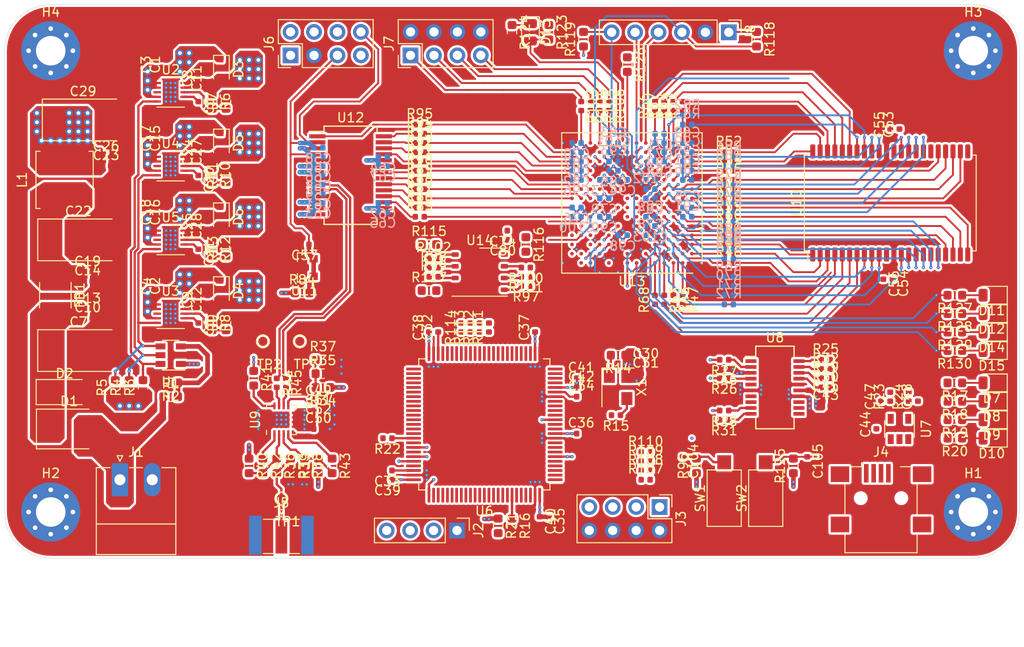
<source format=kicad_pcb>
(kicad_pcb (version 20200512) (host pcbnew "5.99.0-unknown-ad88874~101~ubuntu18.04.1")
  (title_block (title "Digitizer 100 MSPS 10b") (date "2020-05-06") (rev "1.0") (company "Jan Vykydal"))
  (layers (0 "TOP" signal) (1 "IN2_GND" power) (2 "IN3_POWER" power) (31 "BOT" signal) (34 "B.Paste" user) (35 "F.Paste" user) (36 "B.SilkS" user hide) (37 "F.SilkS" user hide) (38 "B.Mask" user) (39 "F.Mask" user) (44 "Edge.Cuts" user))
  (net 0 "")
  (net 1 "GND")
  (net 2 "+3V3D")
  (net 3 "/USB/DATA-")
  (net 4 "/USB/DATA+")
  (net 5 "IN")
  (net 6 "+1V0")
  (net 7 "+3V3A")
  (net 8 "+1V8")
  (net 9 "/ADC/REF")
  (net 10 "/~RST")
  (net 11 "+5V")
  (net 12 "Net-(D11-Pad2)")
  (net 13 "Net-(D12-Pad2)")
  (net 14 "Net-(D13-Pad1)")
  (net 15 "Net-(D14-Pad2)")
  (net 16 "Net-(D15-Pad2)")
  (net 17 "/LNA/IN")
  (net 18 "/MCU/SWDIO")
  (net 19 "/MCU/SWCLK")
  (net 20 "Net-(J4-Pad6)")
  (net 21 "Net-(J4-Pad4)")
  (net 22 "/USB/USB+")
  (net 23 "/USB/USB-")
  (net 24 "Net-(J6-Pad2)")
  (net 25 "Net-(J6-Pad7)")
  (net 26 "/FPGA/DEBUG_GPIO_3")
  (net 27 "/FPGA/DEBUG_GPIO_2")
  (net 28 "/FPGA/DEBUG_GPIO_1")
  (net 29 "/FPGA/DEBUG_GPIO_0")
  (net 30 "/FPGA/TMS")
  (net 31 "/FPGA/TDI")
  (net 32 "/FPGA/TDO")
  (net 33 "/FPGA/TCK")
  (net 34 "Net-(R10-Pad2)")
  (net 35 "Net-(R12-Pad2)")
  (net 36 "/OUT-")
  (net 37 "/OUT+")
  (net 38 "Net-(R14-Pad2)")
  (net 39 "/MCU/MCU_OSC_IN")
  (net 40 "Net-(R15-Pad1)")
  (net 41 "Net-(R16-Pad1)")
  (net 42 "/MCU/DEBUG_LED1")
  (net 43 "/MCU/DEBUG_LED2")
  (net 44 "/MCU/DEBUG_LED3")
  (net 45 "/MCU/DEBUG_LED4")
  (net 46 "/CLK")
  (net 47 "Net-(R22-Pad1)")
  (net 48 "/USB/D-")
  (net 49 "/USB/D+")
  (net 50 "Net-(R25-Pad1)")
  (net 51 "Net-(R26-Pad1)")
  (net 52 "Net-(R27-Pad1)")
  (net 53 "Net-(R28-Pad1)")
  (net 54 "Net-(R29-Pad1)")
  (net 55 "Net-(R30-Pad1)")
  (net 56 "Net-(R31-Pad1)")
  (net 57 "Net-(R32-Pad1)")
  (net 58 "/Power/EN_1V0")
  (net 59 "/Power/EN_1V8")
  (net 60 "/Power/EN_3V3")
  (net 61 "Net-(R44-Pad2)")
  (net 62 "/ADC/D0")
  (net 63 "/ADC/D1")
  (net 64 "/ADC/D2")
  (net 65 "/ADC/D3")
  (net 66 "/ADC/D4")
  (net 67 "/ADC/D5")
  (net 68 "/ADC/D6")
  (net 69 "/ADC/D7")
  (net 70 "/ADC/D8")
  (net 71 "/ADC/D9")
  (net 72 "/ADC/OR")
  (net 73 "Net-(R61-Pad2)")
  (net 74 "/FPGA/FPGA_DQ0")
  (net 75 "Net-(R62-Pad2)")
  (net 76 "/FPGA/FPGA_DQ1")
  (net 77 "Net-(R63-Pad2)")
  (net 78 "/FPGA/FPGA_DQ2")
  (net 79 "Net-(R64-Pad2)")
  (net 80 "/FPGA/FPGA_DQ3")
  (net 81 "Net-(R65-Pad2)")
  (net 82 "/FPGA/FPGA_CCLK")
  (net 83 "Net-(R66-Pad2)")
  (net 84 "/FPGA/FPGA_FCS_B")
  (net 85 "Net-(R67-Pad2)")
  (net 86 "/FPGA/DEBUG_LED1")
  (net 87 "/FPGA/DEBUG_LED2")
  (net 88 "/FPGA/DEBUG_LED3")
  (net 89 "/FPGA/DEBUG_LED4")
  (net 90 "Net-(R100-Pad2)")
  (net 91 "Net-(R101-Pad2)")
  (net 92 "Net-(R102-Pad2)")
  (net 93 "Net-(R103-Pad2)")
  (net 94 "Net-(R104-Pad2)")
  (net 95 "Net-(R105-Pad2)")
  (net 96 "Net-(R106-Pad2)")
  (net 97 "Net-(R107-Pad2)")
  (net 98 "Net-(R108-Pad2)")
  (net 99 "Net-(R109-Pad2)")
  (net 100 "Net-(R110-Pad2)")
  (net 101 "Net-(R111-Pad2)")
  (net 102 "Net-(R112-Pad2)")
  (net 103 "Net-(R113-Pad2)")
  (net 104 "Net-(R114-Pad2)")
  (net 105 "Net-(C20-Pad1)")
  (net 106 "Net-(C5-Pad1)")
  (net 107 "Net-(C6-Pad1)")
  (net 108 "Net-(C21-Pad1)")
  (net 109 "Net-(C32-Pad1)")
  (net 110 "Net-(C33-Pad1)")
  (net 111 "Net-(C34-Pad1)")
  (net 112 "Net-(C49-Pad1)")
  (net 113 "Net-(D7-Pad2)")
  (net 114 "Net-(D8-Pad2)")
  (net 115 "Net-(D9-Pad2)")
  (net 116 "Net-(D10-Pad2)")
  (net 117 "Net-(R1-Pad2)")
  (net 118 "Net-(R6-Pad2)")
  (net 119 "Net-(R8-Pad2)")
  (net 120 "Net-(R36-Pad1)")
  (net 121 "Net-(R38-Pad1)")
  (net 122 "Net-(R41-Pad2)")
  (net 123 "Net-(R42-Pad1)")
  (net 124 "Net-(R43-Pad1)")
  (net 125 "Net-(R45-Pad2)")
  (net 126 "Net-(R46-Pad2)")
  (net 127 "Net-(R47-Pad2)")
  (net 128 "Net-(R48-Pad2)")
  (net 129 "Net-(R49-Pad2)")
  (net 130 "Net-(R50-Pad2)")
  (net 131 "Net-(R51-Pad2)")
  (net 132 "Net-(R52-Pad2)")
  (net 133 "Net-(R53-Pad2)")
  (net 134 "Net-(R54-Pad2)")
  (net 135 "Net-(R55-Pad2)")
  (net 136 "Net-(R56-Pad2)")
  (net 137 "Net-(R57-Pad2)")
  (net 138 "Net-(R58-Pad2)")
  (net 139 "Net-(R59-Pad2)")
  (net 140 "Net-(R60-Pad2)")
  (net 141 "Net-(R68-Pad1)")
  (net 142 "Net-(R69-Pad1)")
  (net 143 "Net-(R70-Pad1)")
  (net 144 "Net-(R71-Pad1)")
  (net 145 "Net-(R72-Pad1)")
  (net 146 "Net-(R73-Pad1)")
  (net 147 "Net-(R74-Pad1)")
  (net 148 "Net-(R75-Pad1)")
  (net 149 "Net-(R76-Pad1)")
  (net 150 "Net-(R77-Pad1)")
  (net 151 "Net-(R78-Pad1)")
  (net 152 "Net-(R79-Pad1)")
  (net 153 "Net-(R80-Pad1)")
  (net 154 "Net-(R81-Pad1)")
  (net 155 "Net-(R82-Pad1)")
  (net 156 "Net-(R83-Pad1)")
  (net 157 "Net-(U2-Pad3)")
  (net 158 "Net-(U3-Pad3)")
  (net 159 "Net-(U4-Pad3)")
  (net 160 "Net-(U5-Pad3)")
  (net 161 "Net-(U6-Pad98)")
  (net 162 "Net-(U6-Pad97)")
  (net 163 "Net-(U6-Pad96)")
  (net 164 "Net-(U6-Pad95)")
  (net 165 "Net-(U6-Pad93)")
  (net 166 "Net-(U6-Pad92)")
  (net 167 "Net-(U6-Pad91)")
  (net 168 "Net-(U6-Pad90)")
  (net 169 "Net-(U6-Pad88)")
  (net 170 "Net-(U6-Pad87)")
  (net 171 "Net-(U6-Pad86)")
  (net 172 "Net-(U6-Pad85)")
  (net 173 "Net-(U6-Pad84)")
  (net 174 "Net-(U6-Pad78)")
  (net 175 "Net-(U6-Pad77)")
  (net 176 "Net-(U6-Pad67)")
  (net 177 "Net-(U6-Pad65)")
  (net 178 "Net-(U6-Pad64)")
  (net 179 "Net-(U6-Pad63)")
  (net 180 "Net-(U6-Pad58)")
  (net 181 "Net-(U6-Pad57)")
  (net 182 "Net-(U6-Pad56)")
  (net 183 "Net-(U6-Pad55)")
  (net 184 "Net-(U6-Pad54)")
  (net 185 "Net-(U6-Pad53)")
  (net 186 "Net-(U6-Pad52)")
  (net 187 "Net-(U6-Pad51)")
  (net 188 "Net-(U6-Pad47)")
  (net 189 "Net-(U6-Pad46)")
  (net 190 "Net-(U6-Pad45)")
  (net 191 "Net-(U6-Pad44)")
  (net 192 "Net-(U6-Pad43)")
  (net 193 "Net-(U6-Pad42)")
  (net 194 "Net-(U6-Pad37)")
  (net 195 "Net-(U6-Pad33)")
  (net 196 "Net-(U6-Pad32)")
  (net 197 "Net-(U6-Pad31)")
  (net 198 "Net-(U6-Pad30)")
  (net 199 "Net-(U6-Pad29)")
  (net 200 "Net-(U6-Pad28)")
  (net 201 "Net-(U6-Pad25)")
  (net 202 "Net-(U6-Pad24)")
  (net 203 "Net-(U6-Pad23)")
  (net 204 "Net-(U6-Pad22)")
  (net 205 "Net-(U6-Pad18)")
  (net 206 "Net-(U6-Pad17)")
  (net 207 "Net-(U6-Pad16)")
  (net 208 "Net-(U6-Pad15)")
  (net 209 "Net-(U6-Pad13)")
  (net 210 "Net-(U6-Pad9)")
  (net 211 "Net-(U6-Pad8)")
  (net 212 "Net-(U6-Pad7)")
  (net 213 "Net-(U6-Pad2)")
  (net 214 "Net-(U8-Pad13)")
  (net 215 "Net-(U8-Pad8)")
  (net 216 "Net-(U8-Pad7)")
  (net 217 "Net-(U8-Pad5)")
  (net 218 "Net-(U8-Pad1)")
  (net 219 "Net-(U10-Pad28)")
  (net 220 "Net-(U10-Pad23)")
  (net 221 "Net-(U13-PadM5)")
  (net 222 "Net-(U13-PadL3)")
  (net 223 "Net-(U13-PadK11)")
  (net 224 "Net-(U13-PadJ12)")
  (net 225 "Net-(U13-PadJ11)")
  (net 226 "Net-(U13-PadH8)")
  (net 227 "Net-(U13-PadH7)")
  (net 228 "Net-(U13-PadG8)")
  (net 229 "Net-(U13-PadG7)")
  (net 230 "Net-(U13-PadF12)")
  (net 231 "Net-(U13-PadF11)")
  (net 232 "Net-(U13-PadF8)")
  (net 233 "Net-(U13-PadF7)")
  (net 234 "Net-(U13-PadE13)")
  (net 235 "Net-(U13-PadE12)")
  (net 236 "Net-(U13-PadE11)")
  (net 237 "Net-(U13-PadD14)")
  (net 238 "Net-(U13-PadD12)")
  (net 239 "Net-(U13-PadC14)")
  (net 240 "Net-(U13-PadC12)")
  (net 241 "Net-(U13-PadB14)")
  (net 242 "Net-(U13-PadB13)")
  (net 243 "Net-(U13-PadB8)")
  (net 244 "Net-(U13-PadA13)")
  (net 245 "Net-(U13-PadA12)")
  (net 246 "Net-(U13-PadA10)")
  (net 247 "Net-(R97-Pad2)")
  (net 248 "Net-(R98-Pad2)")
  (net 249 "Net-(R117-Pad2)")
  (net 250 "/USB/VBUS")
  (net 251 "/BRIDGE_SCK")
  (net 252 "/BRIDGE_NSS")
  (net 253 "/BRIDGE_MISO")
  (net 254 "/BRIDGE_MOSI")
  (net 255 "/FTDI_TX")
  (net 256 "/FTDI_RX")
  (net 257 "/~FTDI_RTS")
  (net 258 "/~FTDI_CTS")
  (net 259 "/FTDI_CBUS0")
  (net 260 "/FTDI_CBUS1")
  (net 261 "/FTDI_CBUS2")
  (net 262 "/FTDI_CBUS3")
  (net 263 "/SRAM_A0")
  (net 264 "/SRAM_A1")
  (net 265 "/SRAM_A2")
  (net 266 "/SRAM_A3")
  (net 267 "/SRAM_A4")
  (net 268 "/SRAM_A5")
  (net 269 "/SRAM_A6")
  (net 270 "/SRAM_A7")
  (net 271 "/SRAM_A8")
  (net 272 "/SRAM_A9")
  (net 273 "/SRAM_A10")
  (net 274 "/SRAM_A11")
  (net 275 "/SRAM_A12")
  (net 276 "/SRAM_A13")
  (net 277 "/SRAM_A14")
  (net 278 "/SRAM_A15")
  (net 279 "/SRAM_A16")
  (net 280 "/~SRAM_CE")
  (net 281 "/~SRAM_OE")
  (net 282 "/~SRAM_WE")
  (net 283 "/~SRAM_LB")
  (net 284 "/~SRAM_UB")
  (net 285 "/SRAM_IO0")
  (net 286 "/SRAM_IO1")
  (net 287 "/SRAM_IO2")
  (net 288 "/SRAM_IO3")
  (net 289 "/SRAM_IO4")
  (net 290 "/SRAM_IO5")
  (net 291 "/SRAM_IO6")
  (net 292 "/SRAM_IO7")
  (net 293 "/SRAM_IO8")
  (net 294 "/SRAM_IO9")
  (net 295 "/SRAM_IO10")
  (net 296 "/SRAM_IO11")
  (net 297 "/SRAM_IO12")
  (net 298 "/SRAM_IO13")
  (net 299 "/SRAM_IO14")
  (net 300 "/SRAM_IO15")
  (net 301 "/ADC_DATA0")
  (net 302 "/ADC_DATA1")
  (net 303 "/ADC_DATA2")
  (net 304 "/ADC_DATA3")
  (net 305 "/ADC_DATA4")
  (net 306 "/ADC_DATA5")
  (net 307 "/ADC_DATA6")
  (net 308 "/ADC_DATA7")
  (net 309 "/ADC_DATA8")
  (net 310 "/ADC_DATA9")
  (net 311 "/ADC_OVRNG")
  (net 312 "/BRIDGE_NU0")
  (net 313 "/BRIDGE_NU1")
  (net 314 "/BRIDGE_NU2")
  (net 315 "/BRIDGE_NU3")
  (net 316 "/FPGA_DONE")
  (net 317 "/FPGA_ERROR")
  (net 318 "/FPGA_LOAD_BITSTREAM")
  (net 319 "Net-(U13-PadL12)")
  (net 320 "Net-(U13-PadH12)")
  (net 321 "Net-(U13-PadH11)")
  (net 322 "Net-(U13-PadM12)")
  (net 323 "Net-(U13-PadK12)")
  (net 324 "/Power/VCC_FILTER_A")
  (net 325 "/Power/VCC_FILTER_B")
  (net 326 "Net-(U13-PadL5)")
  (net 327 "Net-(U13-PadK4)")
  (net 328 "Net-(U13-PadK3)")
  (net 329 "Net-(U13-PadM3)")
  (net 330 "Net-(U13-PadJ3)")
  (net 331 "Net-(U13-PadN11)")
  (net 332 "Net-(U13-PadN10)")
  (net 333 "Net-(U13-PadF13)")
  (net 334 "Net-(U13-PadD13)")
  (net 335 "Net-(U13-PadG4)")
  (net 336 "Net-(U6-Pad89)")
  (net 337 "Net-(U6-Pad36)")
  (net 338 "Net-(U6-Pad35)")
  (net 339 "Net-(U6-Pad34)")
  (net 340 "Net-(U6-Pad83)")
  (net 341 "Net-(U13-PadM10)")
  (module "Capacitor_SMD:C_0402_1005Metric" (layer "TOP") (at 166 103 90)
    (fp_text reference "C55" (at 0 -1.17 90) (layer "F.SilkS"))
    (fp_text value "100n")
    (pad "2" smd roundrect (at 0.485 0 90) (size 0.59 0.64) (layers "TOP" "F.Paste" "F.Mask") (net 1 "GND"))
    (pad "1" smd roundrect (at -0.485 0 90) (size 0.59 0.64) (layers "TOP" "F.Paste" "F.Mask") (net 2 "+3V3D"))
  )
  (module "Connector_PinHeader_2.54mm:PinHeader_2x04_P2.54mm_Vertical" (layer "TOP") (at 114 95.5 90)
    (fp_text reference "J7" (at 1.27 -2.33 90) (layer "F.SilkS"))
    (fp_text value "DEBUG_FPGA_GPIO")
    (pad "8" thru_hole oval (at 2.54 7.62 90) (size 1.7 1.7) (drill 1) (layers *.Cu *.Mask) (net 1 "GND"))
    (pad "7" thru_hole oval (at 0 7.62 90) (size 1.7 1.7) (drill 1) (layers *.Cu *.Mask) (net 26 "/FPGA/DEBUG_GPIO_3"))
    (pad "6" thru_hole oval (at 2.54 5.08 90) (size 1.7 1.7) (drill 1) (layers *.Cu *.Mask) (net 1 "GND"))
    (pad "5" thru_hole oval (at 0 5.08 90) (size 1.7 1.7) (drill 1) (layers *.Cu *.Mask) (net 27 "/FPGA/DEBUG_GPIO_2"))
    (pad "4" thru_hole oval (at 2.54 2.54 90) (size 1.7 1.7) (drill 1) (layers *.Cu *.Mask) (net 1 "GND"))
    (pad "3" thru_hole oval (at 0 2.54 90) (size 1.7 1.7) (drill 1) (layers *.Cu *.Mask) (net 28 "/FPGA/DEBUG_GPIO_1"))
    (pad "2" thru_hole oval (at 2.54 0 90) (size 1.7 1.7) (drill 1) (layers *.Cu *.Mask) (net 1 "GND"))
    (pad "1" thru_hole rect (at 0 0 90) (size 1.7 1.7) (drill 1) (layers *.Cu *.Mask) (net 29 "/FPGA/DEBUG_GPIO_0"))
  )
  (module "Resistor_SMD:R_0402_1005Metric" (layer "TOP") (at 148.5 114)
    (fp_text reference "R60" (at 0 -1.17) (layer "F.SilkS"))
    (fp_text value "47R")
    (pad "2" smd roundrect (at 0.485 0) (size 0.59 0.64) (layers "TOP" "F.Paste" "F.Mask") (net 140 "Net-(R60-Pad2)"))
    (pad "1" smd roundrect (at -0.485 0) (size 0.59 0.64) (layers "TOP" "F.Paste" "F.Mask") (net 277 "/SRAM_A14"))
  )
  (module "Resistor_SMD:R_0402_1005Metric" (layer "BOT") (at 148.5 111.5 180)
    (fp_text reference "R77" (at 0 1.17) (layer "B.SilkS") (effects (justify mirror)))
    (fp_text value "47R")
    (pad "2" smd roundrect (at 0.485 0 180) (size 0.59 0.64) (layers "BOT" "B.Paste" "B.Mask") (net 294 "/SRAM_IO9"))
    (pad "1" smd roundrect (at -0.485 0 180) (size 0.59 0.64) (layers "BOT" "B.Paste" "B.Mask") (net 150 "Net-(R77-Pad1)"))
  )
  (module "TestPoint:TestPoint_Pad_D1.0mm" (layer "TOP") (at 100 143.537572)
    (fp_text reference "TP1" (at 0.7 2.5) (layer "F.SilkS"))
    (fp_text value "TestPoint_Probe")
    (pad "1" smd circle (at 0 0) (size 1 1) (layers "TOP" "F.Mask") (net 17 "/LNA/IN"))
  )
  (module "TestPoint:TestPoint_Pad_D1.0mm" (layer "TOP") (at 102 126.5)
    (fp_text reference "TP3" (at 0.7 2.5) (layer "F.SilkS"))
    (fp_text value "TestPoint_Probe")
    (pad "1" smd circle (at 0 0) (size 1 1) (layers "TOP" "F.Mask") (net 37 "/OUT+"))
  )
  (module "TestPoint:TestPoint_Pad_D1.0mm" (layer "TOP") (at 98 126.5)
    (fp_text reference "TP2" (at 0.7 2.5) (layer "F.SilkS"))
    (fp_text value "TestPoint_Probe")
    (pad "1" smd circle (at 0 0) (size 1 1) (layers "TOP" "F.Mask") (net 36 "/OUT-"))
  )
  (module "Capacitor_SMD:C_0402_1005Metric" (layer "BOT") (at 135 113)
    (fp_text reference "C90" (at 0 1.17) (layer "B.SilkS") (effects (justify mirror)))
    (fp_text value "470n")
    (pad "2" smd roundrect (at 0.485 0) (size 0.59 0.64) (layers "BOT" "B.Paste" "B.Mask") (net 1 "GND"))
    (pad "1" smd roundrect (at -0.485 0) (size 0.59 0.64) (layers "BOT" "B.Paste" "B.Mask") (net 8 "+1V8"))
  )
  (module "Package_BGA:Xilinx_FTGB196" (layer "TOP") (at 138 111.5 180)
    (fp_text reference "U13" (at 0 -8.5) (layer "F.SilkS"))
    (fp_text value "XC7S15-FTGB196")
    (pad "P14" smd circle (at 6.5 6.5 180) (size 0.4 0.4) (layers "TOP" "F.Paste" "F.Mask") (net 1 "GND"))
    (pad "P13" smd circle (at 5.5 6.5 180) (size 0.4 0.4) (layers "TOP" "F.Paste" "F.Mask") (net 93 "Net-(R103-Pad2)"))
    (pad "P12" smd circle (at 4.5 6.5 180) (size 0.4 0.4) (layers "TOP" "F.Paste" "F.Mask") (net 94 "Net-(R104-Pad2)"))
    (pad "P11" smd circle (at 3.5 6.5 180) (size 0.4 0.4) (layers "TOP" "F.Paste" "F.Mask") (net 95 "Net-(R105-Pad2)"))
    (pad "P10" smd circle (at 2.5 6.5 180) (size 0.4 0.4) (layers "TOP" "F.Paste" "F.Mask") (net 96 "Net-(R106-Pad2)"))
    (pad "P9" smd circle (at 1.5 6.5 180) (size 0.4 0.4) (layers "TOP" "F.Paste" "F.Mask") (net 316 "/FPGA_DONE"))
    (pad "P8" smd circle (at 0.5 6.5 180) (size 0.4 0.4) (layers "TOP" "F.Paste" "F.Mask") (net 317 "/FPGA_ERROR"))
    (pad "P7" smd circle (at -0.5 6.5 180) (size 0.4 0.4) (layers "TOP" "F.Paste" "F.Mask") (net 31 "/FPGA/TDI"))
    (pad "P6" smd circle (at -1.5 6.5 180) (size 0.4 0.4) (layers "TOP" "F.Paste" "F.Mask") (net 32 "/FPGA/TDO"))
    (pad "P5" smd circle (at -2.5 6.5 180) (size 0.4 0.4) (layers "TOP" "F.Paste" "F.Mask") (net 283 "/~SRAM_LB"))
    (pad "P4" smd circle (at -3.5 6.5 180) (size 0.4 0.4) (layers "TOP" "F.Paste" "F.Mask") (net 284 "/~SRAM_UB"))
    (pad "P3" smd circle (at -4.5 6.5 180) (size 0.4 0.4) (layers "TOP" "F.Paste" "F.Mask") (net 281 "/~SRAM_OE"))
    (pad "P2" smd circle (at -5.5 6.5 180) (size 0.4 0.4) (layers "TOP" "F.Paste" "F.Mask") (net 270 "/SRAM_A7"))
    (pad "P1" smd circle (at -6.5 6.5 180) (size 0.4 0.4) (layers "TOP" "F.Paste" "F.Mask") (net 1 "GND"))
    (pad "N14" smd circle (at 6.5 5.5 180) (size 0.4 0.4) (layers "TOP" "F.Paste" "F.Mask") (net 311 "/ADC_OVRNG"))
    (pad "N13" smd circle (at 5.5 5.5 180) (size 0.4 0.4) (layers "TOP" "F.Paste" "F.Mask") (net 2 "+3V3D"))
    (pad "N12" smd circle (at 4.5 5.5 180) (size 0.4 0.4) (layers "TOP" "F.Paste" "F.Mask") (net 1 "GND"))
    (pad "N11" smd circle (at 3.5 5.5 180) (size 0.4 0.4) (layers "TOP" "F.Paste" "F.Mask") (net 331 "Net-(U13-PadN11)"))
    (pad "N10" smd circle (at 2.5 5.5 180) (size 0.4 0.4) (layers "TOP" "F.Paste" "F.Mask") (net 332 "Net-(U13-PadN10)"))
    (pad "N9" smd circle (at 1.5 5.5 180) (size 0.4 0.4) (layers "TOP" "F.Paste" "F.Mask") (net 1 "GND"))
    (pad "N8" smd circle (at 0.5 5.5 180) (size 0.4 0.4) (layers "TOP" "F.Paste" "F.Mask") (net 2 "+3V3D"))
    (pad "N7" smd circle (at -0.5 5.5 180) (size 0.4 0.4) (layers "TOP" "F.Paste" "F.Mask") (net 2 "+3V3D"))
    (pad "N6" smd circle (at -1.5 5.5 180) (size 0.4 0.4) (layers "TOP" "F.Paste" "F.Mask") (net 2 "+3V3D"))
    (pad "N5" smd circle (at -2.5 5.5 180) (size 0.4 0.4) (layers "TOP" "F.Paste" "F.Mask") (net 1 "GND"))
    (pad "N4" smd circle (at -3.5 5.5 180) (size 0.4 0.4) (layers "TOP" "F.Paste" "F.Mask") (net 299 "/SRAM_IO14"))
    (pad "N3" smd circle (at -4.5 5.5 180) (size 0.4 0.4) (layers "TOP" "F.Paste" "F.Mask") (net 1 "GND"))
    (pad "N2" smd circle (at -5.5 5.5 180) (size 0.4 0.4) (layers "TOP" "F.Paste" "F.Mask") (net 2 "+3V3D"))
    (pad "N1" smd circle (at -6.5 5.5 180) (size 0.4 0.4) (layers "TOP" "F.Paste" "F.Mask") (net 269 "/SRAM_A6"))
    (pad "M14" smd circle (at 6.5 4.5 180) (size 0.4 0.4) (layers "TOP" "F.Paste" "F.Mask") (net 309 "/ADC_DATA8"))
    (pad "M13" smd circle (at 5.5 4.5 180) (size 0.4 0.4) (layers "TOP" "F.Paste" "F.Mask") (net 310 "/ADC_DATA9"))
    (pad "M12" smd circle (at 4.5 4.5 180) (size 0.4 0.4) (layers "TOP" "F.Paste" "F.Mask") (net 322 "Net-(U13-PadM12)"))
    (pad "M11" smd circle (at 3.5 4.5 180) (size 0.4 0.4) (layers "TOP" "F.Paste" "F.Mask") (net 10 "/~RST"))
    (pad "M10" smd circle (at 2.5 4.5 180) (size 0.4 0.4) (layers "TOP" "F.Paste" "F.Mask") (net 341 "Net-(U13-PadM10)"))
    (pad "M9" smd circle (at 1.5 4.5 180) (size 0.4 0.4) (layers "TOP" "F.Paste" "F.Mask") (net 1 "GND"))
    (pad "M8" smd circle (at 0.5 4.5 180) (size 0.4 0.4) (layers "TOP" "F.Paste" "F.Mask") (net 1 "GND"))
    (pad "M7" smd circle (at -0.5 4.5 180) (size 0.4 0.4) (layers "TOP" "F.Paste" "F.Mask") (net 2 "+3V3D"))
    (pad "M6" smd circle (at -1.5 4.5 180) (size 0.4 0.4) (layers "TOP" "F.Paste" "F.Mask") (net 30 "/FPGA/TMS"))
    (pad "M5" smd circle (at -2.5 4.5 180) (size 0.4 0.4) (layers "TOP" "F.Paste" "F.Mask") (net 221 "Net-(U13-PadM5)"))
    (pad "M4" smd circle (at -3.5 4.5 180) (size 0.4 0.4) (layers "TOP" "F.Paste" "F.Mask") (net 300 "/SRAM_IO15"))
    (pad "M3" smd circle (at -4.5 4.5 180) (size 0.4 0.4) (layers "TOP" "F.Paste" "F.Mask") (net 329 "Net-(U13-PadM3)"))
    (pad "M2" smd circle (at -5.5 4.5 180) (size 0.4 0.4) (layers "TOP" "F.Paste" "F.Mask") (net 298 "/SRAM_IO13"))
    (pad "M1" smd circle (at -6.5 4.5 180) (size 0.4 0.4) (layers "TOP" "F.Paste" "F.Mask") (net 268 "/SRAM_A5"))
    (pad "L14" smd circle (at 6.5 3.5 180) (size 0.4 0.4) (layers "TOP" "F.Paste" "F.Mask") (net 307 "/ADC_DATA6"))
    (pad "L13" smd circle (at 5.5 3.5 180) (size 0.4 0.4) (layers "TOP" "F.Paste" "F.Mask") (net 308 "/ADC_DATA7"))
    (pad "L12" smd circle (at 4.5 3.5 180) (size 0.4 0.4) (layers "TOP" "F.Paste" "F.Mask") (net 319 "Net-(U13-PadL12)"))
    (pad "L11" smd circle (at 3.5 3.5 180) (size 0.4 0.4) (layers "TOP" "F.Paste" "F.Mask") (net 1 "GND"))
    (pad "L10" smd circle (at 2.5 3.5 180) (size 0.4 0.4) (layers "TOP" "F.Paste" "F.Mask") (net 1 "GND"))
    (pad "L9" smd circle (at 1.5 3.5 180) (size 0.4 0.4) (layers "TOP" "F.Paste" "F.Mask") (net 8 "+1V8"))
    (pad "L8" smd circle (at 0.5 3.5 180) (size 0.4 0.4) (layers "TOP" "F.Paste" "F.Mask") (net 1 "GND"))
    (pad "L7" smd circle (at -0.5 3.5 180) (size 0.4 0.4) (layers "TOP" "F.Paste" "F.Mask") (net 318 "/FPGA_LOAD_BITSTREAM"))
    (pad "L6" smd circle (at -1.5 3.5 180) (size 0.4 0.4) (layers "TOP" "F.Paste" "F.Mask") (net 1 "GND"))
    (pad "L5" smd circle (at -2.5 3.5 180) (size 0.4 0.4) (layers "TOP" "F.Paste" "F.Mask") (net 326 "Net-(U13-PadL5)"))
    (pad "L4" smd circle (at -3.5 3.5 180) (size 0.4 0.4) (layers "TOP" "F.Paste" "F.Mask") (net 1 "GND"))
    (pad "L3" smd circle (at -4.5 3.5 180) (size 0.4 0.4) (layers "TOP" "F.Paste" "F.Mask") (net 222 "Net-(U13-PadL3)"))
    (pad "L2" smd circle (at -5.5 3.5 180) (size 0.4 0.4) (layers "TOP" "F.Paste" "F.Mask") (net 297 "/SRAM_IO12"))
    (pad "L1" smd circle (at -6.5 3.5 180) (size 0.4 0.4) (layers "TOP" "F.Paste" "F.Mask") (net 271 "/SRAM_A8"))
    (pad "K14" smd circle (at 6.5 2.5 180) (size 0.4 0.4) (layers "TOP" "F.Paste" "F.Mask") (net 1 "GND"))
    (pad "K13" smd circle (at 5.5 2.5 180) (size 0.4 0.4) (layers "TOP" "F.Paste" "F.Mask") (net 2 "+3V3D"))
    (pad "K12" smd circle (at 4.5 2.5 180) (size 0.4 0.4) (layers "TOP" "F.Paste" "F.Mask") (net 323 "Net-(U13-PadK12)"))
    (pad "K11" smd circle (at 3.5 2.5 180) (size 0.4 0.4) (layers "TOP" "F.Paste" "F.Mask") (net 223 "Net-(U13-PadK11)"))
    (pad "K10" smd circle (at 2.5 2.5 180) (size 0.4 0.4) (layers "TOP" "F.Paste" "F.Mask") (net 8 "+1V8"))
    (pad "K9" smd circle (at 1.5 2.5 180) (size 0.4 0.4) (layers "TOP" "F.Paste" "F.Mask") (net 1 "GND"))
    (pad "K8" smd circle (at 0.5 2.5 180) (size 0.4 0.4) (layers "TOP" "F.Paste" "F.Mask") (net 6 "+1V0"))
    (pad "K7" smd circle (at -0.5 2.5 180) (size 0.4 0.4) (layers "TOP" "F.Paste" "F.Mask") (net 1 "GND"))
    (pad "K6" smd circle (at -1.5 2.5 180) (size 0.4 0.4) (layers "TOP" "F.Paste" "F.Mask") (net 6 "+1V0"))
    (pad "K5" smd circle (at -2.5 2.5 180) (size 0.4 0.4) (layers "TOP" "F.Paste" "F.Mask") (net 1 "GND"))
    (pad "K4" smd circle (at -3.5 2.5 180) (size 0.4 0.4) (layers "TOP" "F.Paste" "F.Mask") (net 327 "Net-(U13-PadK4)"))
    (pad "K3" smd circle (at -4.5 2.5 180) (size 0.4 0.4) (layers "TOP" "F.Paste" "F.Mask") (net 328 "Net-(U13-PadK3)"))
    (pad "K2" smd circle (at -5.5 2.5 180) (size 0.4 0.4) (layers "TOP" "F.Paste" "F.Mask") (net 2 "+3V3D"))
    (pad "K1" smd circle (at -6.5 2.5 180) (size 0.4 0.4) (layers "TOP" "F.Paste" "F.Mask") (net 1 "GND"))
    (pad "J14" smd circle (at 6.5 1.5 180) (size 0.4 0.4) (layers "TOP" "F.Paste" "F.Mask") (net 305 "/ADC_DATA4"))
    (pad "J13" smd circle (at 5.5 1.5 180) (size 0.4 0.4) (layers "TOP" "F.Paste" "F.Mask") (net 306 "/ADC_DATA5"))
    (pad "J12" smd circle (at 4.5 1.5 180) (size 0.4 0.4) (layers "TOP" "F.Paste" "F.Mask") (net 224 "Net-(U13-PadJ12)"))
    (pad "J11" smd circle (at 3.5 1.5 180) (size 0.4 0.4) (layers "TOP" "F.Paste" "F.Mask") (net 225 "Net-(U13-PadJ11)"))
    (pad "J10" smd circle (at 2.5 1.5 180) (size 0.4 0.4) (layers "TOP" "F.Paste" "F.Mask") (net 1 "GND"))
    (pad "J9" smd circle (at 1.5 1.5 180) (size 0.4 0.4) (layers "TOP" "F.Paste" "F.Mask") (net 6 "+1V0"))
    (pad "J8" smd circle (at 0.5 1.5 180) (size 0.4 0.4) (layers "TOP" "F.Paste" "F.Mask") (net 1 "GND"))
    (pad "J7" smd circle (at -0.5 1.5 180) (size 0.4 0.4) (layers "TOP" "F.Paste" "F.Mask") (net 1 "GND"))
    (pad "J6" smd circle (at -1.5 1.5 180) (size 0.4 0.4) (layers "TOP" "F.Paste" "F.Mask") (net 1 "GND"))
    (pad "J5" smd circle (at -2.5 1.5 180) (size 0.4 0.4) (layers "TOP" "F.Paste" "F.Mask") (net 6 "+1V0"))
    (pad "J4" smd circle (at -3.5 1.5 180) (size 0.4 0.4) (layers "TOP" "F.Paste" "F.Mask") (net 296 "/SRAM_IO11"))
    (pad "J3" smd circle (at -4.5 1.5 180) (size 0.4 0.4) (layers "TOP" "F.Paste" "F.Mask") (net 330 "Net-(U13-PadJ3)"))
    (pad "J2" smd circle (at -5.5 1.5 180) (size 0.4 0.4) (layers "TOP" "F.Paste" "F.Mask") (net 272 "/SRAM_A9"))
    (pad "J1" smd circle (at -6.5 1.5 180) (size 0.4 0.4) (layers "TOP" "F.Paste" "F.Mask") (net 273 "/SRAM_A10"))
    (pad "H14" smd circle (at 6.5 0.5 180) (size 0.4 0.4) (layers "TOP" "F.Paste" "F.Mask") (net 303 "/ADC_DATA2"))
    (pad "H13" smd circle (at 5.5 0.5 180) (size 0.4 0.4) (layers "TOP" "F.Paste" "F.Mask") (net 304 "/ADC_DATA3"))
    (pad "H12" smd circle (at 4.5 0.5 180) (size 0.4 0.4) (layers "TOP" "F.Paste" "F.Mask") (net 320 "Net-(U13-PadH12)"))
    (pad "H11" smd circle (at 3.5 0.5 180) (size 0.4 0.4) (layers "TOP" "F.Paste" "F.Mask") (net 321 "Net-(U13-PadH11)"))
    (pad "H10" smd circle (at 2.5 0.5 180) (size 0.4 0.4) (layers "TOP" "F.Paste" "F.Mask") (net 8 "+1V8"))
    (pad "H9" smd circle (at 1.5 0.5 180) (size 0.4 0.4) (layers "TOP" "F.Paste" "F.Mask") (net 1 "GND"))
    (pad "H8" smd circle (at 0.5 0.5 180) (size 0.4 0.4) (layers "TOP" "F.Paste" "F.Mask") (net 226 "Net-(U13-PadH8)"))
    (pad "H7" smd circle (at -0.5 0.5 180) (size 0.4 0.4) (layers "TOP" "F.Paste" "F.Mask") (net 227 "Net-(U13-PadH7)"))
    (pad "H6" smd circle (at -1.5 0.5 180) (size 0.4 0.4) (layers "TOP" "F.Paste" "F.Mask") (net 6 "+1V0"))
    (pad "H5" smd circle (at -2.5 0.5 180) (size 0.4 0.4) (layers "TOP" "F.Paste" "F.Mask") (net 1 "GND"))
    (pad "H4" smd circle (at -3.5 0.5 180) (size 0.4 0.4) (layers "TOP" "F.Paste" "F.Mask") (net 293 "/SRAM_IO8"))
    (pad "H3" smd circle (at -4.5 0.5 180) (size 0.4 0.4) (layers "TOP" "F.Paste" "F.Mask") (net 294 "/SRAM_IO9"))
    (pad "H2" smd circle (at -5.5 0.5 180) (size 0.4 0.4) (layers "TOP" "F.Paste" "F.Mask") (net 295 "/SRAM_IO10"))
    (pad "H1" smd circle (at -6.5 0.5 180) (size 0.4 0.4) (layers "TOP" "F.Paste" "F.Mask") (net 274 "/SRAM_A11"))
    (pad "G14" smd circle (at 6.5 -0.5 180) (size 0.4 0.4) (layers "TOP" "F.Paste" "F.Mask") (net 302 "/ADC_DATA1"))
    (pad "G13" smd circle (at 5.5 -0.5 180) (size 0.4 0.4) (layers "TOP" "F.Paste" "F.Mask") (net 2 "+3V3D"))
    (pad "G12" smd circle (at 4.5 -0.5 180) (size 0.4 0.4) (layers "TOP" "F.Paste" "F.Mask") (net 1 "GND"))
    (pad "G11" smd circle (at 3.5 -0.5 180) (size 0.4 0.4) (layers "TOP" "F.Paste" "F.Mask") (net 46 "/CLK"))
    (pad "G10" smd circle (at 2.5 -0.5 180) (size 0.4 0.4) (layers "TOP" "F.Paste" "F.Mask") (net 1 "GND"))
    (pad "G9" smd circle (at 1.5 -0.5 180) (size 0.4 0.4) (layers "TOP" "F.Paste" "F.Mask") (net 6 "+1V0"))
    (pad "G8" smd circle (at 0.5 -0.5 180) (size 0.4 0.4) (layers "TOP" "F.Paste" "F.Mask") (net 228 "Net-(U13-PadG8)"))
    (pad "G7" smd circle (at -0.5 -0.5 180) (size 0.4 0.4) (layers "TOP" "F.Paste" "F.Mask") (net 229 "Net-(U13-PadG7)"))
    (pad "G6" smd circle (at -1.5 -0.5 180) (size 0.4 0.4) (layers "TOP" "F.Paste" "F.Mask") (net 1 "GND"))
    (pad "G5" smd circle (at -2.5 -0.5 180) (size 0.4 0.4) (layers "TOP" "F.Paste" "F.Mask") (net 6 "+1V0"))
    (pad "G4" smd circle (at -3.5 -0.5 180) (size 0.4 0.4) (layers "TOP" "F.Paste" "F.Mask") (net 335 "Net-(U13-PadG4)"))
    (pad "G3" smd circle (at -4.5 -0.5 180) (size 0.4 0.4) (layers "TOP" "F.Paste" "F.Mask") (net 1 "GND"))
    (pad "G2" smd circle (at -5.5 -0.5 180) (size 0.4 0.4) (layers "TOP" "F.Paste" "F.Mask") (net 2 "+3V3D"))
    (pad "G1" smd circle (at -6.5 -0.5 180) (size 0.4 0.4) (layers "TOP" "F.Paste" "F.Mask") (net 275 "/SRAM_A12"))
    (pad "F14" smd circle (at 6.5 -1.5 180) (size 0.4 0.4) (layers "TOP" "F.Paste" "F.Mask") (net 301 "/ADC_DATA0"))
    (pad "F13" smd circle (at 5.5 -1.5 180) (size 0.4 0.4) (layers "TOP" "F.Paste" "F.Mask") (net 333 "Net-(U13-PadF13)"))
    (pad "F12" smd circle (at 4.5 -1.5 180) (size 0.4 0.4) (layers "TOP" "F.Paste" "F.Mask") (net 230 "Net-(U13-PadF12)"))
    (pad "F11" smd circle (at 3.5 -1.5 180) (size 0.4 0.4) (layers "TOP" "F.Paste" "F.Mask") (net 231 "Net-(U13-PadF11)"))
    (pad "F10" smd circle (at 2.5 -1.5 180) (size 0.4 0.4) (layers "TOP" "F.Paste" "F.Mask") (net 8 "+1V8"))
    (pad "F9" smd circle (at 1.5 -1.5 180) (size 0.4 0.4) (layers "TOP" "F.Paste" "F.Mask") (net 1 "GND"))
    (pad "F8" smd circle (at 0.5 -1.5 180) (size 0.4 0.4) (layers "TOP" "F.Paste" "F.Mask") (net 232 "Net-(U13-PadF8)"))
    (pad "F7" smd circle (at -0.5 -1.5 180) (size 0.4 0.4) (layers "TOP" "F.Paste" "F.Mask") (net 233 "Net-(U13-PadF7)"))
    (pad "F6" smd circle (at -1.5 -1.5 180) (size 0.4 0.4) (layers "TOP" "F.Paste" "F.Mask") (net 6 "+1V0"))
    (pad "F5" smd circle (at -2.5 -1.5 180) (size 0.4 0.4) (layers "TOP" "F.Paste" "F.Mask") (net 1 "GND"))
    (pad "F4" smd circle (at -3.5 -1.5 180) (size 0.4 0.4) (layers "TOP" "F.Paste" "F.Mask") (net 89 "/FPGA/DEBUG_LED4"))
    (pad "F3" smd circle (at -4.5 -1.5 180) (size 0.4 0.4) (layers "TOP" "F.Paste" "F.Mask") (net 279 "/SRAM_A16"))
    (pad "F2" smd circle (at -5.5 -1.5 180) (size 0.4 0.4) (layers "TOP" "F.Paste" "F.Mask") (net 277 "/SRAM_A14"))
    (pad "F1" smd circle (at -6.5 -1.5 180) (size 0.4 0.4) (layers "TOP" "F.Paste" "F.Mask") (net 276 "/SRAM_A13"))
    (pad "E14" smd circle (at 6.5 -2.5 180) (size 0.4 0.4) (layers "TOP" "F.Paste" "F.Mask") (net 1 "GND"))
    (pad "E13" smd circle (at 5.5 -2.5 180) (size 0.4 0.4) (layers "TOP" "F.Paste" "F.Mask") (net 234 "Net-(U13-PadE13)"))
    (pad "E12" smd circle (at 4.5 -2.5 180) (size 0.4 0.4) (layers "TOP" "F.Paste" "F.Mask") (net 235 "Net-(U13-PadE12)"))
    (pad "E11" smd circle (at 3.5 -2.5 180) (size 0.4 0.4) (layers "TOP" "F.Paste" "F.Mask") (net 236 "Net-(U13-PadE11)"))
    (pad "E10" smd circle (at 2.5 -2.5 180) (size 0.4 0.4) (layers "TOP" "F.Paste" "F.Mask") (net 1 "GND"))
    (pad "E9" smd circle (at 1.5 -2.5 180) (size 0.4 0.4) (layers "TOP" "F.Paste" "F.Mask") (net 6 "+1V0"))
    (pad "E8" smd circle (at 0.5 -2.5 180) (size 0.4 0.4) (layers "TOP" "F.Paste" "F.Mask") (net 1 "GND"))
    (pad "E7" smd circle (at -0.5 -2.5 180) (size 0.4 0.4) (layers "TOP" "F.Paste" "F.Mask") (net 6 "+1V0"))
    (pad "E6" smd circle (at -1.5 -2.5 180) (size 0.4 0.4) (layers "TOP" "F.Paste" "F.Mask") (net 1 "GND"))
    (pad "E5" smd circle (at -2.5 -2.5 180) (size 0.4 0.4) (layers "TOP" "F.Paste" "F.Mask") (net 6 "+1V0"))
    (pad "E4" smd circle (at -3.5 -2.5 180) (size 0.4 0.4) (layers "TOP" "F.Paste" "F.Mask") (net 291 "/SRAM_IO6"))
    (pad "E3" smd circle (at -4.5 -2.5 180) (size 0.4 0.4) (layers "TOP" "F.Paste" "F.Mask") (net 1 "GND"))
    (pad "E2" smd circle (at -5.5 -2.5 180) (size 0.4 0.4) (layers "TOP" "F.Paste" "F.Mask") (net 282 "/~SRAM_WE"))
    (pad "E1" smd circle (at -6.5 -2.5 180) (size 0.4 0.4) (layers "TOP" "F.Paste" "F.Mask") (net 1 "GND"))
    (pad "D14" smd circle (at 6.5 -3.5 180) (size 0.4 0.4) (layers "TOP" "F.Paste" "F.Mask") (net 237 "Net-(U13-PadD14)"))
    (pad "D13" smd circle (at 5.5 -3.5 180) (size 0.4 0.4) (layers "TOP" "F.Paste" "F.Mask") (net 334 "Net-(U13-PadD13)"))
    (pad "D12" smd circle (at 4.5 -3.5 180) (size 0.4 0.4) (layers "TOP" "F.Paste" "F.Mask") (net 238 "Net-(U13-PadD12)"))
    (pad "D11" smd circle (at 3.5 -3.5 180) (size 0.4 0.4) (layers "TOP" "F.Paste" "F.Mask") (net 1 "GND"))
    (pad "D10" smd circle (at 2.5 -3.5 180) (size 0.4 0.4) (layers "TOP" "F.Paste" "F.Mask") (net 78 "/FPGA/FPGA_DQ2"))
    (pad "D9" smd circle (at 1.5 -3.5 180) (size 0.4 0.4) (layers "TOP" "F.Paste" "F.Mask") (net 1 "GND"))
    (pad "D8" smd circle (at 0.5 -3.5 180) (size 0.4 0.4) (layers "TOP" "F.Paste" "F.Mask") (net 6 "+1V0"))
    (pad "D7" smd circle (at -0.5 -3.5 180) (size 0.4 0.4) (layers "TOP" "F.Paste" "F.Mask") (net 1 "GND"))
    (pad "D6" smd circle (at -1.5 -3.5 180) (size 0.4 0.4) (layers "TOP" "F.Paste" "F.Mask") (net 6 "+1V0"))
    (pad "D5" smd circle (at -2.5 -3.5 180) (size 0.4 0.4) (layers "TOP" "F.Paste" "F.Mask") (net 1 "GND"))
    (pad "D4" smd circle (at -3.5 -3.5 180) (size 0.4 0.4) (layers "TOP" "F.Paste" "F.Mask") (net 287 "/SRAM_IO2"))
    (pad "D3" smd circle (at -4.5 -3.5 180) (size 0.4 0.4) (layers "TOP" "F.Paste" "F.Mask") (net 290 "/SRAM_IO5"))
    (pad "D2" smd circle (at -5.5 -3.5 180) (size 0.4 0.4) (layers "TOP" "F.Paste" "F.Mask") (net 292 "/SRAM_IO7"))
    (pad "D1" smd circle (at -6.5 -3.5 180) (size 0.4 0.4) (layers "TOP" "F.Paste" "F.Mask") (net 278 "/SRAM_A15"))
    (pad "C14" smd circle (at 6.5 -4.5 180) (size 0.4 0.4) (layers "TOP" "F.Paste" "F.Mask") (net 239 "Net-(U13-PadC14)"))
    (pad "C13" smd circle (at 5.5 -4.5 180) (size 0.4 0.4) (layers "TOP" "F.Paste" "F.Mask") (net 1 "GND"))
    (pad "C12" smd circle (at 4.5 -4.5 180) (size 0.4 0.4) (layers "TOP" "F.Paste" "F.Mask") (net 240 "Net-(U13-PadC12)"))
    (pad "C11" smd circle (at 3.5 -4.5 180) (size 0.4 0.4) (layers "TOP" "F.Paste" "F.Mask") (net 84 "/FPGA/FPGA_FCS_B"))
    (pad "C10" smd circle (at 2.5 -4.5 180) (size 0.4 0.4) (layers "TOP" "F.Paste" "F.Mask") (net 80 "/FPGA/FPGA_DQ3"))
    (pad "C9" smd circle (at 1.5 -4.5 180) (size 0.4 0.4) (layers "TOP" "F.Paste" "F.Mask") (net 1 "GND"))
    (pad "C8" smd circle (at 0.5 -4.5 180) (size 0.4 0.4) (layers "TOP" "F.Paste" "F.Mask") (net 1 "GND"))
    (pad "C7" smd circle (at -0.5 -4.5 180) (size 0.4 0.4) (layers "TOP" "F.Paste" "F.Mask") (net 1 "GND"))
    (pad "C6" smd circle (at -1.5 -4.5 180) (size 0.4 0.4) (layers "TOP" "F.Paste" "F.Mask") (net 1 "GND"))
    (pad "C5" smd circle (at -2.5 -4.5 180) (size 0.4 0.4) (layers "TOP" "F.Paste" "F.Mask") (net 88 "/FPGA/DEBUG_LED3"))
    (pad "C4" smd circle (at -3.5 -4.5 180) (size 0.4 0.4) (layers "TOP" "F.Paste" "F.Mask") (net 289 "/SRAM_IO4"))
    (pad "C3" smd circle (at -4.5 -4.5 180) (size 0.4 0.4) (layers "TOP" "F.Paste" "F.Mask") (net 286 "/SRAM_IO1"))
    (pad "C2" smd circle (at -5.5 -4.5 180) (size 0.4 0.4) (layers "TOP" "F.Paste" "F.Mask") (net 1 "GND"))
    (pad "C1" smd circle (at -6.5 -4.5 180) (size 0.4 0.4) (layers "TOP" "F.Paste" "F.Mask") (net 267 "/SRAM_A4"))
    (pad "B14" smd circle (at 6.5 -5.5 180) (size 0.4 0.4) (layers "TOP" "F.Paste" "F.Mask") (net 241 "Net-(U13-PadB14)"))
    (pad "B13" smd circle (at 5.5 -5.5 180) (size 0.4 0.4) (layers "TOP" "F.Paste" "F.Mask") (net 242 "Net-(U13-PadB13)"))
    (pad "B12" smd circle (at 4.5 -5.5 180) (size 0.4 0.4) (layers "TOP" "F.Paste" "F.Mask") (net 76 "/FPGA/FPGA_DQ1"))
    (pad "B11" smd circle (at 3.5 -5.5 180) (size 0.4 0.4) (layers "TOP" "F.Paste" "F.Mask") (net 74 "/FPGA/FPGA_DQ0"))
    (pad "B10" smd circle (at 2.5 -5.5 180) (size 0.4 0.4) (layers "TOP" "F.Paste" "F.Mask") (net 1 "GND"))
    (pad "B9" smd circle (at 1.5 -5.5 180) (size 0.4 0.4) (layers "TOP" "F.Paste" "F.Mask") (net 1 "GND"))
    (pad "B8" smd circle (at 0.5 -5.5 180) (size 0.4 0.4) (layers "TOP" "F.Paste" "F.Mask") (net 243 "Net-(U13-PadB8)"))
    (pad "B7" smd circle (at -0.5 -5.5 180) (size 0.4 0.4) (layers "TOP" "F.Paste" "F.Mask") (net 1 "GND"))
    (pad "B6" smd circle (at -1.5 -5.5 180) (size 0.4 0.4) (layers "TOP" "F.Paste" "F.Mask") (net 87 "/FPGA/DEBUG_LED2"))
    (pad "B5" smd circle (at -2.5 -5.5 180) (size 0.4 0.4) (layers "TOP" "F.Paste" "F.Mask") (net 86 "/FPGA/DEBUG_LED1"))
    (pad "B4" smd circle (at -3.5 -5.5 180) (size 0.4 0.4) (layers "TOP" "F.Paste" "F.Mask") (net 1 "GND"))
    (pad "B3" smd circle (at -4.5 -5.5 180) (size 0.4 0.4) (layers "TOP" "F.Paste" "F.Mask") (net 288 "/SRAM_IO3"))
    (pad "B2" smd circle (at -5.5 -5.5 180) (size 0.4 0.4) (layers "TOP" "F.Paste" "F.Mask") (net 265 "/SRAM_A2"))
    (pad "B1" smd circle (at -6.5 -5.5 180) (size 0.4 0.4) (layers "TOP" "F.Paste" "F.Mask") (net 266 "/SRAM_A3"))
    (pad "A14" smd circle (at 6.5 -6.5 180) (size 0.4 0.4) (layers "TOP" "F.Paste" "F.Mask") (net 1 "GND"))
    (pad "A13" smd circle (at 5.5 -6.5 180) (size 0.4 0.4) (layers "TOP" "F.Paste" "F.Mask") (net 244 "Net-(U13-PadA13)"))
    (pad "A12" smd circle (at 4.5 -6.5 180) (size 0.4 0.4) (layers "TOP" "F.Paste" "F.Mask") (net 245 "Net-(U13-PadA12)"))
    (pad "A11" smd circle (at 3.5 -6.5 180) (size 0.4 0.4) (layers "TOP" "F.Paste" "F.Mask") (net 1 "GND"))
    (pad "A10" smd circle (at 2.5 -6.5 180) (size 0.4 0.4) (layers "TOP" "F.Paste" "F.Mask") (net 246 "Net-(U13-PadA10)"))
    (pad "A9" smd circle (at 1.5 -6.5 180) (size 0.4 0.4) (layers "TOP" "F.Paste" "F.Mask") (net 1 "GND"))
    (pad "A8" smd circle (at 0.5 -6.5 180) (size 0.4 0.4) (layers "TOP" "F.Paste" "F.Mask") (net 82 "/FPGA/FPGA_CCLK"))
    (pad "A7" smd circle (at -0.5 -6.5 180) (size 0.4 0.4) (layers "TOP" "F.Paste" "F.Mask") (net 33 "/FPGA/TCK"))
    (pad "A6" smd circle (at -1.5 -6.5 180) (size 0.4 0.4) (layers "TOP" "F.Paste" "F.Mask") (net 1 "GND"))
    (pad "A5" smd circle (at -2.5 -6.5 180) (size 0.4 0.4) (layers "TOP" "F.Paste" "F.Mask") (net 285 "/SRAM_IO0"))
    (pad "A4" smd circle (at -3.5 -6.5 180) (size 0.4 0.4) (layers "TOP" "F.Paste" "F.Mask") (net 280 "/~SRAM_CE"))
    (pad "A3" smd circle (at -4.5 -6.5 180) (size 0.4 0.4) (layers "TOP" "F.Paste" "F.Mask") (net 263 "/SRAM_A0"))
    (pad "A2" smd circle (at -5.5 -6.5 180) (size 0.4 0.4) (layers "TOP" "F.Paste" "F.Mask") (net 264 "/SRAM_A1"))
    (pad "A1" smd circle (at -6.5 -6.5 180) (size 0.4 0.4) (layers "TOP" "F.Paste" "F.Mask") (net 1 "GND"))
  )
  (module "Connector_PinHeader_2.54mm:PinHeader_1x06_P2.54mm_Vertical" (layer "TOP") (at 148.5 93 -90)
    (fp_text reference "J8" (at 0 -2.33 90) (layer "F.SilkS"))
    (fp_text value "DIGILENT_JTAG_HS2_01X06")
    (pad "6" thru_hole oval (at 0 12.7 270) (size 1.7 1.7) (drill 1) (layers *.Cu *.Mask) (net 30 "/FPGA/TMS"))
    (pad "5" thru_hole oval (at 0 10.16 270) (size 1.7 1.7) (drill 1) (layers *.Cu *.Mask) (net 31 "/FPGA/TDI"))
    (pad "4" thru_hole oval (at 0 7.62 270) (size 1.7 1.7) (drill 1) (layers *.Cu *.Mask) (net 32 "/FPGA/TDO"))
    (pad "3" thru_hole oval (at 0 5.08 270) (size 1.7 1.7) (drill 1) (layers *.Cu *.Mask) (net 33 "/FPGA/TCK"))
    (pad "2" thru_hole oval (at 0 2.54) (size 1.7 1.7) (drill 1) (layers *.Cu *.Mask) (net 1 "GND"))
    (pad "1" thru_hole rect (at 0 0 270) (size 1.7 1.7) (drill 1) (layers *.Cu *.Mask) (net 2 "+3V3D"))
  )
  (module "Package_DFN_QFN:DFN-10-1EP_3x3mm_P0.5mm_EP1.7x2.5mm" (layer "TOP") (at 88 115.5)
    (fp_text reference "U5" (at 0 -2.45) (layer "F.SilkS"))
    (fp_text value "NCP59744MN1")
    (pad "11" smd rect (at 0 0) (size 1.7 2.5) (layers "TOP" "F.Mask") (net 1 "GND"))
    (pad "10" smd roundrect (at 1.4625 -1) (size 0.825 0.25) (layers "TOP" "F.Paste" "F.Mask") (net 2 "+3V3D"))
    (pad "9" smd roundrect (at 1.4625 -0.5) (size 0.825 0.25) (layers "TOP" "F.Paste" "F.Mask") (net 2 "+3V3D"))
    (pad "8" smd roundrect (at 1.4625 0) (size 0.825 0.25) (layers "TOP" "F.Paste" "F.Mask") (net 35 "Net-(R12-Pad2)"))
    (pad "7" smd roundrect (at 1.4625 0.5) (size 0.825 0.25) (layers "TOP" "F.Paste" "F.Mask") (net 108 "Net-(C21-Pad1)"))
    (pad "6" smd roundrect (at 1.4625 1) (size 0.825 0.25) (layers "TOP" "F.Paste" "F.Mask") (net 1 "GND"))
    (pad "5" smd roundrect (at -1.4625 1) (size 0.825 0.25) (layers "TOP" "F.Paste" "F.Mask") (net 60 "/Power/EN_3V3"))
    (pad "4" smd roundrect (at -1.4625 0.5) (size 0.825 0.25) (layers "TOP" "F.Paste" "F.Mask") (net 5 "IN"))
    (pad "3" smd roundrect (at -1.4625 0) (size 0.825 0.25) (layers "TOP" "F.Paste" "F.Mask") (net 160 "Net-(U5-Pad3)"))
    (pad "2" smd roundrect (at -1.4625 -0.5) (size 0.825 0.25) (layers "TOP" "F.Paste" "F.Mask") (net 5 "IN"))
    (pad "1" smd roundrect (at -1.4625 -1) (size 0.825 0.25) (layers "TOP" "F.Paste" "F.Mask") (net 5 "IN"))
  )
  (module "Package_DFN_QFN:DFN-10-1EP_3x3mm_P0.5mm_EP1.7x2.5mm" (layer "TOP") (at 88 107.5)
    (fp_text reference "U4" (at 0 -2.45) (layer "F.SilkS"))
    (fp_text value "NCP59744MN1")
    (pad "11" smd rect (at 0 0) (size 1.7 2.5) (layers "TOP" "F.Mask") (net 1 "GND"))
    (pad "10" smd roundrect (at 1.4625 -1) (size 0.825 0.25) (layers "TOP" "F.Paste" "F.Mask") (net 8 "+1V8"))
    (pad "9" smd roundrect (at 1.4625 -0.5) (size 0.825 0.25) (layers "TOP" "F.Paste" "F.Mask") (net 8 "+1V8"))
    (pad "8" smd roundrect (at 1.4625 0) (size 0.825 0.25) (layers "TOP" "F.Paste" "F.Mask") (net 34 "Net-(R10-Pad2)"))
    (pad "7" smd roundrect (at 1.4625 0.5) (size 0.825 0.25) (layers "TOP" "F.Paste" "F.Mask") (net 105 "Net-(C20-Pad1)"))
    (pad "6" smd roundrect (at 1.4625 1) (size 0.825 0.25) (layers "TOP" "F.Paste" "F.Mask") (net 1 "GND"))
    (pad "5" smd roundrect (at -1.4625 1) (size 0.825 0.25) (layers "TOP" "F.Paste" "F.Mask") (net 59 "/Power/EN_1V8"))
    (pad "4" smd roundrect (at -1.4625 0.5) (size 0.825 0.25) (layers "TOP" "F.Paste" "F.Mask") (net 5 "IN"))
    (pad "3" smd roundrect (at -1.4625 0) (size 0.825 0.25) (layers "TOP" "F.Paste" "F.Mask") (net 159 "Net-(U4-Pad3)"))
    (pad "2" smd roundrect (at -1.4625 -0.5) (size 0.825 0.25) (layers "TOP" "F.Paste" "F.Mask") (net 5 "IN"))
    (pad "1" smd roundrect (at -1.4625 -1) (size 0.825 0.25) (layers "TOP" "F.Paste" "F.Mask") (net 5 "IN"))
  )
  (module "Package_DFN_QFN:DFN-10-1EP_3x3mm_P0.5mm_EP1.7x2.5mm" (layer "TOP") (at 88 123.5)
    (fp_text reference "U3" (at 0 -2.45) (layer "F.SilkS"))
    (fp_text value "NCP59744MN1")
    (pad "11" smd rect (at 0 0) (size 1.7 2.5) (layers "TOP" "F.Mask") (net 1 "GND"))
    (pad "10" smd roundrect (at 1.4625 -1) (size 0.825 0.25) (layers "TOP" "F.Paste" "F.Mask") (net 7 "+3V3A"))
    (pad "9" smd roundrect (at 1.4625 -0.5) (size 0.825 0.25) (layers "TOP" "F.Paste" "F.Mask") (net 7 "+3V3A"))
    (pad "8" smd roundrect (at 1.4625 0) (size 0.825 0.25) (layers "TOP" "F.Paste" "F.Mask") (net 119 "Net-(R8-Pad2)"))
    (pad "7" smd roundrect (at 1.4625 0.5) (size 0.825 0.25) (layers "TOP" "F.Paste" "F.Mask") (net 107 "Net-(C6-Pad1)"))
    (pad "6" smd roundrect (at 1.4625 1) (size 0.825 0.25) (layers "TOP" "F.Paste" "F.Mask") (net 1 "GND"))
    (pad "5" smd roundrect (at -1.4625 1) (size 0.825 0.25) (layers "TOP" "F.Paste" "F.Mask") (net 60 "/Power/EN_3V3"))
    (pad "4" smd roundrect (at -1.4625 0.5) (size 0.825 0.25) (layers "TOP" "F.Paste" "F.Mask") (net 5 "IN"))
    (pad "3" smd roundrect (at -1.4625 0) (size 0.825 0.25) (layers "TOP" "F.Paste" "F.Mask") (net 158 "Net-(U3-Pad3)"))
    (pad "2" smd roundrect (at -1.4625 -0.5) (size 0.825 0.25) (layers "TOP" "F.Paste" "F.Mask") (net 5 "IN"))
    (pad "1" smd roundrect (at -1.4625 -1) (size 0.825 0.25) (layers "TOP" "F.Paste" "F.Mask") (net 5 "IN"))
  )
  (module "Package_DFN_QFN:DFN-10-1EP_3x3mm_P0.5mm_EP1.7x2.5mm" (layer "TOP") (at 88 99.5)
    (fp_text reference "U2" (at 0 -2.45) (layer "F.SilkS"))
    (fp_text value "NCP59744MN1")
    (pad "11" smd rect (at 0 0) (size 1.7 2.5) (layers "TOP" "F.Mask") (net 1 "GND"))
    (pad "10" smd roundrect (at 1.4625 -1) (size 0.825 0.25) (layers "TOP" "F.Paste" "F.Mask") (net 6 "+1V0"))
    (pad "9" smd roundrect (at 1.4625 -0.5) (size 0.825 0.25) (layers "TOP" "F.Paste" "F.Mask") (net 6 "+1V0"))
    (pad "8" smd roundrect (at 1.4625 0) (size 0.825 0.25) (layers "TOP" "F.Paste" "F.Mask") (net 118 "Net-(R6-Pad2)"))
    (pad "7" smd roundrect (at 1.4625 0.5) (size 0.825 0.25) (layers "TOP" "F.Paste" "F.Mask") (net 106 "Net-(C5-Pad1)"))
    (pad "6" smd roundrect (at 1.4625 1) (size 0.825 0.25) (layers "TOP" "F.Paste" "F.Mask") (net 1 "GND"))
    (pad "5" smd roundrect (at -1.4625 1) (size 0.825 0.25) (layers "TOP" "F.Paste" "F.Mask") (net 58 "/Power/EN_1V0"))
    (pad "4" smd roundrect (at -1.4625 0.5) (size 0.825 0.25) (layers "TOP" "F.Paste" "F.Mask") (net 5 "IN"))
    (pad "3" smd roundrect (at -1.4625 0) (size 0.825 0.25) (layers "TOP" "F.Paste" "F.Mask") (net 157 "Net-(U2-Pad3)"))
    (pad "2" smd roundrect (at -1.4625 -0.5) (size 0.825 0.25) (layers "TOP" "F.Paste" "F.Mask") (net 5 "IN"))
    (pad "1" smd roundrect (at -1.4625 -1) (size 0.825 0.25) (layers "TOP" "F.Paste" "F.Mask") (net 5 "IN"))
  )
  (module "Capacitor_SMD:C_0402_1005Metric" (layer "BOT") (at 104 110.5)
    (fp_text reference "C61" (at 0 1.17) (layer "B.SilkS") (effects (justify mirror)))
    (fp_text value "1u")
    (pad "2" smd roundrect (at 0.485 0) (size 0.59 0.64) (layers "BOT" "B.Paste" "B.Mask") (net 1 "GND"))
    (pad "1" smd roundrect (at -0.485 0) (size 0.59 0.64) (layers "BOT" "B.Paste" "B.Mask") (net 7 "+3V3A"))
  )
  (module "Capacitor_SMD:C_0402_1005Metric" (layer "BOT") (at 104 106.5)
    (fp_text reference "C60" (at 0 1.17) (layer "B.SilkS") (effects (justify mirror)))
    (fp_text value "1u")
    (pad "2" smd roundrect (at 0.485 0) (size 0.59 0.64) (layers "BOT" "B.Paste" "B.Mask") (net 1 "GND"))
    (pad "1" smd roundrect (at -0.485 0) (size 0.59 0.64) (layers "BOT" "B.Paste" "B.Mask") (net 7 "+3V3A"))
  )
  (module "Capacitor_SMD:C_0402_1005Metric" (layer "BOT") (at 104 109.5)
    (fp_text reference "C59" (at 0 1.17) (layer "B.SilkS") (effects (justify mirror)))
    (fp_text value "1u")
    (pad "2" smd roundrect (at 0.485 0) (size 0.59 0.64) (layers "BOT" "B.Paste" "B.Mask") (net 1 "GND"))
    (pad "1" smd roundrect (at -0.485 0) (size 0.59 0.64) (layers "BOT" "B.Paste" "B.Mask") (net 7 "+3V3A"))
  )
  (module "Oscillator:Oscillator_SMD_SeikoEpson_SG8002CE-4Pin_3.2x2.5mm" (layer "TOP") (at 136.5 131.5 -90)
    (fp_text reference "X1" (at 0 -2.55 90) (layer "F.SilkS"))
    (fp_text value "ASTX-H11-25.000MHZ-T")
    (pad "4" smd rect (at -1.2 -0.95 270) (size 1.4 1.2) (layers "TOP" "F.Paste" "F.Mask") (net 2 "+3V3D"))
    (pad "3" smd rect (at 1.2 -0.95 270) (size 1.4 1.2) (layers "TOP" "F.Paste" "F.Mask") (net 40 "Net-(R15-Pad1)"))
    (pad "2" smd rect (at 1.2 0.95 270) (size 1.4 1.2) (layers "TOP" "F.Paste" "F.Mask") (net 1 "GND"))
    (pad "1" smd rect (at -1.2 0.95 270) (size 1.4 1.2) (layers "TOP" "F.Paste" "F.Mask") (net 38 "Net-(R14-Pad2)"))
  )
  (module "Package_SON:WSON-8-1EP_6x5mm_P1.27mm_EP3.4x4mm" (layer "TOP") (at 121.5 119)
    (fp_text reference "U14" (at 0 -3.45) (layer "F.SilkS"))
    (fp_text value "IS25LP064A-JKx")
    (pad "9" smd rect (at 0 0) (size 3.4 4) (layers "TOP" "F.Mask") (net 1 "GND"))
    (pad "8" smd roundrect (at 2.6625 -1.905) (size 0.775 0.5) (layers "TOP" "F.Paste" "F.Mask") (net 2 "+3V3D"))
    (pad "7" smd roundrect (at 2.6625 -0.635) (size 0.775 0.5) (layers "TOP" "F.Paste" "F.Mask") (net 90 "Net-(R100-Pad2)"))
    (pad "6" smd roundrect (at 2.6625 0.635) (size 0.775 0.5) (layers "TOP" "F.Paste" "F.Mask") (net 91 "Net-(R101-Pad2)"))
    (pad "5" smd roundrect (at 2.6625 1.905) (size 0.775 0.5) (layers "TOP" "F.Paste" "F.Mask") (net 247 "Net-(R97-Pad2)"))
    (pad "4" smd roundrect (at -2.6625 1.905) (size 0.775 0.5) (layers "TOP" "F.Paste" "F.Mask") (net 1 "GND"))
    (pad "3" smd roundrect (at -2.6625 0.635) (size 0.775 0.5) (layers "TOP" "F.Paste" "F.Mask") (net 249 "Net-(R117-Pad2)"))
    (pad "2" smd roundrect (at -2.6625 -0.635) (size 0.775 0.5) (layers "TOP" "F.Paste" "F.Mask") (net 248 "Net-(R98-Pad2)"))
    (pad "1" smd roundrect (at -2.6625 -1.905) (size 0.775 0.5) (layers "TOP" "F.Paste" "F.Mask") (net 92 "Net-(R102-Pad2)"))
  )
  (module "Package_SO:SSOP-28_5.3x10.2mm_P0.65mm" (layer "TOP") (at 107.5 108.5)
    (fp_text reference "U12" (at 0 -6.25) (layer "F.SilkS"))
    (fp_text value "AD9214")
    (pad "28" smd rect (at 3.6 -4.225) (size 1.75 0.45) (layers "TOP" "F.Paste" "F.Mask") (net 71 "/ADC/D9"))
    (pad "27" smd rect (at 3.6 -3.575) (size 1.75 0.45) (layers "TOP" "F.Paste" "F.Mask") (net 70 "/ADC/D8"))
    (pad "26" smd rect (at 3.6 -2.925) (size 1.75 0.45) (layers "TOP" "F.Paste" "F.Mask") (net 69 "/ADC/D7"))
    (pad "25" smd rect (at 3.6 -2.275) (size 1.75 0.45) (layers "TOP" "F.Paste" "F.Mask") (net 68 "/ADC/D6"))
    (pad "24" smd rect (at 3.6 -1.625) (size 1.75 0.45) (layers "TOP" "F.Paste" "F.Mask") (net 2 "+3V3D"))
    (pad "23" smd rect (at 3.6 -0.975) (size 1.75 0.45) (layers "TOP" "F.Paste" "F.Mask") (net 1 "GND"))
    (pad "22" smd rect (at 3.6 -0.325) (size 1.75 0.45) (layers "TOP" "F.Paste" "F.Mask") (net 67 "/ADC/D5"))
    (pad "21" smd rect (at 3.6 0.325) (size 1.75 0.45) (layers "TOP" "F.Paste" "F.Mask") (net 66 "/ADC/D4"))
    (pad "20" smd rect (at 3.6 0.975) (size 1.75 0.45) (layers "TOP" "F.Paste" "F.Mask") (net 65 "/ADC/D3"))
    (pad "19" smd rect (at 3.6 1.625) (size 1.75 0.45) (layers "TOP" "F.Paste" "F.Mask") (net 64 "/ADC/D2"))
    (pad "18" smd rect (at 3.6 2.275) (size 1.75 0.45) (layers "TOP" "F.Paste" "F.Mask") (net 63 "/ADC/D1"))
    (pad "17" smd rect (at 3.6 2.925) (size 1.75 0.45) (layers "TOP" "F.Paste" "F.Mask") (net 62 "/ADC/D0"))
    (pad "16" smd rect (at 3.6 3.575) (size 1.75 0.45) (layers "TOP" "F.Paste" "F.Mask") (net 2 "+3V3D"))
    (pad "15" smd rect (at 3.6 4.225) (size 1.75 0.45) (layers "TOP" "F.Paste" "F.Mask") (net 1 "GND"))
    (pad "14" smd rect (at -3.6 4.225) (size 1.75 0.45) (layers "TOP" "F.Paste" "F.Mask") (net 7 "+3V3A"))
    (pad "13" smd rect (at -3.6 3.575) (size 1.75 0.45) (layers "TOP" "F.Paste" "F.Mask") (net 46 "/CLK"))
    (pad "12" smd rect (at -3.6 2.925) (size 1.75 0.45) (layers "TOP" "F.Paste" "F.Mask") (net 7 "+3V3A"))
    (pad "11" smd rect (at -3.6 2.275) (size 1.75 0.45) (layers "TOP" "F.Paste" "F.Mask") (net 1 "GND"))
    (pad "10" smd rect (at -3.6 1.625) (size 1.75 0.45) (layers "TOP" "F.Paste" "F.Mask") (net 36 "/OUT-"))
    (pad "9" smd rect (at -3.6 0.975) (size 1.75 0.45) (layers "TOP" "F.Paste" "F.Mask") (net 37 "/OUT+"))
    (pad "8" smd rect (at -3.6 0.325) (size 1.75 0.45) (layers "TOP" "F.Paste" "F.Mask") (net 1 "GND"))
    (pad "7" smd rect (at -3.6 -0.325) (size 1.75 0.45) (layers "TOP" "F.Paste" "F.Mask") (net 7 "+3V3A"))
    (pad "6" smd rect (at -3.6 -0.975) (size 1.75 0.45) (layers "TOP" "F.Paste" "F.Mask") (net 7 "+3V3A"))
    (pad "5" smd rect (at -3.6 -1.625) (size 1.75 0.45) (layers "TOP" "F.Paste" "F.Mask") (net 1 "GND"))
    (pad "4" smd rect (at -3.6 -2.275) (size 1.75 0.45) (layers "TOP" "F.Paste" "F.Mask") (net 9 "/ADC/REF"))
    (pad "3" smd rect (at -3.6 -2.925) (size 1.75 0.45) (layers "TOP" "F.Paste" "F.Mask") (net 7 "+3V3A"))
    (pad "2" smd rect (at -3.6 -3.575) (size 1.75 0.45) (layers "TOP" "F.Paste" "F.Mask") (net 24 "Net-(J6-Pad2)"))
    (pad "1" smd rect (at -3.6 -4.225) (size 1.75 0.45) (layers "TOP" "F.Paste" "F.Mask") (net 72 "/ADC/OR"))
  )
  (module "Package_TO_SOT_SMD:SOT-23" (layer "TOP") (at 102.5 118.5 180)
    (fp_text reference "U11" (at 0 -2.5) (layer "F.SilkS"))
    (fp_text value "TLV431ACDBZR")
    (pad "3" smd rect (at 1 0 180) (size 0.9 0.8) (layers "TOP" "F.Paste" "F.Mask") (net 1 "GND"))
    (pad "2" smd rect (at -1 0.95 180) (size 0.9 0.8) (layers "TOP" "F.Paste" "F.Mask") (net 9 "/ADC/REF"))
    (pad "1" smd rect (at -1 -0.95 180) (size 0.9 0.8) (layers "TOP" "F.Paste" "F.Mask") (net 9 "/ADC/REF"))
  )
  (module "Package_SO:TSOP-II-44_10.16x18.41mm_P0.8mm" (layer "TOP") (at 166 111.5 90)
    (fp_text reference "U10" (at 0 -10.16 90) (layer "F.SilkS"))
    (fp_text value "IS61WV12816EDBLL-10TLI")
    (pad "44" smd roundrect (at 5.5875 -8.4 90) (size 1.525 0.55) (layers "TOP" "F.Paste" "F.Mask") (net 131 "Net-(R51-Pad2)"))
    (pad "43" smd roundrect (at 5.5875 -7.6 90) (size 1.525 0.55) (layers "TOP" "F.Paste" "F.Mask") (net 132 "Net-(R52-Pad2)"))
    (pad "42" smd roundrect (at 5.5875 -6.8 90) (size 1.525 0.55) (layers "TOP" "F.Paste" "F.Mask") (net 133 "Net-(R53-Pad2)"))
    (pad "41" smd roundrect (at 5.5875 -6 90) (size 1.525 0.55) (layers "TOP" "F.Paste" "F.Mask") (net 79 "Net-(R64-Pad2)"))
    (pad "40" smd roundrect (at 5.5875 -5.2 90) (size 1.525 0.55) (layers "TOP" "F.Paste" "F.Mask") (net 85 "Net-(R67-Pad2)"))
    (pad "39" smd roundrect (at 5.5875 -4.4 90) (size 1.525 0.55) (layers "TOP" "F.Paste" "F.Mask") (net 83 "Net-(R66-Pad2)"))
    (pad "38" smd roundrect (at 5.5875 -3.6 90) (size 1.525 0.55) (layers "TOP" "F.Paste" "F.Mask") (net 156 "Net-(R83-Pad1)"))
    (pad "37" smd roundrect (at 5.5875 -2.8 90) (size 1.525 0.55) (layers "TOP" "F.Paste" "F.Mask") (net 155 "Net-(R82-Pad1)"))
    (pad "36" smd roundrect (at 5.5875 -2 90) (size 1.525 0.55) (layers "TOP" "F.Paste" "F.Mask") (net 154 "Net-(R81-Pad1)"))
    (pad "35" smd roundrect (at 5.5875 -1.2 90) (size 1.525 0.55) (layers "TOP" "F.Paste" "F.Mask") (net 153 "Net-(R80-Pad1)"))
    (pad "34" smd roundrect (at 5.5875 -0.4 90) (size 1.525 0.55) (layers "TOP" "F.Paste" "F.Mask") (net 1 "GND"))
    (pad "33" smd roundrect (at 5.5875 0.4 90) (size 1.525 0.55) (layers "TOP" "F.Paste" "F.Mask") (net 2 "+3V3D"))
    (pad "32" smd roundrect (at 5.5875 1.2 90) (size 1.525 0.55) (layers "TOP" "F.Paste" "F.Mask") (net 152 "Net-(R79-Pad1)"))
    (pad "31" smd roundrect (at 5.5875 2 90) (size 1.525 0.55) (layers "TOP" "F.Paste" "F.Mask") (net 151 "Net-(R78-Pad1)"))
    (pad "30" smd roundrect (at 5.5875 2.8 90) (size 1.525 0.55) (layers "TOP" "F.Paste" "F.Mask") (net 150 "Net-(R77-Pad1)"))
    (pad "29" smd roundrect (at 5.5875 3.6 90) (size 1.525 0.55) (layers "TOP" "F.Paste" "F.Mask") (net 149 "Net-(R76-Pad1)"))
    (pad "28" smd roundrect (at 5.5875 4.4 90) (size 1.525 0.55) (layers "TOP" "F.Paste" "F.Mask") (net 219 "Net-(U10-Pad28)"))
    (pad "27" smd roundrect (at 5.5875 5.2 90) (size 1.525 0.55) (layers "TOP" "F.Paste" "F.Mask") (net 134 "Net-(R54-Pad2)"))
    (pad "26" smd roundrect (at 5.5875 6 90) (size 1.525 0.55) (layers "TOP" "F.Paste" "F.Mask") (net 135 "Net-(R55-Pad2)"))
    (pad "25" smd roundrect (at 5.5875 6.8 90) (size 1.525 0.55) (layers "TOP" "F.Paste" "F.Mask") (net 136 "Net-(R56-Pad2)"))
    (pad "24" smd roundrect (at 5.5875 7.6 90) (size 1.525 0.55) (layers "TOP" "F.Paste" "F.Mask") (net 137 "Net-(R57-Pad2)"))
    (pad "23" smd roundrect (at 5.5875 8.4 90) (size 1.525 0.55) (layers "TOP" "F.Paste" "F.Mask") (net 220 "Net-(U10-Pad23)"))
    (pad "22" smd roundrect (at -5.5875 8.4 90) (size 1.525 0.55) (layers "TOP" "F.Paste" "F.Mask") (net 138 "Net-(R58-Pad2)"))
    (pad "21" smd roundrect (at -5.5875 7.6 90) (size 1.525 0.55) (layers "TOP" "F.Paste" "F.Mask") (net 139 "Net-(R59-Pad2)"))
    (pad "20" smd roundrect (at -5.5875 6.8 90) (size 1.525 0.55) (layers "TOP" "F.Paste" "F.Mask") (net 140 "Net-(R60-Pad2)"))
    (pad "19" smd roundrect (at -5.5875 6 90) (size 1.525 0.55) (layers "TOP" "F.Paste" "F.Mask") (net 73 "Net-(R61-Pad2)"))
    (pad "18" smd roundrect (at -5.5875 5.2 90) (size 1.525 0.55) (layers "TOP" "F.Paste" "F.Mask") (net 75 "Net-(R62-Pad2)"))
    (pad "17" smd roundrect (at -5.5875 4.4 90) (size 1.525 0.55) (layers "TOP" "F.Paste" "F.Mask") (net 81 "Net-(R65-Pad2)"))
    (pad "16" smd roundrect (at -5.5875 3.6 90) (size 1.525 0.55) (layers "TOP" "F.Paste" "F.Mask") (net 148 "Net-(R75-Pad1)"))
    (pad "15" smd roundrect (at -5.5875 2.8 90) (size 1.525 0.55) (layers "TOP" "F.Paste" "F.Mask") (net 147 "Net-(R74-Pad1)"))
    (pad "14" smd roundrect (at -5.5875 2 90) (size 1.525 0.55) (layers "TOP" "F.Paste" "F.Mask") (net 146 "Net-(R73-Pad1)"))
    (pad "13" smd roundrect (at -5.5875 1.2 90) (size 1.525 0.55) (layers "TOP" "F.Paste" "F.Mask") (net 145 "Net-(R72-Pad1)"))
    (pad "12" smd roundrect (at -5.5875 0.4 90) (size 1.525 0.55) (layers "TOP" "F.Paste" "F.Mask") (net 1 "GND"))
    (pad "11" smd roundrect (at -5.5875 -0.4 90) (size 1.525 0.55) (layers "TOP" "F.Paste" "F.Mask") (net 2 "+3V3D"))
    (pad "10" smd roundrect (at -5.5875 -1.2 90) (size 1.525 0.55) (layers "TOP" "F.Paste" "F.Mask") (net 144 "Net-(R71-Pad1)"))
    (pad "9" smd roundrect (at -5.5875 -2 90) (size 1.525 0.55) (layers "TOP" "F.Paste" "F.Mask") (net 143 "Net-(R70-Pad1)"))
    (pad "8" smd roundrect (at -5.5875 -2.8 90) (size 1.525 0.55) (layers "TOP" "F.Paste" "F.Mask") (net 142 "Net-(R69-Pad1)"))
    (pad "7" smd roundrect (at -5.5875 -3.6 90) (size 1.525 0.55) (layers "TOP" "F.Paste" "F.Mask") (net 141 "Net-(R68-Pad1)"))
    (pad "6" smd roundrect (at -5.5875 -4.4 90) (size 1.525 0.55) (layers "TOP" "F.Paste" "F.Mask") (net 77 "Net-(R63-Pad2)"))
    (pad "5" smd roundrect (at -5.5875 -5.2 90) (size 1.525 0.55) (layers "TOP" "F.Paste" "F.Mask") (net 126 "Net-(R46-Pad2)"))
    (pad "4" smd roundrect (at -5.5875 -6 90) (size 1.525 0.55) (layers "TOP" "F.Paste" "F.Mask") (net 127 "Net-(R47-Pad2)"))
    (pad "3" smd roundrect (at -5.5875 -6.8 90) (size 1.525 0.55) (layers "TOP" "F.Paste" "F.Mask") (net 128 "Net-(R48-Pad2)"))
    (pad "2" smd roundrect (at -5.5875 -7.6 90) (size 1.525 0.55) (layers "TOP" "F.Paste" "F.Mask") (net 129 "Net-(R49-Pad2)"))
    (pad "1" smd roundrect (at -5.5875 -8.4 90) (size 1.525 0.55) (layers "TOP" "F.Paste" "F.Mask") (net 130 "Net-(R50-Pad2)"))
  )
  (module "Package_CSP:LFCSP-16-1EP_3x3mm_P0.5mm_EP1.7x1.7mm" (layer "TOP") (at 100 135 90)
    (fp_text reference "U9" (at 0 -2.82 90) (layer "F.SilkS"))
    (fp_text value "ADA4930-1")
    (pad "17" smd rect (at 0 0 90) (size 1.7 1.7) (layers "TOP" "F.Mask") (net 1 "GND"))
    (pad "16" smd roundrect (at -0.75 -1.5 90) (size 0.25 0.75) (layers "TOP" "F.Paste" "F.Mask") (net 1 "GND"))
    (pad "15" smd roundrect (at -0.25 -1.5 90) (size 0.25 0.75) (layers "TOP" "F.Paste" "F.Mask") (net 1 "GND"))
    (pad "14" smd roundrect (at 0.25 -1.5 90) (size 0.25 0.75) (layers "TOP" "F.Paste" "F.Mask") (net 1 "GND"))
    (pad "13" smd roundrect (at 0.75 -1.5 90) (size 0.25 0.75) (layers "TOP" "F.Paste" "F.Mask") (net 1 "GND"))
    (pad "12" smd roundrect (at 1.5 -0.75 90) (size 0.75 0.25) (layers "TOP" "F.Paste" "F.Mask") (net 122 "Net-(R41-Pad2)"))
    (pad "11" smd roundrect (at 1.5 -0.25 90) (size 0.75 0.25) (layers "TOP" "F.Paste" "F.Mask") (net 61 "Net-(R44-Pad2)"))
    (pad "10" smd roundrect (at 1.5 0.25 90) (size 0.75 0.25) (layers "TOP" "F.Paste" "F.Mask") (net 125 "Net-(R45-Pad2)"))
    (pad "9" smd roundrect (at 1.5 0.75 90) (size 0.75 0.25) (layers "TOP" "F.Paste" "F.Mask") (net 112 "Net-(C49-Pad1)"))
    (pad "8" smd roundrect (at 0.75 1.5 90) (size 0.25 0.75) (layers "TOP" "F.Paste" "F.Mask") (net 7 "+3V3A"))
    (pad "7" smd roundrect (at 0.25 1.5 90) (size 0.25 0.75) (layers "TOP" "F.Paste" "F.Mask") (net 7 "+3V3A"))
    (pad "6" smd roundrect (at -0.25 1.5 90) (size 0.25 0.75) (layers "TOP" "F.Paste" "F.Mask") (net 7 "+3V3A"))
    (pad "5" smd roundrect (at -0.75 1.5 90) (size 0.25 0.75) (layers "TOP" "F.Paste" "F.Mask") (net 7 "+3V3A"))
    (pad "4" smd roundrect (at -1.5 0.75 90) (size 0.75 0.25) (layers "TOP" "F.Paste" "F.Mask") (net 124 "Net-(R43-Pad1)"))
    (pad "3" smd roundrect (at -1.5 0.25 90) (size 0.75 0.25) (layers "TOP" "F.Paste" "F.Mask") (net 121 "Net-(R38-Pad1)"))
    (pad "2" smd roundrect (at -1.5 -0.25 90) (size 0.75 0.25) (layers "TOP" "F.Paste" "F.Mask") (net 120 "Net-(R36-Pad1)"))
    (pad "1" smd roundrect (at -1.5 -0.75 90) (size 0.75 0.25) (layers "TOP" "F.Paste" "F.Mask") (net 123 "Net-(R42-Pad1)"))
  )
  (module "Package_SO:SSOP-20_3.9x8.7mm_P0.635mm" (layer "TOP") (at 153.5 131.5)
    (fp_text reference "U8" (at 0 -5.4) (layer "F.SilkS"))
    (fp_text value "FT231XS")
    (pad "20" smd rect (at 2.6 -2.8575) (size 1.2 0.4) (layers "TOP" "F.Paste" "F.Mask") (net 50 "Net-(R25-Pad1)"))
    (pad "19" smd rect (at 2.6 -2.2225) (size 1.2 0.4) (layers "TOP" "F.Paste" "F.Mask") (net 57 "Net-(R32-Pad1)"))
    (pad "18" smd rect (at 2.6 -1.5875) (size 1.2 0.4) (layers "TOP" "F.Paste" "F.Mask") (net 54 "Net-(R29-Pad1)"))
    (pad "17" smd rect (at 2.6 -0.9525) (size 1.2 0.4) (layers "TOP" "F.Paste" "F.Mask") (net 55 "Net-(R30-Pad1)"))
    (pad "16" smd rect (at 2.6 -0.3175) (size 1.2 0.4) (layers "TOP" "F.Paste" "F.Mask") (net 1 "GND"))
    (pad "15" smd rect (at 2.6 0.3175) (size 1.2 0.4) (layers "TOP" "F.Paste" "F.Mask") (net 2 "+3V3D"))
    (pad "14" smd rect (at 2.6 0.9525) (size 1.2 0.4) (layers "TOP" "F.Paste" "F.Mask") (net 1 "GND"))
    (pad "13" smd rect (at 2.6 1.5875) (size 1.2 0.4) (layers "TOP" "F.Paste" "F.Mask") (net 214 "Net-(U8-Pad13)"))
    (pad "12" smd rect (at 2.6 2.2225) (size 1.2 0.4) (layers "TOP" "F.Paste" "F.Mask") (net 48 "/USB/D-"))
    (pad "11" smd rect (at 2.6 2.8575) (size 1.2 0.4) (layers "TOP" "F.Paste" "F.Mask") (net 49 "/USB/D+"))
    (pad "10" smd rect (at -2.6 2.8575) (size 1.2 0.4) (layers "TOP" "F.Paste" "F.Mask") (net 56 "Net-(R31-Pad1)"))
    (pad "9" smd rect (at -2.6 2.2225) (size 1.2 0.4) (layers "TOP" "F.Paste" "F.Mask") (net 53 "Net-(R28-Pad1)"))
    (pad "8" smd rect (at -2.6 1.5875) (size 1.2 0.4) (layers "TOP" "F.Paste" "F.Mask") (net 215 "Net-(U8-Pad8)"))
    (pad "7" smd rect (at -2.6 0.9525) (size 1.2 0.4) (layers "TOP" "F.Paste" "F.Mask") (net 216 "Net-(U8-Pad7)"))
    (pad "6" smd rect (at -2.6 0.3175) (size 1.2 0.4) (layers "TOP" "F.Paste" "F.Mask") (net 1 "GND"))
    (pad "5" smd rect (at -2.6 -0.3175) (size 1.2 0.4) (layers "TOP" "F.Paste" "F.Mask") (net 217 "Net-(U8-Pad5)"))
    (pad "4" smd rect (at -2.6 -0.9525) (size 1.2 0.4) (layers "TOP" "F.Paste" "F.Mask") (net 51 "Net-(R26-Pad1)"))
    (pad "3" smd rect (at -2.6 -1.5875) (size 1.2 0.4) (layers "TOP" "F.Paste" "F.Mask") (net 2 "+3V3D"))
    (pad "2" smd rect (at -2.6 -2.2225) (size 1.2 0.4) (layers "TOP" "F.Paste" "F.Mask") (net 52 "Net-(R27-Pad1)"))
    (pad "1" smd rect (at -2.6 -2.8575) (size 1.2 0.4) (layers "TOP" "F.Paste" "F.Mask") (net 218 "Net-(U8-Pad1)"))
  )
  (module "Package_TO_SOT_SMD:SOT-23-6" (layer "TOP") (at 167 136 -90)
    (fp_text reference "U7" (at 0 -2.9 90) (layer "F.SilkS"))
    (fp_text value "USBLC6-2SC6")
    (pad "5" smd rect (at 1.1 0 270) (size 1.06 0.65) (layers "TOP" "F.Paste" "F.Mask") (net 250 "/USB/VBUS"))
    (pad "6" smd rect (at 1.1 -0.95 270) (size 1.06 0.65) (layers "TOP" "F.Paste" "F.Mask") (net 22 "/USB/USB+"))
    (pad "4" smd rect (at 1.1 0.95 270) (size 1.06 0.65) (layers "TOP" "F.Paste" "F.Mask") (net 23 "/USB/USB-"))
    (pad "3" smd rect (at -1.1 0.95 270) (size 1.06 0.65) (layers "TOP" "F.Paste" "F.Mask") (net 3 "/USB/DATA-"))
    (pad "2" smd rect (at -1.1 0 270) (size 1.06 0.65) (layers "TOP" "F.Paste" "F.Mask") (net 1 "GND"))
    (pad "1" smd rect (at -1.1 -0.95 270) (size 1.06 0.65) (layers "TOP" "F.Paste" "F.Mask") (net 4 "/USB/DATA+"))
  )
  (module "Package_QFP:LQFP-100_14x14mm_P0.5mm" (layer "TOP") (at 122 135.5 180)
    (fp_text reference "U6" (at 0 -9.42) (layer "F.SilkS"))
    (fp_text value "STM32H750VBTx")
    (pad "100" smd roundrect (at -6 -7.675 180) (size 0.3 1.6) (layers "TOP" "F.Paste" "F.Mask") (net 2 "+3V3D"))
    (pad "99" smd roundrect (at -5.5 -7.675 180) (size 0.3 1.6) (layers "TOP" "F.Paste" "F.Mask") (net 1 "GND"))
    (pad "98" smd roundrect (at -5 -7.675 180) (size 0.3 1.6) (layers "TOP" "F.Paste" "F.Mask") (net 161 "Net-(U6-Pad98)"))
    (pad "97" smd roundrect (at -4.5 -7.675 180) (size 0.3 1.6) (layers "TOP" "F.Paste" "F.Mask") (net 162 "Net-(U6-Pad97)"))
    (pad "96" smd roundrect (at -4 -7.675 180) (size 0.3 1.6) (layers "TOP" "F.Paste" "F.Mask") (net 163 "Net-(U6-Pad96)"))
    (pad "95" smd roundrect (at -3.5 -7.675 180) (size 0.3 1.6) (layers "TOP" "F.Paste" "F.Mask") (net 164 "Net-(U6-Pad95)"))
    (pad "94" smd roundrect (at -3 -7.675 180) (size 0.3 1.6) (layers "TOP" "F.Paste" "F.Mask") (net 41 "Net-(R16-Pad1)"))
    (pad "93" smd roundrect (at -2.5 -7.675 180) (size 0.3 1.6) (layers "TOP" "F.Paste" "F.Mask") (net 165 "Net-(U6-Pad93)"))
    (pad "92" smd roundrect (at -2 -7.675 180) (size 0.3 1.6) (layers "TOP" "F.Paste" "F.Mask") (net 166 "Net-(U6-Pad92)"))
    (pad "91" smd roundrect (at -1.5 -7.675 180) (size 0.3 1.6) (layers "TOP" "F.Paste" "F.Mask") (net 167 "Net-(U6-Pad91)"))
    (pad "90" smd roundrect (at -1 -7.675 180) (size 0.3 1.6) (layers "TOP" "F.Paste" "F.Mask") (net 168 "Net-(U6-Pad90)"))
    (pad "89" smd roundrect (at -0.5 -7.675 180) (size 0.3 1.6) (layers "TOP" "F.Paste" "F.Mask") (net 336 "Net-(U6-Pad89)"))
    (pad "88" smd roundrect (at 0 -7.675 180) (size 0.3 1.6) (layers "TOP" "F.Paste" "F.Mask") (net 169 "Net-(U6-Pad88)"))
    (pad "87" smd roundrect (at 0.5 -7.675 180) (size 0.3 1.6) (layers "TOP" "F.Paste" "F.Mask") (net 170 "Net-(U6-Pad87)"))
    (pad "86" smd roundrect (at 1 -7.675 180) (size 0.3 1.6) (layers "TOP" "F.Paste" "F.Mask") (net 171 "Net-(U6-Pad86)"))
    (pad "85" smd roundrect (at 1.5 -7.675 180) (size 0.3 1.6) (layers "TOP" "F.Paste" "F.Mask") (net 172 "Net-(U6-Pad85)"))
    (pad "84" smd roundrect (at 2 -7.675 180) (size 0.3 1.6) (layers "TOP" "F.Paste" "F.Mask") (net 173 "Net-(U6-Pad84)"))
    (pad "83" smd roundrect (at 2.5 -7.675 180) (size 0.3 1.6) (layers "TOP" "F.Paste" "F.Mask") (net 340 "Net-(U6-Pad83)"))
    (pad "82" smd roundrect (at 3 -7.675 180) (size 0.3 1.6) (layers "TOP" "F.Paste" "F.Mask") (net 261 "/FTDI_CBUS2"))
    (pad "81" smd roundrect (at 3.5 -7.675 180) (size 0.3 1.6) (layers "TOP" "F.Paste" "F.Mask") (net 260 "/FTDI_CBUS1"))
    (pad "80" smd roundrect (at 4 -7.675 180) (size 0.3 1.6) (layers "TOP" "F.Paste" "F.Mask") (net 259 "/FTDI_CBUS0"))
    (pad "79" smd roundrect (at 4.5 -7.675 180) (size 0.3 1.6) (layers "TOP" "F.Paste" "F.Mask") (net 262 "/FTDI_CBUS3"))
    (pad "78" smd roundrect (at 5 -7.675 180) (size 0.3 1.6) (layers "TOP" "F.Paste" "F.Mask") (net 174 "Net-(U6-Pad78)"))
    (pad "77" smd roundrect (at 5.5 -7.675 180) (size 0.3 1.6) (layers "TOP" "F.Paste" "F.Mask") (net 175 "Net-(U6-Pad77)"))
    (pad "76" smd roundrect (at 6 -7.675 180) (size 0.3 1.6) (layers "TOP" "F.Paste" "F.Mask") (net 19 "/MCU/SWCLK"))
    (pad "75" smd roundrect (at 7.675 -6 180) (size 1.6 0.3) (layers "TOP" "F.Paste" "F.Mask") (net 2 "+3V3D"))
    (pad "74" smd roundrect (at 7.675 -5.5 180) (size 1.6 0.3) (layers "TOP" "F.Paste" "F.Mask") (net 1 "GND"))
    (pad "73" smd roundrect (at 7.675 -5 180) (size 1.6 0.3) (layers "TOP" "F.Paste" "F.Mask") (net 110 "Net-(C33-Pad1)"))
    (pad "72" smd roundrect (at 7.675 -4.5 180) (size 1.6 0.3) (layers "TOP" "F.Paste" "F.Mask") (net 18 "/MCU/SWDIO"))
    (pad "71" smd roundrect (at 7.675 -4 180) (size 1.6 0.3) (layers "TOP" "F.Paste" "F.Mask") (net 258 "/~FTDI_CTS"))
    (pad "70" smd roundrect (at 7.675 -3.5 180) (size 1.6 0.3) (layers "TOP" "F.Paste" "F.Mask") (net 257 "/~FTDI_RTS"))
    (pad "69" smd roundrect (at 7.675 -3 180) (size 1.6 0.3) (layers "TOP" "F.Paste" "F.Mask") (net 255 "/FTDI_TX"))
    (pad "68" smd roundrect (at 7.675 -2.5 180) (size 1.6 0.3) (layers "TOP" "F.Paste" "F.Mask") (net 256 "/FTDI_RX"))
    (pad "67" smd roundrect (at 7.675 -2 180) (size 1.6 0.3) (layers "TOP" "F.Paste" "F.Mask") (net 176 "Net-(U6-Pad67)"))
    (pad "66" smd roundrect (at 7.675 -1.5 180) (size 1.6 0.3) (layers "TOP" "F.Paste" "F.Mask") (net 47 "Net-(R22-Pad1)"))
    (pad "65" smd roundrect (at 7.675 -1 180) (size 1.6 0.3) (layers "TOP" "F.Paste" "F.Mask") (net 177 "Net-(U6-Pad65)"))
    (pad "64" smd roundrect (at 7.675 -0.5 180) (size 1.6 0.3) (layers "TOP" "F.Paste" "F.Mask") (net 178 "Net-(U6-Pad64)"))
    (pad "63" smd roundrect (at 7.675 0 180) (size 1.6 0.3) (layers "TOP" "F.Paste" "F.Mask") (net 179 "Net-(U6-Pad63)"))
    (pad "62" smd roundrect (at 7.675 0.5 180) (size 1.6 0.3) (layers "TOP" "F.Paste" "F.Mask") (net 45 "/MCU/DEBUG_LED4"))
    (pad "61" smd roundrect (at 7.675 1 180) (size 1.6 0.3) (layers "TOP" "F.Paste" "F.Mask") (net 44 "/MCU/DEBUG_LED3"))
    (pad "60" smd roundrect (at 7.675 1.5 180) (size 1.6 0.3) (layers "TOP" "F.Paste" "F.Mask") (net 43 "/MCU/DEBUG_LED2"))
    (pad "59" smd roundrect (at 7.675 2 180) (size 1.6 0.3) (layers "TOP" "F.Paste" "F.Mask") (net 42 "/MCU/DEBUG_LED1"))
    (pad "58" smd roundrect (at 7.675 2.5 180) (size 1.6 0.3) (layers "TOP" "F.Paste" "F.Mask") (net 180 "Net-(U6-Pad58)"))
    (pad "57" smd roundrect (at 7.675 3 180) (size 1.6 0.3) (layers "TOP" "F.Paste" "F.Mask") (net 181 "Net-(U6-Pad57)"))
    (pad "56" smd roundrect (at 7.675 3.5 180) (size 1.6 0.3) (layers "TOP" "F.Paste" "F.Mask") (net 182 "Net-(U6-Pad56)"))
    (pad "55" smd roundrect (at 7.675 4 180) (size 1.6 0.3) (layers "TOP" "F.Paste" "F.Mask") (net 183 "Net-(U6-Pad55)"))
    (pad "54" smd roundrect (at 7.675 4.5 180) (size 1.6 0.3) (layers "TOP" "F.Paste" "F.Mask") (net 184 "Net-(U6-Pad54)"))
    (pad "53" smd roundrect (at 7.675 5 180) (size 1.6 0.3) (layers "TOP" "F.Paste" "F.Mask") (net 185 "Net-(U6-Pad53)"))
    (pad "52" smd roundrect (at 7.675 5.5 180) (size 1.6 0.3) (layers "TOP" "F.Paste" "F.Mask") (net 186 "Net-(U6-Pad52)"))
    (pad "51" smd roundrect (at 7.675 6 180) (size 1.6 0.3) (layers "TOP" "F.Paste" "F.Mask") (net 187 "Net-(U6-Pad51)"))
    (pad "50" smd roundrect (at 6 7.675 180) (size 0.3 1.6) (layers "TOP" "F.Paste" "F.Mask") (net 2 "+3V3D"))
    (pad "49" smd roundrect (at 5.5 7.675 180) (size 0.3 1.6) (layers "TOP" "F.Paste" "F.Mask") (net 1 "GND"))
    (pad "48" smd roundrect (at 5 7.675 180) (size 0.3 1.6) (layers "TOP" "F.Paste" "F.Mask") (net 109 "Net-(C32-Pad1)"))
    (pad "47" smd roundrect (at 4.5 7.675 180) (size 0.3 1.6) (layers "TOP" "F.Paste" "F.Mask") (net 188 "Net-(U6-Pad47)"))
    (pad "46" smd roundrect (at 4 7.675 180) (size 0.3 1.6) (layers "TOP" "F.Paste" "F.Mask") (net 189 "Net-(U6-Pad46)"))
    (pad "45" smd roundrect (at 3.5 7.675 180) (size 0.3 1.6) (layers "TOP" "F.Paste" "F.Mask") (net 190 "Net-(U6-Pad45)"))
    (pad "44" smd roundrect (at 3 7.675 180) (size 0.3 1.6) (layers "TOP" "F.Paste" "F.Mask") (net 191 "Net-(U6-Pad44)"))
    (pad "43" smd roundrect (at 2.5 7.675 180) (size 0.3 1.6) (layers "TOP" "F.Paste" "F.Mask") (net 192 "Net-(U6-Pad43)"))
    (pad "42" smd roundrect (at 2 7.675 180) (size 0.3 1.6) (layers "TOP" "F.Paste" "F.Mask") (net 193 "Net-(U6-Pad42)"))
    (pad "41" smd roundrect (at 1.5 7.675 180) (size 0.3 1.6) (layers "TOP" "F.Paste" "F.Mask") (net 315 "/BRIDGE_NU3"))
    (pad "40" smd roundrect (at 1 7.675 180) (size 0.3 1.6) (layers "TOP" "F.Paste" "F.Mask") (net 314 "/BRIDGE_NU2"))
    (pad "39" smd roundrect (at 0.5 7.675 180) (size 0.3 1.6) (layers "TOP" "F.Paste" "F.Mask") (net 313 "/BRIDGE_NU1"))
    (pad "38" smd roundrect (at 0 7.675 180) (size 0.3 1.6) (layers "TOP" "F.Paste" "F.Mask") (net 312 "/BRIDGE_NU0"))
    (pad "37" smd roundrect (at -0.5 7.675 180) (size 0.3 1.6) (layers "TOP" "F.Paste" "F.Mask") (net 194 "Net-(U6-Pad37)"))
    (pad "36" smd roundrect (at -1 7.675 180) (size 0.3 1.6) (layers "TOP" "F.Paste" "F.Mask") (net 337 "Net-(U6-Pad36)"))
    (pad "35" smd roundrect (at -1.5 7.675 180) (size 0.3 1.6) (layers "TOP" "F.Paste" "F.Mask") (net 338 "Net-(U6-Pad35)"))
    (pad "34" smd roundrect (at -2 7.675 180) (size 0.3 1.6) (layers "TOP" "F.Paste" "F.Mask") (net 339 "Net-(U6-Pad34)"))
    (pad "33" smd roundrect (at -2.5 7.675 180) (size 0.3 1.6) (layers "TOP" "F.Paste" "F.Mask") (net 195 "Net-(U6-Pad33)"))
    (pad "32" smd roundrect (at -3 7.675 180) (size 0.3 1.6) (layers "TOP" "F.Paste" "F.Mask") (net 196 "Net-(U6-Pad32)"))
    (pad "31" smd roundrect (at -3.5 7.675 180) (size 0.3 1.6) (layers "TOP" "F.Paste" "F.Mask") (net 197 "Net-(U6-Pad31)"))
    (pad "30" smd roundrect (at -4 7.675 180) (size 0.3 1.6) (layers "TOP" "F.Paste" "F.Mask") (net 198 "Net-(U6-Pad30)"))
    (pad "29" smd roundrect (at -4.5 7.675 180) (size 0.3 1.6) (layers "TOP" "F.Paste" "F.Mask") (net 199 "Net-(U6-Pad29)"))
    (pad "28" smd roundrect (at -5 7.675 180) (size 0.3 1.6) (layers "TOP" "F.Paste" "F.Mask") (net 200 "Net-(U6-Pad28)"))
    (pad "27" smd roundrect (at -5.5 7.675 180) (size 0.3 1.6) (layers "TOP" "F.Paste" "F.Mask") (net 2 "+3V3D"))
    (pad "26" smd roundrect (at -6 7.675 180) (size 0.3 1.6) (layers "TOP" "F.Paste" "F.Mask") (net 1 "GND"))
    (pad "25" smd roundrect (at -7.675 6 180) (size 1.6 0.3) (layers "TOP" "F.Paste" "F.Mask") (net 201 "Net-(U6-Pad25)"))
    (pad "24" smd roundrect (at -7.675 5.5 180) (size 1.6 0.3) (layers "TOP" "F.Paste" "F.Mask") (net 202 "Net-(U6-Pad24)"))
    (pad "23" smd roundrect (at -7.675 5 180) (size 1.6 0.3) (layers "TOP" "F.Paste" "F.Mask") (net 203 "Net-(U6-Pad23)"))
    (pad "22" smd roundrect (at -7.675 4.5 180) (size 1.6 0.3) (layers "TOP" "F.Paste" "F.Mask") (net 204 "Net-(U6-Pad22)"))
    (pad "21" smd roundrect (at -7.675 4 180) (size 1.6 0.3) (layers "TOP" "F.Paste" "F.Mask") (net 2 "+3V3D"))
    (pad "20" smd roundrect (at -7.675 3.5 180) (size 1.6 0.3) (layers "TOP" "F.Paste" "F.Mask") (net 111 "Net-(C34-Pad1)"))
    (pad "19" smd roundrect (at -7.675 3 180) (size 1.6 0.3) (layers "TOP" "F.Paste" "F.Mask") (net 1 "GND"))
    (pad "18" smd roundrect (at -7.675 2.5 180) (size 1.6 0.3) (layers "TOP" "F.Paste" "F.Mask") (net 205 "Net-(U6-Pad18)"))
    (pad "17" smd roundrect (at -7.675 2 180) (size 1.6 0.3) (layers "TOP" "F.Paste" "F.Mask") (net 206 "Net-(U6-Pad17)"))
    (pad "16" smd roundrect (at -7.675 1.5 180) (size 1.6 0.3) (layers "TOP" "F.Paste" "F.Mask") (net 207 "Net-(U6-Pad16)"))
    (pad "15" smd roundrect (at -7.675 1 180) (size 1.6 0.3) (layers "TOP" "F.Paste" "F.Mask") (net 208 "Net-(U6-Pad15)"))
    (pad "14" smd roundrect (at -7.675 0.5 180) (size 1.6 0.3) (layers "TOP" "F.Paste" "F.Mask") (net 10 "/~RST"))
    (pad "13" smd roundrect (at -7.675 0 180) (size 1.6 0.3) (layers "TOP" "F.Paste" "F.Mask") (net 209 "Net-(U6-Pad13)"))
    (pad "12" smd roundrect (at -7.675 -0.5 180) (size 1.6 0.3) (layers "TOP" "F.Paste" "F.Mask") (net 39 "/MCU/MCU_OSC_IN"))
    (pad "11" smd roundrect (at -7.675 -1 180) (size 1.6 0.3) (layers "TOP" "F.Paste" "F.Mask") (net 2 "+3V3D"))
    (pad "10" smd roundrect (at -7.675 -1.5 180) (size 1.6 0.3) (layers "TOP" "F.Paste" "F.Mask") (net 1 "GND"))
    (pad "9" smd roundrect (at -7.675 -2 180) (size 1.6 0.3) (layers "TOP" "F.Paste" "F.Mask") (net 210 "Net-(U6-Pad9)"))
    (pad "8" smd roundrect (at -7.675 -2.5 180) (size 1.6 0.3) (layers "TOP" "F.Paste" "F.Mask") (net 211 "Net-(U6-Pad8)"))
    (pad "7" smd roundrect (at -7.675 -3 180) (size 1.6 0.3) (layers "TOP" "F.Paste" "F.Mask") (net 212 "Net-(U6-Pad7)"))
    (pad "6" smd roundrect (at -7.675 -3.5 180) (size 1.6 0.3) (layers "TOP" "F.Paste" "F.Mask") (net 2 "+3V3D"))
    (pad "5" smd roundrect (at -7.675 -4 180) (size 1.6 0.3) (layers "TOP" "F.Paste" "F.Mask") (net 254 "/BRIDGE_MOSI"))
    (pad "4" smd roundrect (at -7.675 -4.5 180) (size 1.6 0.3) (layers "TOP" "F.Paste" "F.Mask") (net 253 "/BRIDGE_MISO"))
    (pad "3" smd roundrect (at -7.675 -5 180) (size 1.6 0.3) (layers "TOP" "F.Paste" "F.Mask") (net 252 "/BRIDGE_NSS"))
    (pad "2" smd roundrect (at -7.675 -5.5 180) (size 1.6 0.3) (layers "TOP" "F.Paste" "F.Mask") (net 213 "Net-(U6-Pad2)"))
    (pad "1" smd roundrect (at -7.675 -6 180) (size 1.6 0.3) (layers "TOP" "F.Paste" "F.Mask") (net 251 "/BRIDGE_SCK"))
  )
  (module "Package_TO_SOT_SMD:SOT-23-6" (layer "TOP") (at 88 128 180)
    (fp_text reference "U1" (at 0 -2.9) (layer "F.SilkS"))
    (fp_text value "LM3880MF-1AA")
    (pad "5" smd rect (at 1.1 0 180) (size 1.06 0.65) (layers "TOP" "F.Paste" "F.Mask") (net 59 "/Power/EN_1V8"))
    (pad "6" smd rect (at 1.1 -0.95 180) (size 1.06 0.65) (layers "TOP" "F.Paste" "F.Mask") (net 58 "/Power/EN_1V0"))
    (pad "4" smd rect (at 1.1 0.95 180) (size 1.06 0.65) (layers "TOP" "F.Paste" "F.Mask") (net 60 "/Power/EN_3V3"))
    (pad "3" smd rect (at -1.1 0.95 180) (size 1.06 0.65) (layers "TOP" "F.Paste" "F.Mask") (net 117 "Net-(R1-Pad2)"))
    (pad "2" smd rect (at -1.1 0 180) (size 1.06 0.65) (layers "TOP" "F.Paste" "F.Mask") (net 1 "GND"))
    (pad "1" smd rect (at -1.1 -0.95 180) (size 1.06 0.65) (layers "TOP" "F.Paste" "F.Mask") (net 5 "IN"))
  )
  (module "Button_Switch_SMD:SW_SPST_CK_RS282G05A3" (layer "TOP") (at 152.5 143.5 90)
    (fp_text reference "SW2" (at 0 -2.6 90) (layer "F.SilkS"))
    (fp_text value "PROG")
    (pad "2" smd rect (at 3.9 0 90) (size 1.5 1.5) (layers "TOP" "F.Paste" "F.Mask") (net 318 "/FPGA_LOAD_BITSTREAM"))
    (pad "1" smd rect (at -3.9 0 90) (size 1.5 1.5) (layers "TOP" "F.Paste" "F.Mask") (net 1 "GND"))
  )
  (module "Button_Switch_SMD:SW_SPST_CK_RS282G05A3" (layer "TOP") (at 148 143.5 90)
    (fp_text reference "SW1" (at 0 -2.6 90) (layer "F.SilkS"))
    (fp_text value "RST")
    (pad "2" smd rect (at 3.9 0 90) (size 1.5 1.5) (layers "TOP" "F.Paste" "F.Mask") (net 10 "/~RST"))
    (pad "1" smd rect (at -3.9 0 90) (size 1.5 1.5) (layers "TOP" "F.Paste" "F.Mask") (net 1 "GND"))
  )
  (module "Resistor_SMD:R_0603_1608Metric" (layer "TOP") (at 173 127.5 180)
    (fp_text reference "R130" (at 0 -1.43) (layer "F.SilkS"))
    (fp_text value "220R")
    (pad "2" smd roundrect (at 0.7875 0 180) (size 0.875 0.95) (layers "TOP" "F.Paste" "F.Mask") (net 89 "/FPGA/DEBUG_LED4"))
    (pad "1" smd roundrect (at -0.7875 0 180) (size 0.875 0.95) (layers "TOP" "F.Paste" "F.Mask") (net 16 "Net-(D15-Pad2)"))
  )
  (module "Resistor_SMD:R_0603_1608Metric" (layer "TOP") (at 173 125.5 180)
    (fp_text reference "R129" (at 0 -1.43) (layer "F.SilkS"))
    (fp_text value "220R")
    (pad "2" smd roundrect (at 0.7875 0 180) (size 0.875 0.95) (layers "TOP" "F.Paste" "F.Mask") (net 88 "/FPGA/DEBUG_LED3"))
    (pad "1" smd roundrect (at -0.7875 0 180) (size 0.875 0.95) (layers "TOP" "F.Paste" "F.Mask") (net 15 "Net-(D14-Pad2)"))
  )
  (module "Resistor_SMD:R_0603_1608Metric" (layer "TOP") (at 173 123.5 180)
    (fp_text reference "R128" (at 0 -1.43) (layer "F.SilkS"))
    (fp_text value "220R")
    (pad "2" smd roundrect (at 0.7875 0 180) (size 0.875 0.95) (layers "TOP" "F.Paste" "F.Mask") (net 87 "/FPGA/DEBUG_LED2"))
    (pad "1" smd roundrect (at -0.7875 0 180) (size 0.875 0.95) (layers "TOP" "F.Paste" "F.Mask") (net 13 "Net-(D12-Pad2)"))
  )
  (module "Resistor_SMD:R_0603_1608Metric" (layer "TOP") (at 173 121.5 180)
    (fp_text reference "R127" (at 0 -1.43) (layer "F.SilkS"))
    (fp_text value "220R")
    (pad "2" smd roundrect (at 0.7875 0 180) (size 0.875 0.95) (layers "TOP" "F.Paste" "F.Mask") (net 86 "/FPGA/DEBUG_LED1"))
    (pad "1" smd roundrect (at -0.7875 0 180) (size 0.875 0.95) (layers "TOP" "F.Paste" "F.Mask") (net 12 "Net-(D11-Pad2)"))
  )
  (module "Resistor_SMD:R_0603_1608Metric" (layer "TOP") (at 137.5 96.5 -90)
    (fp_text reference "R126" (at 0 -1.43 90) (layer "F.SilkS"))
    (fp_text value "4k7")
    (pad "2" smd roundrect (at 0.7875 0 270) (size 0.875 0.95) (layers "TOP" "F.Paste" "F.Mask") (net 317 "/FPGA_ERROR"))
    (pad "1" smd roundrect (at -0.7875 0 270) (size 0.875 0.95) (layers "TOP" "F.Paste" "F.Mask") (net 2 "+3V3D"))
  )
  (module "Resistor_SMD:R_0603_1608Metric" (layer "TOP") (at 155.5 140 90)
    (fp_text reference "R125" (at 0 -1.43 90) (layer "F.SilkS"))
    (fp_text value "4k7")
    (pad "2" smd roundrect (at 0.7875 0 90) (size 0.875 0.95) (layers "TOP" "F.Paste" "F.Mask") (net 318 "/FPGA_LOAD_BITSTREAM"))
    (pad "1" smd roundrect (at -0.7875 0 90) (size 0.875 0.95) (layers "TOP" "F.Paste" "F.Mask") (net 2 "+3V3D"))
  )
  (module "Resistor_SMD:R_0603_1608Metric" (layer "TOP") (at 125 93 -90)
    (fp_text reference "R124" (at 0 -1.43 90) (layer "F.SilkS"))
    (fp_text value "1k")
    (pad "2" smd roundrect (at 0.7875 0 270) (size 0.875 0.95) (layers "TOP" "F.Paste" "F.Mask") (net 1 "GND"))
    (pad "1" smd roundrect (at -0.7875 0 270) (size 0.875 0.95) (layers "TOP" "F.Paste" "F.Mask") (net 14 "Net-(D13-Pad1)"))
  )
  (module "Resistor_SMD:R_0603_1608Metric" (layer "TOP") (at 129 93 -90)
    (fp_text reference "R123" (at 0 -1.43 90) (layer "F.SilkS"))
    (fp_text value "1k")
    (pad "2" smd roundrect (at 0.7875 0 270) (size 0.875 0.95) (layers "TOP" "F.Paste" "F.Mask") (net 316 "/FPGA_DONE"))
    (pad "1" smd roundrect (at -0.7875 0 270) (size 0.875 0.95) (layers "TOP" "F.Paste" "F.Mask") (net 2 "+3V3D"))
  )
  (module "Resistor_SMD:R_0603_1608Metric" (layer "TOP") (at 132.75 93.75 90)
    (fp_text reference "R119" (at 0 -1.43 90) (layer "F.SilkS"))
    (fp_text value "10k")
    (pad "2" smd roundrect (at 0.7875 0 90) (size 0.875 0.95) (layers "TOP" "F.Paste" "F.Mask") (net 30 "/FPGA/TMS"))
    (pad "1" smd roundrect (at -0.7875 0 90) (size 0.875 0.95) (layers "TOP" "F.Paste" "F.Mask") (net 2 "+3V3D"))
  )
  (module "Resistor_SMD:R_0603_1608Metric" (layer "TOP") (at 151.510597 93.75 -90)
    (fp_text reference "R118" (at 0 -1.43 -270) (layer "F.SilkS"))
    (fp_text value "10k")
    (pad "2" smd roundrect (at 0.7875 0 270) (size 0.875 0.95) (layers "TOP" "F.Paste" "F.Mask") (net 33 "/FPGA/TCK"))
    (pad "1" smd roundrect (at -0.7875 0 270) (size 0.875 0.95) (layers "TOP" "F.Paste" "F.Mask") (net 2 "+3V3D"))
  )
  (module "Resistor_SMD:R_0603_1608Metric" (layer "TOP") (at 116 121)
    (fp_text reference "R117" (at 0 -1.43) (layer "F.SilkS"))
    (fp_text value "4k7")
    (pad "2" smd roundrect (at 0.7875 0) (size 0.875 0.95) (layers "TOP" "F.Paste" "F.Mask") (net 249 "Net-(R117-Pad2)"))
    (pad "1" smd roundrect (at -0.7875 0) (size 0.875 0.95) (layers "TOP" "F.Paste" "F.Mask") (net 2 "+3V3D"))
  )
  (module "Resistor_SMD:R_0603_1608Metric" (layer "TOP") (at 126.5 116 -90)
    (fp_text reference "R116" (at 0 -1.43 -270) (layer "F.SilkS"))
    (fp_text value "4k7")
    (pad "2" smd roundrect (at 0.7875 0 270) (size 0.875 0.95) (layers "TOP" "F.Paste" "F.Mask") (net 90 "Net-(R100-Pad2)"))
    (pad "1" smd roundrect (at -0.7875 0 270) (size 0.875 0.95) (layers "TOP" "F.Paste" "F.Mask") (net 2 "+3V3D"))
  )
  (module "Resistor_SMD:R_0603_1608Metric" (layer "TOP") (at 116 116)
    (fp_text reference "R115" (at 0 -1.43) (layer "F.SilkS"))
    (fp_text value "4k7")
    (pad "2" smd roundrect (at 0.7875 0) (size 0.875 0.95) (layers "TOP" "F.Paste" "F.Mask") (net 92 "Net-(R102-Pad2)"))
    (pad "1" smd roundrect (at -0.7875 0) (size 0.875 0.95) (layers "TOP" "F.Paste" "F.Mask") (net 2 "+3V3D"))
  )
  (module "Resistor_SMD:R_0402_1005Metric" (layer "TOP") (at 119.5 125 90)
    (fp_text reference "R114" (at 0 -1.17 90) (layer "F.SilkS"))
    (fp_text value "47R")
    (pad "2" smd roundrect (at 0.485 0 90) (size 0.59 0.64) (layers "TOP" "F.Paste" "F.Mask") (net 104 "Net-(R114-Pad2)"))
    (pad "1" smd roundrect (at -0.485 0 90) (size 0.59 0.64) (layers "TOP" "F.Paste" "F.Mask") (net 315 "/BRIDGE_NU3"))
  )
  (module "Resistor_SMD:R_0402_1005Metric" (layer "TOP") (at 120.5 125 90)
    (fp_text reference "R113" (at 0 -1.17 90) (layer "F.SilkS"))
    (fp_text value "47R")
    (pad "2" smd roundrect (at 0.485 0 90) (size 0.59 0.64) (layers "TOP" "F.Paste" "F.Mask") (net 103 "Net-(R113-Pad2)"))
    (pad "1" smd roundrect (at -0.485 0 90) (size 0.59 0.64) (layers "TOP" "F.Paste" "F.Mask") (net 314 "/BRIDGE_NU2"))
  )
  (module "Resistor_SMD:R_0402_1005Metric" (layer "TOP") (at 121.5 125 90)
    (fp_text reference "R112" (at 0 -1.17 90) (layer "F.SilkS"))
    (fp_text value "47R")
    (pad "2" smd roundrect (at 0.485 0 90) (size 0.59 0.64) (layers "TOP" "F.Paste" "F.Mask") (net 102 "Net-(R112-Pad2)"))
    (pad "1" smd roundrect (at -0.485 0 90) (size 0.59 0.64) (layers "TOP" "F.Paste" "F.Mask") (net 313 "/BRIDGE_NU1"))
  )
  (module "Resistor_SMD:R_0402_1005Metric" (layer "TOP") (at 122.5 125 90)
    (fp_text reference "R111" (at 0 -1.17 90) (layer "F.SilkS"))
    (fp_text value "47R")
    (pad "2" smd roundrect (at 0.485 0 90) (size 0.59 0.64) (layers "TOP" "F.Paste" "F.Mask") (net 101 "Net-(R111-Pad2)"))
    (pad "1" smd roundrect (at -0.485 0 90) (size 0.59 0.64) (layers "TOP" "F.Paste" "F.Mask") (net 312 "/BRIDGE_NU0"))
  )
  (module "Resistor_SMD:R_0402_1005Metric" (layer "TOP") (at 139.485 138.5)
    (fp_text reference "R110" (at 0 -1.17) (layer "F.SilkS"))
    (fp_text value "47R")
    (pad "2" smd roundrect (at 0.485 0) (size 0.59 0.64) (layers "TOP" "F.Paste" "F.Mask") (net 100 "Net-(R110-Pad2)"))
    (pad "1" smd roundrect (at -0.485 0) (size 0.59 0.64) (layers "TOP" "F.Paste" "F.Mask") (net 252 "/BRIDGE_NSS"))
  )
  (module "Resistor_SMD:R_0402_1005Metric" (layer "TOP") (at 139.485 139.5)
    (fp_text reference "R109" (at 0 -1.17) (layer "F.SilkS"))
    (fp_text value "47R")
    (pad "2" smd roundrect (at 0.485 0) (size 0.59 0.64) (layers "TOP" "F.Paste" "F.Mask") (net 99 "Net-(R109-Pad2)"))
    (pad "1" smd roundrect (at -0.485 0) (size 0.59 0.64) (layers "TOP" "F.Paste" "F.Mask") (net 251 "/BRIDGE_SCK"))
  )
  (module "Resistor_SMD:R_0402_1005Metric" (layer "TOP") (at 139.485 140.5)
    (fp_text reference "R108" (at 0 -1.17) (layer "F.SilkS"))
    (fp_text value "47R")
    (pad "2" smd roundrect (at 0.485 0) (size 0.59 0.64) (layers "TOP" "F.Paste" "F.Mask") (net 98 "Net-(R108-Pad2)"))
    (pad "1" smd roundrect (at -0.485 0) (size 0.59 0.64) (layers "TOP" "F.Paste" "F.Mask") (net 253 "/BRIDGE_MISO"))
  )
  (module "Resistor_SMD:R_0402_1005Metric" (layer "TOP") (at 139.485 141.5)
    (fp_text reference "R107" (at 0 -1.17) (layer "F.SilkS"))
    (fp_text value "47R")
    (pad "2" smd roundrect (at 0.485 0) (size 0.59 0.64) (layers "TOP" "F.Paste" "F.Mask") (net 97 "Net-(R107-Pad2)"))
    (pad "1" smd roundrect (at -0.485 0) (size 0.59 0.64) (layers "TOP" "F.Paste" "F.Mask") (net 254 "/BRIDGE_MOSI"))
  )
  (module "Resistor_SMD:R_0402_1005Metric" (layer "TOP") (at 135.5 101 -90)
    (fp_text reference "R106" (at 0 -1.17 90) (layer "F.SilkS"))
    (fp_text value "47R")
    (pad "2" smd roundrect (at 0.485 0 270) (size 0.59 0.64) (layers "TOP" "F.Paste" "F.Mask") (net 96 "Net-(R106-Pad2)"))
    (pad "1" smd roundrect (at -0.485 0 270) (size 0.59 0.64) (layers "TOP" "F.Paste" "F.Mask") (net 26 "/FPGA/DEBUG_GPIO_3"))
  )
  (module "Resistor_SMD:R_0402_1005Metric" (layer "TOP") (at 134.5 101 -90)
    (fp_text reference "R105" (at 0 -1.17 90) (layer "F.SilkS"))
    (fp_text value "47R")
    (pad "2" smd roundrect (at 0.485 0 270) (size 0.59 0.64) (layers "TOP" "F.Paste" "F.Mask") (net 95 "Net-(R105-Pad2)"))
    (pad "1" smd roundrect (at -0.485 0 270) (size 0.59 0.64) (layers "TOP" "F.Paste" "F.Mask") (net 27 "/FPGA/DEBUG_GPIO_2"))
  )
  (module "Resistor_SMD:R_0402_1005Metric" (layer "TOP") (at 133.5 101 -90)
    (fp_text reference "R104" (at 0 -1.17 90) (layer "F.SilkS"))
    (fp_text value "47R")
    (pad "2" smd roundrect (at 0.485 0 270) (size 0.59 0.64) (layers "TOP" "F.Paste" "F.Mask") (net 94 "Net-(R104-Pad2)"))
    (pad "1" smd roundrect (at -0.485 0 270) (size 0.59 0.64) (layers "TOP" "F.Paste" "F.Mask") (net 28 "/FPGA/DEBUG_GPIO_1"))
  )
  (module "Resistor_SMD:R_0402_1005Metric" (layer "TOP") (at 132.5 101 -90)
    (fp_text reference "R103" (at 0 -1.17 90) (layer "F.SilkS"))
    (fp_text value "47R")
    (pad "2" smd roundrect (at 0.485 0 270) (size 0.59 0.64) (layers "TOP" "F.Paste" "F.Mask") (net 93 "Net-(R103-Pad2)"))
    (pad "1" smd roundrect (at -0.485 0 270) (size 0.59 0.64) (layers "TOP" "F.Paste" "F.Mask") (net 29 "/FPGA/DEBUG_GPIO_0"))
  )
  (module "Resistor_SMD:R_0402_1005Metric" (layer "TOP") (at 116.5 117.5)
    (fp_text reference "R102" (at 0 -1.17) (layer "F.SilkS"))
    (fp_text value "47R")
    (pad "2" smd roundrect (at 0.485 0) (size 0.59 0.64) (layers "TOP" "F.Paste" "F.Mask") (net 92 "Net-(R102-Pad2)"))
    (pad "1" smd roundrect (at -0.485 0) (size 0.59 0.64) (layers "TOP" "F.Paste" "F.Mask") (net 84 "/FPGA/FPGA_FCS_B"))
  )
  (module "Resistor_SMD:R_0402_1005Metric" (layer "TOP") (at 126.5 119.5 180)
    (fp_text reference "R101" (at 0 -1.17) (layer "F.SilkS"))
    (fp_text value "47R")
    (pad "2" smd roundrect (at 0.485 0 180) (size 0.59 0.64) (layers "TOP" "F.Paste" "F.Mask") (net 91 "Net-(R101-Pad2)"))
    (pad "1" smd roundrect (at -0.485 0 180) (size 0.59 0.64) (layers "TOP" "F.Paste" "F.Mask") (net 82 "/FPGA/FPGA_CCLK"))
  )
  (module "Resistor_SMD:R_0402_1005Metric" (layer "TOP") (at 126.5 118.5 180)
    (fp_text reference "R100" (at 0 -1.17) (layer "F.SilkS"))
    (fp_text value "47R")
    (pad "2" smd roundrect (at 0.485 0 180) (size 0.59 0.64) (layers "TOP" "F.Paste" "F.Mask") (net 90 "Net-(R100-Pad2)"))
    (pad "1" smd roundrect (at -0.485 0 180) (size 0.59 0.64) (layers "TOP" "F.Paste" "F.Mask") (net 80 "/FPGA/FPGA_DQ3"))
  )
  (module "Resistor_SMD:R_0402_1005Metric" (layer "TOP") (at 116.5 119.5)
    (fp_text reference "R99" (at 0 -1.17) (layer "F.SilkS"))
    (fp_text value "47R")
    (pad "2" smd roundrect (at 0.485 0) (size 0.59 0.64) (layers "TOP" "F.Paste" "F.Mask") (net 249 "Net-(R117-Pad2)"))
    (pad "1" smd roundrect (at -0.485 0) (size 0.59 0.64) (layers "TOP" "F.Paste" "F.Mask") (net 78 "/FPGA/FPGA_DQ2"))
  )
  (module "Resistor_SMD:R_0402_1005Metric" (layer "TOP") (at 116.5 118.5)
    (fp_text reference "R98" (at 0 -1.17) (layer "F.SilkS"))
    (fp_text value "47R")
    (pad "2" smd roundrect (at 0.485 0) (size 0.59 0.64) (layers "TOP" "F.Paste" "F.Mask") (net 248 "Net-(R98-Pad2)"))
    (pad "1" smd roundrect (at -0.485 0) (size 0.59 0.64) (layers "TOP" "F.Paste" "F.Mask") (net 76 "/FPGA/FPGA_DQ1"))
  )
  (module "Resistor_SMD:R_0402_1005Metric" (layer "TOP") (at 126.5 120.5 180)
    (fp_text reference "R97" (at 0 -1.17) (layer "F.SilkS"))
    (fp_text value "47R")
    (pad "2" smd roundrect (at 0.485 0 180) (size 0.59 0.64) (layers "TOP" "F.Paste" "F.Mask") (net 247 "Net-(R97-Pad2)"))
    (pad "1" smd roundrect (at -0.485 0 180) (size 0.59 0.64) (layers "TOP" "F.Paste" "F.Mask") (net 74 "/FPGA/FPGA_DQ0"))
  )
  (module "Resistor_SMD:R_0603_1608Metric" (layer "TOP") (at 145 140 90)
    (fp_text reference "R96" (at 0 -1.43 90) (layer "F.SilkS"))
    (fp_text value "4k7")
    (pad "2" smd roundrect (at 0.7875 0 90) (size 0.875 0.95) (layers "TOP" "F.Paste" "F.Mask") (net 10 "/~RST"))
    (pad "1" smd roundrect (at -0.7875 0 90) (size 0.875 0.95) (layers "TOP" "F.Paste" "F.Mask") (net 2 "+3V3D"))
  )
  (module "Resistor_SMD:R_0402_1005Metric" (layer "TOP") (at 115 103)
    (fp_text reference "R95" (at 0 -1.17) (layer "F.SilkS"))
    (fp_text value "47R")
    (pad "2" smd roundrect (at 0.485 0) (size 0.59 0.64) (layers "TOP" "F.Paste" "F.Mask") (net 311 "/ADC_OVRNG"))
    (pad "1" smd roundrect (at -0.485 0) (size 0.59 0.64) (layers "TOP" "F.Paste" "F.Mask") (net 72 "/ADC/OR"))
  )
  (module "Resistor_SMD:R_0402_1005Metric" (layer "TOP") (at 115 104)
    (fp_text reference "R94" (at 0 -1.17) (layer "F.SilkS"))
    (fp_text value "47R")
    (pad "2" smd roundrect (at 0.485 0) (size 0.59 0.64) (layers "TOP" "F.Paste" "F.Mask") (net 310 "/ADC_DATA9"))
    (pad "1" smd roundrect (at -0.485 0) (size 0.59 0.64) (layers "TOP" "F.Paste" "F.Mask") (net 71 "/ADC/D9"))
  )
  (module "Resistor_SMD:R_0402_1005Metric" (layer "TOP") (at 115 105)
    (fp_text reference "R93" (at 0 -1.17) (layer "F.SilkS"))
    (fp_text value "47R")
    (pad "2" smd roundrect (at 0.485 0) (size 0.59 0.64) (layers "TOP" "F.Paste" "F.Mask") (net 309 "/ADC_DATA8"))
    (pad "1" smd roundrect (at -0.485 0) (size 0.59 0.64) (layers "TOP" "F.Paste" "F.Mask") (net 70 "/ADC/D8"))
  )
  (module "Resistor_SMD:R_0402_1005Metric" (layer "TOP") (at 115 106)
    (fp_text reference "R92" (at 0 -1.17) (layer "F.SilkS"))
    (fp_text value "47R")
    (pad "2" smd roundrect (at 0.485 0) (size 0.59 0.64) (layers "TOP" "F.Paste" "F.Mask") (net 308 "/ADC_DATA7"))
    (pad "1" smd roundrect (at -0.485 0) (size 0.59 0.64) (layers "TOP" "F.Paste" "F.Mask") (net 69 "/ADC/D7"))
  )
  (module "Resistor_SMD:R_0402_1005Metric" (layer "TOP") (at 115 107)
    (fp_text reference "R91" (at 0 -1.17) (layer "F.SilkS"))
    (fp_text value "47R")
    (pad "2" smd roundrect (at 0.485 0) (size 0.59 0.64) (layers "TOP" "F.Paste" "F.Mask") (net 307 "/ADC_DATA6"))
    (pad "1" smd roundrect (at -0.485 0) (size 0.59 0.64) (layers "TOP" "F.Paste" "F.Mask") (net 68 "/ADC/D6"))
  )
  (module "Resistor_SMD:R_0402_1005Metric" (layer "TOP") (at 115 108)
    (fp_text reference "R90" (at 0 -1.17) (layer "F.SilkS"))
    (fp_text value "47R")
    (pad "2" smd roundrect (at 0.485 0) (size 0.59 0.64) (layers "TOP" "F.Paste" "F.Mask") (net 306 "/ADC_DATA5"))
    (pad "1" smd roundrect (at -0.485 0) (size 0.59 0.64) (layers "TOP" "F.Paste" "F.Mask") (net 67 "/ADC/D5"))
  )
  (module "Resistor_SMD:R_0402_1005Metric" (layer "TOP") (at 115 109)
    (fp_text reference "R89" (at 0 -1.17) (layer "F.SilkS"))
    (fp_text value "47R")
    (pad "2" smd roundrect (at 0.485 0) (size 0.59 0.64) (layers "TOP" "F.Paste" "F.Mask") (net 305 "/ADC_DATA4"))
    (pad "1" smd roundrect (at -0.485 0) (size 0.59 0.64) (layers "TOP" "F.Paste" "F.Mask") (net 66 "/ADC/D4"))
  )
  (module "Resistor_SMD:R_0402_1005Metric" (layer "TOP") (at 115 110)
    (fp_text reference "R88" (at 0 -1.17) (layer "F.SilkS"))
    (fp_text value "47R")
    (pad "2" smd roundrect (at 0.485 0) (size 0.59 0.64) (layers "TOP" "F.Paste" "F.Mask") (net 304 "/ADC_DATA3"))
    (pad "1" smd roundrect (at -0.485 0) (size 0.59 0.64) (layers "TOP" "F.Paste" "F.Mask") (net 65 "/ADC/D3"))
  )
  (module "Resistor_SMD:R_0402_1005Metric" (layer "TOP") (at 115 111)
    (fp_text reference "R87" (at 0 -1.17) (layer "F.SilkS"))
    (fp_text value "47R")
    (pad "2" smd roundrect (at 0.485 0) (size 0.59 0.64) (layers "TOP" "F.Paste" "F.Mask") (net 303 "/ADC_DATA2"))
    (pad "1" smd roundrect (at -0.485 0) (size 0.59 0.64) (layers "TOP" "F.Paste" "F.Mask") (net 64 "/ADC/D2"))
  )
  (module "Resistor_SMD:R_0402_1005Metric" (layer "TOP") (at 115 112)
    (fp_text reference "R86" (at 0 -1.17) (layer "F.SilkS"))
    (fp_text value "47R")
    (pad "2" smd roundrect (at 0.485 0) (size 0.59 0.64) (layers "TOP" "F.Paste" "F.Mask") (net 302 "/ADC_DATA1"))
    (pad "1" smd roundrect (at -0.485 0) (size 0.59 0.64) (layers "TOP" "F.Paste" "F.Mask") (net 63 "/ADC/D1"))
  )
  (module "Resistor_SMD:R_0402_1005Metric" (layer "TOP") (at 115 113)
    (fp_text reference "R85" (at 0 -1.17) (layer "F.SilkS"))
    (fp_text value "47R")
    (pad "2" smd roundrect (at 0.485 0) (size 0.59 0.64) (layers "TOP" "F.Paste" "F.Mask") (net 301 "/ADC_DATA0"))
    (pad "1" smd roundrect (at -0.485 0) (size 0.59 0.64) (layers "TOP" "F.Paste" "F.Mask") (net 62 "/ADC/D0"))
  )
  (module "Resistor_SMD:R_0603_1608Metric" (layer "TOP") (at 102.25 121.25)
    (fp_text reference "R84" (at 0 -1.43) (layer "F.SilkS"))
    (fp_text value "2k2")
    (pad "2" smd roundrect (at 0.7875 0) (size 0.875 0.95) (layers "TOP" "F.Paste" "F.Mask") (net 9 "/ADC/REF"))
    (pad "1" smd roundrect (at -0.7875 0) (size 0.875 0.95) (layers "TOP" "F.Paste" "F.Mask") (net 7 "+3V3A"))
  )
  (module "Resistor_SMD:R_0402_1005Metric" (layer "BOT") (at 144 103 180)
    (fp_text reference "R83" (at 0 1.17) (layer "B.SilkS") (effects (justify mirror)))
    (fp_text value "47R")
    (pad "2" smd roundrect (at 0.485 0 180) (size 0.59 0.64) (layers "BOT" "B.Paste" "B.Mask") (net 300 "/SRAM_IO15"))
    (pad "1" smd roundrect (at -0.485 0 180) (size 0.59 0.64) (layers "BOT" "B.Paste" "B.Mask") (net 156 "Net-(R83-Pad1)"))
  )
  (module "Resistor_SMD:R_0402_1005Metric" (layer "BOT") (at 144 102 180)
    (fp_text reference "R82" (at 0 1.17) (layer "B.SilkS") (effects (justify mirror)))
    (fp_text value "47R")
    (pad "2" smd roundrect (at 0.485 0 180) (size 0.59 0.64) (layers "BOT" "B.Paste" "B.Mask") (net 299 "/SRAM_IO14"))
    (pad "1" smd roundrect (at -0.485 0 180) (size 0.59 0.64) (layers "BOT" "B.Paste" "B.Mask") (net 155 "Net-(R82-Pad1)"))
  )
  (module "Resistor_SMD:R_0402_1005Metric" (layer "BOT") (at 148.5 106.5 180)
    (fp_text reference "R81" (at 0 1.17) (layer "B.SilkS") (effects (justify mirror)))
    (fp_text value "47R")
    (pad "2" smd roundrect (at 0.485 0 180) (size 0.59 0.64) (layers "BOT" "B.Paste" "B.Mask") (net 298 "/SRAM_IO13"))
    (pad "1" smd roundrect (at -0.485 0 180) (size 0.59 0.64) (layers "BOT" "B.Paste" "B.Mask") (net 154 "Net-(R81-Pad1)"))
  )
  (module "Resistor_SMD:R_0402_1005Metric" (layer "BOT") (at 148.5 107.5 180)
    (fp_text reference "R80" (at 0 1.17) (layer "B.SilkS") (effects (justify mirror)))
    (fp_text value "47R")
    (pad "2" smd roundrect (at 0.485 0 180) (size 0.59 0.64) (layers "BOT" "B.Paste" "B.Mask") (net 297 "/SRAM_IO12"))
    (pad "1" smd roundrect (at -0.485 0 180) (size 0.59 0.64) (layers "BOT" "B.Paste" "B.Mask") (net 153 "Net-(R80-Pad1)"))
  )
  (module "Resistor_SMD:R_0402_1005Metric" (layer "BOT") (at 148.5 109.5 180)
    (fp_text reference "R79" (at 0 1.17) (layer "B.SilkS") (effects (justify mirror)))
    (fp_text value "47R")
    (pad "2" smd roundrect (at 0.485 0 180) (size 0.59 0.64) (layers "BOT" "B.Paste" "B.Mask") (net 296 "/SRAM_IO11"))
    (pad "1" smd roundrect (at -0.485 0 180) (size 0.59 0.64) (layers "BOT" "B.Paste" "B.Mask") (net 152 "Net-(R79-Pad1)"))
  )
  (module "Resistor_SMD:R_0402_1005Metric" (layer "BOT") (at 148.5 110.5 180)
    (fp_text reference "R78" (at 0 1.17) (layer "B.SilkS") (effects (justify mirror)))
    (fp_text value "47R")
    (pad "2" smd roundrect (at 0.485 0 180) (size 0.59 0.64) (layers "BOT" "B.Paste" "B.Mask") (net 295 "/SRAM_IO10"))
    (pad "1" smd roundrect (at -0.485 0 180) (size 0.59 0.64) (layers "BOT" "B.Paste" "B.Mask") (net 151 "Net-(R78-Pad1)"))
  )
  (module "Resistor_SMD:R_0402_1005Metric" (layer "BOT") (at 148.5 112.5 180)
    (fp_text reference "R76" (at 0 1.17) (layer "B.SilkS") (effects (justify mirror)))
    (fp_text value "47R")
    (pad "2" smd roundrect (at 0.485 0 180) (size 0.59 0.64) (layers "BOT" "B.Paste" "B.Mask") (net 293 "/SRAM_IO8"))
    (pad "1" smd roundrect (at -0.485 0 180) (size 0.59 0.64) (layers "BOT" "B.Paste" "B.Mask") (net 149 "Net-(R76-Pad1)"))
  )
  (module "Resistor_SMD:R_0402_1005Metric" (layer "BOT") (at 148.5 115.5 180)
    (fp_text reference "R75" (at 0 1.17 180) (layer "B.SilkS") (effects (justify mirror)))
    (fp_text value "47R")
    (pad "2" smd roundrect (at 0.485 0 180) (size 0.59 0.64) (layers "BOT" "B.Paste" "B.Mask") (net 292 "/SRAM_IO7"))
    (pad "1" smd roundrect (at -0.485 0 180) (size 0.59 0.64) (layers "BOT" "B.Paste" "B.Mask") (net 148 "Net-(R75-Pad1)"))
  )
  (module "Resistor_SMD:R_0402_1005Metric" (layer "BOT") (at 148.5 116.5 180)
    (fp_text reference "R74" (at 0 1.17 180) (layer "B.SilkS") (effects (justify mirror)))
    (fp_text value "47R")
    (pad "2" smd roundrect (at 0.485 0 180) (size 0.59 0.64) (layers "BOT" "B.Paste" "B.Mask") (net 291 "/SRAM_IO6"))
    (pad "1" smd roundrect (at -0.485 0 180) (size 0.59 0.64) (layers "BOT" "B.Paste" "B.Mask") (net 147 "Net-(R74-Pad1)"))
  )
  (module "Resistor_SMD:R_0402_1005Metric" (layer "BOT") (at 148.5 117.5 180)
    (fp_text reference "R73" (at 0 1.17 180) (layer "B.SilkS") (effects (justify mirror)))
    (fp_text value "47R")
    (pad "2" smd roundrect (at 0.485 0 180) (size 0.59 0.64) (layers "BOT" "B.Paste" "B.Mask") (net 290 "/SRAM_IO5"))
    (pad "1" smd roundrect (at -0.485 0 180) (size 0.59 0.64) (layers "BOT" "B.Paste" "B.Mask") (net 146 "Net-(R73-Pad1)"))
  )
  (module "Resistor_SMD:R_0402_1005Metric" (layer "BOT") (at 148.5 122.5 180)
    (fp_text reference "R72" (at 0 1.17) (layer "B.SilkS") (effects (justify mirror)))
    (fp_text value "47R")
    (pad "2" smd roundrect (at 0.485 0 180) (size 0.59 0.64) (layers "BOT" "B.Paste" "B.Mask") (net 289 "/SRAM_IO4"))
    (pad "1" smd roundrect (at -0.485 0 180) (size 0.59 0.64) (layers "BOT" "B.Paste" "B.Mask") (net 145 "Net-(R72-Pad1)"))
  )
  (module "Resistor_SMD:R_0402_1005Metric" (layer "BOT") (at 148.5 121.5 180)
    (fp_text reference "R71" (at 0 1.17 180) (layer "B.SilkS") (effects (justify mirror)))
    (fp_text value "47R")
    (pad "2" smd roundrect (at 0.485 0 180) (size 0.59 0.64) (layers "BOT" "B.Paste" "B.Mask") (net 288 "/SRAM_IO3"))
    (pad "1" smd roundrect (at -0.485 0 180) (size 0.59 0.64) (layers "BOT" "B.Paste" "B.Mask") (net 144 "Net-(R71-Pad1)"))
  )
  (module "Resistor_SMD:R_0402_1005Metric" (layer "BOT") (at 148.5 120.5 180)
    (fp_text reference "R70" (at 0 1.17) (layer "B.SilkS") (effects (justify mirror)))
    (fp_text value "47R")
    (pad "2" smd roundrect (at 0.485 0 180) (size 0.59 0.64) (layers "BOT" "B.Paste" "B.Mask") (net 287 "/SRAM_IO2"))
    (pad "1" smd roundrect (at -0.485 0 180) (size 0.59 0.64) (layers "BOT" "B.Paste" "B.Mask") (net 143 "Net-(R70-Pad1)"))
  )
  (module "Resistor_SMD:R_0402_1005Metric" (layer "BOT") (at 148.5 119.5 180)
    (fp_text reference "R69" (at 0 1.17 180) (layer "B.SilkS") (effects (justify mirror)))
    (fp_text value "47R")
    (pad "2" smd roundrect (at 0.485 0 180) (size 0.59 0.64) (layers "BOT" "B.Paste" "B.Mask") (net 286 "/SRAM_IO1"))
    (pad "1" smd roundrect (at -0.485 0 180) (size 0.59 0.64) (layers "BOT" "B.Paste" "B.Mask") (net 142 "Net-(R69-Pad1)"))
  )
  (module "Resistor_SMD:R_0402_1005Metric" (layer "TOP") (at 140.5 122 90)
    (fp_text reference "R68" (at 0 -1.17 270) (layer "F.SilkS"))
    (fp_text value "47R")
    (pad "2" smd roundrect (at 0.485 0 90) (size 0.59 0.64) (layers "TOP" "F.Paste" "F.Mask") (net 285 "/SRAM_IO0"))
    (pad "1" smd roundrect (at -0.485 0 90) (size 0.59 0.64) (layers "TOP" "F.Paste" "F.Mask") (net 141 "Net-(R68-Pad1)"))
  )
  (module "Resistor_SMD:R_0402_1005Metric" (layer "TOP") (at 141.5 101 90)
    (fp_text reference "R67" (at 0 -1.17 90) (layer "F.SilkS"))
    (fp_text value "47R")
    (pad "2" smd roundrect (at 0.485 0 90) (size 0.59 0.64) (layers "TOP" "F.Paste" "F.Mask") (net 85 "Net-(R67-Pad2)"))
    (pad "1" smd roundrect (at -0.485 0 90) (size 0.59 0.64) (layers "TOP" "F.Paste" "F.Mask") (net 284 "/~SRAM_UB"))
  )
  (module "Resistor_SMD:R_0402_1005Metric" (layer "TOP") (at 140.5 101 90)
    (fp_text reference "R66" (at 0 -1.17 90) (layer "F.SilkS"))
    (fp_text value "47R")
    (pad "2" smd roundrect (at 0.485 0 90) (size 0.59 0.64) (layers "TOP" "F.Paste" "F.Mask") (net 83 "Net-(R66-Pad2)"))
    (pad "1" smd roundrect (at -0.485 0 90) (size 0.59 0.64) (layers "TOP" "F.Paste" "F.Mask") (net 283 "/~SRAM_LB"))
  )
  (module "Resistor_SMD:R_0402_1005Metric" (layer "BOT") (at 148.5 114.5)
    (fp_text reference "R65" (at 0 1.17) (layer "B.SilkS") (effects (justify mirror)))
    (fp_text value "47R")
    (pad "2" smd roundrect (at 0.485 0) (size 0.59 0.64) (layers "BOT" "B.Paste" "B.Mask") (net 81 "Net-(R65-Pad2)"))
    (pad "1" smd roundrect (at -0.485 0) (size 0.59 0.64) (layers "BOT" "B.Paste" "B.Mask") (net 282 "/~SRAM_WE"))
  )
  (module "Resistor_SMD:R_0402_1005Metric" (layer "TOP") (at 142.5 101 90)
    (fp_text reference "R64" (at 0 -1.17 90) (layer "F.SilkS"))
    (fp_text value "47R")
    (pad "2" smd roundrect (at 0.485 0 90) (size 0.59 0.64) (layers "TOP" "F.Paste" "F.Mask") (net 79 "Net-(R64-Pad2)"))
    (pad "1" smd roundrect (at -0.485 0 90) (size 0.59 0.64) (layers "TOP" "F.Paste" "F.Mask") (net 281 "/~SRAM_OE"))
  )
  (module "Resistor_SMD:R_0402_1005Metric" (layer "TOP") (at 141.5 122 -90)
    (fp_text reference "R63" (at 0 -1.17 90) (layer "F.SilkS"))
    (fp_text value "47R")
    (pad "2" smd roundrect (at 0.485 0 270) (size 0.59 0.64) (layers "TOP" "F.Paste" "F.Mask") (net 77 "Net-(R63-Pad2)"))
    (pad "1" smd roundrect (at -0.485 0 270) (size 0.59 0.64) (layers "TOP" "F.Paste" "F.Mask") (net 280 "/~SRAM_CE"))
  )
  (module "Resistor_SMD:R_0402_1005Metric" (layer "BOT") (at 148.5 113.5)
    (fp_text reference "R62" (at 0 1.17 180) (layer "B.SilkS") (effects (justify mirror)))
    (fp_text value "47R")
    (pad "2" smd roundrect (at 0.485 0) (size 0.59 0.64) (layers "BOT" "B.Paste" "B.Mask") (net 75 "Net-(R62-Pad2)"))
    (pad "1" smd roundrect (at -0.485 0) (size 0.59 0.64) (layers "BOT" "B.Paste" "B.Mask") (net 279 "/SRAM_A16"))
  )
  (module "Resistor_SMD:R_0402_1005Metric" (layer "TOP") (at 148.5 115)
    (fp_text reference "R61" (at 0 -1.17 180) (layer "F.SilkS"))
    (fp_text value "47R")
    (pad "2" smd roundrect (at 0.485 0) (size 0.59 0.64) (layers "TOP" "F.Paste" "F.Mask") (net 73 "Net-(R61-Pad2)"))
    (pad "1" smd roundrect (at -0.485 0) (size 0.59 0.64) (layers "TOP" "F.Paste" "F.Mask") (net 278 "/SRAM_A15"))
  )
  (module "Resistor_SMD:R_0402_1005Metric" (layer "TOP") (at 148.5 113)
    (fp_text reference "R59" (at 0 -1.17) (layer "F.SilkS"))
    (fp_text value "47R")
    (pad "2" smd roundrect (at 0.485 0) (size 0.59 0.64) (layers "TOP" "F.Paste" "F.Mask") (net 139 "Net-(R59-Pad2)"))
    (pad "1" smd roundrect (at -0.485 0) (size 0.59 0.64) (layers "TOP" "F.Paste" "F.Mask") (net 276 "/SRAM_A13"))
  )
  (module "Resistor_SMD:R_0402_1005Metric" (layer "TOP") (at 148.5 112)
    (fp_text reference "R58" (at 0 -1.17) (layer "F.SilkS"))
    (fp_text value "47R")
    (pad "2" smd roundrect (at 0.485 0) (size 0.59 0.64) (layers "TOP" "F.Paste" "F.Mask") (net 138 "Net-(R58-Pad2)"))
    (pad "1" smd roundrect (at -0.485 0) (size 0.59 0.64) (layers "TOP" "F.Paste" "F.Mask") (net 275 "/SRAM_A12"))
  )
  (module "Resistor_SMD:R_0402_1005Metric" (layer "TOP") (at 148.5 111)
    (fp_text reference "R57" (at 0 -1.17) (layer "F.SilkS"))
    (fp_text value "47R")
    (pad "2" smd roundrect (at 0.485 0) (size 0.59 0.64) (layers "TOP" "F.Paste" "F.Mask") (net 137 "Net-(R57-Pad2)"))
    (pad "1" smd roundrect (at -0.485 0) (size 0.59 0.64) (layers "TOP" "F.Paste" "F.Mask") (net 274 "/SRAM_A11"))
  )
  (module "Resistor_SMD:R_0402_1005Metric" (layer "TOP") (at 148.5 110)
    (fp_text reference "R56" (at 0 -1.17) (layer "F.SilkS"))
    (fp_text value "47R")
    (pad "2" smd roundrect (at 0.485 0) (size 0.59 0.64) (layers "TOP" "F.Paste" "F.Mask") (net 136 "Net-(R56-Pad2)"))
    (pad "1" smd roundrect (at -0.485 0) (size 0.59 0.64) (layers "TOP" "F.Paste" "F.Mask") (net 273 "/SRAM_A10"))
  )
  (module "Resistor_SMD:R_0402_1005Metric" (layer "TOP") (at 148.5 109)
    (fp_text reference "R55" (at 0 -1.17) (layer "F.SilkS"))
    (fp_text value "47R")
    (pad "2" smd roundrect (at 0.485 0) (size 0.59 0.64) (layers "TOP" "F.Paste" "F.Mask") (net 135 "Net-(R55-Pad2)"))
    (pad "1" smd roundrect (at -0.485 0) (size 0.59 0.64) (layers "TOP" "F.Paste" "F.Mask") (net 272 "/SRAM_A9"))
  )
  (module "Resistor_SMD:R_0402_1005Metric" (layer "TOP") (at 148.5 108)
    (fp_text reference "R54" (at 0 -1.17) (layer "F.SilkS"))
    (fp_text value "47R")
    (pad "2" smd roundrect (at 0.485 0) (size 0.59 0.64) (layers "TOP" "F.Paste" "F.Mask") (net 134 "Net-(R54-Pad2)"))
    (pad "1" smd roundrect (at -0.485 0) (size 0.59 0.64) (layers "TOP" "F.Paste" "F.Mask") (net 271 "/SRAM_A8"))
  )
  (module "Resistor_SMD:R_0402_1005Metric" (layer "TOP") (at 143.5 101 90)
    (fp_text reference "R53" (at 0 -1.17 90) (layer "F.SilkS"))
    (fp_text value "47R")
    (pad "2" smd roundrect (at 0.485 0 90) (size 0.59 0.64) (layers "TOP" "F.Paste" "F.Mask") (net 133 "Net-(R53-Pad2)"))
    (pad "1" smd roundrect (at -0.485 0 90) (size 0.59 0.64) (layers "TOP" "F.Paste" "F.Mask") (net 270 "/SRAM_A7"))
  )
  (module "Resistor_SMD:R_0402_1005Metric" (layer "TOP") (at 148.5 106)
    (fp_text reference "R52" (at 0 -1.17) (layer "F.SilkS"))
    (fp_text value "47R")
    (pad "2" smd roundrect (at 0.485 0) (size 0.59 0.64) (layers "TOP" "F.Paste" "F.Mask") (net 132 "Net-(R52-Pad2)"))
    (pad "1" smd roundrect (at -0.485 0) (size 0.59 0.64) (layers "TOP" "F.Paste" "F.Mask") (net 269 "/SRAM_A6"))
  )
  (module "Resistor_SMD:R_0402_1005Metric" (layer "TOP") (at 148.5 107)
    (fp_text reference "R51" (at 0 -1.17) (layer "F.SilkS"))
    (fp_text value "47R")
    (pad "2" smd roundrect (at 0.485 0) (size 0.59 0.64) (layers "TOP" "F.Paste" "F.Mask") (net 131 "Net-(R51-Pad2)"))
    (pad "1" smd roundrect (at -0.485 0) (size 0.59 0.64) (layers "TOP" "F.Paste" "F.Mask") (net 268 "/SRAM_A5"))
  )
  (module "Resistor_SMD:R_0402_1005Metric" (layer "TOP") (at 148.5 116)
    (fp_text reference "R50" (at 0 -1.17) (layer "F.SilkS"))
    (fp_text value "47R")
    (pad "2" smd roundrect (at 0.485 0) (size 0.59 0.64) (layers "TOP" "F.Paste" "F.Mask") (net 130 "Net-(R50-Pad2)"))
    (pad "1" smd roundrect (at -0.485 0) (size 0.59 0.64) (layers "TOP" "F.Paste" "F.Mask") (net 267 "/SRAM_A4"))
  )
  (module "Resistor_SMD:R_0402_1005Metric" (layer "TOP") (at 148.5 117)
    (fp_text reference "R49" (at 0 -1.17) (layer "F.SilkS"))
    (fp_text value "47R")
    (pad "2" smd roundrect (at 0.485 0) (size 0.59 0.64) (layers "TOP" "F.Paste" "F.Mask") (net 129 "Net-(R49-Pad2)"))
    (pad "1" smd roundrect (at -0.485 0) (size 0.59 0.64) (layers "TOP" "F.Paste" "F.Mask") (net 266 "/SRAM_A3"))
  )
  (module "Resistor_SMD:R_0402_1005Metric" (layer "TOP") (at 148.5 118)
    (fp_text reference "R48" (at 0 -1.17) (layer "F.SilkS"))
    (fp_text value "47R")
    (pad "2" smd roundrect (at 0.485 0) (size 0.59 0.64) (layers "TOP" "F.Paste" "F.Mask") (net 128 "Net-(R48-Pad2)"))
    (pad "1" smd roundrect (at -0.485 0) (size 0.59 0.64) (layers "TOP" "F.Paste" "F.Mask") (net 265 "/SRAM_A2"))
  )
  (module "Resistor_SMD:R_0402_1005Metric" (layer "TOP") (at 143.5 122 -90)
    (fp_text reference "R47" (at 0 -1.17 90) (layer "F.SilkS"))
    (fp_text value "47R")
    (pad "2" smd roundrect (at 0.485 0 270) (size 0.59 0.64) (layers "TOP" "F.Paste" "F.Mask") (net 127 "Net-(R47-Pad2)"))
    (pad "1" smd roundrect (at -0.485 0 270) (size 0.59 0.64) (layers "TOP" "F.Paste" "F.Mask") (net 264 "/SRAM_A1"))
  )
  (module "Resistor_SMD:R_0402_1005Metric" (layer "TOP") (at 142.5 122 -90)
    (fp_text reference "R46" (at 0 -1.17 90) (layer "F.SilkS"))
    (fp_text value "47R")
    (pad "2" smd roundrect (at 0.485 0 270) (size 0.59 0.64) (layers "TOP" "F.Paste" "F.Mask") (net 126 "Net-(R46-Pad2)"))
    (pad "1" smd roundrect (at -0.485 0 270) (size 0.59 0.64) (layers "TOP" "F.Paste" "F.Mask") (net 263 "/SRAM_A0"))
  )
  (module "Resistor_SMD:R_0402_1005Metric" (layer "TOP") (at 100.5 131 -90)
    (fp_text reference "R45" (at 0 -1.17 90) (layer "F.SilkS"))
    (fp_text value "47R")
    (pad "2" smd roundrect (at 0.485 0 270) (size 0.59 0.64) (layers "TOP" "F.Paste" "F.Mask") (net 125 "Net-(R45-Pad2)"))
    (pad "1" smd roundrect (at -0.485 0 270) (size 0.59 0.64) (layers "TOP" "F.Paste" "F.Mask") (net 37 "/OUT+"))
  )
  (module "Resistor_SMD:R_0402_1005Metric" (layer "TOP") (at 99.5 131 -90)
    (fp_text reference "R44" (at 0 -1.17 90) (layer "F.SilkS"))
    (fp_text value "47R")
    (pad "2" smd roundrect (at 0.485 0 270) (size 0.59 0.64) (layers "TOP" "F.Paste" "F.Mask") (net 61 "Net-(R44-Pad2)"))
    (pad "1" smd roundrect (at -0.485 0 270) (size 0.59 0.64) (layers "TOP" "F.Paste" "F.Mask") (net 36 "/OUT-"))
  )
  (module "Resistor_SMD:R_0603_1608Metric" (layer "TOP") (at 105.5 140 -90)
    (fp_text reference "R43" (at 0 -1.43 90) (layer "F.SilkS"))
    (fp_text value "301R")
    (pad "2" smd roundrect (at 0.7875 0 270) (size 0.875 0.95) (layers "TOP" "F.Paste" "F.Mask") (net 121 "Net-(R38-Pad1)"))
    (pad "1" smd roundrect (at -0.7875 0 270) (size 0.875 0.95) (layers "TOP" "F.Paste" "F.Mask") (net 124 "Net-(R43-Pad1)"))
  )
  (module "Resistor_SMD:R_0603_1608Metric" (layer "TOP") (at 98 140 -90)
    (fp_text reference "R42" (at 0 -1.43 90) (layer "F.SilkS"))
    (fp_text value "301R")
    (pad "2" smd roundrect (at 0.7875 0 270) (size 0.875 0.95) (layers "TOP" "F.Paste" "F.Mask") (net 120 "Net-(R36-Pad1)"))
    (pad "1" smd roundrect (at -0.7875 0 270) (size 0.875 0.95) (layers "TOP" "F.Paste" "F.Mask") (net 123 "Net-(R42-Pad1)"))
  )
  (module "Resistor_SMD:R_0603_1608Metric" (layer "TOP") (at 97 130.5 -90)
    (fp_text reference "R41" (at 0 -1.43 90) (layer "F.SilkS"))
    (fp_text value "10k")
    (pad "2" smd roundrect (at 0.7875 0 270) (size 0.875 0.95) (layers "TOP" "F.Paste" "F.Mask") (net 122 "Net-(R41-Pad2)"))
    (pad "1" smd roundrect (at -0.7875 0 270) (size 0.875 0.95) (layers "TOP" "F.Paste" "F.Mask") (net 7 "+3V3A"))
  )
  (module "Resistor_SMD:R_0603_1608Metric" (layer "TOP") (at 96.5 140 -90)
    (fp_text reference "R40" (at 0 -1.43 90) (layer "F.SilkS"))
    (fp_text value "739R")
    (pad "2" smd roundrect (at 0.7875 0 270) (size 0.875 0.95) (layers "TOP" "F.Paste" "F.Mask") (net 120 "Net-(R36-Pad1)"))
    (pad "1" smd roundrect (at -0.7875 0 270) (size 0.875 0.95) (layers "TOP" "F.Paste" "F.Mask") (net 7 "+3V3A"))
  )
  (module "Resistor_SMD:R_0603_1608Metric" (layer "TOP") (at 104 140 90)
    (fp_text reference "R39" (at 0 -1.43 90) (layer "F.SilkS"))
    (fp_text value "739R")
    (pad "2" smd roundrect (at 0.7875 0 90) (size 0.875 0.95) (layers "TOP" "F.Paste" "F.Mask") (net 121 "Net-(R38-Pad1)"))
    (pad "1" smd roundrect (at -0.7875 0 90) (size 0.875 0.95) (layers "TOP" "F.Paste" "F.Mask") (net 7 "+3V3A"))
  )
  (module "Resistor_SMD:R_0603_1608Metric" (layer "TOP") (at 102.5 140 -90)
    (fp_text reference "R38" (at 0 -1.43 90) (layer "F.SilkS"))
    (fp_text value "169R")
    (pad "2" smd roundrect (at 0.7875 0 270) (size 0.875 0.95) (layers "TOP" "F.Paste" "F.Mask") (net 1 "GND"))
    (pad "1" smd roundrect (at -0.7875 0 270) (size 0.875 0.95) (layers "TOP" "F.Paste" "F.Mask") (net 121 "Net-(R38-Pad1)"))
  )
  (module "Resistor_SMD:R_0603_1608Metric" (layer "TOP") (at 104.5 128.5)
    (fp_text reference "R37" (at 0 -1.43) (layer "F.SilkS"))
    (fp_text value "100R")
    (pad "2" smd roundrect (at 0.7875 0) (size 0.875 0.95) (layers "TOP" "F.Paste" "F.Mask") (net 1 "GND"))
    (pad "1" smd roundrect (at -0.7875 0) (size 0.875 0.95) (layers "TOP" "F.Paste" "F.Mask") (net 112 "Net-(C49-Pad1)"))
  )
  (module "Resistor_SMD:R_0603_1608Metric" (layer "TOP") (at 99.5 140 -90)
    (fp_text reference "R36" (at 0 -1.43 90) (layer "F.SilkS"))
    (fp_text value "142R")
    (pad "2" smd roundrect (at 0.7875 0 270) (size 0.875 0.95) (layers "TOP" "F.Paste" "F.Mask") (net 17 "/LNA/IN"))
    (pad "1" smd roundrect (at -0.7875 0 270) (size 0.875 0.95) (layers "TOP" "F.Paste" "F.Mask") (net 120 "Net-(R36-Pad1)"))
  )
  (module "Resistor_SMD:R_0603_1608Metric" (layer "TOP") (at 104.5 130)
    (fp_text reference "R35" (at 0 -1.43) (layer "F.SilkS"))
    (fp_text value "100R")
    (pad "2" smd roundrect (at 0.7875 0) (size 0.875 0.95) (layers "TOP" "F.Paste" "F.Mask") (net 1 "GND"))
    (pad "1" smd roundrect (at -0.7875 0) (size 0.875 0.95) (layers "TOP" "F.Paste" "F.Mask") (net 112 "Net-(C49-Pad1)"))
  )
  (module "Resistor_SMD:R_0603_1608Metric" (layer "TOP") (at 104.5 131.5 180)
    (fp_text reference "R34" (at 0 -1.43) (layer "F.SilkS"))
    (fp_text value "100R")
    (pad "2" smd roundrect (at 0.7875 0 180) (size 0.875 0.95) (layers "TOP" "F.Paste" "F.Mask") (net 112 "Net-(C49-Pad1)"))
    (pad "1" smd roundrect (at -0.7875 0 180) (size 0.875 0.95) (layers "TOP" "F.Paste" "F.Mask") (net 7 "+3V3A"))
  )
  (module "Resistor_SMD:R_0603_1608Metric" (layer "TOP") (at 101 140 -90)
    (fp_text reference "R33" (at 0 -1.43 -270) (layer "F.SilkS"))
    (fp_text value "64R2")
    (pad "2" smd roundrect (at 0.7875 0 270) (size 0.875 0.95) (layers "TOP" "F.Paste" "F.Mask") (net 1 "GND"))
    (pad "1" smd roundrect (at -0.7875 0 270) (size 0.875 0.95) (layers "TOP" "F.Paste" "F.Mask") (net 17 "/LNA/IN"))
  )
  (module "Resistor_SMD:R_0402_1005Metric" (layer "TOP") (at 159 129.5)
    (fp_text reference "R32" (at 0 -1.17) (layer "F.SilkS"))
    (fp_text value "47R")
    (pad "2" smd roundrect (at 0.485 0) (size 0.59 0.64) (layers "TOP" "F.Paste" "F.Mask") (net 262 "/FTDI_CBUS3"))
    (pad "1" smd roundrect (at -0.485 0) (size 0.59 0.64) (layers "TOP" "F.Paste" "F.Mask") (net 57 "Net-(R32-Pad1)"))
  )
  (module "Resistor_SMD:R_0402_1005Metric" (layer "TOP") (at 148 135 180)
    (fp_text reference "R31" (at 0 -1.17) (layer "F.SilkS"))
    (fp_text value "47R")
    (pad "2" smd roundrect (at 0.485 0 180) (size 0.59 0.64) (layers "TOP" "F.Paste" "F.Mask") (net 261 "/FTDI_CBUS2"))
    (pad "1" smd roundrect (at -0.485 0 180) (size 0.59 0.64) (layers "TOP" "F.Paste" "F.Mask") (net 56 "Net-(R31-Pad1)"))
  )
  (module "Resistor_SMD:R_0402_1005Metric" (layer "TOP") (at 159 131.5)
    (fp_text reference "R30" (at 0 -1.17) (layer "F.SilkS"))
    (fp_text value "47R")
    (pad "2" smd roundrect (at 0.485 0) (size 0.59 0.64) (layers "TOP" "F.Paste" "F.Mask") (net 260 "/FTDI_CBUS1"))
    (pad "1" smd roundrect (at -0.485 0) (size 0.59 0.64) (layers "TOP" "F.Paste" "F.Mask") (net 55 "Net-(R30-Pad1)"))
  )
  (module "Resistor_SMD:R_0402_1005Metric" (layer "TOP") (at 159 130.5)
    (fp_text reference "R29" (at 0 -1.17) (layer "F.SilkS"))
    (fp_text value "47R")
    (pad "2" smd roundrect (at 0.485 0) (size 0.59 0.64) (layers "TOP" "F.Paste" "F.Mask") (net 259 "/FTDI_CBUS0"))
    (pad "1" smd roundrect (at -0.485 0) (size 0.59 0.64) (layers "TOP" "F.Paste" "F.Mask") (net 54 "Net-(R29-Pad1)"))
  )
  (module "Resistor_SMD:R_0402_1005Metric" (layer "TOP") (at 148 134 180)
    (fp_text reference "R28" (at 0 -1.17) (layer "F.SilkS"))
    (fp_text value "47R")
    (pad "2" smd roundrect (at 0.485 0 180) (size 0.59 0.64) (layers "TOP" "F.Paste" "F.Mask") (net 258 "/~FTDI_CTS"))
    (pad "1" smd roundrect (at -0.485 0 180) (size 0.59 0.64) (layers "TOP" "F.Paste" "F.Mask") (net 53 "Net-(R28-Pad1)"))
  )
  (module "Resistor_SMD:R_0402_1005Metric" (layer "TOP") (at 148 128.5 180)
    (fp_text reference "R27" (at 0 -1.17) (layer "F.SilkS"))
    (fp_text value "47R")
    (pad "2" smd roundrect (at 0.485 0 180) (size 0.59 0.64) (layers "TOP" "F.Paste" "F.Mask") (net 257 "/~FTDI_RTS"))
    (pad "1" smd roundrect (at -0.485 0 180) (size 0.59 0.64) (layers "TOP" "F.Paste" "F.Mask") (net 52 "Net-(R27-Pad1)"))
  )
  (module "Resistor_SMD:R_0402_1005Metric" (layer "TOP") (at 148 130.5 180)
    (fp_text reference "R26" (at 0 -1.17) (layer "F.SilkS"))
    (fp_text value "47R")
    (pad "2" smd roundrect (at 0.485 0 180) (size 0.59 0.64) (layers "TOP" "F.Paste" "F.Mask") (net 256 "/FTDI_RX"))
    (pad "1" smd roundrect (at -0.485 0 180) (size 0.59 0.64) (layers "TOP" "F.Paste" "F.Mask") (net 51 "Net-(R26-Pad1)"))
  )
  (module "Resistor_SMD:R_0402_1005Metric" (layer "TOP") (at 159 128.5)
    (fp_text reference "R25" (at 0 -1.17) (layer "F.SilkS"))
    (fp_text value "47R")
    (pad "2" smd roundrect (at 0.485 0) (size 0.59 0.64) (layers "TOP" "F.Paste" "F.Mask") (net 255 "/FTDI_TX"))
    (pad "1" smd roundrect (at -0.485 0) (size 0.59 0.64) (layers "TOP" "F.Paste" "F.Mask") (net 50 "Net-(R25-Pad1)"))
  )
  (module "Resistor_SMD:R_0402_1005Metric" (layer "TOP") (at 168 132.5 90)
    (fp_text reference "R24" (at 0 -1.17 90) (layer "F.SilkS"))
    (fp_text value "47R")
    (pad "2" smd roundrect (at 0.485 0 90) (size 0.59 0.64) (layers "TOP" "F.Paste" "F.Mask") (net 49 "/USB/D+"))
    (pad "1" smd roundrect (at -0.485 0 90) (size 0.59 0.64) (layers "TOP" "F.Paste" "F.Mask") (net 4 "/USB/DATA+"))
  )
  (module "Resistor_SMD:R_0402_1005Metric" (layer "TOP") (at 166 132.5 90)
    (fp_text reference "R23" (at 0 -1.17 90) (layer "F.SilkS"))
    (fp_text value "47R")
    (pad "2" smd roundrect (at 0.485 0 90) (size 0.59 0.64) (layers "TOP" "F.Paste" "F.Mask") (net 48 "/USB/D-"))
    (pad "1" smd roundrect (at -0.485 0 90) (size 0.59 0.64) (layers "TOP" "F.Paste" "F.Mask") (net 3 "/USB/DATA-"))
  )
  (module "Resistor_SMD:R_0402_1005Metric" (layer "TOP") (at 111.5 137 180)
    (fp_text reference "R22" (at 0 -1.17) (layer "F.SilkS"))
    (fp_text value "47R")
    (pad "2" smd roundrect (at 0.485 0 180) (size 0.59 0.64) (layers "TOP" "F.Paste" "F.Mask") (net 46 "/CLK"))
    (pad "1" smd roundrect (at -0.485 0 180) (size 0.59 0.64) (layers "TOP" "F.Paste" "F.Mask") (net 47 "Net-(R22-Pad1)"))
  )
  (module "Resistor_SMD:R_0603_1608Metric" (layer "TOP") (at 123.5 146.5 -90)
    (fp_text reference "R21" (at 0 -1.43 90) (layer "F.SilkS"))
    (fp_text value "10k")
    (pad "2" smd roundrect (at 0.7875 0 270) (size 0.875 0.95) (layers "TOP" "F.Paste" "F.Mask") (net 10 "/~RST"))
    (pad "1" smd roundrect (at -0.7875 0 270) (size 0.875 0.95) (layers "TOP" "F.Paste" "F.Mask") (net 2 "+3V3D"))
  )
  (module "Resistor_SMD:R_0603_1608Metric" (layer "TOP") (at 173 137 180)
    (fp_text reference "R20" (at 0 -1.43) (layer "F.SilkS"))
    (fp_text value "220R")
    (pad "2" smd roundrect (at 0.7875 0 180) (size 0.875 0.95) (layers "TOP" "F.Paste" "F.Mask") (net 45 "/MCU/DEBUG_LED4"))
    (pad "1" smd roundrect (at -0.7875 0 180) (size 0.875 0.95) (layers "TOP" "F.Paste" "F.Mask") (net 116 "Net-(D10-Pad2)"))
  )
  (module "Resistor_SMD:R_0603_1608Metric" (layer "TOP") (at 173 135 180)
    (fp_text reference "R19" (at 0 -1.43) (layer "F.SilkS"))
    (fp_text value "220R")
    (pad "2" smd roundrect (at 0.7875 0 180) (size 0.875 0.95) (layers "TOP" "F.Paste" "F.Mask") (net 44 "/MCU/DEBUG_LED3"))
    (pad "1" smd roundrect (at -0.7875 0 180) (size 0.875 0.95) (layers "TOP" "F.Paste" "F.Mask") (net 115 "Net-(D9-Pad2)"))
  )
  (module "Resistor_SMD:R_0603_1608Metric" (layer "TOP") (at 173 133 180)
    (fp_text reference "R18" (at 0 -1.43) (layer "F.SilkS"))
    (fp_text value "220R")
    (pad "2" smd roundrect (at 0.7875 0 180) (size 0.875 0.95) (layers "TOP" "F.Paste" "F.Mask") (net 43 "/MCU/DEBUG_LED2"))
    (pad "1" smd roundrect (at -0.7875 0 180) (size 0.875 0.95) (layers "TOP" "F.Paste" "F.Mask") (net 114 "Net-(D8-Pad2)"))
  )
  (module "Resistor_SMD:R_0603_1608Metric" (layer "TOP") (at 173 131 180)
    (fp_text reference "R17" (at 0 -1.43) (layer "F.SilkS"))
    (fp_text value "220R")
    (pad "2" smd roundrect (at 0.7875 0 180) (size 0.875 0.95) (layers "TOP" "F.Paste" "F.Mask") (net 42 "/MCU/DEBUG_LED1"))
    (pad "1" smd roundrect (at -0.7875 0 180) (size 0.875 0.95) (layers "TOP" "F.Paste" "F.Mask") (net 113 "Net-(D7-Pad2)"))
  )
  (module "Resistor_SMD:R_0603_1608Metric" (layer "TOP") (at 125 146.5 -90)
    (fp_text reference "R16" (at 0 -1.43 90) (layer "F.SilkS"))
    (fp_text value "10k")
    (pad "2" smd roundrect (at 0.7875 0 270) (size 0.875 0.95) (layers "TOP" "F.Paste" "F.Mask") (net 1 "GND"))
    (pad "1" smd roundrect (at -0.7875 0 270) (size 0.875 0.95) (layers "TOP" "F.Paste" "F.Mask") (net 41 "Net-(R16-Pad1)"))
  )
  (module "Resistor_SMD:R_0402_1005Metric" (layer "TOP") (at 136.267991 134.5 180)
    (fp_text reference "R15" (at 0 -1.17) (layer "F.SilkS"))
    (fp_text value "47R")
    (pad "2" smd roundrect (at 0.485 0 180) (size 0.59 0.64) (layers "TOP" "F.Paste" "F.Mask") (net 39 "/MCU/MCU_OSC_IN"))
    (pad "1" smd roundrect (at -0.485 0 180) (size 0.59 0.64) (layers "TOP" "F.Paste" "F.Mask") (net 40 "Net-(R15-Pad1)"))
  )
  (module "Resistor_SMD:R_0603_1608Metric" (layer "TOP") (at 136.5 128 180)
    (fp_text reference "R14" (at 0 -1.43) (layer "F.SilkS"))
    (fp_text value "10k")
    (pad "2" smd roundrect (at 0.7875 0 180) (size 0.875 0.95) (layers "TOP" "F.Paste" "F.Mask") (net 38 "Net-(R14-Pad2)"))
    (pad "1" smd roundrect (at -0.7875 0 180) (size 0.875 0.95) (layers "TOP" "F.Paste" "F.Mask") (net 2 "+3V3D"))
  )
  (module "Resistor_SMD:R_0603_1608Metric" (layer "TOP") (at 94 116.5 90)
    (fp_text reference "R13" (at 0 -1.43 90) (layer "F.SilkS"))
    (fp_text value "1k15")
    (pad "2" smd roundrect (at 0.7875 0 90) (size 0.875 0.95) (layers "TOP" "F.Paste" "F.Mask") (net 1 "GND"))
    (pad "1" smd roundrect (at -0.7875 0 90) (size 0.875 0.95) (layers "TOP" "F.Paste" "F.Mask") (net 35 "Net-(R12-Pad2)"))
  )
  (module "Resistor_SMD:R_0603_1608Metric" (layer "TOP") (at 92.5 116.5 -90)
    (fp_text reference "R12" (at 0 -1.43 90) (layer "F.SilkS"))
    (fp_text value "3k57")
    (pad "2" smd roundrect (at 0.7875 0 270) (size 0.875 0.95) (layers "TOP" "F.Paste" "F.Mask") (net 35 "Net-(R12-Pad2)"))
    (pad "1" smd roundrect (at -0.7875 0 270) (size 0.875 0.95) (layers "TOP" "F.Paste" "F.Mask") (net 2 "+3V3D"))
  )
  (module "Resistor_SMD:R_0603_1608Metric" (layer "TOP") (at 94 108.5 90)
    (fp_text reference "R11" (at 0 -1.43 90) (layer "F.SilkS"))
    (fp_text value "2k87")
    (pad "2" smd roundrect (at 0.7875 0 90) (size 0.875 0.95) (layers "TOP" "F.Paste" "F.Mask") (net 1 "GND"))
    (pad "1" smd roundrect (at -0.7875 0 90) (size 0.875 0.95) (layers "TOP" "F.Paste" "F.Mask") (net 34 "Net-(R10-Pad2)"))
  )
  (module "Resistor_SMD:R_0603_1608Metric" (layer "TOP") (at 92.5 108.5 -90)
    (fp_text reference "R10" (at 0 -1.43 90) (layer "F.SilkS"))
    (fp_text value "3k57")
    (pad "2" smd roundrect (at 0.7875 0 270) (size 0.875 0.95) (layers "TOP" "F.Paste" "F.Mask") (net 34 "Net-(R10-Pad2)"))
    (pad "1" smd roundrect (at -0.7875 0 270) (size 0.875 0.95) (layers "TOP" "F.Paste" "F.Mask") (net 8 "+1V8"))
  )
  (module "Resistor_SMD:R_0603_1608Metric" (layer "TOP") (at 94 124.5 90)
    (fp_text reference "R9" (at 0 -1.43 90) (layer "F.SilkS"))
    (fp_text value "1k15")
    (pad "2" smd roundrect (at 0.7875 0 90) (size 0.875 0.95) (layers "TOP" "F.Paste" "F.Mask") (net 1 "GND"))
    (pad "1" smd roundrect (at -0.7875 0 90) (size 0.875 0.95) (layers "TOP" "F.Paste" "F.Mask") (net 119 "Net-(R8-Pad2)"))
  )
  (module "Resistor_SMD:R_0603_1608Metric" (layer "TOP") (at 92.5 124.5 -90)
    (fp_text reference "R8" (at 0 -1.43 90) (layer "F.SilkS"))
    (fp_text value "3k57")
    (pad "2" smd roundrect (at 0.7875 0 270) (size 0.875 0.95) (layers "TOP" "F.Paste" "F.Mask") (net 119 "Net-(R8-Pad2)"))
    (pad "1" smd roundrect (at -0.7875 0 270) (size 0.875 0.95) (layers "TOP" "F.Paste" "F.Mask") (net 7 "+3V3A"))
  )
  (module "Resistor_SMD:R_0603_1608Metric" (layer "TOP") (at 94 100.5 90)
    (fp_text reference "R7" (at 0 -1.43 90) (layer "F.SilkS"))
    (fp_text value "4k53")
    (pad "2" smd roundrect (at 0.7875 0 90) (size 0.875 0.95) (layers "TOP" "F.Paste" "F.Mask") (net 1 "GND"))
    (pad "1" smd roundrect (at -0.7875 0 90) (size 0.875 0.95) (layers "TOP" "F.Paste" "F.Mask") (net 118 "Net-(R6-Pad2)"))
  )
  (module "Resistor_SMD:R_0603_1608Metric" (layer "TOP") (at 92.5 100.5 -90)
    (fp_text reference "R6" (at 0 -1.43 90) (layer "F.SilkS"))
    (fp_text value "1k13")
    (pad "2" smd roundrect (at 0.7875 0 270) (size 0.875 0.95) (layers "TOP" "F.Paste" "F.Mask") (net 118 "Net-(R6-Pad2)"))
    (pad "1" smd roundrect (at -0.7875 0 270) (size 0.875 0.95) (layers "TOP" "F.Paste" "F.Mask") (net 6 "+1V0"))
  )
  (module "Resistor_SMD:R_0603_1608Metric" (layer "TOP") (at 82 131.5 90)
    (fp_text reference "R5" (at 0 -1.43 90) (layer "F.SilkS"))
    (fp_text value "10k")
    (pad "2" smd roundrect (at 0.7875 0 90) (size 0.875 0.95) (layers "TOP" "F.Paste" "F.Mask") (net 60 "/Power/EN_3V3"))
    (pad "1" smd roundrect (at -0.7875 0 90) (size 0.875 0.95) (layers "TOP" "F.Paste" "F.Mask") (net 5 "IN"))
  )
  (module "Resistor_SMD:R_0603_1608Metric" (layer "TOP") (at 83.5 131.5 90)
    (fp_text reference "R4" (at 0 -1.43 90) (layer "F.SilkS"))
    (fp_text value "10k")
    (pad "2" smd roundrect (at 0.7875 0 90) (size 0.875 0.95) (layers "TOP" "F.Paste" "F.Mask") (net 59 "/Power/EN_1V8"))
    (pad "1" smd roundrect (at -0.7875 0 90) (size 0.875 0.95) (layers "TOP" "F.Paste" "F.Mask") (net 5 "IN"))
  )
  (module "Resistor_SMD:R_0603_1608Metric" (layer "TOP") (at 85 131.5 90)
    (fp_text reference "R3" (at 0 -1.43 90) (layer "F.SilkS"))
    (fp_text value "10k")
    (pad "2" smd roundrect (at 0.7875 0 90) (size 0.875 0.95) (layers "TOP" "F.Paste" "F.Mask") (net 58 "/Power/EN_1V0"))
    (pad "1" smd roundrect (at -0.7875 0 90) (size 0.875 0.95) (layers "TOP" "F.Paste" "F.Mask") (net 5 "IN"))
  )
  (module "Resistor_SMD:R_0603_1608Metric" (layer "TOP") (at 88 131 180)
    (fp_text reference "R2" (at 0 -1.43) (layer "F.SilkS"))
    (fp_text value "3k9")
    (pad "2" smd roundrect (at 0.7875 0 180) (size 0.875 0.95) (layers "TOP" "F.Paste" "F.Mask") (net 1 "GND"))
    (pad "1" smd roundrect (at -0.7875 0 180) (size 0.875 0.95) (layers "TOP" "F.Paste" "F.Mask") (net 117 "Net-(R1-Pad2)"))
  )
  (module "Resistor_SMD:R_0603_1608Metric" (layer "TOP") (at 88 132.5)
    (fp_text reference "R1" (at 0 -1.43) (layer "F.SilkS"))
    (fp_text value "10k")
    (pad "2" smd roundrect (at 0.7875 0) (size 0.875 0.95) (layers "TOP" "F.Paste" "F.Mask") (net 117 "Net-(R1-Pad2)"))
    (pad "1" smd roundrect (at -0.7875 0) (size 0.875 0.95) (layers "TOP" "F.Paste" "F.Mask") (net 11 "+5V"))
  )
  (module "Inductor_SMD:L_Bourns_SRN6045TA" (layer "TOP") (at 76.5 109 90)
    (fp_text reference "L1" (at 0 -4.6 90) (layer "F.SilkS"))
    (fp_text value "ETQP3M6R8KVP")
    (pad "2" smd rect (at 2.075 0 90) (size 2.35 5.1) (layers "TOP" "F.Paste" "F.Mask") (net 5 "IN"))
    (pad "1" smd rect (at -2.075 0 90) (size 2.35 5.1) (layers "TOP" "F.Paste" "F.Mask") (net 325 "/Power/VCC_FILTER_B"))
  )
  (module "Connector_PinHeader_2.54mm:PinHeader_2x04_P2.54mm_Vertical" (layer "TOP") (at 101 95.5 90)
    (fp_text reference "J6" (at 1.27 -2.33 90) (layer "F.SilkS"))
    (fp_text value "JUMPER_DFS/GAIN")
    (pad "8" thru_hole oval (at 2.54 7.62 90) (size 1.7 1.7) (drill 1) (layers *.Cu *.Mask) (net 24 "Net-(J6-Pad2)"))
    (pad "7" thru_hole oval (at 0 7.62 90) (size 1.7 1.7) (drill 1) (layers *.Cu *.Mask) (net 25 "Net-(J6-Pad7)"))
    (pad "6" thru_hole oval (at 2.54 5.08 90) (size 1.7 1.7) (drill 1) (layers *.Cu *.Mask) (net 24 "Net-(J6-Pad2)"))
    (pad "5" thru_hole oval (at 0 5.08 90) (size 1.7 1.7) (drill 1) (layers *.Cu *.Mask) (net 9 "/ADC/REF"))
    (pad "4" thru_hole oval (at 2.54 2.54 90) (size 1.7 1.7) (drill 1) (layers *.Cu *.Mask) (net 24 "Net-(J6-Pad2)"))
    (pad "3" thru_hole oval (at 0 2.54) (size 1.7 1.7) (drill 1) (layers *.Cu *.Mask) (net 1 "GND"))
    (pad "2" thru_hole oval (at 2.54 0 90) (size 1.7 1.7) (drill 1) (layers *.Cu *.Mask) (net 24 "Net-(J6-Pad2)"))
    (pad "1" thru_hole rect (at 0 0 90) (size 1.7 1.7) (drill 1) (layers *.Cu *.Mask) (net 2 "+3V3D"))
  )
  (module "Connector_Coaxial:SMA_Samtec_SMA-J-P-X-ST-EM1_EdgeMount" (layer "TOP") (at 100 147.5)
    (fp_text reference "J5" (at 0 -3.5) (layer "F.SilkS"))
    (fp_text value "SMA")
    (pad "1" smd rect (at 0 0.2) (size 1.27 3.6) (layers "TOP" "F.Paste" "F.Mask") (net 17 "/LNA/IN"))
    (pad "2" smd rect (at 2.825 0) (size 1.35 4.2) (layers "TOP" "F.Paste" "F.Mask") (net 1 "GND"))
    (pad "2" smd rect (at -2.825 0) (size 1.35 4.2) (layers "TOP" "F.Paste" "F.Mask") (net 1 "GND"))
    (pad "2" smd rect (at 2.825 0) (size 1.35 4.2) (layers "BOT" "B.Paste" "B.Mask") (net 1 "GND"))
    (pad "2" smd rect (at -2.825 0) (size 1.35 4.2) (layers "BOT" "B.Paste" "B.Mask") (net 1 "GND"))
  )
  (module "Connector_USB:USB_Mini-B_Lumberg_2486_01_Horizontal" (layer "TOP") (at 165 143.5)
    (fp_text reference "J4" (at 0 -5) (layer "F.SilkS"))
    (fp_text value "USB_B_Mini")
    (pad "" np_thru_hole circle (at 2.2 0) (size 1 1) (drill 1) (layers *.Cu *.Mask))
    (pad "" np_thru_hole circle (at -2.2 0) (size 1 1) (drill 1) (layers *.Cu *.Mask))
    (pad "6" smd rect (at 4.45 2.85) (size 2 1.7) (layers "TOP" "F.Paste" "F.Mask") (net 20 "Net-(J4-Pad6)"))
    (pad "6" smd rect (at 4.45 -2.6) (size 2 1.7) (layers "TOP" "F.Paste" "F.Mask") (net 20 "Net-(J4-Pad6)"))
    (pad "6" smd rect (at -4.45 2.85) (size 2 1.7) (layers "TOP" "F.Paste" "F.Mask") (net 20 "Net-(J4-Pad6)"))
    (pad "6" smd rect (at -4.45 -2.6) (size 2 1.7) (layers "TOP" "F.Paste" "F.Mask") (net 20 "Net-(J4-Pad6)"))
    (pad "5" smd rect (at 1.6 -2.7) (size 0.5 2) (layers "TOP" "F.Paste" "F.Mask") (net 1 "GND"))
    (pad "4" smd rect (at 0.8 -2.7) (size 0.5 2) (layers "TOP" "F.Paste" "F.Mask") (net 21 "Net-(J4-Pad4)"))
    (pad "3" smd rect (at 0 -2.7) (size 0.5 2) (layers "TOP" "F.Paste" "F.Mask") (net 22 "/USB/USB+"))
    (pad "2" smd rect (at -0.8 -2.7) (size 0.5 2) (layers "TOP" "F.Paste" "F.Mask") (net 23 "/USB/USB-"))
    (pad "1" smd rect (at -1.6 -2.7) (size 0.5 2) (layers "TOP" "F.Paste" "F.Mask") (net 250 "/USB/VBUS"))
  )
  (module "Connector_PinHeader_2.54mm:PinHeader_2x04_P2.54mm_Vertical" (layer "TOP") (at 141 144.46 -90)
    (fp_text reference "J3" (at 1.27 -2.33 90) (layer "F.SilkS"))
    (fp_text value "DEBUG_SPI")
    (pad "8" thru_hole oval (at 2.54 7.62 180) (size 1.7 1.7) (drill 1) (layers *.Cu *.Mask) (net 1 "GND"))
    (pad "7" thru_hole oval (at 0 7.62 270) (size 1.7 1.7) (drill 1) (layers *.Cu *.Mask) (net 251 "/BRIDGE_SCK"))
    (pad "6" thru_hole oval (at 2.54 5.08 180) (size 1.7 1.7) (drill 1) (layers *.Cu *.Mask) (net 1 "GND"))
    (pad "5" thru_hole oval (at 0 5.08 270) (size 1.7 1.7) (drill 1) (layers *.Cu *.Mask) (net 252 "/BRIDGE_NSS"))
    (pad "4" thru_hole oval (at 2.54 2.54 180) (size 1.7 1.7) (drill 1) (layers *.Cu *.Mask) (net 1 "GND"))
    (pad "3" thru_hole oval (at 0 2.54 270) (size 1.7 1.7) (drill 1) (layers *.Cu *.Mask) (net 253 "/BRIDGE_MISO"))
    (pad "2" thru_hole oval (at 2.54 0 270) (size 1.7 1.7) (drill 1) (layers *.Cu *.Mask) (net 1 "GND"))
    (pad "1" thru_hole rect (at 0 0 270) (size 1.7 1.7) (drill 1) (layers *.Cu *.Mask) (net 254 "/BRIDGE_MOSI"))
  )
  (module "Connector_PinHeader_2.54mm:PinHeader_1x04_P2.54mm_Vertical" (layer "TOP") (at 119.04 147 -90)
    (fp_text reference "J2" (at 0 -2.33 90) (layer "F.SilkS"))
    (fp_text value "SWD_01X04")
    (pad "4" thru_hole oval (at 0 7.62 270) (size 1.7 1.7) (drill 1) (layers *.Cu *.Mask) (net 18 "/MCU/SWDIO"))
    (pad "3" thru_hole oval (at 0 5.08 270) (size 1.7 1.7) (drill 1) (layers *.Cu *.Mask) (net 19 "/MCU/SWCLK"))
    (pad "2" thru_hole oval (at 0 2.54 270) (size 1.7 1.7) (drill 1) (layers *.Cu *.Mask) (net 10 "/~RST"))
    (pad "1" thru_hole rect (at 0 0 270) (size 1.7 1.7) (drill 1) (layers *.Cu *.Mask) (net 1 "GND"))
  )
  (module "Connector_Phoenix_MC:PhoenixContact_MC_1,5_2-G-3.5_1x02_P3.50mm_Horizontal" (layer "TOP") (at 82.5 141.5)
    (fp_text reference "J1" (at 1.75 -3) (layer "F.SilkS"))
    (fp_text value "POWER")
    (pad "2" thru_hole oval (at 3.5 0) (size 1.8 3.6) (drill 1.2) (layers *.Cu *.Mask) (net 1 "GND"))
    (pad "1" thru_hole roundrect (at 0 0) (size 1.8 3.6) (drill 1.2) (layers *.Cu *.Mask) (roundrect_rratio 0.138889) (net 11 "+5V"))
  )
  (module "MountingHole:MountingHole_3.2mm_M3_Pad_Via" (layer "TOP") (at 75 95)
    (fp_text reference "H4" (at 0 -4.2) (layer "F.SilkS"))
    (fp_text value "HOLE_3.2MM")
    (pad "1" thru_hole circle (at 1.697056 -1.697056) (size 0.8 0.8) (drill 0.5) (layers *.Cu *.Mask) (net 1 "GND"))
    (pad "1" thru_hole circle (at 0 -2.4) (size 0.8 0.8) (drill 0.5) (layers *.Cu *.Mask) (net 1 "GND"))
    (pad "1" thru_hole circle (at -1.697056 -1.697056) (size 0.8 0.8) (drill 0.5) (layers *.Cu *.Mask) (net 1 "GND"))
    (pad "1" thru_hole circle (at -2.4 0) (size 0.8 0.8) (drill 0.5) (layers *.Cu *.Mask) (net 1 "GND"))
    (pad "1" thru_hole circle (at -1.697056 1.697056) (size 0.8 0.8) (drill 0.5) (layers *.Cu *.Mask) (net 1 "GND"))
    (pad "1" thru_hole circle (at 0 2.4) (size 0.8 0.8) (drill 0.5) (layers *.Cu *.Mask) (net 1 "GND"))
    (pad "1" thru_hole circle (at 1.697056 1.697056) (size 0.8 0.8) (drill 0.5) (layers *.Cu *.Mask) (net 1 "GND"))
    (pad "1" thru_hole circle (at 2.4 0) (size 0.8 0.8) (drill 0.5) (layers *.Cu *.Mask) (net 1 "GND"))
    (pad "1" thru_hole circle (at 0 0) (size 6.4 6.4) (drill 3.2) (layers *.Cu *.Mask) (net 1 "GND"))
  )
  (module "MountingHole:MountingHole_3.2mm_M3_Pad_Via" (layer "TOP") (at 175 95)
    (fp_text reference "H3" (at 0 -4.2) (layer "F.SilkS"))
    (fp_text value "HOLE_3.2MM")
    (pad "1" thru_hole circle (at 1.697056 -1.697056) (size 0.8 0.8) (drill 0.5) (layers *.Cu *.Mask) (net 1 "GND"))
    (pad "1" thru_hole circle (at 0 -2.4) (size 0.8 0.8) (drill 0.5) (layers *.Cu *.Mask) (net 1 "GND"))
    (pad "1" thru_hole circle (at -1.697056 -1.697056) (size 0.8 0.8) (drill 0.5) (layers *.Cu *.Mask) (net 1 "GND"))
    (pad "1" thru_hole circle (at -2.4 0) (size 0.8 0.8) (drill 0.5) (layers *.Cu *.Mask) (net 1 "GND"))
    (pad "1" thru_hole circle (at -1.697056 1.697056) (size 0.8 0.8) (drill 0.5) (layers *.Cu *.Mask) (net 1 "GND"))
    (pad "1" thru_hole circle (at 0 2.4) (size 0.8 0.8) (drill 0.5) (layers *.Cu *.Mask) (net 1 "GND"))
    (pad "1" thru_hole circle (at 1.697056 1.697056) (size 0.8 0.8) (drill 0.5) (layers *.Cu *.Mask) (net 1 "GND"))
    (pad "1" thru_hole circle (at 2.4 0) (size 0.8 0.8) (drill 0.5) (layers *.Cu *.Mask) (net 1 "GND"))
    (pad "1" thru_hole circle (at 0 0) (size 6.4 6.4) (drill 3.2) (layers *.Cu *.Mask) (net 1 "GND"))
  )
  (module "MountingHole:MountingHole_3.2mm_M3_Pad_Via" (layer "TOP") (at 75 145)
    (fp_text reference "H2" (at 0 -4.2) (layer "F.SilkS"))
    (fp_text value "HOLE_3.2MM")
    (pad "1" thru_hole circle (at 1.697056 -1.697056) (size 0.8 0.8) (drill 0.5) (layers *.Cu *.Mask) (net 1 "GND"))
    (pad "1" thru_hole circle (at 0 -2.4) (size 0.8 0.8) (drill 0.5) (layers *.Cu *.Mask) (net 1 "GND"))
    (pad "1" thru_hole circle (at -1.697056 -1.697056) (size 0.8 0.8) (drill 0.5) (layers *.Cu *.Mask) (net 1 "GND"))
    (pad "1" thru_hole circle (at -2.4 0) (size 0.8 0.8) (drill 0.5) (layers *.Cu *.Mask) (net 1 "GND"))
    (pad "1" thru_hole circle (at -1.697056 1.697056) (size 0.8 0.8) (drill 0.5) (layers *.Cu *.Mask) (net 1 "GND"))
    (pad "1" thru_hole circle (at 0 2.4) (size 0.8 0.8) (drill 0.5) (layers *.Cu *.Mask) (net 1 "GND"))
    (pad "1" thru_hole circle (at 1.697056 1.697056) (size 0.8 0.8) (drill 0.5) (layers *.Cu *.Mask) (net 1 "GND"))
    (pad "1" thru_hole circle (at 2.4 0) (size 0.8 0.8) (drill 0.5) (layers *.Cu *.Mask) (net 1 "GND"))
    (pad "1" thru_hole circle (at 0 0) (size 6.4 6.4) (drill 3.2) (layers *.Cu *.Mask) (net 1 "GND"))
  )
  (module "MountingHole:MountingHole_3.2mm_M3_Pad_Via" (layer "TOP") (at 175 145)
    (fp_text reference "H1" (at 0 -4.2) (layer "F.SilkS"))
    (fp_text value "HOLE_3.2MM")
    (pad "1" thru_hole circle (at 1.697056 -1.697056) (size 0.8 0.8) (drill 0.5) (layers *.Cu *.Mask) (net 1 "GND"))
    (pad "1" thru_hole circle (at 0 -2.4) (size 0.8 0.8) (drill 0.5) (layers *.Cu *.Mask) (net 1 "GND"))
    (pad "1" thru_hole circle (at -1.697056 -1.697056) (size 0.8 0.8) (drill 0.5) (layers *.Cu *.Mask) (net 1 "GND"))
    (pad "1" thru_hole circle (at -2.4 0) (size 0.8 0.8) (drill 0.5) (layers *.Cu *.Mask) (net 1 "GND"))
    (pad "1" thru_hole circle (at -1.697056 1.697056) (size 0.8 0.8) (drill 0.5) (layers *.Cu *.Mask) (net 1 "GND"))
    (pad "1" thru_hole circle (at 0 2.4) (size 0.8 0.8) (drill 0.5) (layers *.Cu *.Mask) (net 1 "GND"))
    (pad "1" thru_hole circle (at 1.697056 1.697056) (size 0.8 0.8) (drill 0.5) (layers *.Cu *.Mask) (net 1 "GND"))
    (pad "1" thru_hole circle (at 2.4 0) (size 0.8 0.8) (drill 0.5) (layers *.Cu *.Mask) (net 1 "GND"))
    (pad "1" thru_hole circle (at 0 0) (size 6.4 6.4) (drill 3.2) (layers *.Cu *.Mask) (net 1 "GND"))
  )
  (module "Inductor_SMD:L_1812_4532Metric" (layer "TOP") (at 75.5 121.5 -90)
    (fp_text reference "FB1" (at 0 -2.65 90) (layer "F.SilkS"))
    (fp_text value "742792515")
    (pad "2" smd roundrect (at 2.1375 0 270) (size 1.125 3.4) (layers "TOP" "F.Paste" "F.Mask") (roundrect_rratio 0.222222) (net 324 "/Power/VCC_FILTER_A"))
    (pad "1" smd roundrect (at -2.1375 0 270) (size 1.125 3.4) (layers "TOP" "F.Paste" "F.Mask") (roundrect_rratio 0.222222) (net 325 "/Power/VCC_FILTER_B"))
  )
  (module "LED_SMD:LED_0805_2012Metric" (layer "TOP") (at 177 127.5 180)
    (fp_text reference "D15" (at 0 -1.65) (layer "F.SilkS"))
    (fp_text value "RED")
    (pad "2" smd roundrect (at 0.9375 0 180) (size 0.975 1.4) (layers "TOP" "F.Paste" "F.Mask") (net 16 "Net-(D15-Pad2)"))
    (pad "1" smd roundrect (at -0.9375 0 180) (size 0.975 1.4) (layers "TOP" "F.Paste" "F.Mask") (net 1 "GND"))
  )
  (module "LED_SMD:LED_0805_2012Metric" (layer "TOP") (at 177 125.5 180)
    (fp_text reference "D14" (at 0 -1.65) (layer "F.SilkS"))
    (fp_text value "RED")
    (pad "2" smd roundrect (at 0.9375 0 180) (size 0.975 1.4) (layers "TOP" "F.Paste" "F.Mask") (net 15 "Net-(D14-Pad2)"))
    (pad "1" smd roundrect (at -0.9375 0 180) (size 0.975 1.4) (layers "TOP" "F.Paste" "F.Mask") (net 1 "GND"))
  )
  (module "LED_SMD:LED_0805_2012Metric" (layer "TOP") (at 127 93 -90)
    (fp_text reference "D13" (at 0 -1.65 90) (layer "F.SilkS"))
    (fp_text value "RED")
    (pad "2" smd roundrect (at 0.9375 0 270) (size 0.975 1.4) (layers "TOP" "F.Paste" "F.Mask") (net 316 "/FPGA_DONE"))
    (pad "1" smd roundrect (at -0.9375 0 270) (size 0.975 1.4) (layers "TOP" "F.Paste" "F.Mask") (net 14 "Net-(D13-Pad1)"))
  )
  (module "LED_SMD:LED_0805_2012Metric" (layer "TOP") (at 177 123.5 180)
    (fp_text reference "D12" (at 0 -1.65) (layer "F.SilkS"))
    (fp_text value "RED")
    (pad "2" smd roundrect (at 0.9375 0 180) (size 0.975 1.4) (layers "TOP" "F.Paste" "F.Mask") (net 13 "Net-(D12-Pad2)"))
    (pad "1" smd roundrect (at -0.9375 0 180) (size 0.975 1.4) (layers "TOP" "F.Paste" "F.Mask") (net 1 "GND"))
  )
  (module "LED_SMD:LED_0805_2012Metric" (layer "TOP") (at 177 121.5 180)
    (fp_text reference "D11" (at 0 -1.65) (layer "F.SilkS"))
    (fp_text value "RED")
    (pad "2" smd roundrect (at 0.9375 0 180) (size 0.975 1.4) (layers "TOP" "F.Paste" "F.Mask") (net 12 "Net-(D11-Pad2)"))
    (pad "1" smd roundrect (at -0.9375 0 180) (size 0.975 1.4) (layers "TOP" "F.Paste" "F.Mask") (net 1 "GND"))
  )
  (module "LED_SMD:LED_0805_2012Metric" (layer "TOP") (at 177 137 180)
    (fp_text reference "D10" (at 0 -1.65) (layer "F.SilkS"))
    (fp_text value "RED")
    (pad "2" smd roundrect (at 0.9375 0 180) (size 0.975 1.4) (layers "TOP" "F.Paste" "F.Mask") (net 116 "Net-(D10-Pad2)"))
    (pad "1" smd roundrect (at -0.9375 0 180) (size 0.975 1.4) (layers "TOP" "F.Paste" "F.Mask") (net 1 "GND"))
  )
  (module "LED_SMD:LED_0805_2012Metric" (layer "TOP") (at 177 135 180)
    (fp_text reference "D9" (at 0 -1.65) (layer "F.SilkS"))
    (fp_text value "RED")
    (pad "2" smd roundrect (at 0.9375 0 180) (size 0.975 1.4) (layers "TOP" "F.Paste" "F.Mask") (net 115 "Net-(D9-Pad2)"))
    (pad "1" smd roundrect (at -0.9375 0 180) (size 0.975 1.4) (layers "TOP" "F.Paste" "F.Mask") (net 1 "GND"))
  )
  (module "LED_SMD:LED_0805_2012Metric" (layer "TOP") (at 177 133 180)
    (fp_text reference "D8" (at 0 -1.65) (layer "F.SilkS"))
    (fp_text value "RED")
    (pad "2" smd roundrect (at 0.9375 0 180) (size 0.975 1.4) (layers "TOP" "F.Paste" "F.Mask") (net 114 "Net-(D8-Pad2)"))
    (pad "1" smd roundrect (at -0.9375 0 180) (size 0.975 1.4) (layers "TOP" "F.Paste" "F.Mask") (net 1 "GND"))
  )
  (module "LED_SMD:LED_0805_2012Metric" (layer "TOP") (at 177 131 180)
    (fp_text reference "D7" (at 0 -1.65) (layer "F.SilkS"))
    (fp_text value "RED")
    (pad "2" smd roundrect (at 0.9375 0 180) (size 0.975 1.4) (layers "TOP" "F.Paste" "F.Mask") (net 113 "Net-(D7-Pad2)"))
    (pad "1" smd roundrect (at -0.9375 0 180) (size 0.975 1.4) (layers "TOP" "F.Paste" "F.Mask") (net 1 "GND"))
  )
  (module "Diode_SMD:D_SOD-323" (layer "TOP") (at 93.5 113 -90)
    (fp_text reference "D6" (at 0 -1.85 90) (layer "F.SilkS"))
    (fp_text value "BAT20JFILM")
    (pad "2" smd rect (at 1.05 0 270) (size 0.6 0.45) (layers "TOP" "F.Paste" "F.Mask") (net 2 "+3V3D"))
    (pad "1" smd rect (at -1.05 0 270) (size 0.6 0.45) (layers "TOP" "F.Paste" "F.Mask") (net 5 "IN"))
  )
  (module "Diode_SMD:D_SOD-323" (layer "TOP") (at 93.5 105 -90)
    (fp_text reference "D5" (at 0 -1.85 90) (layer "F.SilkS"))
    (fp_text value "BAT20JFILM")
    (pad "2" smd rect (at 1.05 0 270) (size 0.6 0.45) (layers "TOP" "F.Paste" "F.Mask") (net 8 "+1V8"))
    (pad "1" smd rect (at -1.05 0 270) (size 0.6 0.45) (layers "TOP" "F.Paste" "F.Mask") (net 5 "IN"))
  )
  (module "Diode_SMD:D_SOD-323" (layer "TOP") (at 93.5 121 -90)
    (fp_text reference "D4" (at 0 -1.85 90) (layer "F.SilkS"))
    (fp_text value "BAT20JFILM")
    (pad "2" smd rect (at 1.05 0 270) (size 0.6 0.45) (layers "TOP" "F.Paste" "F.Mask") (net 7 "+3V3A"))
    (pad "1" smd rect (at -1.05 0 270) (size 0.6 0.45) (layers "TOP" "F.Paste" "F.Mask") (net 5 "IN"))
  )
  (module "Diode_SMD:D_SOD-323" (layer "TOP") (at 93.5 97 -90)
    (fp_text reference "D3" (at 0 -1.85 90) (layer "F.SilkS"))
    (fp_text value "BAT20JFILM")
    (pad "2" smd rect (at 1.05 0 270) (size 0.6 0.45) (layers "TOP" "F.Paste" "F.Mask") (net 6 "+1V0"))
    (pad "1" smd rect (at -1.05 0 270) (size 0.6 0.45) (layers "TOP" "F.Paste" "F.Mask") (net 5 "IN"))
  )
  (module "Diode_SMD:D_SOD-128" (layer "TOP") (at 76.5 132)
    (fp_text reference "D2" (at 0 -2) (layer "F.SilkS"))
    (fp_text value "PTVS3V3P1UP.115")
    (pad "2" smd rect (at 2.2 0) (size 1.4 2.1) (layers "TOP" "F.Paste" "F.Mask") (net 1 "GND"))
    (pad "1" smd rect (at -2.2 0) (size 1.4 2.1) (layers "TOP" "F.Paste" "F.Mask") (net 324 "/Power/VCC_FILTER_A"))
  )
  (module "Diode_SMD:D_SMB" (layer "TOP") (at 77 136)
    (fp_text reference "D1" (at 0 -3) (layer "F.SilkS"))
    (fp_text value "AS3BJ-M3/52T")
    (pad "2" smd rect (at 2.15 0) (size 2.5 2.3) (layers "TOP" "F.Paste" "F.Mask") (net 11 "+5V"))
    (pad "1" smd rect (at -2.15 0) (size 2.5 2.3) (layers "TOP" "F.Paste" "F.Mask") (net 324 "/Power/VCC_FILTER_A"))
  )
  (module "Capacitor_SMD:C_0402_1005Metric" (layer "TOP") (at 157 139.5 -90)
    (fp_text reference "C105" (at 0 -1.17 90) (layer "F.SilkS"))
    (fp_text value "1n")
    (pad "2" smd roundrect (at 0.485 0 270) (size 0.59 0.64) (layers "TOP" "F.Paste" "F.Mask") (net 1 "GND"))
    (pad "1" smd roundrect (at -0.485 0 270) (size 0.59 0.64) (layers "TOP" "F.Paste" "F.Mask") (net 318 "/FPGA_LOAD_BITSTREAM"))
  )
  (module "Capacitor_SMD:C_0402_1005Metric" (layer "TOP") (at 143.5 139.5 -90)
    (fp_text reference "C104" (at 0 -1.17 90) (layer "F.SilkS"))
    (fp_text value "1n")
    (pad "2" smd roundrect (at 0.485 0 270) (size 0.59 0.64) (layers "TOP" "F.Paste" "F.Mask") (net 1 "GND"))
    (pad "1" smd roundrect (at -0.485 0 270) (size 0.59 0.64) (layers "TOP" "F.Paste" "F.Mask") (net 10 "/~RST"))
  )
  (module "Capacitor_SMD:C_0402_1005Metric" (layer "BOT") (at 140 114)
    (fp_text reference "C103" (at 0 1.17) (layer "B.SilkS") (effects (justify mirror)))
    (fp_text value "470n")
    (pad "2" smd roundrect (at 0.485 0) (size 0.59 0.64) (layers "BOT" "B.Paste" "B.Mask") (net 1 "GND"))
    (pad "1" smd roundrect (at -0.485 0) (size 0.59 0.64) (layers "BOT" "B.Paste" "B.Mask") (net 6 "+1V0"))
  )
  (module "Capacitor_SMD:C_0402_1005Metric" (layer "BOT") (at 140 110 180)
    (fp_text reference "C102" (at 0 1.17) (layer "B.SilkS") (effects (justify mirror)))
    (fp_text value "470n")
    (pad "2" smd roundrect (at 0.485 0 180) (size 0.59 0.64) (layers "BOT" "B.Paste" "B.Mask") (net 1 "GND"))
    (pad "1" smd roundrect (at -0.485 0 180) (size 0.59 0.64) (layers "BOT" "B.Paste" "B.Mask") (net 6 "+1V0"))
  )
  (module "Capacitor_SMD:C_0402_1005Metric" (layer "BOT") (at 136 106 180)
    (fp_text reference "C101" (at 0 1.17) (layer "B.SilkS") (effects (justify mirror)))
    (fp_text value "470n")
    (pad "2" smd roundrect (at 0.485 0 180) (size 0.59 0.64) (layers "BOT" "B.Paste" "B.Mask") (net 1 "GND"))
    (pad "1" smd roundrect (at -0.485 0 180) (size 0.59 0.64) (layers "BOT" "B.Paste" "B.Mask") (net 2 "+3V3D"))
  )
  (module "Capacitor_SMD:C_0402_1005Metric" (layer "BOT") (at 132 113)
    (fp_text reference "C100" (at 0 1.17) (layer "B.SilkS") (effects (justify mirror)))
    (fp_text value "470n")
    (pad "2" smd roundrect (at 0.485 0) (size 0.59 0.64) (layers "BOT" "B.Paste" "B.Mask") (net 1 "GND"))
    (pad "1" smd roundrect (at -0.485 0) (size 0.59 0.64) (layers "BOT" "B.Paste" "B.Mask") (net 2 "+3V3D"))
  )
  (module "Capacitor_SMD:C_0402_1005Metric" (layer "BOT") (at 144 106 180)
    (fp_text reference "C99" (at 0 1.17) (layer "B.SilkS") (effects (justify mirror)))
    (fp_text value "470n")
    (pad "2" smd roundrect (at 0.485 0 180) (size 0.59 0.64) (layers "BOT" "B.Paste" "B.Mask") (net 1 "GND"))
    (pad "1" smd roundrect (at -0.485 0 180) (size 0.59 0.64) (layers "BOT" "B.Paste" "B.Mask") (net 2 "+3V3D"))
  )
  (module "Capacitor_SMD:C_0402_1005Metric" (layer "BOT") (at 137 115)
    (fp_text reference "C98" (at 0 1.17) (layer "B.SilkS") (effects (justify mirror)))
    (fp_text value "4u7")
    (pad "2" smd roundrect (at 0.485 0) (size 0.59 0.64) (layers "BOT" "B.Paste" "B.Mask") (net 1 "GND"))
    (pad "1" smd roundrect (at -0.485 0) (size 0.59 0.64) (layers "BOT" "B.Paste" "B.Mask") (net 6 "+1V0"))
  )
  (module "Capacitor_SMD:C_0402_1005Metric" (layer "BOT") (at 141 106)
    (fp_text reference "C97" (at 0 1.17) (layer "B.SilkS") (effects (justify mirror)))
    (fp_text value "470n")
    (pad "2" smd roundrect (at 0.485 0) (size 0.59 0.64) (layers "BOT" "B.Paste" "B.Mask") (net 1 "GND"))
    (pad "1" smd roundrect (at -0.485 0) (size 0.59 0.64) (layers "BOT" "B.Paste" "B.Mask") (net 2 "+3V3D"))
  )
  (module "Capacitor_SMD:C_0402_1005Metric" (layer "BOT") (at 132 109)
    (fp_text reference "C96" (at 0 1.17) (layer "B.SilkS") (effects (justify mirror)))
    (fp_text value "470n")
    (pad "2" smd roundrect (at 0.485 0) (size 0.59 0.64) (layers "BOT" "B.Paste" "B.Mask") (net 1 "GND"))
    (pad "1" smd roundrect (at -0.485 0) (size 0.59 0.64) (layers "BOT" "B.Paste" "B.Mask") (net 2 "+3V3D"))
  )
  (module "Capacitor_SMD:C_0402_1005Metric" (layer "BOT") (at 144 107 180)
    (fp_text reference "C95" (at 0 1.17) (layer "B.SilkS") (effects (justify mirror)))
    (fp_text value "470n")
    (pad "2" smd roundrect (at 0.485 0 180) (size 0.59 0.64) (layers "BOT" "B.Paste" "B.Mask") (net 1 "GND"))
    (pad "1" smd roundrect (at -0.485 0 180) (size 0.59 0.64) (layers "BOT" "B.Paste" "B.Mask") (net 2 "+3V3D"))
  )
  (module "Capacitor_SMD:C_0402_1005Metric" (layer "BOT") (at 137 109)
    (fp_text reference "C94" (at 0 1.17) (layer "B.SilkS") (effects (justify mirror)))
    (fp_text value "4u7")
    (pad "2" smd roundrect (at 0.485 0) (size 0.59 0.64) (layers "BOT" "B.Paste" "B.Mask") (net 1 "GND"))
    (pad "1" smd roundrect (at -0.485 0) (size 0.59 0.64) (layers "BOT" "B.Paste" "B.Mask") (net 6 "+1V0"))
  )
  (module "Capacitor_SMD:C_0402_1005Metric" (layer "BOT") (at 136 107 180)
    (fp_text reference "C93" (at 0 1.17) (layer "B.SilkS") (effects (justify mirror)))
    (fp_text value "470n")
    (pad "2" smd roundrect (at 0.485 0 180) (size 0.59 0.64) (layers "BOT" "B.Paste" "B.Mask") (net 1 "GND"))
    (pad "1" smd roundrect (at -0.485 0 180) (size 0.59 0.64) (layers "BOT" "B.Paste" "B.Mask") (net 2 "+3V3D"))
  )
  (module "Capacitor_SMD:C_0402_1005Metric" (layer "BOT") (at 132 107)
    (fp_text reference "C92" (at 0 1.17) (layer "B.SilkS") (effects (justify mirror)))
    (fp_text value "470n")
    (pad "2" smd roundrect (at 0.485 0) (size 0.59 0.64) (layers "BOT" "B.Paste" "B.Mask") (net 1 "GND"))
    (pad "1" smd roundrect (at -0.485 0) (size 0.59 0.64) (layers "BOT" "B.Paste" "B.Mask") (net 2 "+3V3D"))
  )
  (module "Capacitor_SMD:C_0402_1005Metric" (layer "BOT") (at 144 113 180)
    (fp_text reference "C91" (at 0 1.17) (layer "B.SilkS") (effects (justify mirror)))
    (fp_text value "470n")
    (pad "2" smd roundrect (at 0.485 0 180) (size 0.59 0.64) (layers "BOT" "B.Paste" "B.Mask") (net 1 "GND"))
    (pad "1" smd roundrect (at -0.485 0 180) (size 0.59 0.64) (layers "BOT" "B.Paste" "B.Mask") (net 2 "+3V3D"))
  )
  (module "Capacitor_SMD:C_0402_1005Metric" (layer "BOT") (at 140 113 180)
    (fp_text reference "C89" (at 0 1.17) (layer "B.SilkS") (effects (justify mirror)))
    (fp_text value "47u")
    (pad "2" smd roundrect (at 0.485 0 180) (size 0.59 0.64) (layers "BOT" "B.Paste" "B.Mask") (net 1 "GND"))
    (pad "1" smd roundrect (at -0.485 0 180) (size 0.59 0.64) (layers "BOT" "B.Paste" "B.Mask") (net 6 "+1V0"))
  )
  (module "Capacitor_SMD:C_0402_1005Metric" (layer "BOT") (at 141 107)
    (fp_text reference "C88" (at 0 1.17) (layer "B.SilkS") (effects (justify mirror)))
    (fp_text value "470n")
    (pad "2" smd roundrect (at 0.485 0) (size 0.59 0.64) (layers "BOT" "B.Paste" "B.Mask") (net 1 "GND"))
    (pad "1" smd roundrect (at -0.485 0) (size 0.59 0.64) (layers "BOT" "B.Paste" "B.Mask") (net 2 "+3V3D"))
  )
  (module "Capacitor_SMD:C_0402_1005Metric" (layer "BOT") (at 132 106)
    (fp_text reference "C87" (at 0 1.17) (layer "B.SilkS") (effects (justify mirror)))
    (fp_text value "470n")
    (pad "2" smd roundrect (at 0.485 0) (size 0.59 0.64) (layers "BOT" "B.Paste" "B.Mask") (net 1 "GND"))
    (pad "1" smd roundrect (at -0.485 0) (size 0.59 0.64) (layers "BOT" "B.Paste" "B.Mask") (net 2 "+3V3D"))
  )
  (module "Capacitor_SMD:C_0402_1005Metric" (layer "BOT") (at 144 109 180)
    (fp_text reference "C86" (at 0 1.17) (layer "B.SilkS") (effects (justify mirror)))
    (fp_text value "470n")
    (pad "2" smd roundrect (at 0.485 0 180) (size 0.59 0.64) (layers "BOT" "B.Paste" "B.Mask") (net 1 "GND"))
    (pad "1" smd roundrect (at -0.485 0 180) (size 0.59 0.64) (layers "BOT" "B.Paste" "B.Mask") (net 2 "+3V3D"))
  )
  (module "Capacitor_SMD:C_0402_1005Metric" (layer "BOT") (at 136 108)
    (fp_text reference "C85" (at 0 1.17) (layer "B.SilkS") (effects (justify mirror)))
    (fp_text value "470n")
    (pad "2" smd roundrect (at 0.485 0) (size 0.59 0.64) (layers "BOT" "B.Paste" "B.Mask") (net 1 "GND"))
    (pad "1" smd roundrect (at -0.485 0) (size 0.59 0.64) (layers "BOT" "B.Paste" "B.Mask") (net 8 "+1V8"))
  )
  (module "Capacitor_SMD:C_0402_1005Metric" (layer "BOT") (at 140 111)
    (fp_text reference "C84" (at 0 1.17) (layer "B.SilkS") (effects (justify mirror)))
    (fp_text value "47u")
    (pad "2" smd roundrect (at 0.485 0) (size 0.59 0.64) (layers "BOT" "B.Paste" "B.Mask") (net 1 "GND"))
    (pad "1" smd roundrect (at -0.485 0) (size 0.59 0.64) (layers "BOT" "B.Paste" "B.Mask") (net 6 "+1V0"))
  )
  (module "Capacitor_SMD:C_0402_1005Metric" (layer "BOT") (at 136 105 180)
    (fp_text reference "C83" (at 0 1.17) (layer "B.SilkS") (effects (justify mirror)))
    (fp_text value "4u7")
    (pad "2" smd roundrect (at 0.485 0 180) (size 0.59 0.64) (layers "BOT" "B.Paste" "B.Mask") (net 1 "GND"))
    (pad "1" smd roundrect (at -0.485 0 180) (size 0.59 0.64) (layers "BOT" "B.Paste" "B.Mask") (net 2 "+3V3D"))
  )
  (module "Capacitor_SMD:C_0402_1005Metric" (layer "BOT") (at 132 108)
    (fp_text reference "C82" (at 0 1.17) (layer "B.SilkS") (effects (justify mirror)))
    (fp_text value "4u7")
    (pad "2" smd roundrect (at 0.485 0) (size 0.59 0.64) (layers "BOT" "B.Paste" "B.Mask") (net 1 "GND"))
    (pad "1" smd roundrect (at -0.485 0) (size 0.59 0.64) (layers "BOT" "B.Paste" "B.Mask") (net 2 "+3V3D"))
  )
  (module "Capacitor_SMD:C_0402_1005Metric" (layer "BOT") (at 144 108 180)
    (fp_text reference "C81" (at 0 1.17) (layer "B.SilkS") (effects (justify mirror)))
    (fp_text value "4u7")
    (pad "2" smd roundrect (at 0.485 0 180) (size 0.59 0.64) (layers "BOT" "B.Paste" "B.Mask") (net 1 "GND"))
    (pad "1" smd roundrect (at -0.485 0 180) (size 0.59 0.64) (layers "BOT" "B.Paste" "B.Mask") (net 2 "+3V3D"))
  )
  (module "Capacitor_SMD:C_0402_1005Metric" (layer "TOP") (at 124 115.5 180)
    (fp_text reference "C80" (at 0 -1.17) (layer "F.SilkS"))
    (fp_text value "100n")
    (pad "2" smd roundrect (at 0.485 0 180) (size 0.59 0.64) (layers "TOP" "F.Paste" "F.Mask") (net 1 "GND"))
    (pad "1" smd roundrect (at -0.485 0 180) (size 0.59 0.64) (layers "TOP" "F.Paste" "F.Mask") (net 2 "+3V3D"))
  )
  (module "Capacitor_SMD:C_0402_1005Metric" (layer "BOT") (at 135 111)
    (fp_text reference "C79" (at 0 1.17) (layer "B.SilkS") (effects (justify mirror)))
    (fp_text value "4u7")
    (pad "2" smd roundrect (at 0.485 0) (size 0.59 0.64) (layers "BOT" "B.Paste" "B.Mask") (net 1 "GND"))
    (pad "1" smd roundrect (at -0.485 0) (size 0.59 0.64) (layers "BOT" "B.Paste" "B.Mask") (net 8 "+1V8"))
  )
  (module "Capacitor_SMD:C_0402_1005Metric" (layer "BOT") (at 140 115 180)
    (fp_text reference "C78" (at 0 1.17) (layer "B.SilkS") (effects (justify mirror)))
    (fp_text value "47u")
    (pad "2" smd roundrect (at 0.485 0 180) (size 0.59 0.64) (layers "BOT" "B.Paste" "B.Mask") (net 1 "GND"))
    (pad "1" smd roundrect (at -0.485 0 180) (size 0.59 0.64) (layers "BOT" "B.Paste" "B.Mask") (net 6 "+1V0"))
  )
  (module "Capacitor_SMD:C_0402_1005Metric" (layer "BOT") (at 141 105)
    (fp_text reference "C77" (at 0 1.17) (layer "B.SilkS") (effects (justify mirror)))
    (fp_text value "4u7")
    (pad "2" smd roundrect (at 0.485 0) (size 0.59 0.64) (layers "BOT" "B.Paste" "B.Mask") (net 1 "GND"))
    (pad "1" smd roundrect (at -0.485 0) (size 0.59 0.64) (layers "BOT" "B.Paste" "B.Mask") (net 2 "+3V3D"))
  )
  (module "Capacitor_SMD:C_0402_1005Metric" (layer "BOT") (at 132 112)
    (fp_text reference "C76" (at 0 1.17) (layer "B.SilkS") (effects (justify mirror)))
    (fp_text value "4u7")
    (pad "2" smd roundrect (at 0.485 0) (size 0.59 0.64) (layers "BOT" "B.Paste" "B.Mask") (net 1 "GND"))
    (pad "1" smd roundrect (at -0.485 0) (size 0.59 0.64) (layers "BOT" "B.Paste" "B.Mask") (net 2 "+3V3D"))
  )
  (module "Capacitor_SMD:C_0402_1005Metric" (layer "BOT") (at 144 112 180)
    (fp_text reference "C75" (at 0 1.17) (layer "B.SilkS") (effects (justify mirror)))
    (fp_text value "4u7")
    (pad "2" smd roundrect (at 0.485 0 180) (size 0.59 0.64) (layers "BOT" "B.Paste" "B.Mask") (net 1 "GND"))
    (pad "1" smd roundrect (at -0.485 0 180) (size 0.59 0.64) (layers "BOT" "B.Paste" "B.Mask") (net 2 "+3V3D"))
  )
  (module "Capacitor_SMD:C_0402_1005Metric" (layer "TOP") (at 124 114.5 180)
    (fp_text reference "C74" (at 0 -1.17) (layer "F.SilkS"))
    (fp_text value "4u7")
    (pad "2" smd roundrect (at 0.485 0 180) (size 0.59 0.64) (layers "TOP" "F.Paste" "F.Mask") (net 1 "GND"))
    (pad "1" smd roundrect (at -0.485 0 180) (size 0.59 0.64) (layers "TOP" "F.Paste" "F.Mask") (net 2 "+3V3D"))
  )
  (module "Capacitor_SMD:C_0402_1005Metric" (layer "BOT") (at 135 109)
    (fp_text reference "C73" (at 0 1.17) (layer "B.SilkS") (effects (justify mirror)))
    (fp_text value "47u")
    (pad "2" smd roundrect (at 0.485 0) (size 0.59 0.64) (layers "BOT" "B.Paste" "B.Mask") (net 1 "GND"))
    (pad "1" smd roundrect (at -0.485 0) (size 0.59 0.64) (layers "BOT" "B.Paste" "B.Mask") (net 8 "+1V8"))
  )
  (module "Capacitor_SMD:C_0402_1005Metric" (layer "BOT") (at 140 109 180)
    (fp_text reference "C72" (at 0 1.17) (layer "B.SilkS") (effects (justify mirror)))
    (fp_text value "47u")
    (pad "2" smd roundrect (at 0.485 0 180) (size 0.59 0.64) (layers "BOT" "B.Paste" "B.Mask") (net 1 "GND"))
    (pad "1" smd roundrect (at -0.485 0 180) (size 0.59 0.64) (layers "BOT" "B.Paste" "B.Mask") (net 6 "+1V0"))
  )
  (module "Capacitor_SMD:C_0402_1005Metric" (layer "BOT") (at 141 104)
    (fp_text reference "C71" (at 0 1.17) (layer "B.SilkS") (effects (justify mirror)))
    (fp_text value "47u")
    (pad "2" smd roundrect (at 0.485 0) (size 0.59 0.64) (layers "BOT" "B.Paste" "B.Mask") (net 1 "GND"))
    (pad "1" smd roundrect (at -0.485 0) (size 0.59 0.64) (layers "BOT" "B.Paste" "B.Mask") (net 2 "+3V3D"))
  )
  (module "Capacitor_SMD:C_0402_1005Metric" (layer "BOT") (at 132 105)
    (fp_text reference "C70" (at 0 1.17) (layer "B.SilkS") (effects (justify mirror)))
    (fp_text value "47u")
    (pad "2" smd roundrect (at 0.485 0) (size 0.59 0.64) (layers "BOT" "B.Paste" "B.Mask") (net 1 "GND"))
    (pad "1" smd roundrect (at -0.485 0) (size 0.59 0.64) (layers "BOT" "B.Paste" "B.Mask") (net 2 "+3V3D"))
  )
  (module "Capacitor_SMD:C_0402_1005Metric" (layer "BOT") (at 144 105 180)
    (fp_text reference "C69" (at 0 1.17) (layer "B.SilkS") (effects (justify mirror)))
    (fp_text value "47u")
    (pad "2" smd roundrect (at 0.485 0 180) (size 0.59 0.64) (layers "BOT" "B.Paste" "B.Mask") (net 1 "GND"))
    (pad "1" smd roundrect (at -0.485 0 180) (size 0.59 0.64) (layers "BOT" "B.Paste" "B.Mask") (net 2 "+3V3D"))
  )
  (module "Capacitor_SMD:C_0402_1005Metric" (layer "BOT") (at 104 108.5)
    (fp_text reference "C68" (at 0 1.17) (layer "B.SilkS") (effects (justify mirror)))
    (fp_text value "100n")
    (pad "2" smd roundrect (at 0.485 0) (size 0.59 0.64) (layers "BOT" "B.Paste" "B.Mask") (net 1 "GND"))
    (pad "1" smd roundrect (at -0.485 0) (size 0.59 0.64) (layers "BOT" "B.Paste" "B.Mask") (net 7 "+3V3A"))
  )
  (module "Capacitor_SMD:C_0402_1005Metric" (layer "BOT") (at 111 107.5)
    (fp_text reference "C67" (at 0 1.17) (layer "B.SilkS") (effects (justify mirror)))
    (fp_text value "100n")
    (pad "2" smd roundrect (at 0.485 0) (size 0.59 0.64) (layers "BOT" "B.Paste" "B.Mask") (net 1 "GND"))
    (pad "1" smd roundrect (at -0.485 0) (size 0.59 0.64) (layers "BOT" "B.Paste" "B.Mask") (net 2 "+3V3D"))
  )
  (module "Capacitor_SMD:C_0402_1005Metric" (layer "BOT") (at 104 107.5)
    (fp_text reference "C66" (at 0 1.17) (layer "B.SilkS") (effects (justify mirror)))
    (fp_text value "100n")
    (pad "2" smd roundrect (at 0.485 0) (size 0.59 0.64) (layers "BOT" "B.Paste" "B.Mask") (net 1 "GND"))
    (pad "1" smd roundrect (at -0.485 0) (size 0.59 0.64) (layers "BOT" "B.Paste" "B.Mask") (net 7 "+3V3A"))
  )
  (module "Capacitor_SMD:C_0402_1005Metric" (layer "BOT") (at 111 112.5)
    (fp_text reference "C65" (at 0 1.17) (layer "B.SilkS") (effects (justify mirror)))
    (fp_text value "100n")
    (pad "2" smd roundrect (at 0.485 0) (size 0.59 0.64) (layers "BOT" "B.Paste" "B.Mask") (net 1 "GND"))
    (pad "1" smd roundrect (at -0.485 0) (size 0.59 0.64) (layers "BOT" "B.Paste" "B.Mask") (net 2 "+3V3D"))
  )
  (module "Capacitor_SMD:C_0402_1005Metric" (layer "BOT") (at 111 106.5)
    (fp_text reference "C64" (at 0 1.17) (layer "B.SilkS") (effects (justify mirror)))
    (fp_text value "1u")
    (pad "2" smd roundrect (at 0.485 0) (size 0.59 0.64) (layers "BOT" "B.Paste" "B.Mask") (net 1 "GND"))
    (pad "1" smd roundrect (at -0.485 0) (size 0.59 0.64) (layers "BOT" "B.Paste" "B.Mask") (net 2 "+3V3D"))
  )
  (module "Capacitor_SMD:C_0402_1005Metric" (layer "BOT") (at 104 111.5)
    (fp_text reference "C63" (at 0 1.17) (layer "B.SilkS") (effects (justify mirror)))
    (fp_text value "100n")
    (pad "2" smd roundrect (at 0.485 0) (size 0.59 0.64) (layers "BOT" "B.Paste" "B.Mask") (net 1 "GND"))
    (pad "1" smd roundrect (at -0.485 0) (size 0.59 0.64) (layers "BOT" "B.Paste" "B.Mask") (net 7 "+3V3A"))
  )
  (module "Capacitor_SMD:C_0402_1005Metric" (layer "BOT") (at 111 111.5)
    (fp_text reference "C62" (at 0 1.17) (layer "B.SilkS") (effects (justify mirror)))
    (fp_text value "4u7")
    (pad "2" smd roundrect (at 0.485 0) (size 0.59 0.64) (layers "BOT" "B.Paste" "B.Mask") (net 1 "GND"))
    (pad "1" smd roundrect (at -0.485 0) (size 0.59 0.64) (layers "BOT" "B.Paste" "B.Mask") (net 2 "+3V3D"))
  )
  (module "Capacitor_SMD:C_0402_1005Metric" (layer "BOT") (at 104 105.5)
    (fp_text reference "C58" (at 0 1.17) (layer "B.SilkS") (effects (justify mirror)))
    (fp_text value "100n")
    (pad "2" smd roundrect (at 0.485 0) (size 0.59 0.64) (layers "BOT" "B.Paste" "B.Mask") (net 1 "GND"))
    (pad "1" smd roundrect (at -0.485 0) (size 0.59 0.64) (layers "BOT" "B.Paste" "B.Mask") (net 9 "/ADC/REF"))
  )
  (module "Capacitor_SMD:C_0402_1005Metric" (layer "TOP") (at 102.5 116 180)
    (fp_text reference "C57" (at 0 -1.17) (layer "F.SilkS"))
    (fp_text value "4u7")
    (pad "2" smd roundrect (at 0.485 0 180) (size 0.59 0.64) (layers "TOP" "F.Paste" "F.Mask") (net 1 "GND"))
    (pad "1" smd roundrect (at -0.485 0 180) (size 0.59 0.64) (layers "TOP" "F.Paste" "F.Mask") (net 9 "/ADC/REF"))
  )
  (module "Capacitor_SMD:C_0402_1005Metric" (layer "TOP") (at 165.25 120.25 -90)
    (fp_text reference "C56" (at 0 -1.17 90) (layer "F.SilkS"))
    (fp_text value "100n")
    (pad "2" smd roundrect (at 0.485 0 270) (size 0.59 0.64) (layers "TOP" "F.Paste" "F.Mask") (net 1 "GND"))
    (pad "1" smd roundrect (at -0.485 0 270) (size 0.59 0.64) (layers "TOP" "F.Paste" "F.Mask") (net 2 "+3V3D"))
  )
  (module "Capacitor_SMD:C_0402_1005Metric" (layer "TOP") (at 166.25 120.25 -90)
    (fp_text reference "C54" (at 0 -1.17 90) (layer "F.SilkS"))
    (fp_text value "4u7")
    (pad "2" smd roundrect (at 0.485 0 270) (size 0.59 0.64) (layers "TOP" "F.Paste" "F.Mask") (net 1 "GND"))
    (pad "1" smd roundrect (at -0.485 0 270) (size 0.59 0.64) (layers "TOP" "F.Paste" "F.Mask") (net 2 "+3V3D"))
  )
  (module "Capacitor_SMD:C_0402_1005Metric" (layer "TOP") (at 167 103 90)
    (fp_text reference "C53" (at 0 -1.17 90) (layer "F.SilkS"))
    (fp_text value "4u7")
    (pad "2" smd roundrect (at 0.485 0 90) (size 0.59 0.64) (layers "TOP" "F.Paste" "F.Mask") (net 1 "GND"))
    (pad "1" smd roundrect (at -0.485 0 90) (size 0.59 0.64) (layers "TOP" "F.Paste" "F.Mask") (net 2 "+3V3D"))
  )
  (module "Capacitor_SMD:C_0402_1005Metric" (layer "TOP") (at 104 135)
    (fp_text reference "C52" (at 0 -1.17) (layer "F.SilkS"))
    (fp_text value "100n")
    (pad "2" smd roundrect (at 0.485 0) (size 0.59 0.64) (layers "TOP" "F.Paste" "F.Mask") (net 1 "GND"))
    (pad "1" smd roundrect (at -0.485 0) (size 0.59 0.64) (layers "TOP" "F.Paste" "F.Mask") (net 7 "+3V3A"))
  )
  (module "Capacitor_SMD:C_0402_1005Metric" (layer "TOP") (at 104 134)
    (fp_text reference "C51" (at 0 -1.17) (layer "F.SilkS"))
    (fp_text value "1u")
    (pad "2" smd roundrect (at 0.485 0) (size 0.59 0.64) (layers "TOP" "F.Paste" "F.Mask") (net 1 "GND"))
    (pad "1" smd roundrect (at -0.485 0) (size 0.59 0.64) (layers "TOP" "F.Paste" "F.Mask") (net 7 "+3V3A"))
  )
  (module "Capacitor_SMD:C_0402_1005Metric" (layer "TOP") (at 104 136)
    (fp_text reference "C50" (at 0 -1.17) (layer "F.SilkS"))
    (fp_text value "4u7")
    (pad "2" smd roundrect (at 0.485 0) (size 0.59 0.64) (layers "TOP" "F.Paste" "F.Mask") (net 1 "GND"))
    (pad "1" smd roundrect (at -0.485 0) (size 0.59 0.64) (layers "TOP" "F.Paste" "F.Mask") (net 7 "+3V3A"))
  )
  (module "Capacitor_SMD:C_0402_1005Metric" (layer "TOP") (at 104 133)
    (fp_text reference "C49" (at 0 -1.17) (layer "F.SilkS"))
    (fp_text value "100n")
    (pad "2" smd roundrect (at 0.485 0) (size 0.59 0.64) (layers "TOP" "F.Paste" "F.Mask") (net 1 "GND"))
    (pad "1" smd roundrect (at -0.485 0) (size 0.59 0.64) (layers "TOP" "F.Paste" "F.Mask") (net 112 "Net-(C49-Pad1)"))
  )
  (module "Capacitor_SMD:C_0402_1005Metric" (layer "TOP") (at 169 132.5 90)
    (fp_text reference "C48" (at 0 -1.17 90) (layer "F.SilkS"))
    (fp_text value "47p")
    (pad "2" smd roundrect (at 0.485 0 90) (size 0.59 0.64) (layers "TOP" "F.Paste" "F.Mask") (net 1 "GND"))
    (pad "1" smd roundrect (at -0.485 0 90) (size 0.59 0.64) (layers "TOP" "F.Paste" "F.Mask") (net 4 "/USB/DATA+"))
  )
  (module "Capacitor_SMD:C_0402_1005Metric" (layer "TOP") (at 165 132.5 90)
    (fp_text reference "C47" (at 0 -1.17 90) (layer "F.SilkS"))
    (fp_text value "47p")
    (pad "2" smd roundrect (at 0.485 0 90) (size 0.59 0.64) (layers "TOP" "F.Paste" "F.Mask") (net 1 "GND"))
    (pad "1" smd roundrect (at -0.485 0 90) (size 0.59 0.64) (layers "TOP" "F.Paste" "F.Mask") (net 3 "/USB/DATA-"))
  )
  (module "Capacitor_SMD:C_0402_1005Metric" (layer "TOP") (at 148 129.5 180)
    (fp_text reference "C46" (at 0 -1.17) (layer "F.SilkS"))
    (fp_text value "100n")
    (pad "2" smd roundrect (at 0.485 0 180) (size 0.59 0.64) (layers "TOP" "F.Paste" "F.Mask") (net 1 "GND"))
    (pad "1" smd roundrect (at -0.485 0 180) (size 0.59 0.64) (layers "TOP" "F.Paste" "F.Mask") (net 2 "+3V3D"))
  )
  (module "Capacitor_SMD:C_0402_1005Metric" (layer "TOP") (at 159 132.5)
    (fp_text reference "C45" (at 0 -1.17) (layer "F.SilkS"))
    (fp_text value "100n")
    (pad "2" smd roundrect (at 0.485 0) (size 0.59 0.64) (layers "TOP" "F.Paste" "F.Mask") (net 1 "GND"))
    (pad "1" smd roundrect (at -0.485 0) (size 0.59 0.64) (layers "TOP" "F.Paste" "F.Mask") (net 2 "+3V3D"))
  )
  (module "Capacitor_SMD:C_0402_1005Metric" (layer "TOP") (at 164.5 135.5 90)
    (fp_text reference "C44" (at 0 -1.17 90) (layer "F.SilkS"))
    (fp_text value "100n")
    (pad "2" smd roundrect (at 0.485 0 90) (size 0.59 0.64) (layers "TOP" "F.Paste" "F.Mask") (net 1 "GND"))
    (pad "1" smd roundrect (at -0.485 0 90) (size 0.59 0.64) (layers "TOP" "F.Paste" "F.Mask") (net 250 "/USB/VBUS"))
  )
  (module "Capacitor_SMD:C_0402_1005Metric" (layer "TOP") (at 159 133.5)
    (fp_text reference "C43" (at 0 -1.17) (layer "F.SilkS"))
    (fp_text value "4u7")
    (pad "2" smd roundrect (at 0.485 0) (size 0.59 0.64) (layers "TOP" "F.Paste" "F.Mask") (net 1 "GND"))
    (pad "1" smd roundrect (at -0.485 0) (size 0.59 0.64) (layers "TOP" "F.Paste" "F.Mask") (net 2 "+3V3D"))
  )
  (module "Capacitor_SMD:C_0402_1005Metric" (layer "TOP") (at 132.5 131.5)
    (fp_text reference "C42" (at 0 -1.17) (layer "F.SilkS"))
    (fp_text value "100n")
    (pad "2" smd roundrect (at 0.485 0) (size 0.59 0.64) (layers "TOP" "F.Paste" "F.Mask") (net 1 "GND"))
    (pad "1" smd roundrect (at -0.485 0) (size 0.59 0.64) (layers "TOP" "F.Paste" "F.Mask") (net 2 "+3V3D"))
  )
  (module "Capacitor_SMD:C_0402_1005Metric" (layer "TOP") (at 132.5 130.5)
    (fp_text reference "C41" (at 0 -1.17) (layer "F.SilkS"))
    (fp_text value "1u")
    (pad "2" smd roundrect (at 0.485 0) (size 0.59 0.64) (layers "TOP" "F.Paste" "F.Mask") (net 1 "GND"))
    (pad "1" smd roundrect (at -0.485 0) (size 0.59 0.64) (layers "TOP" "F.Paste" "F.Mask") (net 2 "+3V3D"))
  )
  (module "Capacitor_SMD:C_0402_1005Metric" (layer "TOP") (at 128 146 -90)
    (fp_text reference "C40" (at 0 -1.17 90) (layer "F.SilkS"))
    (fp_text value "100n")
    (pad "2" smd roundrect (at 0.485 0 270) (size 0.59 0.64) (layers "TOP" "F.Paste" "F.Mask") (net 1 "GND"))
    (pad "1" smd roundrect (at -0.485 0 270) (size 0.59 0.64) (layers "TOP" "F.Paste" "F.Mask") (net 2 "+3V3D"))
  )
  (module "Capacitor_SMD:C_0402_1005Metric" (layer "TOP") (at 111.5 141.5 180)
    (fp_text reference "C39" (at 0 -1.17) (layer "F.SilkS"))
    (fp_text value "100n")
    (pad "2" smd roundrect (at 0.485 0 180) (size 0.59 0.64) (layers "TOP" "F.Paste" "F.Mask") (net 1 "GND"))
    (pad "1" smd roundrect (at -0.485 0 180) (size 0.59 0.64) (layers "TOP" "F.Paste" "F.Mask") (net 2 "+3V3D"))
  )
  (module "Capacitor_SMD:C_0402_1005Metric" (layer "TOP") (at 116 125 90)
    (fp_text reference "C38" (at 0 -1.17 90) (layer "F.SilkS"))
    (fp_text value "100n")
    (pad "2" smd roundrect (at 0.485 0 90) (size 0.59 0.64) (layers "TOP" "F.Paste" "F.Mask") (net 1 "GND"))
    (pad "1" smd roundrect (at -0.485 0 90) (size 0.59 0.64) (layers "TOP" "F.Paste" "F.Mask") (net 2 "+3V3D"))
  )
  (module "Capacitor_SMD:C_0402_1005Metric" (layer "TOP") (at 127.5 125 90)
    (fp_text reference "C37" (at 0 -1.17 90) (layer "F.SilkS"))
    (fp_text value "100n")
    (pad "2" smd roundrect (at 0.485 0 90) (size 0.59 0.64) (layers "TOP" "F.Paste" "F.Mask") (net 1 "GND"))
    (pad "1" smd roundrect (at -0.485 0 90) (size 0.59 0.64) (layers "TOP" "F.Paste" "F.Mask") (net 2 "+3V3D"))
  )
  (module "Capacitor_SMD:C_0402_1005Metric" (layer "TOP") (at 132.5 136.5)
    (fp_text reference "C36" (at 0 -1.17) (layer "F.SilkS"))
    (fp_text value "100n")
    (pad "2" smd roundrect (at 0.485 0) (size 0.59 0.64) (layers "TOP" "F.Paste" "F.Mask") (net 1 "GND"))
    (pad "1" smd roundrect (at -0.485 0) (size 0.59 0.64) (layers "TOP" "F.Paste" "F.Mask") (net 2 "+3V3D"))
  )
  (module "Capacitor_SMD:C_0402_1005Metric" (layer "TOP") (at 129 146 -90)
    (fp_text reference "C35" (at 0 -1.17 90) (layer "F.SilkS"))
    (fp_text value "4u7")
    (pad "2" smd roundrect (at 0.485 0 270) (size 0.59 0.64) (layers "TOP" "F.Paste" "F.Mask") (net 1 "GND"))
    (pad "1" smd roundrect (at -0.485 0 270) (size 0.59 0.64) (layers "TOP" "F.Paste" "F.Mask") (net 2 "+3V3D"))
  )
  (module "Capacitor_SMD:C_0402_1005Metric" (layer "TOP") (at 132.5 132.5)
    (fp_text reference "C34" (at 0 -1.17) (layer "F.SilkS"))
    (fp_text value "100n")
    (pad "2" smd roundrect (at 0.485 0) (size 0.59 0.64) (layers "TOP" "F.Paste" "F.Mask") (net 1 "GND"))
    (pad "1" smd roundrect (at -0.485 0) (size 0.59 0.64) (layers "TOP" "F.Paste" "F.Mask") (net 111 "Net-(C34-Pad1)"))
  )
  (module "Capacitor_SMD:C_0402_1005Metric" (layer "TOP") (at 111.5 140.5 180)
    (fp_text reference "C33" (at 0 -1.17) (layer "F.SilkS"))
    (fp_text value "2u2")
    (pad "2" smd roundrect (at 0.485 0 180) (size 0.59 0.64) (layers "TOP" "F.Paste" "F.Mask") (net 1 "GND"))
    (pad "1" smd roundrect (at -0.485 0 180) (size 0.59 0.64) (layers "TOP" "F.Paste" "F.Mask") (net 110 "Net-(C33-Pad1)"))
  )
  (module "Capacitor_SMD:C_0402_1005Metric" (layer "TOP") (at 117 125 90)
    (fp_text reference "C32" (at 0 -1.17 90) (layer "F.SilkS"))
    (fp_text value "2u2")
    (pad "2" smd roundrect (at 0.485 0 90) (size 0.59 0.64) (layers "TOP" "F.Paste" "F.Mask") (net 1 "GND"))
    (pad "1" smd roundrect (at -0.485 0 90) (size 0.59 0.64) (layers "TOP" "F.Paste" "F.Mask") (net 109 "Net-(C32-Pad1)"))
  )
  (module "Capacitor_SMD:C_0402_1005Metric" (layer "TOP") (at 139.5 130)
    (fp_text reference "C31" (at 0 -1.17) (layer "F.SilkS"))
    (fp_text value "100n")
    (pad "2" smd roundrect (at 0.485 0) (size 0.59 0.64) (layers "TOP" "F.Paste" "F.Mask") (net 1 "GND"))
    (pad "1" smd roundrect (at -0.485 0) (size 0.59 0.64) (layers "TOP" "F.Paste" "F.Mask") (net 2 "+3V3D"))
  )
  (module "Capacitor_SMD:C_0402_1005Metric" (layer "TOP") (at 139.5 129)
    (fp_text reference "C30" (at 0 -1.17) (layer "F.SilkS"))
    (fp_text value "4u7")
    (pad "2" smd roundrect (at 0.485 0) (size 0.59 0.64) (layers "TOP" "F.Paste" "F.Mask") (net 1 "GND"))
    (pad "1" smd roundrect (at -0.485 0) (size 0.59 0.64) (layers "TOP" "F.Paste" "F.Mask") (net 2 "+3V3D"))
  )
  (module "Capacitor_Tantalum_SMD:CP_EIA-7343-31_Kemet-D" (layer "TOP") (at 78.5 102.5)
    (fp_text reference "C29" (at 0 -3.1) (layer "F.SilkS"))
    (fp_text value "47u/16V")
    (pad "2" smd roundrect (at 3.1125 0) (size 2.075 2.55) (layers "TOP" "F.Paste" "F.Mask") (roundrect_rratio 0.12) (net 1 "GND"))
    (pad "1" smd roundrect (at -3.1125 0) (size 2.075 2.55) (layers "TOP" "F.Paste" "F.Mask") (roundrect_rratio 0.120482) (net 5 "IN"))
  )
  (module "Capacitor_SMD:C_0402_1005Metric" (layer "TOP") (at 92 114 90)
    (fp_text reference "C28" (at 0 -1.17 90) (layer "F.SilkS"))
    (fp_text value "4u7")
    (pad "2" smd roundrect (at 0.485 0 90) (size 0.59 0.64) (layers "TOP" "F.Paste" "F.Mask") (net 1 "GND"))
    (pad "1" smd roundrect (at -0.485 0 90) (size 0.59 0.64) (layers "TOP" "F.Paste" "F.Mask") (net 2 "+3V3D"))
  )
  (module "Capacitor_SMD:C_0402_1005Metric" (layer "TOP") (at 92 106 90)
    (fp_text reference "C27" (at 0 -1.17 90) (layer "F.SilkS"))
    (fp_text value "4u7")
    (pad "2" smd roundrect (at 0.485 0 90) (size 0.59 0.64) (layers "TOP" "F.Paste" "F.Mask") (net 1 "GND"))
    (pad "1" smd roundrect (at -0.485 0 90) (size 0.59 0.64) (layers "TOP" "F.Paste" "F.Mask") (net 8 "+1V8"))
  )
  (module "Capacitor_SMD:C_0402_1005Metric" (layer "TOP") (at 81 106.5)
    (fp_text reference "C26" (at 0 -1.17) (layer "F.SilkS"))
    (fp_text value "1u")
    (pad "2" smd roundrect (at 0.485 0) (size 0.59 0.64) (layers "TOP" "F.Paste" "F.Mask") (net 1 "GND"))
    (pad "1" smd roundrect (at -0.485 0) (size 0.59 0.64) (layers "TOP" "F.Paste" "F.Mask") (net 5 "IN"))
  )
  (module "Capacitor_SMD:C_0402_1005Metric" (layer "TOP") (at 91 114 90)
    (fp_text reference "C25" (at 0 -1.17 90) (layer "F.SilkS"))
    (fp_text value "100n")
    (pad "2" smd roundrect (at 0.485 0 90) (size 0.59 0.64) (layers "TOP" "F.Paste" "F.Mask") (net 1 "GND"))
    (pad "1" smd roundrect (at -0.485 0 90) (size 0.59 0.64) (layers "TOP" "F.Paste" "F.Mask") (net 2 "+3V3D"))
  )
  (module "Capacitor_SMD:C_0402_1005Metric" (layer "TOP") (at 91 106 90)
    (fp_text reference "C24" (at 0 -1.17 90) (layer "F.SilkS"))
    (fp_text value "100n")
    (pad "2" smd roundrect (at 0.485 0 90) (size 0.59 0.64) (layers "TOP" "F.Paste" "F.Mask") (net 1 "GND"))
    (pad "1" smd roundrect (at -0.485 0 90) (size 0.59 0.64) (layers "TOP" "F.Paste" "F.Mask") (net 8 "+1V8"))
  )
  (module "Capacitor_SMD:C_0402_1005Metric" (layer "TOP") (at 81 107.5)
    (fp_text reference "C23" (at 0 -1.17) (layer "F.SilkS"))
    (fp_text value "100n")
    (pad "2" smd roundrect (at 0.485 0) (size 0.59 0.64) (layers "TOP" "F.Paste" "F.Mask") (net 1 "GND"))
    (pad "1" smd roundrect (at -0.485 0) (size 0.59 0.64) (layers "TOP" "F.Paste" "F.Mask") (net 5 "IN"))
  )
  (module "Capacitor_Tantalum_SMD:CP_EIA-7343-31_Kemet-D" (layer "TOP") (at 78 115.5)
    (fp_text reference "C22" (at 0 -3.1) (layer "F.SilkS"))
    (fp_text value "47u/16V")
    (pad "2" smd roundrect (at 3.1125 0) (size 2.075 2.55) (layers "TOP" "F.Paste" "F.Mask") (roundrect_rratio 0.12) (net 1 "GND"))
    (pad "1" smd roundrect (at -3.1125 0) (size 2.075 2.55) (layers "TOP" "F.Paste" "F.Mask") (roundrect_rratio 0.120482) (net 325 "/Power/VCC_FILTER_B"))
  )
  (module "Capacitor_SMD:C_0402_1005Metric" (layer "TOP") (at 91 117 -90)
    (fp_text reference "C21" (at 0 -1.17 90) (layer "F.SilkS"))
    (fp_text value "1n")
    (pad "2" smd roundrect (at 0.485 0 270) (size 0.59 0.64) (layers "TOP" "F.Paste" "F.Mask") (net 1 "GND"))
    (pad "1" smd roundrect (at -0.485 0 270) (size 0.59 0.64) (layers "TOP" "F.Paste" "F.Mask") (net 108 "Net-(C21-Pad1)"))
  )
  (module "Capacitor_SMD:C_0402_1005Metric" (layer "TOP") (at 91 109 -90)
    (fp_text reference "C20" (at 0 -1.17 90) (layer "F.SilkS"))
    (fp_text value "1n")
    (pad "2" smd roundrect (at 0.485 0 270) (size 0.59 0.64) (layers "TOP" "F.Paste" "F.Mask") (net 1 "GND"))
    (pad "1" smd roundrect (at -0.485 0 270) (size 0.59 0.64) (layers "TOP" "F.Paste" "F.Mask") (net 105 "Net-(C20-Pad1)"))
  )
  (module "Capacitor_SMD:C_0402_1005Metric" (layer "TOP") (at 79 119)
    (fp_text reference "C19" (at 0 -1.17) (layer "F.SilkS"))
    (fp_text value "1u")
    (pad "2" smd roundrect (at 0.485 0) (size 0.59 0.64) (layers "TOP" "F.Paste" "F.Mask") (net 1 "GND"))
    (pad "1" smd roundrect (at -0.485 0) (size 0.59 0.64) (layers "TOP" "F.Paste" "F.Mask") (net 325 "/Power/VCC_FILTER_B"))
  )
  (module "Capacitor_SMD:C_0402_1005Metric" (layer "TOP") (at 86.5 112.5 90)
    (fp_text reference "C18" (at 0 -1.17 90) (layer "F.SilkS"))
    (fp_text value "100n")
    (pad "2" smd roundrect (at 0.485 0 90) (size 0.59 0.64) (layers "TOP" "F.Paste" "F.Mask") (net 1 "GND"))
    (pad "1" smd roundrect (at -0.485 0 90) (size 0.59 0.64) (layers "TOP" "F.Paste" "F.Mask") (net 5 "IN"))
  )
  (module "Capacitor_SMD:C_0402_1005Metric" (layer "TOP") (at 86.5 104.5 90)
    (fp_text reference "C17" (at 0 -1.17 90) (layer "F.SilkS"))
    (fp_text value "100n")
    (pad "2" smd roundrect (at 0.485 0 90) (size 0.59 0.64) (layers "TOP" "F.Paste" "F.Mask") (net 1 "GND"))
    (pad "1" smd roundrect (at -0.485 0 90) (size 0.59 0.64) (layers "TOP" "F.Paste" "F.Mask") (net 5 "IN"))
  )
  (module "Capacitor_SMD:C_0402_1005Metric" (layer "TOP") (at 87.5 112.5 90)
    (fp_text reference "C16" (at 0 -1.17 90) (layer "F.SilkS"))
    (fp_text value "4u7")
    (pad "2" smd roundrect (at 0.485 0 90) (size 0.59 0.64) (layers "TOP" "F.Paste" "F.Mask") (net 1 "GND"))
    (pad "1" smd roundrect (at -0.485 0 90) (size 0.59 0.64) (layers "TOP" "F.Paste" "F.Mask") (net 5 "IN"))
  )
  (module "Capacitor_SMD:C_0402_1005Metric" (layer "TOP") (at 87.5 104.5 90)
    (fp_text reference "C15" (at 0 -1.17 90) (layer "F.SilkS"))
    (fp_text value "4u7")
    (pad "2" smd roundrect (at 0.485 0 90) (size 0.59 0.64) (layers "TOP" "F.Paste" "F.Mask") (net 1 "GND"))
    (pad "1" smd roundrect (at -0.485 0 90) (size 0.59 0.64) (layers "TOP" "F.Paste" "F.Mask") (net 5 "IN"))
  )
  (module "Capacitor_SMD:C_0402_1005Metric" (layer "TOP") (at 79 120)
    (fp_text reference "C14" (at 0 -1.17) (layer "F.SilkS"))
    (fp_text value "100n")
    (pad "2" smd roundrect (at 0.485 0) (size 0.59 0.64) (layers "TOP" "F.Paste" "F.Mask") (net 1 "GND"))
    (pad "1" smd roundrect (at -0.485 0) (size 0.59 0.64) (layers "TOP" "F.Paste" "F.Mask") (net 325 "/Power/VCC_FILTER_B"))
  )
  (module "Capacitor_SMD:C_0402_1005Metric" (layer "TOP") (at 79 123)
    (fp_text reference "C13" (at 0 -1.17) (layer "F.SilkS"))
    (fp_text value "100n")
    (pad "2" smd roundrect (at 0.485 0) (size 0.59 0.64) (layers "TOP" "F.Paste" "F.Mask") (net 1 "GND"))
    (pad "1" smd roundrect (at -0.485 0) (size 0.59 0.64) (layers "TOP" "F.Paste" "F.Mask") (net 324 "/Power/VCC_FILTER_A"))
  )
  (module "Capacitor_SMD:C_0402_1005Metric" (layer "TOP") (at 92 122.015 90)
    (fp_text reference "C12" (at 0 -1.17 90) (layer "F.SilkS"))
    (fp_text value "4u7")
    (pad "2" smd roundrect (at 0.485 0 90) (size 0.59 0.64) (layers "TOP" "F.Paste" "F.Mask") (net 1 "GND"))
    (pad "1" smd roundrect (at -0.485 0 90) (size 0.59 0.64) (layers "TOP" "F.Paste" "F.Mask") (net 7 "+3V3A"))
  )
  (module "Capacitor_SMD:C_0402_1005Metric" (layer "TOP") (at 92 98 90)
    (fp_text reference "C11" (at 0 -1.17 90) (layer "F.SilkS"))
    (fp_text value "4u7")
    (pad "2" smd roundrect (at 0.485 0 90) (size 0.59 0.64) (layers "TOP" "F.Paste" "F.Mask") (net 1 "GND"))
    (pad "1" smd roundrect (at -0.485 0 90) (size 0.59 0.64) (layers "TOP" "F.Paste" "F.Mask") (net 6 "+1V0"))
  )
  (module "Capacitor_SMD:C_0402_1005Metric" (layer "TOP") (at 79 124)
    (fp_text reference "C10" (at 0 -1.17) (layer "F.SilkS"))
    (fp_text value "1u")
    (pad "2" smd roundrect (at 0.485 0) (size 0.59 0.64) (layers "TOP" "F.Paste" "F.Mask") (net 1 "GND"))
    (pad "1" smd roundrect (at -0.485 0) (size 0.59 0.64) (layers "TOP" "F.Paste" "F.Mask") (net 324 "/Power/VCC_FILTER_A"))
  )
  (module "Capacitor_SMD:C_0402_1005Metric" (layer "TOP") (at 91 122.015 90)
    (fp_text reference "C9" (at 0 -1.17 90) (layer "F.SilkS"))
    (fp_text value "100n")
    (pad "2" smd roundrect (at 0.485 0 90) (size 0.59 0.64) (layers "TOP" "F.Paste" "F.Mask") (net 1 "GND"))
    (pad "1" smd roundrect (at -0.485 0 90) (size 0.59 0.64) (layers "TOP" "F.Paste" "F.Mask") (net 7 "+3V3A"))
  )
  (module "Capacitor_SMD:C_0402_1005Metric" (layer "TOP") (at 91 98 90)
    (fp_text reference "C8" (at 0 -1.17 90) (layer "F.SilkS"))
    (fp_text value "100n")
    (pad "2" smd roundrect (at 0.485 0 90) (size 0.59 0.64) (layers "TOP" "F.Paste" "F.Mask") (net 1 "GND"))
    (pad "1" smd roundrect (at -0.485 0 90) (size 0.59 0.64) (layers "TOP" "F.Paste" "F.Mask") (net 6 "+1V0"))
  )
  (module "Capacitor_Tantalum_SMD:CP_EIA-7343-31_Kemet-D" (layer "TOP") (at 78 127.5)
    (fp_text reference "C7" (at 0 -3.1) (layer "F.SilkS"))
    (fp_text value "47u/16V")
    (pad "2" smd roundrect (at 3.1125 0) (size 2.075 2.55) (layers "TOP" "F.Paste" "F.Mask") (roundrect_rratio 0.12) (net 1 "GND"))
    (pad "1" smd roundrect (at -3.1125 0) (size 2.075 2.55) (layers "TOP" "F.Paste" "F.Mask") (roundrect_rratio 0.120482) (net 324 "/Power/VCC_FILTER_A"))
  )
  (module "Capacitor_SMD:C_0402_1005Metric" (layer "TOP") (at 91 125 -90)
    (fp_text reference "C6" (at 0 -1.17 90) (layer "F.SilkS"))
    (fp_text value "1n")
    (pad "2" smd roundrect (at 0.485 0 270) (size 0.59 0.64) (layers "TOP" "F.Paste" "F.Mask") (net 1 "GND"))
    (pad "1" smd roundrect (at -0.485 0 270) (size 0.59 0.64) (layers "TOP" "F.Paste" "F.Mask") (net 107 "Net-(C6-Pad1)"))
  )
  (module "Capacitor_SMD:C_0402_1005Metric" (layer "TOP") (at 91 101 -90)
    (fp_text reference "C5" (at 0 -1.17 90) (layer "F.SilkS"))
    (fp_text value "1n")
    (pad "2" smd roundrect (at 0.485 0 270) (size 0.59 0.64) (layers "TOP" "F.Paste" "F.Mask") (net 1 "GND"))
    (pad "1" smd roundrect (at -0.485 0 270) (size 0.59 0.64) (layers "TOP" "F.Paste" "F.Mask") (net 106 "Net-(C5-Pad1)"))
  )
  (module "Capacitor_SMD:C_0402_1005Metric" (layer "TOP") (at 86.5 120.5 90)
    (fp_text reference "C4" (at 0 -1.17 90) (layer "F.SilkS"))
    (fp_text value "100n")
    (pad "2" smd roundrect (at 0.485 0 90) (size 0.59 0.64) (layers "TOP" "F.Paste" "F.Mask") (net 1 "GND"))
    (pad "1" smd roundrect (at -0.485 0 90) (size 0.59 0.64) (layers "TOP" "F.Paste" "F.Mask") (net 5 "IN"))
  )
  (module "Capacitor_SMD:C_0402_1005Metric" (layer "TOP") (at 86.5 96.5 90)
    (fp_text reference "C3" (at 0 -1.17 90) (layer "F.SilkS"))
    (fp_text value "100n")
    (pad "2" smd roundrect (at 0.485 0 90) (size 0.59 0.64) (layers "TOP" "F.Paste" "F.Mask") (net 1 "GND"))
    (pad "1" smd roundrect (at -0.485 0 90) (size 0.59 0.64) (layers "TOP" "F.Paste" "F.Mask") (net 5 "IN"))
  )
  (module "Capacitor_SMD:C_0402_1005Metric" (layer "TOP") (at 87.5 120.5 90)
    (fp_text reference "C2" (at 0 -1.17 90) (layer "F.SilkS"))
    (fp_text value "4u7")
    (pad "2" smd roundrect (at 0.485 0 90) (size 0.59 0.64) (layers "TOP" "F.Paste" "F.Mask") (net 1 "GND"))
    (pad "1" smd roundrect (at -0.485 0 90) (size 0.59 0.64) (layers "TOP" "F.Paste" "F.Mask") (net 5 "IN"))
  )
  (module "Capacitor_SMD:C_0402_1005Metric" (layer "TOP") (at 87.5 96.5 90)
    (fp_text reference "C1" (at 0 -1.17 90) (layer "F.SilkS"))
    (fp_text value "4u7")
    (pad "2" smd roundrect (at 0.485 0 90) (size 0.59 0.64) (layers "TOP" "F.Paste" "F.Mask") (net 1 "GND"))
    (pad "1" smd roundrect (at -0.485 0 90) (size 0.59 0.64) (layers "TOP" "F.Paste" "F.Mask") (net 5 "IN"))
  )
  (gr_arc (start 75 145) (end 70 145) (angle -90) (layer "Edge.Cuts") (width 0.05))
  (gr_arc (start 175 145) (end 175 150) (angle -90) (layer "Edge.Cuts") (width 0.05))
  (gr_arc (start 175 95) (end 180 95) (angle -90) (layer "Edge.Cuts") (width 0.05))
  (gr_arc (start 75 95) (end 75 90) (angle -90) (layer "Edge.Cuts") (width 0.05))
  (gr_line (start 175 150) (end 75 150) (layer "Edge.Cuts") (width 0.05))
  (gr_line (start 180 95) (end 180 145) (layer "Edge.Cuts") (width 0.05))
  (gr_line (start 75 90) (end 175 90) (layer "Edge.Cuts") (width 0.05))
  (gr_line (start 70 145) (end 70 95) (layer "Edge.Cuts") (width 0.05))
  (segment (start 140.5 116.25) (end 140.5 116.75) (width 0.2) (layer "BOT") (net 89))
  (segment (start 141.5 114) (end 141.5 115.75) (width 0.2) (layer "BOT") (net 89))
  (segment (start 141.25 116) (end 140.75 116) (width 0.2) (layer "BOT") (net 89))
  (segment (start 142.75 125.5) (end 169 125.5) (width 0.2) (layer "BOT") (net 89))
  (segment (start 141.5 115.75) (end 141.25 116) (width 0.2) (layer "BOT") (net 89))
  (segment (start 142 113.5) (end 141.5 114) (width 0.2) (layer "BOT") (net 89))
  (segment (start 138.5 118.75) (end 138.5 121.25) (width 0.2) (layer "BOT") (net 89))
  (segment (start 169 125.5) (end 171 127.5) (width 0.2) (layer "BOT") (net 89))
  (segment (start 140.75 116) (end 140.5 116.25) (width 0.2) (layer "BOT") (net 89))
  (segment (start 140.5 116.75) (end 138.5 118.75) (width 0.2) (layer "BOT") (net 89))
  (segment (start 138.5 121.25) (end 142.75 125.5) (width 0.2) (layer "BOT") (net 89))
  (segment (start 139 119) (end 139 121) (width 0.2) (layer "BOT") (net 88))
  (segment (start 139.5 118.5) (end 139 119) (width 0.2) (layer "BOT") (net 88))
  (segment (start 139 121) (end 143 125) (width 0.2) (layer "BOT") (net 88))
  (segment (start 140 118.5) (end 139.5 118.5) (width 0.2) (layer "BOT") (net 88))
  (segment (start 141 116.5) (end 141 117.5) (width 0.2) (layer "BOT") (net 88))
  (segment (start 141 117.5) (end 140 118.5) (width 0.2) (layer "BOT") (net 88))
  (segment (start 143 125) (end 170.5 125) (width 0.2) (layer "BOT") (net 88))
  (segment (start 170.5 125) (end 171 125.5) (width 0.2) (layer "BOT") (net 88))
  (segment (start 140 121.25) (end 143.25 124.5) (width 0.2) (layer "BOT") (net 87))
  (segment (start 143.25 124.5) (end 170 124.5) (width 0.2) (layer "BOT") (net 87))
  (segment (start 140 119) (end 140 121.25) (width 0.2) (layer "BOT") (net 87))
  (segment (start 170 124.5) (end 171 123.5) (width 0.2) (layer "BOT") (net 87))
  (segment (start 141 121.5) (end 143.5 124) (width 0.2) (layer "BOT") (net 86))
  (segment (start 141 119) (end 141 121.5) (width 0.2) (layer "BOT") (net 86))
  (segment (start 143.5 124) (end 168.5 124) (width 0.2) (layer "BOT") (net 86))
  (segment (start 168.5 124) (end 171 121.5) (width 0.2) (layer "BOT") (net 86))
  (via (at 171 127.5) (size 0.35) (drill 0.1) (layers "TOP" "BOT") (net 89))
  (segment (start 171 127.5) (end 172.2125 127.5) (width 0.2) (layer "TOP") (net 89))
  (via (at 171 125.5) (size 0.35) (drill 0.1) (layers "TOP" "BOT") (net 88))
  (segment (start 171 125.5) (end 172.2125 125.5) (width 0.2) (layer "TOP") (net 88))
  (via (at 171 123.5) (size 0.35) (drill 0.1) (layers "TOP" "BOT") (net 87))
  (segment (start 171 123.5) (end 172.2125 123.5) (width 0.2) (layer "TOP") (net 87))
  (segment (start 173.7875 137) (end 176.0625 137) (width 0.2) (layer "TOP") (net 116))
  (segment (start 173.7875 135) (end 176.0625 135) (width 0.2) (layer "TOP") (net 115))
  (segment (start 173.7875 133) (end 176.0625 133) (width 0.2) (layer "TOP") (net 114))
  (segment (start 173.7875 131) (end 176.0625 131) (width 0.2) (layer "TOP") (net 113))
  (segment (start 173.7875 127.5) (end 176.0625 127.5) (width 0.2) (layer "TOP") (net 16))
  (segment (start 173.7875 125.5) (end 176.0625 125.5) (width 0.2) (layer "TOP") (net 15))
  (segment (start 173.7875 123.5) (end 176.0625 123.5) (width 0.2) (layer "TOP") (net 13))
  (segment (start 173.7875 121.5) (end 176.0625 121.5) (width 0.2) (layer "TOP") (net 12))
  (via (at 171 121.5) (size 0.35) (drill 0.1) (layers "TOP" "BOT") (net 86))
  (segment (start 171 121.5) (end 172.2125 121.5) (width 0.2) (layer "TOP") (net 86))
  (segment (start 144 113.5) (end 146.25 113.5) (width 0.2) (layer "TOP") (net 277))
  (segment (start 143.5 113) (end 144 113.5) (width 0.2) (layer "TOP") (net 277))
  (segment (start 146.25 113.5) (end 146.75 114) (width 0.2) (layer "TOP") (net 277))
  (segment (start 146.75 114) (end 148.015 114) (width 0.2) (layer "TOP") (net 277))
  (segment (start 143.515 97.5) (end 157.5 97.5) (width 0.2) (layer "TOP") (net 83))
  (segment (start 161.6 101.6) (end 161.6 105.9125) (width 0.2) (layer "TOP") (net 83))
  (segment (start 140.5 100.515) (end 143.515 97.5) (width 0.2) (layer "TOP") (net 83))
  (segment (start 157.5 97.5) (end 161.6 101.6) (width 0.2) (layer "TOP") (net 83))
  (segment (start 143.515 98.5) (end 157 98.5) (width 0.2) (layer "TOP") (net 85))
  (segment (start 141.5 100.515) (end 143.515 98.5) (width 0.2) (layer "TOP") (net 85))
  (segment (start 157 98.5) (end 160.8 102.3) (width 0.2) (layer "TOP") (net 85))
  (segment (start 160.8 102.3) (end 160.8 105.9125) (width 0.2) (layer "TOP") (net 85))
  (segment (start 143.515 99.5) (end 156.5 99.5) (width 0.2) (layer "TOP") (net 79))
  (segment (start 142.5 100.515) (end 143.515 99.5) (width 0.2) (layer "TOP") (net 79))
  (segment (start 156.5 99.5) (end 160 103) (width 0.2) (layer "TOP") (net 79))
  (segment (start 160 103) (end 160 105.9125) (width 0.2) (layer "TOP") (net 79))
  (segment (start 156.015 100.515) (end 159.2 103.7) (width 0.2) (layer "TOP") (net 133))
  (segment (start 159.2 103.7) (end 159.2 105.9125) (width 0.2) (layer "TOP") (net 133))
  (segment (start 143.5 100.515) (end 156.015 100.515) (width 0.2) (layer "TOP") (net 133))
  (segment (start 143.515 125.5) (end 157.5 125.5) (width 0.2) (layer "TOP") (net 141))
  (segment (start 140.5 122.485) (end 143.515 125.5) (width 0.2) (layer "TOP") (net 141))
  (segment (start 162.4 120.6) (end 162.4 117.0875) (width 0.2) (layer "TOP") (net 141))
  (segment (start 157.5 125.5) (end 162.4 120.6) (width 0.2) (layer "TOP") (net 141))
  (segment (start 143.515 124.5) (end 157.25 124.5) (width 0.2) (layer "TOP") (net 77))
  (segment (start 141.5 122.485) (end 143.515 124.5) (width 0.2) (layer "TOP") (net 77))
  (segment (start 157.25 124.5) (end 161.6 120.15) (width 0.2) (layer "TOP") (net 77))
  (segment (start 161.6 120.15) (end 161.6 117.0875) (width 0.2) (layer "TOP") (net 77))
  (segment (start 143.515 123.5) (end 157 123.5) (width 0.2) (layer "TOP") (net 126))
  (segment (start 142.5 122.485) (end 143.515 123.5) (width 0.2) (layer "TOP") (net 126))
  (segment (start 160.8 119.7) (end 160.8 117.0875) (width 0.2) (layer "TOP") (net 126))
  (segment (start 157 123.5) (end 160.8 119.7) (width 0.2) (layer "TOP") (net 126))
  (segment (start 143.515 122.5) (end 156.75 122.5) (width 0.2) (layer "TOP") (net 127))
  (segment (start 143.5 122.485) (end 143.515 122.5) (width 0.2) (layer "TOP") (net 127))
  (segment (start 156.75 122.5) (end 160 119.25) (width 0.2) (layer "TOP") (net 127))
  (segment (start 160 119.25) (end 160 117.0875) (width 0.2) (layer "TOP") (net 127))
  (segment (start 153 118) (end 155 120) (width 0.2) (layer "TOP") (net 128))
  (segment (start 148.985 118) (end 153 118) (width 0.2) (layer "TOP") (net 128))
  (segment (start 155 120) (end 158 120) (width 0.2) (layer "TOP") (net 128))
  (segment (start 158 120) (end 159.2 118.8) (width 0.2) (layer "TOP") (net 128))
  (segment (start 159.2 118.8) (end 159.2 117.0875) (width 0.2) (layer "TOP") (net 128))
  (segment (start 153.5 117) (end 155.5 119) (width 0.2) (layer "TOP") (net 129))
  (segment (start 148.985 117) (end 153.5 117) (width 0.2) (layer "TOP") (net 129))
  (segment (start 158.4 118.35) (end 158.4 117.0875) (width 0.2) (layer "TOP") (net 129))
  (segment (start 155.5 119) (end 157.75 119) (width 0.2) (layer "TOP") (net 129))
  (segment (start 157.75 119) (end 158.4 118.35) (width 0.2) (layer "TOP") (net 129))
  (segment (start 172 113) (end 173.6 114.6) (width 0.2) (layer "TOP") (net 139))
  (segment (start 173.6 114.6) (end 173.6 117.0875) (width 0.2) (layer "TOP") (net 139))
  (segment (start 148.985 113) (end 172 113) (width 0.2) (layer "TOP") (net 139))
  (segment (start 172.5 112) (end 174.4 113.9) (width 0.2) (layer "TOP") (net 138))
  (segment (start 174.4 113.9) (end 174.4 117.0875) (width 0.2) (layer "TOP") (net 138))
  (segment (start 148.985 112) (end 172.5 112) (width 0.2) (layer "TOP") (net 138))
  (segment (start 171.5 114) (end 172.8 115.3) (width 0.2) (layer "TOP") (net 140))
  (segment (start 148.985 114) (end 171.5 114) (width 0.2) (layer "TOP") (net 140))
  (segment (start 172.8 115.3) (end 172.8 117.0875) (width 0.2) (layer "TOP") (net 140))
  (segment (start 171.75 111) (end 173.6 109.15) (width 0.2) (layer "TOP") (net 137))
  (segment (start 148.985 111) (end 171.75 111) (width 0.2) (layer "TOP") (net 137))
  (segment (start 173.6 109.15) (end 173.6 105.9125) (width 0.2) (layer "TOP") (net 137))
  (segment (start 171.25 110) (end 172.8 108.45) (width 0.2) (layer "TOP") (net 136))
  (segment (start 148.985 110) (end 171.25 110) (width 0.2) (layer "TOP") (net 136))
  (segment (start 172.8 108.45) (end 172.8 105.9125) (width 0.2) (layer "TOP") (net 136))
  (segment (start 170.75 109) (end 172 107.75) (width 0.2) (layer "TOP") (net 135))
  (segment (start 148.985 109) (end 170.75 109) (width 0.2) (layer "TOP") (net 135))
  (segment (start 172 107.75) (end 172 105.9125) (width 0.2) (layer "TOP") (net 135))
  (segment (start 170.25 108) (end 171.2 107.05) (width 0.2) (layer "TOP") (net 134))
  (segment (start 148.985 108) (end 170.25 108) (width 0.2) (layer "TOP") (net 134))
  (segment (start 171.2 107.05) (end 171.2 105.9125) (width 0.2) (layer "TOP") (net 134))
  (segment (start 142.5 116) (end 142.5 117.25) (width 0.2) (layer "BOT") (net 287))
  (segment (start 142 115.5) (end 142.5 116) (width 0.2) (layer "BOT") (net 287))
  (segment (start 142.5 117.25) (end 145.75 120.5) (width 0.2) (layer "BOT") (net 287))
  (segment (start 145.75 120.5) (end 148.015 120.5) (width 0.2) (layer "BOT") (net 287))
  (segment (start 163.75 122.5) (end 167.2 119.05) (width 0.2) (layer "BOT") (net 145))
  (segment (start 148.985 122.5) (end 163.75 122.5) (width 0.2) (layer "BOT") (net 145))
  (segment (start 167.2 119.05) (end 167.2 118.5) (width 0.2) (layer "BOT") (net 145))
  (segment (start 163.25 121.5) (end 164.8 119.95) (width 0.2) (layer "BOT") (net 144))
  (segment (start 148.985 121.5) (end 163.25 121.5) (width 0.2) (layer "BOT") (net 144))
  (segment (start 164.8 119.95) (end 164.8 118.5) (width 0.2) (layer "BOT") (net 144))
  (segment (start 162.75 120.5) (end 164 119.25) (width 0.2) (layer "BOT") (net 143))
  (segment (start 148.985 120.5) (end 162.75 120.5) (width 0.2) (layer "BOT") (net 143))
  (segment (start 164 119.25) (end 164 118.5) (width 0.2) (layer "BOT") (net 143))
  (segment (start 168.5 113.5) (end 171.2 116.2) (width 0.2) (layer "BOT") (net 75))
  (segment (start 148.985 113.5) (end 168.5 113.5) (width 0.2) (layer "BOT") (net 75))
  (segment (start 171.2 116.2) (end 171.2 118.5) (width 0.2) (layer "BOT") (net 75))
  (segment (start 168.25 114.5) (end 170.4 116.65) (width 0.2) (layer "BOT") (net 81))
  (segment (start 148.985 114.5) (end 168.25 114.5) (width 0.2) (layer "BOT") (net 81))
  (segment (start 170.4 116.65) (end 170.4 118.5) (width 0.2) (layer "BOT") (net 81))
  (segment (start 168 115.5) (end 169.6 117.1) (width 0.2) (layer "BOT") (net 148))
  (segment (start 148.985 115.5) (end 168 115.5) (width 0.2) (layer "BOT") (net 148))
  (segment (start 169.6 117.1) (end 169.6 118.5) (width 0.2) (layer "BOT") (net 148))
  (segment (start 167.75 116.5) (end 168.8 117.55) (width 0.2) (layer "BOT") (net 147))
  (segment (start 148.985 116.5) (end 167.75 116.5) (width 0.2) (layer "BOT") (net 147))
  (segment (start 168.8 117.55) (end 168.8 118.5) (width 0.2) (layer "BOT") (net 147))
  (segment (start 162.5 106.5) (end 164 105) (width 0.2) (layer "BOT") (net 154))
  (segment (start 148.985 106.5) (end 162.5 106.5) (width 0.2) (layer "BOT") (net 154))
  (segment (start 164 105) (end 164 104.4) (width 0.2) (layer "BOT") (net 154))
  (segment (start 162.75 107.5) (end 164.8 105.45) (width 0.2) (layer "BOT") (net 153))
  (segment (start 164.8 105.45) (end 164.8 104.4) (width 0.2) (layer "BOT") (net 153))
  (segment (start 148.985 107.5) (end 162.75 107.5) (width 0.2) (layer "BOT") (net 153))
  (segment (start 161.5 102) (end 163.2 103.7) (width 0.2) (layer "BOT") (net 155))
  (segment (start 144.485 102) (end 161.5 102) (width 0.2) (layer "BOT") (net 155))
  (segment (start 163.2 103.7) (end 163.2 104.4) (width 0.2) (layer "BOT") (net 155))
  (segment (start 163.5 112.5) (end 169.6 106.4) (width 0.2) (layer "BOT") (net 149))
  (segment (start 148.985 112.5) (end 163.5 112.5) (width 0.2) (layer "BOT") (net 149))
  (segment (start 169.6 106.4) (end 169.6 104.4) (width 0.2) (layer "BOT") (net 149))
  (segment (start 163 111.5) (end 168.8 105.7) (width 0.2) (layer "BOT") (net 150))
  (segment (start 148.985 111.5) (end 163 111.5) (width 0.2) (layer "BOT") (net 150))
  (segment (start 168.8 105.7) (end 168.8 104.4) (width 0.2) (layer "BOT") (net 150))
  (segment (start 162.5 110.5) (end 168 105) (width 0.2) (layer "BOT") (net 151))
  (segment (start 148.985 110.5) (end 162.5 110.5) (width 0.2) (layer "BOT") (net 151))
  (segment (start 168 105) (end 168 104.4) (width 0.2) (layer "BOT") (net 151))
  (segment (start 148.985 119.5) (end 162.2 119.5) (width 0.2) (layer "BOT") (net 142))
  (segment (start 162.2 119.5) (end 163.2 118.5) (width 0.2) (layer "BOT") (net 142))
  (segment (start 163.2 117.0875) (end 163.2 118.5) (width 0.2) (layer "TOP") (net 142))
  (via (at 163.2 118.5) (size 0.35) (drill 0.1) (layers "TOP" "BOT") (net 142))
  (via (at 164.8 118.5) (size 0.35) (drill 0.1) (layers "TOP" "BOT") (net 144))
  (segment (start 164.8 117.0875) (end 164.8 118.5) (width 0.2) (layer "TOP") (net 144))
  (segment (start 167.2 117.0875) (end 167.2 118.5) (width 0.2) (layer "TOP") (net 145))
  (via (at 167.2 118.5) (size 0.35) (drill 0.1) (layers "TOP" "BOT") (net 145))
  (segment (start 168.8 117.0875) (end 168.8 118.5) (width 0.2) (layer "TOP") (net 147))
  (via (at 168.8 118.5) (size 0.35) (drill 0.1) (layers "TOP" "BOT") (net 147))
  (via (at 169.6 118.5) (size 0.35) (drill 0.1) (layers "TOP" "BOT") (net 148))
  (segment (start 169.6 117.0875) (end 169.6 118.5) (width 0.2) (layer "TOP") (net 148))
  (via (at 170.4 118.5) (size 0.35) (drill 0.1) (layers "TOP" "BOT") (net 81))
  (segment (start 170.4 117.0875) (end 170.4 118.5) (width 0.2) (layer "TOP") (net 81))
  (segment (start 171.2 117.0875) (end 171.2 118.5) (width 0.2) (layer "TOP") (net 75))
  (via (at 171.2 118.5) (size 0.35) (drill 0.1) (layers "TOP" "BOT") (net 75))
  (segment (start 169.6 105.9125) (end 169.6 104.4) (width 0.2) (layer "TOP") (net 149))
  (via (at 169.6 104.4) (size 0.35) (drill 0.1) (layers "TOP" "BOT") (net 149))
  (segment (start 168.8 105.9125) (end 168.8 104.4) (width 0.2) (layer "TOP") (net 150))
  (via (at 168.8 104.4) (size 0.35) (drill 0.1) (layers "TOP" "BOT") (net 150))
  (segment (start 168 105.9125) (end 168 104.4) (width 0.2) (layer "TOP") (net 151))
  (via (at 168 104.4) (size 0.35) (drill 0.1) (layers "TOP" "BOT") (net 151))
  (segment (start 148.985 109.5) (end 162.1 109.5) (width 0.2) (layer "BOT") (net 152))
  (segment (start 162.1 109.5) (end 167.2 104.4) (width 0.2) (layer "BOT") (net 152))
  (segment (start 167.2 105.9125) (end 167.2 104.4) (width 0.2) (layer "TOP") (net 152))
  (via (at 167.2 104.4) (size 0.35) (drill 0.1) (layers "TOP" "BOT") (net 152))
  (segment (start 164.8 105.9125) (end 164.8 104.4) (width 0.2) (layer "TOP") (net 153))
  (via (at 164.8 104.4) (size 0.35) (drill 0.1) (layers "TOP" "BOT") (net 153))
  (segment (start 164 105.9125) (end 164 104.4) (width 0.2) (layer "TOP") (net 154))
  (via (at 164 104.4) (size 0.35) (drill 0.1) (layers "TOP" "BOT") (net 154))
  (via (at 163.2 104.4) (size 0.35) (drill 0.1) (layers "TOP" "BOT") (net 155))
  (segment (start 163.2 105.9125) (end 163.2 104.4) (width 0.2) (layer "TOP") (net 155))
  (segment (start 144.485 103) (end 161 103) (width 0.2) (layer "BOT") (net 156))
  (segment (start 161 103) (end 162.4 104.4) (width 0.2) (layer "BOT") (net 156))
  (via (at 162.4 104.4) (size 0.35) (drill 0.1) (layers "TOP" "BOT") (net 156))
  (segment (start 162.4 105.9125) (end 162.4 104.4) (width 0.2) (layer "TOP") (net 156))
  (segment (start 164 117.0875) (end 164 118.5) (width 0.2) (layer "TOP") (net 143))
  (via (at 164 118.5) (size 0.35) (drill 0.1) (layers "TOP" "BOT") (net 143))
  (segment (start 168 117.0875) (end 168 118.5) (width 0.2) (layer "TOP") (net 146))
  (segment (start 167.5 117.5) (end 168 118) (width 0.2) (layer "BOT") (net 146))
  (segment (start 148.985 117.5) (end 167.5 117.5) (width 0.2) (layer "BOT") (net 146))
  (segment (start 168 118) (end 168 118.5) (width 0.2) (layer "BOT") (net 146))
  (via (at 168 118.5) (size 0.35) (drill 0.1) (layers "TOP" "BOT") (net 146))
  (segment (start 154 116) (end 155.0875 117.0875) (width 0.2) (layer "TOP") (net 130))
  (segment (start 148.985 116) (end 154 116) (width 0.2) (layer "TOP") (net 130))
  (segment (start 155.0875 117.0875) (end 157.6 117.0875) (width 0.2) (layer "TOP") (net 130))
  (segment (start 158.4 105.9125) (end 158.4 104.4) (width 0.2) (layer "TOP") (net 132))
  (segment (start 158.4 104.4) (end 158 104) (width 0.2) (layer "TOP") (net 132))
  (segment (start 155.5 104) (end 158 104) (width 0.2) (layer "TOP") (net 132))
  (segment (start 148.985 106) (end 153.5 106) (width 0.2) (layer "TOP") (net 132))
  (segment (start 153.5 106) (end 155.5 104) (width 0.2) (layer "TOP") (net 132))
  (segment (start 154.5 107) (end 155.5875 105.9125) (width 0.2) (layer "TOP") (net 131))
  (segment (start 148.985 107) (end 154.5 107) (width 0.2) (layer "TOP") (net 131))
  (segment (start 155.5875 105.9125) (end 157.6 105.9125) (width 0.2) (layer "TOP") (net 131))
  (segment (start 171 115) (end 172 116) (width 0.2) (layer "TOP") (net 73))
  (segment (start 148.985 115) (end 171 115) (width 0.2) (layer "TOP") (net 73))
  (segment (start 172 116) (end 172 117.0875) (width 0.2) (layer "TOP") (net 73))
  (segment (start 142 120) (end 142 118.5) (width 0.2) (layer "BOT") (net 289))
  (segment (start 148.015 122.5) (end 144.5 122.5) (width 0.2) (layer "BOT") (net 289))
  (segment (start 144.5 122.5) (end 142 120) (width 0.2) (layer "BOT") (net 289))
  (segment (start 148.015 121.5) (end 145.5 121.5) (width 0.2) (layer "BOT") (net 288))
  (segment (start 145.5 121.5) (end 143 119) (width 0.2) (layer "BOT") (net 288))
  (segment (start 148.015 119.5) (end 146 119.5) (width 0.2) (layer "BOT") (net 286))
  (segment (start 147.25 117.5) (end 148.015 117.5) (width 0.2) (layer "BOT") (net 290))
  (segment (start 147.25 116.5) (end 148.015 116.5) (width 0.2) (layer "BOT") (net 291))
  (segment (start 143.75 115.5) (end 145.75 117.5) (width 0.2) (layer "BOT") (net 290))
  (segment (start 145.75 117.5) (end 147.25 117.5) (width 0.2) (layer "BOT") (net 290))
  (segment (start 144.25 115) (end 145.75 116.5) (width 0.2) (layer "BOT") (net 291))
  (segment (start 145.75 116.5) (end 147.25 116.5) (width 0.2) (layer "BOT") (net 291))
  (segment (start 143.515 102) (end 143 102) (width 0.2) (layer "BOT") (net 299))
  (segment (start 143 102) (end 142 103) (width 0.2) (layer "BOT") (net 299))
  (segment (start 146.25 117.5) (end 146.75 118) (width 0.2) (layer "TOP") (net 265))
  (segment (start 145.5 117.5) (end 146.25 117.5) (width 0.2) (layer "TOP") (net 265))
  (segment (start 146.75 118) (end 148.015 118) (width 0.2) (layer "TOP") (net 265))
  (segment (start 142.5 115) (end 144.25 115) (width 0.2) (layer "BOT") (net 291))
  (segment (start 142 114.5) (end 142.5 115) (width 0.2) (layer "BOT") (net 291))
  (segment (start 143 115.5) (end 143.75 115.5) (width 0.2) (layer "BOT") (net 290))
  (segment (start 146.25 109.5) (end 146.75 109) (width 0.2) (layer "TOP") (net 272))
  (segment (start 145.5 109.5) (end 146.25 109.5) (width 0.2) (layer "TOP") (net 272))
  (segment (start 146.75 109) (end 148.015 109) (width 0.2) (layer "TOP") (net 272))
  (segment (start 144.5 117) (end 148 117) (width 0.2) (layer "TOP") (net 266))
  (segment (start 144.5 116) (end 148 116) (width 0.2) (layer "TOP") (net 267))
  (segment (start 144.5 115) (end 148 115) (width 0.2) (layer "TOP") (net 278))
  (segment (start 142 109.5) (end 142.5 110) (width 0.2) (layer "BOT") (net 296))
  (segment (start 144.75 110) (end 145 110) (width 0.2) (layer "BOT") (net 296))
  (segment (start 142.5 110) (end 144.75 110) (width 0.2) (layer "BOT") (net 296))
  (segment (start 145.5 109.5) (end 148 109.5) (width 0.2) (layer "BOT") (net 296))
  (segment (start 145 110) (end 145.5 109.5) (width 0.2) (layer "BOT") (net 296))
  (segment (start 144.75 110.5) (end 145.75 111.5) (width 0.2) (layer "BOT") (net 294))
  (segment (start 145.75 111.5) (end 146.5 111.5) (width 0.2) (layer "BOT") (net 294))
  (segment (start 143 110.5) (end 144.75 110.5) (width 0.2) (layer "BOT") (net 294))
  (segment (start 146.5 111.5) (end 148 111.5) (width 0.2) (layer "BOT") (net 294))
  (segment (start 146 111.5) (end 146.5 111.5) (width 0.2) (layer "BOT") (net 294))
  (segment (start 144.75501 111.25) (end 146.00501 112.5) (width 0.2) (layer "BOT") (net 293))
  (segment (start 146.00501 112.5) (end 148 112.5) (width 0.2) (layer "BOT") (net 293))
  (segment (start 142.75 111.25) (end 144.75501 111.25) (width 0.2) (layer "BOT") (net 293))
  (segment (start 142 110.5) (end 142.75 111.25) (width 0.2) (layer "BOT") (net 293))
  (segment (start 143.75 114.25) (end 144.75 114.25) (width 0.2) (layer "BOT") (net 279))
  (segment (start 145.5 113.5) (end 148 113.5) (width 0.2) (layer "BOT") (net 279))
  (segment (start 144.75 114.25) (end 145.5 113.5) (width 0.2) (layer "BOT") (net 279))
  (segment (start 144.5 114) (end 145.75 114) (width 0.2) (layer "TOP") (net 1))
  (via (at 145.75 114) (size 0.35) (drill 0.1) (layers "TOP" "BOT") (net 1))
  (segment (start 148.015 114.5) (end 145.542081 114.5) (width 0.2) (layer "BOT") (net 282))
  (segment (start 144.04741 114.54741) (end 145.494671 114.54741) (width 0.2) (layer "TOP") (net 282))
  (via (at 145.494671 114.54741) (size 0.35) (drill 0.1) (layers "TOP" "BOT") (net 282))
  (segment (start 143.5 114) (end 144.04741 114.54741) (width 0.2) (layer "TOP") (net 282))
  (segment (start 145.542081 114.5) (end 145.494671 114.54741) (width 0.2) (layer "BOT") (net 282))
  (segment (start 143 113.5) (end 143.174999 113.674999) (width 0.2) (layer "BOT") (net 279))
  (segment (start 143.174999 113.674999) (end 143.75 114.25) (width 0.2) (layer "BOT") (net 279))
  (segment (start 101 100.5) (end 106 95.5) (width 0.2) (layer "TOP") (net 9))
  (segment (start 101 105) (end 101 100.5) (width 0.2) (layer "TOP") (net 9))
  (segment (start 106 95.5) (end 106.08 95.5) (width 0.2) (layer "TOP") (net 9))
  (segment (start 103.5 100.5) (end 108.5 100.5) (width 0.2) (layer "TOP") (net 24))
  (segment (start 103.9 104.925) (end 102.825 104.925) (width 0.2) (layer "TOP") (net 24))
  (segment (start 102 104.1) (end 102 102) (width 0.2) (layer "TOP") (net 24))
  (segment (start 102 102) (end 103.5 100.5) (width 0.2) (layer "TOP") (net 24))
  (segment (start 102.825 104.925) (end 102 104.1) (width 0.2) (layer "TOP") (net 24))
  (segment (start 108.5 100.5) (end 110.5 98.5) (width 0.2) (layer "TOP") (net 24))
  (segment (start 110.5 98.5) (end 110.5 94.84) (width 0.2) (layer "TOP") (net 24))
  (segment (start 110.5 94.84) (end 108.62 92.96) (width 0.2) (layer "TOP") (net 24))
  (segment (start 129 93.7875) (end 127.15 93.7875) (width 0.2) (layer "TOP") (net 316))
  (segment (start 127.15 93.7875) (end 127 93.9375) (width 0.2) (layer "TOP") (net 316))
  (segment (start 125 92.2125) (end 126.85 92.2125) (width 0.2) (layer "TOP") (net 14))
  (segment (start 126.85 92.2125) (end 127 92.0625) (width 0.2) (layer "TOP") (net 14))
  (segment (start 134.25 96.25) (end 128 96.25) (width 0.2) (layer "TOP") (net 316))
  (segment (start 127 95.25) (end 127 93.9375) (width 0.2) (layer "TOP") (net 316))
  (segment (start 136.5 102.5) (end 136.5 98.5) (width 0.2) (layer "TOP") (net 316))
  (segment (start 136.5 98.5) (end 134.25 96.25) (width 0.2) (layer "TOP") (net 316))
  (segment (start 128 96.25) (end 127 95.25) (width 0.2) (layer "TOP") (net 316))
  (segment (start 125.62 97) (end 123.12 97) (width 0.2) (layer "TOP") (net 26))
  (segment (start 123.12 97) (end 121.62 95.5) (width 0.2) (layer "TOP") (net 26))
  (segment (start 123.83 97.75) (end 121.33 97.75) (width 0.2) (layer "TOP") (net 27))
  (segment (start 121.33 97.75) (end 119.08 95.5) (width 0.2) (layer "TOP") (net 27))
  (segment (start 122.04 98.5) (end 119.54 98.5) (width 0.2) (layer "TOP") (net 28))
  (segment (start 119.54 98.5) (end 116.54 95.5) (width 0.2) (layer "TOP") (net 28))
  (segment (start 120.25 99.25) (end 117.75 99.25) (width 0.2) (layer "TOP") (net 29))
  (segment (start 117.75 99.25) (end 114 95.5) (width 0.2) (layer "TOP") (net 29))
  (segment (start 129.438273 97) (end 125.62 97) (width 0.2) (layer "TOP") (net 26))
  (segment (start 127.648273 97.75) (end 123.83 97.75) (width 0.2) (layer "TOP") (net 27))
  (segment (start 125.858273 98.5) (end 122.04 98.5) (width 0.2) (layer "TOP") (net 28))
  (segment (start 124.068273 99.25) (end 120.25 99.25) (width 0.2) (layer "TOP") (net 29))
  (segment (start 137.5 97.2875) (end 137.5 102.5) (width 0.2) (layer "TOP") (net 317))
  (segment (start 137.5 102.5) (end 137.5 105) (width 0.2) (layer "TOP") (net 317))
  (segment (start 132.75 94.5375) (end 132.75 95.5) (width 0.2) (layer "TOP") (net 2))
  (via (at 132.75 95.5) (size 0.35) (drill 0.1) (layers "TOP" "BOT") (net 2))
  (segment (start 132.75 92.9625) (end 135.7625 92.9625) (width 0.2) (layer "TOP") (net 30))
  (segment (start 135.7625 92.9625) (end 135.8 93) (width 0.2) (layer "TOP") (net 30))
  (segment (start 151.510597 94.5375) (end 144.9575 94.5375) (width 0.2) (layer "TOP") (net 33))
  (segment (start 144.9575 94.5375) (end 143.42 93) (width 0.2) (layer "TOP") (net 33))
  (segment (start 151.510597 92.9625) (end 148.5375 92.9625) (width 0.2) (layer "TOP") (net 2))
  (segment (start 148.5375 92.9625) (end 148.5 93) (width 0.2) (layer "TOP") (net 2))
  (segment (start 137.25 103.5) (end 136.25 103.5) (width 0.2) (layer "BOT") (net 30))
  (segment (start 138 104.25) (end 137.25 103.5) (width 0.2) (layer "BOT") (net 30))
  (segment (start 136.25 103.5) (end 135.8 103.05) (width 0.2) (layer "BOT") (net 30))
  (segment (start 135.8 103.05) (end 135.8 102.05) (width 0.2) (layer "BOT") (net 30))
  (segment (start 138 107.5) (end 138 104.25) (width 0.2) (layer "BOT") (net 30))
  (segment (start 138.5 108) (end 138 107.5) (width 0.2) (layer "BOT") (net 30))
  (segment (start 139.129002 108) (end 138.5 108) (width 0.2) (layer "BOT") (net 30))
  (segment (start 139.5 107.629002) (end 139.129002 108) (width 0.2) (layer "BOT") (net 30))
  (segment (start 140 106.5) (end 139.5 107) (width 0.2) (layer "BOT") (net 30))
  (segment (start 139.5 107) (end 139.5 107.629002) (width 0.2) (layer "BOT") (net 30))
  (segment (start 135.8 102.05) (end 135.8 93) (width 0.2) (layer "BOT") (net 30))
  (segment (start 137 104) (end 136 104) (width 0.2) (layer "BOT") (net 33))
  (segment (start 137 104) (end 137.5 104.5) (width 0.2) (layer "BOT") (net 33))
  (segment (start 136 104) (end 135.5 103.5) (width 0.2) (layer "BOT") (net 33))
  (segment (start 135.5 103.5) (end 134 102) (width 0.2) (layer "BOT") (net 33))
  (segment (start 134 102) (end 134 101) (width 0.2) (layer "BOT") (net 33))
  (segment (start 137.5 104.5) (end 137.5 107.75) (width 0.2) (layer "BOT") (net 33))
  (segment (start 134 92.5) (end 134 101) (width 0.2) (layer "BOT") (net 33))
  (segment (start 135.25 91.25) (end 134 92.5) (width 0.2) (layer "BOT") (net 33))
  (segment (start 143.42 93) (end 141.67 91.25) (width 0.2) (layer "BOT") (net 33))
  (segment (start 141.67 91.25) (end 135.25 91.25) (width 0.2) (layer "BOT") (net 33))
  (segment (start 138.25 116.5) (end 137.5 117.25) (width 0.2) (layer "BOT") (net 33))
  (segment (start 137.5 107.75) (end 138.25 108.5) (width 0.2) (layer "BOT") (net 33))
  (segment (start 138.25 108.5) (end 138.25 116.5) (width 0.2) (layer "BOT") (net 33))
  (segment (start 137.5 117.25) (end 137.5 118.5) (width 0.2) (layer "BOT") (net 33))
  (segment (start 137.5 118.5) (end 138 119) (width 0.2) (layer "BOT") (net 33))
  (segment (start 110.515 112.015) (end 110.515 112.5) (width 0.5) (layer "BOT") (net 2))
  (segment (start 110.515 111.5) (end 110.515 112.015) (width 0.5) (layer "BOT") (net 2))
  (segment (start 109.725 112.075) (end 110.455 112.075) (width 0.5) (layer "BOT") (net 2))
  (segment (start 110.455 112.075) (end 110.515 112.015) (width 0.5) (layer "BOT") (net 2))
  (segment (start 109.225 112.075) (end 109.725 112.075) (width 0.5) (layer "BOT") (net 2))
  (segment (start 110.515 106.985) (end 110.515 107.5) (width 0.5) (layer "BOT") (net 2))
  (segment (start 110.515 106.5) (end 110.515 106.985) (width 0.5) (layer "BOT") (net 2))
  (segment (start 110.405 106.875) (end 110.515 106.985) (width 0.5) (layer "BOT") (net 2))
  (segment (start 109.725 106.875) (end 110.405 106.875) (width 0.5) (layer "BOT") (net 2))
  (segment (start 109.225 106.875) (end 109.725 106.875) (width 0.5) (layer "BOT") (net 2))
  (segment (start 109.725 112.075) (end 109.225 112.075) (width 0.5) (layer "TOP") (net 2))
  (via (at 109.225 112.075) (size 0.35) (drill 0.1) (layers "TOP" "BOT") (net 2))
  (segment (start 111.1 112.075) (end 109.725 112.075) (width 0.5) (layer "TOP") (net 2))
  (via (at 109.725 112.075) (size 0.35) (drill 0.1) (layers "TOP" "BOT") (net 2))
  (segment (start 109.725 106.875) (end 109.225 106.875) (width 0.5) (layer "TOP") (net 2))
  (via (at 109.225 106.875) (size 0.35) (drill 0.1) (layers "TOP" "BOT") (net 2))
  (via (at 109.725 106.875) (size 0.35) (drill 0.1) (layers "TOP" "BOT") (net 2))
  (segment (start 111.1 106.875) (end 109.725 106.875) (width 0.5) (layer "TOP") (net 2))
  (segment (start 105.212501 109.475) (end 103.9 109.475) (width 0.25) (layer "TOP") (net 37))
  (segment (start 105.337501 109.6) (end 105.212501 109.475) (width 0.25) (layer "TOP") (net 37))
  (segment (start 106.132844 109.6) (end 105.337501 109.6) (width 0.25) (layer "TOP") (net 37))
  (segment (start 105.967156 110) (end 105.337501 110) (width 0.25) (layer "TOP") (net 36))
  (segment (start 107.45 110.917156) (end 106.132844 109.6) (width 0.25) (layer "TOP") (net 37))
  (segment (start 107.05 111.082844) (end 105.967156 110) (width 0.25) (layer "TOP") (net 36))
  (segment (start 105.337501 110) (end 105.212501 110.125) (width 0.25) (layer "TOP") (net 36))
  (segment (start 105.212501 110.125) (end 103.9 110.125) (width 0.25) (layer "TOP") (net 36))
  (segment (start 107.45 121.082844) (end 107.45 110.917156) (width 0.25) (layer "TOP") (net 37))
  (segment (start 107.05 120.917156) (end 107.05 111.082844) (width 0.25) (layer "TOP") (net 36))
  (segment (start 104.582844 123.95) (end 107.45 121.082844) (width 0.25) (layer "TOP") (net 37))
  (segment (start 104.417156 123.55) (end 107.05 120.917156) (width 0.25) (layer "TOP") (net 36))
  (segment (start 101.582844 123.95) (end 104.582844 123.95) (width 0.25) (layer "TOP") (net 37))
  (segment (start 101.417156 123.55) (end 104.417156 123.55) (width 0.25) (layer "TOP") (net 36))
  (segment (start 100.2 125.332844) (end 101.582844 123.95) (width 0.25) (layer "TOP") (net 37))
  (segment (start 99.8 125.167156) (end 101.417156 123.55) (width 0.25) (layer "TOP") (net 36))
  (segment (start 100.2 130.215) (end 100.2 125.332844) (width 0.25) (layer "TOP") (net 37))
  (segment (start 100.5 130.515) (end 100.2 130.215) (width 0.25) (layer "TOP") (net 37))
  (segment (start 99.5 130.515) (end 99.8 130.215) (width 0.25) (layer "TOP") (net 36))
  (segment (start 99.8 130.215) (end 99.8 125.167156) (width 0.25) (layer "TOP") (net 36))
  (segment (start 100.5 121.25) (end 100 121.25) (width 0.5) (layer "TOP") (net 7))
  (via (at 100 121.25) (size 0.35) (drill 0.1) (layers "TOP" "BOT") (net 7))
  (segment (start 101.4625 121.25) (end 100.5 121.25) (width 0.5) (layer "TOP") (net 7))
  (via (at 100.5 121.25) (size 0.35) (drill 0.1) (layers "TOP" "BOT") (net 7))
  (segment (start 103.0375 121.25) (end 103.0375 119.9125) (width 0.5) (layer "TOP") (net 9))
  (segment (start 103.0375 119.9125) (end 103.5 119.45) (width 0.5) (layer "TOP") (net 9))
  (segment (start 103.5 117.55) (end 103.5 119.45) (width 0.5) (layer "TOP") (net 9))
  (segment (start 102.985 116) (end 102.985 117.035) (width 0.5) (layer "TOP") (net 9))
  (segment (start 102.985 117.035) (end 103.5 117.55) (width 0.5) (layer "TOP") (net 9))
  (segment (start 101 106.25) (end 101 105.75) (width 0.2) (layer "TOP") (net 9))
  (segment (start 101 113.75) (end 101 106.25) (width 0.2) (layer "TOP") (net 9))
  (segment (start 101.475 106.225) (end 101.025 106.225) (width 0.2) (layer "TOP") (net 9))
  (segment (start 101.025 106.225) (end 101 106.25) (width 0.2) (layer "TOP") (net 9))
  (segment (start 102 105) (end 101 105) (width 0.2) (layer "TOP") (net 9))
  (segment (start 102.985 116) (end 102.985 114.985) (width 0.2) (layer "TOP") (net 9))
  (segment (start 102.25 114.25) (end 101.5 114.25) (width 0.2) (layer "TOP") (net 9))
  (segment (start 102.985 114.985) (end 102.25 114.25) (width 0.2) (layer "TOP") (net 9))
  (segment (start 101.5 114.25) (end 101 113.75) (width 0.2) (layer "TOP") (net 9))
  (segment (start 101 105.75) (end 101 105) (width 0.2) (layer "TOP") (net 9))
  (segment (start 103.5 105.5) (end 103 105) (width 0.5) (layer "BOT") (net 9))
  (segment (start 103.515 105.5) (end 103.5 105.5) (width 0.5) (layer "BOT") (net 9))
  (segment (start 103 105) (end 102 105) (width 0.5) (layer "BOT") (net 9))
  (via (at 102 105) (size 0.35) (drill 0.1) (layers "TOP" "BOT") (net 9))
  (segment (start 103.9 106.225) (end 101.525 106.225) (width 0.2) (layer "TOP") (net 9))
  (segment (start 101.525 106.225) (end 101.475 106.225) (width 0.2) (layer "TOP") (net 9))
  (segment (start 141.985 98) (end 155 98) (width 0.2) (layer "BOT") (net 318))
  (segment (start 138.5 101.485) (end 141.985 98) (width 0.2) (layer "BOT") (net 318))
  (segment (start 116 142) (end 116.5 141.5) (width 0.25) (layer "TOP") (net 19))
  (segment (start 116 143.175) (end 116 142) (width 0.25) (layer "TOP") (net 19))
  (via (at 116.5 141.5) (size 0.35) (drill 0.1) (layers "TOP" "BOT") (net 19))
  (segment (start 139.5 118) (end 139.5 119.5) (width 0.2) (layer "TOP") (net 1))
  (via (at 139.5 119.5) (size 0.35) (drill 0.1) (layers "TOP" "BOT") (net 1))
  (segment (start 138.5 118) (end 138.5 118.5) (width 0.2) (layer "TOP") (net 33))
  (segment (start 138.5 118.5) (end 138 119) (width 0.2) (layer "TOP") (net 33))
  (via (at 138 119) (size 0.35) (drill 0.1) (layers "TOP" "BOT") (net 33))
  (segment (start 140.5 121.515) (end 140.5 120.5) (width 0.2) (layer "TOP") (net 285))
  (segment (start 141.5 121.515) (end 141.5 120.5) (width 0.2) (layer "TOP") (net 280))
  (segment (start 141.5 120.5) (end 141.5 121) (width 0.2) (layer "TOP") (net 280))
  (segment (start 141.5 118) (end 141.5 117) (width 0.2) (layer "BOT") (net 289))
  (segment (start 142 118.5) (end 141.5 118) (width 0.2) (layer "BOT") (net 289))
  (segment (start 141.5 117) (end 142 116.5) (width 0.2) (layer "BOT") (net 289))
  (segment (start 142.5 118) (end 142.5 120) (width 0.2) (layer "TOP") (net 263))
  (segment (start 142.5 121.515) (end 142.5 120.5) (width 0.2) (layer "TOP") (net 263))
  (segment (start 142.5 120.5) (end 142.5 120) (width 0.2) (layer "TOP") (net 263))
  (segment (start 140 117.5) (end 140 119) (width 0.2) (layer "TOP") (net 87))
  (via (at 140 119) (size 0.35) (drill 0.1) (layers "TOP" "BOT") (net 87))
  (segment (start 141 117.5) (end 141 119) (width 0.2) (layer "TOP") (net 86))
  (via (at 141 119) (size 0.35) (drill 0.1) (layers "TOP" "BOT") (net 86))
  (segment (start 143 117.5) (end 143 119) (width 0.2) (layer "TOP") (net 288))
  (via (at 143 119) (size 0.35) (drill 0.1) (layers "TOP" "BOT") (net 288))
  (segment (start 143.5 118.544193) (end 143.5 121) (width 0.2) (layer "TOP") (net 264))
  (segment (start 143.5 121) (end 143.5 121.515) (width 0.2) (layer "TOP") (net 264))
  (segment (start 144.5 112) (end 148.015 112) (width 0.2) (layer "TOP") (net 275))
  (segment (start 143.5 105) (end 143.5 101.485) (width 0.2) (layer "TOP") (net 270))
  (segment (start 142 106.5) (end 142.5 106) (width 0.2) (layer "BOT") (net 300))
  (segment (start 142.5 106) (end 142.5 104) (width 0.2) (layer "BOT") (net 300))
  (segment (start 142.5 104) (end 143.5 103) (width 0.2) (layer "BOT") (net 300))
  (segment (start 155.515 139.015) (end 154.515 139.015) (width 0.2) (layer "TOP") (net 318))
  (segment (start 155.5 139.2125) (end 155.5 139.03) (width 0.2) (layer "TOP") (net 318))
  (segment (start 157 139.015) (end 155.515 139.015) (width 0.2) (layer "TOP") (net 318))
  (segment (start 155.5 139.03) (end 155.515 139.015) (width 0.2) (layer "TOP") (net 318))
  (segment (start 154.515 139.015) (end 154.485 139.015) (width 0.2) (layer "TOP") (net 318))
  (segment (start 154.485 139.015) (end 153.9 139.6) (width 0.2) (layer "TOP") (net 318))
  (segment (start 153.9 139.6) (end 152.5 139.6) (width 0.2) (layer "TOP") (net 318))
  (segment (start 157.015 139) (end 157 139.015) (width 0.2) (layer "TOP") (net 318))
  (via (at 144.5 137) (size 0.35) (drill 0.1) (layers "TOP" "BOT") (net 318))
  (segment (start 158 139) (end 157.015 139) (width 0.2) (layer "TOP") (net 318))
  (segment (start 143 116.5) (end 146 119.5) (width 0.2) (layer "BOT") (net 286))
  (via (at 143 116.5) (size 0.35) (drill 0.1) (layers "TOP" "BOT") (net 286))
  (segment (start 142.5 116) (end 143 116.5) (width 0.2) (layer "TOP") (net 286))
  (segment (start 143.5 118.544193) (end 143.5 118) (width 0.2) (layer "TOP") (net 264))
  (segment (start 145.5 117.5) (end 144 117.5) (width 0.2) (layer "TOP") (net 265))
  (segment (start 144 115.5) (end 145.5 115.5) (width 0.2) (layer "TOP") (net 292))
  (via (at 145.5 115.5) (size 0.35) (drill 0.1) (layers "TOP" "BOT") (net 292))
  (segment (start 145.5 115.5) (end 148 115.5) (width 0.2) (layer "BOT") (net 292))
  (segment (start 143.5 115) (end 144 115.5) (width 0.2) (layer "TOP") (net 292))
  (segment (start 131.5 113) (end 115.485 113) (width 0.2) (layer "TOP") (net 301))
  (segment (start 132.5 113.282842) (end 132.282842 113.5) (width 0.2) (layer "TOP") (net 333))
  (segment (start 132.282842 113.5) (end 129 113.5) (width 0.2) (layer "TOP") (net 333))
  (segment (start 132.5 113) (end 132.5 113.282842) (width 0.2) (layer "TOP") (net 333))
  (segment (start 132 110.5) (end 125.25 110.5) (width 0.2) (layer "TOP") (net 304))
  (segment (start 132.5 111) (end 132 110.5) (width 0.2) (layer "TOP") (net 304))
  (segment (start 125.25 110.5) (end 124.75 110) (width 0.2) (layer "TOP") (net 304))
  (segment (start 124.75 110) (end 115.485 110) (width 0.2) (layer "TOP") (net 304))
  (segment (start 126 110) (end 125 109) (width 0.2) (layer "TOP") (net 305))
  (segment (start 131.5 110) (end 126 110) (width 0.2) (layer "TOP") (net 305))
  (segment (start 125 109) (end 115.485 109) (width 0.2) (layer "TOP") (net 305))
  (segment (start 132 109.5) (end 126.75 109.5) (width 0.2) (layer "TOP") (net 306))
  (segment (start 132.5 110) (end 132 109.5) (width 0.2) (layer "TOP") (net 306))
  (segment (start 126.75 109.5) (end 125.25 108) (width 0.2) (layer "TOP") (net 306))
  (segment (start 125.25 108) (end 115.485 108) (width 0.2) (layer "TOP") (net 306))
  (segment (start 126.5 108) (end 125.5 107) (width 0.2) (layer "TOP") (net 307))
  (segment (start 131.5 108) (end 126.5 108) (width 0.2) (layer "TOP") (net 307))
  (segment (start 125.5 107) (end 115.485 107) (width 0.2) (layer "TOP") (net 307))
  (segment (start 131.950001 107.450001) (end 127.200001 107.450001) (width 0.2) (layer "TOP") (net 308))
  (segment (start 132.5 108) (end 131.950001 107.450001) (width 0.2) (layer "TOP") (net 308))
  (segment (start 127.200001 107.450001) (end 125.75 106) (width 0.2) (layer "TOP") (net 308))
  (segment (start 125.75 106) (end 115.485 106) (width 0.2) (layer "TOP") (net 308))
  (segment (start 128 107) (end 126 105) (width 0.2) (layer "TOP") (net 309))
  (segment (start 131.5 107) (end 128 107) (width 0.2) (layer "TOP") (net 309))
  (segment (start 126 105) (end 115.485 105) (width 0.2) (layer "TOP") (net 309))
  (segment (start 132 106.5) (end 128.75 106.5) (width 0.2) (layer "TOP") (net 310))
  (segment (start 128.75 106.5) (end 126.25 104) (width 0.2) (layer "TOP") (net 310))
  (segment (start 126.25 104) (end 115.485 104) (width 0.2) (layer "TOP") (net 310))
  (segment (start 132.5 107) (end 132 106.5) (width 0.2) (layer "TOP") (net 310))
  (segment (start 129.5 106) (end 126.5 103) (width 0.2) (layer "TOP") (net 311))
  (segment (start 131.5 106) (end 129.5 106) (width 0.2) (layer "TOP") (net 311))
  (segment (start 126.5 103) (end 115.485 103) (width 0.2) (layer "TOP") (net 311))
  (segment (start 129 112) (end 115.485 112) (width 0.2) (layer "TOP") (net 302))
  (segment (start 129 111) (end 116.5 111) (width 0.2) (layer "TOP") (net 303))
  (segment (start 116.5 111) (end 115.485 111) (width 0.2) (layer "TOP") (net 303))
  (segment (start 132.75 97.75) (end 127.648273 97.75) (width 0.2) (layer "TOP") (net 27))
  (segment (start 134.5 99.5) (end 132.75 97.75) (width 0.2) (layer "TOP") (net 27))
  (segment (start 134.5 100.515) (end 134.5 99.5) (width 0.2) (layer "TOP") (net 27))
  (segment (start 135.5 99.25) (end 135.5 100.515) (width 0.2) (layer "TOP") (net 26))
  (segment (start 133.25 97) (end 135.5 99.25) (width 0.2) (layer "TOP") (net 26))
  (segment (start 129.438273 97) (end 133.25 97) (width 0.2) (layer "TOP") (net 26))
  (segment (start 132.5 100) (end 131.75 99.25) (width 0.2) (layer "TOP") (net 29))
  (segment (start 133.5 99.75) (end 132.25 98.5) (width 0.2) (layer "TOP") (net 28))
  (segment (start 133.5 100.515) (end 133.5 99.75) (width 0.2) (layer "TOP") (net 28))
  (segment (start 132.25 98.5) (end 125.858273 98.5) (width 0.2) (layer "TOP") (net 28))
  (segment (start 132.5 100.515) (end 132.5 100) (width 0.2) (layer "TOP") (net 29))
  (segment (start 131.75 99.25) (end 124.068273 99.25) (width 0.2) (layer "TOP") (net 29))
  (segment (start 132.5 105) (end 132.5 101.485) (width 0.2) (layer "TOP") (net 93))
  (segment (start 133.5 105) (end 133.5 101.485) (width 0.2) (layer "TOP") (net 94))
  (segment (start 134.5 105) (end 134.5 101.485) (width 0.2) (layer "TOP") (net 95))
  (segment (start 135.5 105) (end 135.5 101.485) (width 0.2) (layer "TOP") (net 96))
  (segment (start 132.5 115) (end 133.5 114) (width 0.2) (layer "BOT") (net 46))
  (segment (start 133.5 114) (end 133.5 113) (width 0.2) (layer "BOT") (net 46))
  (segment (start 133.5 113) (end 134 112.5) (width 0.2) (layer "BOT") (net 46))
  (segment (start 102.5 107.525) (end 103.49 107.525) (width 0.5) (layer "BOT") (net 7))
  (segment (start 103.49 107.525) (end 103.515 107.5) (width 0.5) (layer "BOT") (net 7))
  (segment (start 103.515 108.035) (end 103.515 107.5) (width 0.5) (layer "BOT") (net 7))
  (segment (start 103.515 108.5) (end 103.515 108.035) (width 0.5) (layer "BOT") (net 7))
  (segment (start 102.5 108.175) (end 103.375 108.175) (width 0.5) (layer "BOT") (net 7))
  (segment (start 103.375 108.175) (end 103.515 108.035) (width 0.5) (layer "BOT") (net 7))
  (segment (start 102.5 111.425) (end 103.44 111.425) (width 0.5) (layer "BOT") (net 7))
  (segment (start 103.44 111.425) (end 103.515 111.5) (width 0.5) (layer "BOT") (net 7))
  (segment (start 103.125 112.725) (end 103.515 112.335) (width 0.5) (layer "BOT") (net 7))
  (segment (start 103.515 112.335) (end 103.515 111.5) (width 0.5) (layer "BOT") (net 7))
  (segment (start 102.5 112.725) (end 103.125 112.725) (width 0.5) (layer "BOT") (net 7))
  (segment (start 102 112.725) (end 102.5 112.725) (width 0.5) (layer "BOT") (net 7))
  (segment (start 102 111.425) (end 102.5 111.425) (width 0.5) (layer "BOT") (net 7))
  (segment (start 102 108.175) (end 102.5 108.175) (width 0.5) (layer "BOT") (net 7))
  (segment (start 102 107.525) (end 102.5 107.525) (width 0.5) (layer "BOT") (net 7))
  (segment (start 103.4 106.5) (end 102.5 105.6) (width 0.5) (layer "BOT") (net 7))
  (segment (start 103.515 106.5) (end 103.4 106.5) (width 0.5) (layer "BOT") (net 7))
  (segment (start 102.5 105.6) (end 102.5 105.575) (width 0.5) (layer "BOT") (net 7))
  (segment (start 102 105.575) (end 102.5 105.575) (width 0.5) (layer "BOT") (net 7))
  (segment (start 103.515 107.5) (end 103.515 106.5) (width 0.5) (layer "BOT") (net 7))
  (segment (start 103.515 109.5) (end 103.515 108.5) (width 0.5) (layer "BOT") (net 7))
  (segment (start 103.515 110.5) (end 103.515 109.5) (width 0.5) (layer "BOT") (net 7))
  (segment (start 103.515 111.5) (end 103.515 110.5) (width 0.5) (layer "BOT") (net 7))
  (segment (start 103.9 112.725) (end 102.5 112.725) (width 0.25) (layer "TOP") (net 7))
  (segment (start 102.5 112.725) (end 102 112.725) (width 0.25) (layer "TOP") (net 7))
  (via (at 102.5 112.725) (size 0.35) (drill 0.1) (layers "TOP" "BOT") (net 7))
  (via (at 102 112.725) (size 0.35) (drill 0.1) (layers "TOP" "BOT") (net 7))
  (via (at 102.5 111.425) (size 0.35) (drill 0.1) (layers "TOP" "BOT") (net 7))
  (segment (start 102.5 111.425) (end 102 111.425) (width 0.25) (layer "TOP") (net 7))
  (segment (start 103.9 111.425) (end 102.5 111.425) (width 0.25) (layer "TOP") (net 7))
  (via (at 102 111.425) (size 0.35) (drill 0.1) (layers "TOP" "BOT") (net 7))
  (segment (start 103.9 108.175) (end 102.5 108.175) (width 0.25) (layer "TOP") (net 7))
  (segment (start 102.5 108.175) (end 102 108.175) (width 0.25) (layer "TOP") (net 7))
  (via (at 102.5 108.175) (size 0.35) (drill 0.1) (layers "TOP" "BOT") (net 7))
  (via (at 102 108.175) (size 0.35) (drill 0.1) (layers "TOP" "BOT") (net 7))
  (via (at 102.5 107.525) (size 0.35) (drill 0.1) (layers "TOP" "BOT") (net 7))
  (segment (start 102.5 107.525) (end 102 107.525) (width 0.25) (layer "TOP") (net 7))
  (segment (start 103.9 107.525) (end 102.5 107.525) (width 0.25) (layer "TOP") (net 7))
  (via (at 102 107.525) (size 0.35) (drill 0.1) (layers "TOP" "BOT") (net 7))
  (segment (start 103.9 105.575) (end 102.5 105.575) (width 0.25) (layer "TOP") (net 7))
  (segment (start 102.5 105.575) (end 102 105.575) (width 0.25) (layer "TOP") (net 7))
  (via (at 102.5 105.575) (size 0.35) (drill 0.1) (layers "TOP" "BOT") (net 7))
  (via (at 102 105.575) (size 0.35) (drill 0.1) (layers "TOP" "BOT") (net 7))
  (segment (start 134 119) (end 134 117.5) (width 0.2) (layer "BOT") (net 80))
  (segment (start 134 117.5) (end 135 116.5) (width 0.2) (layer "BOT") (net 80))
  (segment (start 147.515 130.5) (end 146.500002 130.5) (width 0.25) (layer "TOP") (net 256))
  (via (at 146.500002 130.5) (size 0.35) (drill 0.1) (layers "TOP" "BOT") (net 256))
  (segment (start 133.5 117) (end 134 116.5) (width 0.2) (layer "BOT") (net 84))
  (segment (start 133.5 118.5) (end 133.5 117) (width 0.2) (layer "BOT") (net 84))
  (via (at 137.5 120.5) (size 0.35) (drill 0.1) (layers "TOP" "BOT") (net 82))
  (segment (start 137.5 120.5) (end 137.5 120) (width 0.2) (layer "TOP") (net 82))
  (segment (start 122.5 145.75) (end 122 145.75) (width 0.5) (layer "TOP") (net 2))
  (via (at 122 145.75) (size 0.35) (drill 0.1) (layers "TOP" "BOT") (net 2))
  (segment (start 123.5 145.7125) (end 122.5375 145.7125) (width 0.5) (layer "TOP") (net 2))
  (via (at 122.5 145.75) (size 0.35) (drill 0.1) (layers "TOP" "BOT") (net 2))
  (segment (start 122.5375 145.7125) (end 122.5 145.75) (width 0.5) (layer "TOP") (net 2))
  (segment (start 155.5 141.75) (end 155.5 142.25) (width 0.5) (layer "TOP") (net 2))
  (via (at 155.5 142.25) (size 0.35) (drill 0.1) (layers "TOP" "BOT") (net 2))
  (segment (start 155.5 140.7875) (end 155.5 141.75) (width 0.5) (layer "TOP") (net 2))
  (via (at 155.5 141.75) (size 0.35) (drill 0.1) (layers "TOP" "BOT") (net 2))
  (segment (start 145 141.75) (end 145 142.25) (width 0.5) (layer "TOP") (net 2))
  (via (at 145 142.25) (size 0.35) (drill 0.1) (layers "TOP" "BOT") (net 2))
  (segment (start 145 140.7875) (end 145 141.75) (width 0.5) (layer "TOP") (net 2))
  (via (at 145 141.75) (size 0.35) (drill 0.1) (layers "TOP" "BOT") (net 2))
  (via (at 138.5 130.75) (size 0.35) (drill 0.1) (layers "TOP" "BOT") (net 2))
  (via (at 138.25 128) (size 0.35) (drill 0.1) (layers "TOP" "BOT") (net 2))
  (via (at 138.25 128.5) (size 0.35) (drill 0.1) (layers "TOP" "BOT") (net 2))
  (via (at 138.25 129) (size 0.35) (drill 0.1) (layers "TOP" "BOT") (net 2))
  (via (at 137.75 129) (size 0.35) (drill 0.1) (layers "TOP" "BOT") (net 2))
  (via (at 137.25 129) (size 0.35) (drill 0.1) (layers "TOP" "BOT") (net 2))
  (segment (start 135.7125 128) (end 135.7125 130.1375) (width 0.25) (layer "TOP") (net 38))
  (segment (start 135.7125 130.1375) (end 135.55 130.3) (width 0.25) (layer "TOP") (net 38))
  (segment (start 136.752991 134.5) (end 136.752991 134.497009) (width 0.25) (layer "TOP") (net 40))
  (segment (start 136.752991 134.497009) (end 137.45 133.8) (width 0.25) (layer "TOP") (net 40))
  (segment (start 137.45 133.8) (end 137.45 132.7) (width 0.25) (layer "TOP") (net 40))
  (via (at 128.25 135) (size 0.35) (drill 0.1) (layers "TOP" "BOT") (net 10))
  (segment (start 129.675 135) (end 128.25 135) (width 0.25) (layer "TOP") (net 10))
  (segment (start 146.265 139.015) (end 146.75 139.5) (width 0.25) (layer "TOP") (net 10))
  (segment (start 145.015 139.015) (end 146.265 139.015) (width 0.25) (layer "TOP") (net 10))
  (segment (start 146.75 139.5) (end 146.85 139.6) (width 0.25) (layer "TOP") (net 10))
  (segment (start 146.85 139.6) (end 148 139.6) (width 0.25) (layer "TOP") (net 10))
  (segment (start 143.5 139.015) (end 145.015 139.015) (width 0.25) (layer "TOP") (net 10))
  (segment (start 145 139.2125) (end 145 139.03) (width 0.25) (layer "TOP") (net 10))
  (segment (start 145 139.03) (end 145.015 139.015) (width 0.25) (layer "TOP") (net 10))
  (segment (start 104 141.75) (end 104 142.25) (width 0.5) (layer "TOP") (net 7))
  (via (at 104 142.25) (size 0.35) (drill 0.1) (layers "TOP" "BOT") (net 7))
  (segment (start 104 140.7875) (end 104 141.75) (width 0.5) (layer "TOP") (net 7))
  (via (at 104 141.75) (size 0.35) (drill 0.1) (layers "TOP" "BOT") (net 7))
  (segment (start 96.5 138.25) (end 96.5 137.75) (width 0.5) (layer "TOP") (net 7))
  (via (at 96.5 137.75) (size 0.35) (drill 0.1) (layers "TOP" "BOT") (net 7))
  (via (at 96.5 138.25) (size 0.35) (drill 0.1) (layers "TOP" "BOT") (net 7))
  (segment (start 96.5 139.2125) (end 96.5 138.25) (width 0.5) (layer "TOP") (net 7))
  (via (at 106.5 129.25) (size 0.35) (drill 0.1) (layers "TOP" "BOT") (net 1))
  (via (at 106.5 128.5) (size 0.35) (drill 0.1) (layers "TOP" "BOT") (net 1))
  (via (at 106.5 130) (size 0.35) (drill 0.1) (layers "TOP" "BOT") (net 1))
  (via (at 105.75 135.5) (size 0.35) (drill 0.1) (layers "TOP" "BOT") (net 1))
  (via (at 105.75 134.5) (size 0.35) (drill 0.1) (layers "TOP" "BOT") (net 1))
  (via (at 105.75 133.5) (size 0.35) (drill 0.1) (layers "TOP" "BOT") (net 1))
  (via (at 105.25 136) (size 0.35) (drill 0.1) (layers "TOP" "BOT") (net 1))
  (via (at 105.25 135) (size 0.35) (drill 0.1) (layers "TOP" "BOT") (net 1))
  (via (at 105.25 134) (size 0.35) (drill 0.1) (layers "TOP" "BOT") (net 1))
  (via (at 105.25 133) (size 0.35) (drill 0.1) (layers "TOP" "BOT") (net 1))
  (via (at 102.75 142) (size 0.35) (drill 0.1) (layers "TOP" "BOT") (net 1))
  (via (at 102.25 142) (size 0.35) (drill 0.1) (layers "TOP" "BOT") (net 1))
  (via (at 101.25 142) (size 0.35) (drill 0.1) (layers "TOP" "BOT") (net 1))
  (via (at 100.75 142) (size 0.35) (drill 0.1) (layers "TOP" "BOT") (net 1))
  (via (at 106.75 131.5) (size 0.35) (drill 0.1) (layers "TOP" "BOT") (net 7))
  (segment (start 106.25 131.5) (end 106.75 131.5) (width 0.5) (layer "TOP") (net 7))
  (via (at 106.25 131.5) (size 0.35) (drill 0.1) (layers "TOP" "BOT") (net 7))
  (segment (start 105.2875 131.5) (end 106.25 131.5) (width 0.5) (layer "TOP") (net 7))
  (segment (start 100.25 137.5) (end 101 138.25) (width 0.25) (layer "TOP") (net 121))
  (segment (start 100.25 136.5) (end 100.25 137.5) (width 0.25) (layer "TOP") (net 121))
  (segment (start 101 138.25) (end 101.5375 138.25) (width 0.25) (layer "TOP") (net 121))
  (segment (start 101.5375 138.25) (end 102.5 139.2125) (width 0.25) (layer "TOP") (net 121))
  (segment (start 100.75 137) (end 101.25 137.5) (width 0.25) (layer "TOP") (net 124))
  (segment (start 100.75 136.5) (end 100.75 137) (width 0.25) (layer "TOP") (net 124))
  (segment (start 103.7875 137.5) (end 105.5 139.2125) (width 0.25) (layer "TOP") (net 124))
  (segment (start 101.25 137.5) (end 103.7875 137.5) (width 0.25) (layer "TOP") (net 124))
  (segment (start 105.5 140.7875) (end 105.5 140.7125) (width 0.25) (layer "TOP") (net 121))
  (segment (start 105.5 140.7125) (end 104 139.2125) (width 0.25) (layer "TOP") (net 121))
  (segment (start 102.5 139.2125) (end 104 139.2125) (width 0.25) (layer "TOP") (net 121))
  (segment (start 99.5 140.7875) (end 99.5 140.7125) (width 0.25) (layer "TOP") (net 17))
  (segment (start 99.5 140.7125) (end 101 139.2125) (width 0.25) (layer "TOP") (net 17))
  (segment (start 97 128.75) (end 97 128.25) (width 0.25) (layer "TOP") (net 7))
  (via (at 97 128.25) (size 0.35) (drill 0.1) (layers "TOP" "BOT") (net 7))
  (via (at 97 128.75) (size 0.35) (drill 0.1) (layers "TOP" "BOT") (net 7))
  (segment (start 97 129.7125) (end 97 128.75) (width 0.25) (layer "TOP") (net 7))
  (segment (start 128 145.515) (end 129 145.515) (width 0.5) (layer "TOP") (net 2))
  (segment (start 125 143.175) (end 125 145.7125) (width 0.25) (layer "TOP") (net 41))
  (via (at 112.75 139.5) (size 0.35) (drill 0.1) (layers "TOP" "BOT") (net 258))
  (segment (start 114.325 139.5) (end 112.75 139.5) (width 0.25) (layer "TOP") (net 258))
  (via (at 148.9259 129.460512) (size 0.35) (drill 0.1) (layers "TOP" "BOT") (net 2))
  (segment (start 146.75 134) (end 147.515 134) (width 0.25) (layer "TOP") (net 258))
  (via (at 146.75 134) (size 0.35) (drill 0.1) (layers "TOP" "BOT") (net 258))
  (via (at 149.40449 129.981921) (size 0.35) (drill 0.1) (layers "TOP" "BOT") (net 2))
  (via (at 115.75 139) (size 0.35) (drill 0.1) (layers "TOP" "BOT") (net 257))
  (via (at 146.5 128.5) (size 0.35) (drill 0.1) (layers "TOP" "BOT") (net 257))
  (segment (start 114.325 139) (end 115.75 139) (width 0.25) (layer "TOP") (net 257))
  (segment (start 146.5 128.5) (end 147.515 128.5) (width 0.25) (layer "TOP") (net 257))
  (segment (start 114.325 138) (end 115.75 138) (width 0.25) (layer "TOP") (net 256))
  (via (at 115.75 138) (size 0.35) (drill 0.1) (layers "TOP" "BOT") (net 256))
  (segment (start 129.675 132) (end 130.75 132) (width 0.25) (layer "TOP") (net 111))
  (segment (start 130.75 132) (end 131.25 132.5) (width 0.25) (layer "TOP") (net 111))
  (segment (start 131.25 132.5) (end 132.015 132.5) (width 0.25) (layer "TOP") (net 111))
  (via (at 127 129.25) (size 0.35) (drill 0.1) (layers "TOP" "BOT") (net 1))
  (via (at 128.25 133) (size 0.35) (drill 0.1) (layers "TOP" "BOT") (net 1))
  (via (at 127.5 129.25) (size 0.35) (drill 0.1) (layers "TOP" "BOT") (net 1))
  (via (at 128 129.25) (size 0.35) (drill 0.1) (layers "TOP" "BOT") (net 1))
  (via (at 117 129.25) (size 0.35) (drill 0.1) (layers "TOP" "BOT") (net 1))
  (via (at 116 129.25) (size 0.35) (drill 0.1) (layers "TOP" "BOT") (net 1))
  (via (at 116.5 129.25) (size 0.35) (drill 0.1) (layers "TOP" "BOT") (net 1))
  (via (at 115.75 140.5) (size 0.35) (drill 0.1) (layers "TOP" "BOT") (net 1))
  (via (at 115.75 141.5) (size 0.35) (drill 0.1) (layers "TOP" "BOT") (net 1))
  (via (at 115.75 141) (size 0.35) (drill 0.1) (layers "TOP" "BOT") (net 1))
  (via (at 127 141.75) (size 0.35) (drill 0.1) (layers "TOP" "BOT") (net 1))
  (via (at 128 141.75) (size 0.35) (drill 0.1) (layers "TOP" "BOT") (net 1))
  (via (at 127.5 141.75) (size 0.35) (drill 0.1) (layers "TOP" "BOT") (net 1))
  (via (at 128.25 132) (size 0.35) (drill 0.1) (layers "TOP" "BOT") (net 1))
  (via (at 128.25 132.5) (size 0.35) (drill 0.1) (layers "TOP" "BOT") (net 1))
  (via (at 128.25 136.5) (size 0.35) (drill 0.1) (layers "TOP" "BOT") (net 1))
  (via (at 128.25 137.5) (size 0.35) (drill 0.1) (layers "TOP" "BOT") (net 1))
  (via (at 128.25 137) (size 0.35) (drill 0.1) (layers "TOP" "BOT") (net 1))
  (via (at 131 131.5) (size 0.35) (drill 0.1) (layers "TOP" "BOT") (net 2))
  (segment (start 131 131.5) (end 131.5 131.5) (width 0.25) (layer "TOP") (net 2))
  (segment (start 129.675 131.5) (end 131 131.5) (width 0.25) (layer "TOP") (net 2))
  (segment (start 131.5 131.5) (end 132.015 131.5) (width 0.25) (layer "TOP") (net 2))
  (via (at 131.5 131.5) (size 0.35) (drill 0.1) (layers "TOP" "BOT") (net 2))
  (via (at 131 136.5) (size 0.35) (drill 0.1) (layers "TOP" "BOT") (net 2))
  (segment (start 131.5 136.5) (end 131 136.5) (width 0.25) (layer "TOP") (net 2))
  (segment (start 131 136.5) (end 129.675 136.5) (width 0.25) (layer "TOP") (net 2))
  (via (at 131.5 136.5) (size 0.35) (drill 0.1) (layers "TOP" "BOT") (net 2))
  (segment (start 132.015 136.5) (end 131.5 136.5) (width 0.25) (layer "TOP") (net 2))
  (via (at 131 139) (size 0.35) (drill 0.1) (layers "TOP" "BOT") (net 2))
  (segment (start 131 139) (end 131.5 139) (width 0.25) (layer "TOP") (net 2))
  (segment (start 129.675 139) (end 131 139) (width 0.25) (layer "TOP") (net 2))
  (via (at 131.5 139) (size 0.35) (drill 0.1) (layers "TOP" "BOT") (net 2))
  (via (at 128 144.5) (size 0.35) (drill 0.1) (layers "TOP" "BOT") (net 2))
  (segment (start 128 143.175) (end 128 144.5) (width 0.25) (layer "TOP") (net 2))
  (segment (start 128 144.5) (end 128 145) (width 0.25) (layer "TOP") (net 2))
  (segment (start 128 145) (end 128 145.515) (width 0.25) (layer "TOP") (net 2))
  (via (at 128 145) (size 0.35) (drill 0.1) (layers "TOP" "BOT") (net 2))
  (via (at 116 126.5) (size 0.35) (drill 0.1) (layers "TOP" "BOT") (net 2))
  (segment (start 116 126.5) (end 116 126) (width 0.25) (layer "TOP") (net 2))
  (segment (start 116 127.825) (end 116 126.5) (width 0.25) (layer "TOP") (net 2))
  (segment (start 116 126) (end 116 125.485) (width 0.25) (layer "TOP") (net 2))
  (via (at 116 126) (size 0.35) (drill 0.1) (layers "TOP" "BOT") (net 2))
  (via (at 127.5 126.5) (size 0.35) (drill 0.1) (layers "TOP" "BOT") (net 2))
  (segment (start 127.5 126.5) (end 127.5 126) (width 0.25) (layer "TOP") (net 2))
  (segment (start 127.5 127.825) (end 127.5 126.5) (width 0.25) (layer "TOP") (net 2))
  (segment (start 127.5 126) (end 127.5 125.485) (width 0.25) (layer "TOP") (net 2))
  (via (at 127.5 126) (size 0.35) (drill 0.1) (layers "TOP" "BOT") (net 2))
  (via (at 132.015 131.015) (size 0.35) (drill 0.1) (layers "TOP" "BOT") (net 2))
  (segment (start 132.015 131.015) (end 132.015 130.5) (width 0.5) (layer "TOP") (net 2))
  (segment (start 132.015 131.5) (end 132.015 131.015) (width 0.5) (layer "TOP") (net 2))
  (segment (start 117 125.485) (end 117 127.825) (width 0.25) (layer "TOP") (net 109))
  (segment (start 114.325 137) (end 111.985 137) (width 0.25) (layer "TOP") (net 47))
  (segment (start 114.325 140.5) (end 111.985 140.5) (width 0.25) (layer "TOP") (net 110))
  (via (at 112.5 141.5) (size 0.35) (drill 0.1) (layers "TOP" "BOT") (net 2))
  (segment (start 112.5 141.5) (end 111.985 141.5) (width 0.25) (layer "TOP") (net 2))
  (via (at 113 141.5) (size 0.35) (drill 0.1) (layers "TOP" "BOT") (net 2))
  (segment (start 113 141.5) (end 112.5 141.5) (width 0.25) (layer "TOP") (net 2))
  (segment (start 114.325 141.5) (end 113 141.5) (width 0.25) (layer "TOP") (net 2))
  (via (at 149.75 131.25) (size 0.35) (drill 0.1) (layers "TOP" "BOT") (net 1))
  (via (at 149.75 132.25) (size 0.35) (drill 0.1) (layers "TOP" "BOT") (net 1))
  (via (at 149.75 131.75) (size 0.35) (drill 0.1) (layers "TOP" "BOT") (net 1))
  (via (at 152 131.25) (size 0.35) (drill 0.1) (layers "TOP" "BOT") (net 1))
  (via (at 152 132.25) (size 0.35) (drill 0.1) (layers "TOP" "BOT") (net 1))
  (via (at 152 131.75) (size 0.35) (drill 0.1) (layers "TOP" "BOT") (net 1))
  (via (at 157.25 133.75) (size 0.35) (drill 0.1) (layers "TOP" "BOT") (net 1))
  (via (at 157.25 133.25) (size 0.35) (drill 0.1) (layers "TOP" "BOT") (net 1))
  (via (at 157.25 132.75) (size 0.35) (drill 0.1) (layers "TOP" "BOT") (net 1))
  (via (at 155 131.75) (size 0.35) (drill 0.1) (layers "TOP" "BOT") (net 1))
  (via (at 155 132.25) (size 0.35) (drill 0.1) (layers "TOP" "BOT") (net 1))
  (via (at 155 132.75) (size 0.35) (drill 0.1) (layers "TOP" "BOT") (net 1))
  (via (at 149.85 129.9) (size 0.35) (drill 0.1) (layers "TOP" "BOT") (net 2))
  (via (at 157.95 132.5) (size 0.35) (drill 0.1) (layers "TOP" "BOT") (net 2))
  (via (at 157.95 133) (size 0.35) (drill 0.1) (layers "TOP" "BOT") (net 2))
  (via (at 157.95 133.5) (size 0.35) (drill 0.1) (layers "TOP" "BOT") (net 2))
  (segment (start 157.1625 129.9125) (end 157.75 130.5) (width 0.25) (layer "TOP") (net 54))
  (segment (start 156.1 129.9125) (end 157.1625 129.9125) (width 0.25) (layer "TOP") (net 54))
  (segment (start 157.75 130.5) (end 158.515 130.5) (width 0.25) (layer "TOP") (net 54))
  (segment (start 156.1 130.5475) (end 156.95 130.5475) (width 0.25) (layer "TOP") (net 55))
  (segment (start 156.95 130.5475) (end 157.9025 131.5) (width 0.25) (layer "TOP") (net 55))
  (segment (start 157.9025 131.5) (end 158.515 131.5) (width 0.25) (layer "TOP") (net 55))
  (segment (start 156.1 129.2775) (end 157.2775 129.2775) (width 0.25) (layer "TOP") (net 57))
  (segment (start 157.2775 129.2775) (end 157.5 129.5) (width 0.25) (layer "TOP") (net 57))
  (segment (start 157.5 129.5) (end 158.515 129.5) (width 0.25) (layer "TOP") (net 57))
  (segment (start 156.1 128.6425) (end 157.3575 128.6425) (width 0.25) (layer "TOP") (net 50))
  (segment (start 157.3575 128.6425) (end 157.5 128.5) (width 0.25) (layer "TOP") (net 50))
  (segment (start 157.5 128.5) (end 158.515 128.5) (width 0.25) (layer "TOP") (net 50))
  (segment (start 149.7775 133.7225) (end 149.5 134) (width 0.25) (layer "TOP") (net 53))
  (segment (start 150.9 133.7225) (end 149.7775 133.7225) (width 0.25) (layer "TOP") (net 53))
  (segment (start 149.5 134) (end 148.485 134) (width 0.25) (layer "TOP") (net 53))
  (segment (start 150.9 134.3575) (end 150.1425 134.3575) (width 0.25) (layer "TOP") (net 56))
  (segment (start 150.1425 134.3575) (end 149.5 135) (width 0.25) (layer "TOP") (net 56))
  (segment (start 149.5 135) (end 148.485 135) (width 0.25) (layer "TOP") (net 56))
  (segment (start 149.8432 129.2775) (end 149.0657 128.5) (width 0.25) (layer "TOP") (net 52))
  (segment (start 150.9 129.2775) (end 149.8432 129.2775) (width 0.25) (layer "TOP") (net 52))
  (segment (start 149.0657 128.5) (end 148.485 128.5) (width 0.25) (layer "TOP") (net 52))
  (segment (start 150.9 130.5475) (end 148.5325 130.5475) (width 0.25) (layer "TOP") (net 51))
  (segment (start 148.5325 130.5475) (end 148.485 130.5) (width 0.25) (layer "TOP") (net 51))
  (segment (start 142 105.5) (end 141.5 106) (width 0.2) (layer "TOP") (net 299))
  (via (at 142 103) (size 0.35) (drill 0.1) (layers "TOP" "BOT") (net 299))
  (segment (start 142 103) (end 142 105.5) (width 0.2) (layer "TOP") (net 299))
  (segment (start 144 110.5) (end 145.5 110.5) (width 0.2) (layer "TOP") (net 295))
  (segment (start 145.5 110.5) (end 148.015 110.5) (width 0.2) (layer "BOT") (net 295))
  (via (at 145.5 110.5) (size 0.35) (drill 0.1) (layers "TOP" "BOT") (net 295))
  (segment (start 144.5 113) (end 148.015 113) (width 0.2) (layer "TOP") (net 276))
  (segment (start 144.5 111) (end 148.015 111) (width 0.2) (layer "TOP") (net 274))
  (segment (start 144.5 110) (end 148.015 110) (width 0.2) (layer "TOP") (net 273))
  (segment (start 144 109.5) (end 145.5 109.5) (width 0.2) (layer "TOP") (net 272))
  (segment (start 143.5 110) (end 144 109.5) (width 0.2) (layer "TOP") (net 272))
  (segment (start 144.5 108) (end 148.015 108) (width 0.2) (layer "TOP") (net 271))
  (segment (start 145.5 107.5) (end 148.015 107.5) (width 0.2) (layer "BOT") (net 297))
  (segment (start 144 107.5) (end 145.5 107.5) (width 0.2) (layer "TOP") (net 297))
  (segment (start 143.5 108) (end 144 107.5) (width 0.2) (layer "TOP") (net 297))
  (via (at 145.5 107.5) (size 0.35) (drill 0.1) (layers "TOP" "BOT") (net 297))
  (segment (start 144.5 107) (end 148.015 107) (width 0.2) (layer "TOP") (net 268))
  (segment (start 144.5 106) (end 148.015 106) (width 0.2) (layer "TOP") (net 269))
  (segment (start 143.5 107) (end 144 106.5) (width 0.2) (layer "TOP") (net 298))
  (via (at 145.5 106.5) (size 0.35) (drill 0.1) (layers "TOP" "BOT") (net 298))
  (segment (start 144 106.5) (end 145.5 106.5) (width 0.2) (layer "TOP") (net 298))
  (segment (start 145.5 106.5) (end 148.015 106.5) (width 0.2) (layer "BOT") (net 298))
  (segment (start 142.5 105) (end 142.5 101.485) (width 0.2) (layer "TOP") (net 281))
  (segment (start 141.5 105) (end 141.5 101.485) (width 0.2) (layer "TOP") (net 284))
  (segment (start 140.5 105) (end 140.5 101.485) (width 0.2) (layer "TOP") (net 283))
  (segment (start 138.5 102.5) (end 138.5 93.16) (width 0.2) (layer "TOP") (net 31))
  (segment (start 138.5 93.16) (end 138.34 93) (width 0.2) (layer "TOP") (net 31))
  (segment (start 139.5 102.5) (end 139.5 94.38) (width 0.2) (layer "TOP") (net 32))
  (segment (start 139.5 94.38) (end 140.88 93) (width 0.2) (layer "TOP") (net 32))
  (segment (start 138.5 102.5) (end 138.5 101.485) (width 0.2) (layer "BOT") (net 318))
  (segment (start 139 107.5) (end 138.5 107) (width 0.2) (layer "BOT") (net 318))
  (segment (start 138.5 107) (end 138.5 102.5) (width 0.2) (layer "BOT") (net 318))
  (segment (start 143.5 111) (end 144 110.5) (width 0.2) (layer "TOP") (net 295))
  (segment (start 124.1625 120.905) (end 125.442244 120.905) (width 0.25) (layer "TOP") (net 247))
  (segment (start 125.699173 120.813069) (end 125.728622 120.786378) (width 0.25) (layer "TOP") (net 247))
  (segment (start 125.442244 120.905) (end 125.48194 120.903049) (width 0.25) (layer "TOP") (net 247))
  (segment (start 125.667249 120.836745) (end 125.699173 120.813069) (width 0.25) (layer "TOP") (net 247))
  (segment (start 125.48194 120.903049) (end 125.521255 120.897218) (width 0.25) (layer "TOP") (net 247))
  (segment (start 125.521255 120.897218) (end 125.559809 120.88756) (width 0.25) (layer "TOP") (net 247))
  (segment (start 125.559809 120.88756) (end 125.59723 120.874171) (width 0.25) (layer "TOP") (net 247))
  (segment (start 125.59723 120.874171) (end 125.633159 120.857178) (width 0.25) (layer "TOP") (net 247))
  (segment (start 125.633159 120.857178) (end 125.667249 120.836745) (width 0.25) (layer "TOP") (net 247))
  (segment (start 125.728622 120.786378) (end 126.015 120.5) (width 0.25) (layer "TOP") (net 247))
  (segment (start 124.1625 119.635) (end 125.85919 119.635) (width 0.25) (layer "TOP") (net 91))
  (segment (start 125.85919 119.635) (end 125.865798 119.628392) (width 0.25) (layer "TOP") (net 91))
  (segment (start 125.91954 119.595459) (end 126.015 119.5) (width 0.25) (layer "TOP") (net 91))
  (segment (start 125.865798 119.628392) (end 125.885369 119.620285) (width 0.25) (layer "TOP") (net 91))
  (segment (start 125.903432 119.609217) (end 125.91954 119.595459) (width 0.25) (layer "TOP") (net 91))
  (segment (start 125.885369 119.620285) (end 125.903432 119.609217) (width 0.25) (layer "TOP") (net 91))
  (segment (start 124.1625 118.365) (end 125.859191 118.365) (width 0.25) (layer "TOP") (net 90))
  (segment (start 125.865798 118.371607) (end 125.885369 118.379714) (width 0.25) (layer "TOP") (net 90))
  (segment (start 125.885369 118.379714) (end 125.903432 118.390782) (width 0.25) (layer "TOP") (net 90))
  (segment (start 125.903432 118.390782) (end 125.91954 118.40454) (width 0.25) (layer "TOP") (net 90))
  (segment (start 125.859191 118.365) (end 125.865798 118.371607) (width 0.25) (layer "TOP") (net 90))
  (segment (start 125.91954 118.40454) (end 126.015 118.5) (width 0.25) (layer "TOP") (net 90))
  (segment (start 118.8375 119.635) (end 117.140809 119.635) (width 0.25) (layer "TOP") (net 249))
  (segment (start 117.140809 119.635) (end 117.134201 119.628392) (width 0.25) (layer "TOP") (net 249))
  (segment (start 117.096567 119.609217) (end 117.080459 119.595459) (width 0.25) (layer "TOP") (net 249))
  (segment (start 117.080459 119.595459) (end 116.985 119.5) (width 0.25) (layer "TOP") (net 249))
  (segment (start 117.134201 119.628392) (end 117.11463 119.620285) (width 0.25) (layer "TOP") (net 249))
  (segment (start 117.11463 119.620285) (end 117.096567 119.609217) (width 0.25) (layer "TOP") (net 249))
  (segment (start 118.8375 118.365) (end 117.140808 118.365) (width 0.25) (layer "TOP") (net 248))
  (segment (start 117.134201 118.371607) (end 117.11463 118.379714) (width 0.25) (layer "TOP") (net 248))
  (segment (start 117.080459 118.40454) (end 116.985 118.5) (width 0.25) (layer "TOP") (net 248))
  (segment (start 117.140808 118.365) (end 117.134201 118.371607) (width 0.25) (layer "TOP") (net 248))
  (segment (start 117.11463 118.379714) (end 117.096567 118.390782) (width 0.25) (layer "TOP") (net 248))
  (segment (start 117.096567 118.390782) (end 117.080459 118.40454) (width 0.25) (layer "TOP") (net 248))
  (segment (start 118.8375 117.095) (end 117.557756 117.095) (width 0.25) (layer "TOP") (net 92))
  (segment (start 117.518059 117.09695) (end 117.478744 117.102781) (width 0.25) (layer "TOP") (net 92))
  (segment (start 117.557756 117.095) (end 117.518059 117.09695) (width 0.25) (layer "TOP") (net 92))
  (segment (start 117.36684 117.142821) (end 117.33275 117.163254) (width 0.25) (layer "TOP") (net 92))
  (segment (start 117.478744 117.102781) (end 117.44019 117.112439) (width 0.25) (layer "TOP") (net 92))
  (segment (start 117.44019 117.112439) (end 117.402769 117.125828) (width 0.25) (layer "TOP") (net 92))
  (segment (start 117.402769 117.125828) (end 117.36684 117.142821) (width 0.25) (layer "TOP") (net 92))
  (segment (start 117.33275 117.163254) (end 117.300826 117.18693) (width 0.25) (layer "TOP") (net 92))
  (segment (start 117.300826 117.18693) (end 117.271377 117.213621) (width 0.25) (layer "TOP") (net 92))
  (segment (start 117.271377 117.213621) (end 116.985 117.5) (width 0.25) (layer "TOP") (net 92))
  (via (at 133 117.5) (size 0.35) (drill 0.1) (layers "TOP" "BOT") (net 76))
  (via (at 100 134.5) (size 0.35) (drill 0.1) (layers "TOP" "BOT") (net 1))
  (via (at 99.5 135) (size 0.35) (drill 0.1) (layers "TOP" "BOT") (net 1))
  (via (at 100 135.5) (size 0.35) (drill 0.1) (layers "TOP" "BOT") (net 1))
  (via (at 100.5 135) (size 0.35) (drill 0.1) (layers "TOP" "BOT") (net 1))
  (via (at 100.5 135.5) (size 0.35) (drill 0.1) (layers "TOP" "BOT") (net 1))
  (via (at 99.5 134.5) (size 0.35) (drill 0.1) (layers "TOP" "BOT") (net 1))
  (via (at 99.5 135.5) (size 0.35) (drill 0.1) (layers "TOP" "BOT") (net 1))
  (via (at 100.5 134.5) (size 0.35) (drill 0.1) (layers "TOP" "BOT") (net 1))
  (via (at 100 135) (size 0.35) (drill 0.1) (layers "TOP" "BOT") (net 1))
  (via (at 97.5 136) (size 0.35) (drill 0.1) (layers "TOP" "BOT") (net 1))
  (via (at 97.5 135.5) (size 0.35) (drill 0.1) (layers "TOP" "BOT") (net 1))
  (via (at 97.5 135) (size 0.35) (drill 0.1) (layers "TOP" "BOT") (net 1))
  (via (at 97.5 134.5) (size 0.35) (drill 0.1) (layers "TOP" "BOT") (net 1))
  (via (at 97.5 134) (size 0.35) (drill 0.1) (layers "TOP" "BOT") (net 1))
  (via (at 102.5 134) (size 0.35) (drill 0.1) (layers "TOP" "BOT") (net 7))
  (via (at 102.5 134.5) (size 0.35) (drill 0.1) (layers "TOP" "BOT") (net 7))
  (via (at 102.5 135) (size 0.35) (drill 0.1) (layers "TOP" "BOT") (net 7))
  (via (at 102.5 135.5) (size 0.35) (drill 0.1) (layers "TOP" "BOT") (net 7))
  (via (at 102.5 136) (size 0.35) (drill 0.1) (layers "TOP" "BOT") (net 7))
  (segment (start 98 133.5) (end 97 132.5) (width 0.25) (layer "TOP") (net 122))
  (segment (start 99.25 133.5) (end 98 133.5) (width 0.25) (layer "TOP") (net 122))
  (segment (start 97 132.5) (end 97 131.2875) (width 0.25) (layer "TOP") (net 122))
  (segment (start 91 131) (end 92 130) (width 0.5) (layer "TOP") (net 117))
  (segment (start 88.7875 131) (end 91 131) (width 0.5) (layer "TOP") (net 117))
  (segment (start 92 130) (end 92 128) (width 0.5) (layer "TOP") (net 117))
  (segment (start 92 128) (end 91.05 127.05) (width 0.5) (layer "TOP") (net 117))
  (segment (start 91.05 127.05) (end 89.1 127.05) (width 0.5) (layer "TOP") (net 117))
  (segment (start 90.5 128.95) (end 90.95 128.95) (width 0.5) (layer "TOP") (net 5))
  (via (at 90.95 128.95) (size 0.35) (drill 0.1) (layers "TOP" "BOT") (net 5))
  (via (at 90.5 128.95) (size 0.35) (drill 0.1) (layers "TOP" "BOT") (net 5))
  (segment (start 90.05 128.95) (end 90.5 128.95) (width 0.5) (layer "TOP") (net 5))
  (via (at 90.05 128.95) (size 0.35) (drill 0.1) (layers "TOP" "BOT") (net 5))
  (segment (start 89.1 128.95) (end 90.05 128.95) (width 0.5) (layer "TOP") (net 5))
  (segment (start 99.5 142) (end 99.5 140.7875) (width 0.25) (layer "TOP") (net 17))
  (segment (start 100 143.537572) (end 100 142.5) (width 0.25) (layer "TOP") (net 17))
  (segment (start 100 142.5) (end 99.5 142) (width 0.25) (layer "TOP") (net 17))
  (segment (start 100 147.7) (end 100 143.537572) (width 0.25) (layer "TOP") (net 17))
  (segment (start 100.75 133.5) (end 100.75 133) (width 0.25) (layer "TOP") (net 112))
  (segment (start 100.75 133) (end 101 132.75) (width 0.25) (layer "TOP") (net 112))
  (segment (start 102.75 133) (end 103.515 133) (width 0.25) (layer "TOP") (net 112))
  (segment (start 101 132.75) (end 102.5 132.75) (width 0.25) (layer "TOP") (net 112))
  (segment (start 102.5 132.75) (end 102.75 133) (width 0.25) (layer "TOP") (net 112))
  (segment (start 103.515 133) (end 103.515 132.485) (width 0.25) (layer "TOP") (net 112))
  (segment (start 103.515 132.485) (end 103.7125 132.2875) (width 0.25) (layer "TOP") (net 112))
  (segment (start 103.7125 132.2875) (end 103.7125 131.5) (width 0.25) (layer "TOP") (net 112))
  (segment (start 103.7125 130) (end 103.7125 131.5) (width 0.25) (layer "TOP") (net 112))
  (segment (start 103.7125 128.5) (end 103.7125 130) (width 0.25) (layer "TOP") (net 112))
  (segment (start 98 140.7125) (end 99.5 139.2125) (width 0.25) (layer "TOP") (net 120))
  (segment (start 98 140.7875) (end 98 140.7125) (width 0.25) (layer "TOP") (net 120))
  (segment (start 96.5 140.7875) (end 98 140.7875) (width 0.25) (layer "TOP") (net 120))
  (segment (start 100.25 133.5) (end 100.25 132.75) (width 0.25) (layer "TOP") (net 125))
  (segment (start 100.25 132.75) (end 100.5 132.5) (width 0.25) (layer "TOP") (net 125))
  (segment (start 100.5 132.5) (end 100.5 131.485) (width 0.25) (layer "TOP") (net 125))
  (segment (start 99.75 133.5) (end 99.75 132.75) (width 0.25) (layer "TOP") (net 61))
  (segment (start 99.75 132.75) (end 99.5 132.5) (width 0.25) (layer "TOP") (net 61))
  (segment (start 99.5 132.5) (end 99.5 131.485) (width 0.25) (layer "TOP") (net 61))
  (segment (start 99.25 136.5) (end 99.25 137.25) (width 0.25) (layer "TOP") (net 123))
  (segment (start 99.25 137.25) (end 98 138.5) (width 0.25) (layer "TOP") (net 123))
  (segment (start 98 138.5) (end 98 139.2125) (width 0.25) (layer "TOP") (net 123))
  (segment (start 99.75 136.5) (end 99.75 137.75) (width 0.25) (layer "TOP") (net 120))
  (segment (start 99.75 137.75) (end 99.5 138) (width 0.25) (layer "TOP") (net 120))
  (segment (start 99.5 138) (end 99.5 139.2125) (width 0.25) (layer "TOP") (net 120))
  (segment (start 112.575 104.925) (end 113.425 104.925) (width 0.2) (layer "TOP") (net 70))
  (segment (start 114.515 105) (end 113.5 105) (width 0.2) (layer "TOP") (net 70))
  (segment (start 113.5 105) (end 113.425 104.925) (width 0.2) (layer "TOP") (net 70))
  (segment (start 113.075 105.575) (end 113.5 106) (width 0.2) (layer "TOP") (net 69))
  (segment (start 111.1 105.575) (end 113.075 105.575) (width 0.2) (layer "TOP") (net 69))
  (segment (start 113.5 106) (end 114.515 106) (width 0.2) (layer "TOP") (net 69))
  (segment (start 112.475 106.225) (end 113.25 107) (width 0.2) (layer "TOP") (net 68))
  (segment (start 113.25 107) (end 114.515 107) (width 0.2) (layer "TOP") (net 68))
  (segment (start 111.1 106.225) (end 112.475 106.225) (width 0.2) (layer "TOP") (net 68))
  (segment (start 112.5 104) (end 114.515 104) (width 0.2) (layer "TOP") (net 71))
  (segment (start 111.1 104.275) (end 112.225 104.275) (width 0.2) (layer "TOP") (net 71))
  (segment (start 112.225 104.275) (end 112.5 104) (width 0.2) (layer "TOP") (net 71))
  (segment (start 111.1 104.925) (end 112.575 104.925) (width 0.2) (layer "TOP") (net 70))
  (segment (start 114 108) (end 114.515 108) (width 0.2) (layer "TOP") (net 67))
  (segment (start 111.1 108.175) (end 113.825 108.175) (width 0.2) (layer "TOP") (net 67))
  (segment (start 113.825 108.175) (end 114 108) (width 0.2) (layer "TOP") (net 67))
  (segment (start 114.515 109) (end 114 109) (width 0.2) (layer "TOP") (net 66))
  (segment (start 114 109) (end 113.825 108.825) (width 0.2) (layer "TOP") (net 66))
  (segment (start 113.825 108.825) (end 111.1 108.825) (width 0.2) (layer "TOP") (net 66))
  (segment (start 112.425 111.425) (end 114 113) (width 0.2) (layer "TOP") (net 62))
  (segment (start 114 113) (end 114.515 113) (width 0.2) (layer "TOP") (net 62))
  (segment (start 111.1 111.425) (end 112.425 111.425) (width 0.2) (layer "TOP") (net 62))
  (segment (start 112.775 110.775) (end 114 112) (width 0.2) (layer "TOP") (net 63))
  (segment (start 111.1 110.775) (end 112.775 110.775) (width 0.2) (layer "TOP") (net 63))
  (segment (start 114 112) (end 114.515 112) (width 0.2) (layer "TOP") (net 63))
  (segment (start 113.125 110.125) (end 114 111) (width 0.2) (layer "TOP") (net 64))
  (segment (start 114 111) (end 114.515 111) (width 0.2) (layer "TOP") (net 64))
  (segment (start 111.1 110.125) (end 113.125 110.125) (width 0.2) (layer "TOP") (net 64))
  (segment (start 113.475 109.475) (end 114 110) (width 0.2) (layer "TOP") (net 65))
  (segment (start 111.1 109.475) (end 113.475 109.475) (width 0.2) (layer "TOP") (net 65))
  (segment (start 114 110) (end 114.515 110) (width 0.2) (layer "TOP") (net 65))
  (segment (start 141.5 118) (end 141.5 120.5) (width 0.2) (layer "TOP") (net 280))
  (segment (start 140.5 117) (end 141 117.5) (width 0.2) (layer "TOP") (net 86))
  (segment (start 140.5 118) (end 140.5 120.5) (width 0.2) (layer "TOP") (net 285))
  (segment (start 142.5 117) (end 143 117.5) (width 0.2) (layer "TOP") (net 288))
  (via (at 95.5 96) (size 0.8) (drill 0.4) (layers "TOP" "BOT") (net 6))
  (via (at 95.5 104) (size 0.8) (drill 0.4) (layers "TOP" "BOT") (net 8))
  (via (at 95.5 112) (size 0.8) (drill 0.4) (layers "TOP" "BOT") (net 2))
  (via (at 95.5 120) (size 0.8) (drill 0.4) (layers "TOP" "BOT") (net 7))
  (segment (start 88.7875 132.5) (end 88.7875 131) (width 0.5) (layer "TOP") (net 117))
  (segment (start 83.699983 116.668621) (end 84.09999 116.268614) (width 0.25) (layer "TOP") (net 58))
  (segment (start 84.09999 116.268614) (end 84.09999 108.834311) (width 0.25) (layer "TOP") (net 58))
  (segment (start 84.09999 108.834311) (end 84.5 108.434301) (width 0.25) (layer "TOP") (net 58))
  (segment (start 83.699983 116.800017) (end 83.699983 127.699983) (width 0.25) (layer "TOP") (net 58))
  (segment (start 84.5 108.434301) (end 84.5 101) (width 0.25) (layer "TOP") (net 58))
  (segment (start 83.699983 116.800017) (end 83.699983 116.668621) (width 0.25) (layer "TOP") (net 58))
  (segment (start 84.5 101) (end 85 100.5) (width 0.25) (layer "TOP") (net 58))
  (segment (start 85 100.5) (end 86.5375 100.5) (width 0.25) (layer "TOP") (net 58))
  (segment (start 83.5 129.75) (end 83.5 129.5) (width 0.25) (layer "BOT") (net 59))
  (segment (start 83.5 129.5) (end 85 128) (width 0.25) (layer "BOT") (net 59))
  (segment (start 84.099991 116.834311) (end 84.099991 127.099991) (width 0.25) (layer "TOP") (net 59))
  (segment (start 84.099991 127.099991) (end 85 128) (width 0.25) (layer "TOP") (net 59))
  (segment (start 84.5 109) (end 85 108.5) (width 0.25) (layer "TOP") (net 59))
  (segment (start 84.5 116.434302) (end 84.5 109) (width 0.25) (layer "TOP") (net 59))
  (segment (start 84.099991 116.834311) (end 84.5 116.434302) (width 0.25) (layer "TOP") (net 59))
  (segment (start 85 128) (end 86.9 128) (width 0.25) (layer "TOP") (net 59))
  (segment (start 85 108.5) (end 86.5375 108.5) (width 0.25) (layer "TOP") (net 59))
  (via (at 85 128) (size 0.35) (drill 0.1) (layers "TOP" "BOT") (net 59))
  (segment (start 85 127) (end 84.5 126.5) (width 0.25) (layer "TOP") (net 60))
  (segment (start 82 129.75) (end 84.75 127) (width 0.25) (layer "BOT") (net 60))
  (segment (start 84.75 127) (end 85 127) (width 0.25) (layer "BOT") (net 60))
  (segment (start 82 130.7125) (end 82 129.75) (width 0.25) (layer "TOP") (net 60))
  (segment (start 85 127) (end 86.85 127) (width 0.25) (layer "TOP") (net 60))
  (via (at 82 129.75) (size 0.35) (drill 0.1) (layers "TOP" "BOT") (net 60))
  (segment (start 86.85 127) (end 86.9 127.05) (width 0.25) (layer "TOP") (net 60))
  (via (at 85 127) (size 0.35) (drill 0.1) (layers "TOP" "BOT") (net 60))
  (segment (start 83.5 130.7125) (end 83.5 129.75) (width 0.25) (layer "TOP") (net 59))
  (via (at 83.5 129.75) (size 0.35) (drill 0.1) (layers "TOP" "BOT") (net 59))
  (segment (start 85 130.7125) (end 85 129) (width 0.25) (layer "TOP") (net 58))
  (segment (start 85 129) (end 85.05 128.95) (width 0.25) (layer "TOP") (net 58))
  (segment (start 85.05 128.95) (end 86.9 128.95) (width 0.25) (layer "TOP") (net 58))
  (segment (start 83.699983 127.699983) (end 85 129) (width 0.25) (layer "TOP") (net 58))
  (segment (start 84.5 126.5) (end 84.5 124.5) (width 0.25) (layer "TOP") (net 60))
  (via (at 82.5 133.5) (size 0.8) (drill 0.4) (layers "TOP" "BOT") (net 5))
  (via (at 83.5 133.5) (size 0.8) (drill 0.4) (layers "TOP" "BOT") (net 5))
  (via (at 84.5 133.5) (size 0.8) (drill 0.4) (layers "TOP" "BOT") (net 5))
  (via (at 87.5 124.5) (size 0.35) (drill 0.1) (layers "TOP" "BOT") (net 1))
  (via (at 87.5 124) (size 0.35) (drill 0.1) (layers "TOP" "BOT") (net 1))
  (via (at 87.5 123.5) (size 0.35) (drill 0.1) (layers "TOP" "BOT") (net 1))
  (via (at 87.5 123) (size 0.35) (drill 0.1) (layers "TOP" "BOT") (net 1))
  (via (at 87.5 122.5) (size 0.35) (drill 0.1) (layers "TOP" "BOT") (net 1))
  (via (at 88.5 122.5) (size 0.35) (drill 0.1) (layers "TOP" "BOT") (net 1))
  (via (at 88.5 123) (size 0.35) (drill 0.1) (layers "TOP" "BOT") (net 1))
  (via (at 88.5 123.5) (size 0.35) (drill 0.1) (layers "TOP" "BOT") (net 1))
  (via (at 88.5 124) (size 0.35) (drill 0.1) (layers "TOP" "BOT") (net 1))
  (via (at 88.5 124.5) (size 0.35) (drill 0.1) (layers "TOP" "BOT") (net 1))
  (via (at 88 124.5) (size 0.35) (drill 0.1) (layers "TOP" "BOT") (net 1))
  (via (at 88 124) (size 0.35) (drill 0.1) (layers "TOP" "BOT") (net 1))
  (via (at 88 122.5) (size 0.35) (drill 0.1) (layers "TOP" "BOT") (net 1))
  (via (at 88 123) (size 0.35) (drill 0.1) (layers "TOP" "BOT") (net 1))
  (via (at 88 123.5) (size 0.35) (drill 0.1) (layers "TOP" "BOT") (net 1))
  (via (at 87.5 116.5) (size 0.35) (drill 0.1) (layers "TOP" "BOT") (net 1))
  (via (at 87.5 116) (size 0.35) (drill 0.1) (layers "TOP" "BOT") (net 1))
  (via (at 87.5 115.5) (size 0.35) (drill 0.1) (layers "TOP" "BOT") (net 1))
  (via (at 87.5 115) (size 0.35) (drill 0.1) (layers "TOP" "BOT") (net 1))
  (via (at 87.5 114.5) (size 0.35) (drill 0.1) (layers "TOP" "BOT") (net 1))
  (via (at 88.5 114.5) (size 0.35) (drill 0.1) (layers "TOP" "BOT") (net 1))
  (via (at 88.5 115) (size 0.35) (drill 0.1) (layers "TOP" "BOT") (net 1))
  (via (at 88.5 115.5) (size 0.35) (drill 0.1) (layers "TOP" "BOT") (net 1))
  (via (at 88.5 116) (size 0.35) (drill 0.1) (layers "TOP" "BOT") (net 1))
  (via (at 88.5 116.5) (size 0.35) (drill 0.1) (layers "TOP" "BOT") (net 1))
  (via (at 88 116.5) (size 0.35) (drill 0.1) (layers "TOP" "BOT") (net 1))
  (via (at 88 116) (size 0.35) (drill 0.1) (layers "TOP" "BOT") (net 1))
  (via (at 88 114.5) (size 0.35) (drill 0.1) (layers "TOP" "BOT") (net 1))
  (via (at 88 115) (size 0.35) (drill 0.1) (layers "TOP" "BOT") (net 1))
  (via (at 88 115.5) (size 0.35) (drill 0.1) (layers "TOP" "BOT") (net 1))
  (via (at 88.5 108.5) (size 0.35) (drill 0.1) (layers "TOP" "BOT") (net 1))
  (via (at 87.5 108.5) (size 0.35) (drill 0.1) (layers "TOP" "BOT") (net 1))
  (via (at 88 108.5) (size 0.35) (drill 0.1) (layers "TOP" "BOT") (net 1))
  (via (at 88.5 108) (size 0.35) (drill 0.1) (layers "TOP" "BOT") (net 1))
  (via (at 88 108) (size 0.35) (drill 0.1) (layers "TOP" "BOT") (net 1))
  (via (at 87.5 108) (size 0.35) (drill 0.1) (layers "TOP" "BOT") (net 1))
  (via (at 87.5 107.5) (size 0.35) (drill 0.1) (layers "TOP" "BOT") (net 1))
  (via (at 87.5 107) (size 0.35) (drill 0.1) (layers "TOP" "BOT") (net 1))
  (via (at 87.5 106.5) (size 0.35) (drill 0.1) (layers "TOP" "BOT") (net 1))
  (via (at 88.5 106.5) (size 0.35) (drill 0.1) (layers "TOP" "BOT") (net 1))
  (via (at 88 106.5) (size 0.35) (drill 0.1) (layers "TOP" "BOT") (net 1))
  (via (at 88 107) (size 0.35) (drill 0.1) (layers "TOP" "BOT") (net 1))
  (via (at 88.5 107) (size 0.35) (drill 0.1) (layers "TOP" "BOT") (net 1))
  (via (at 88.5 107.5) (size 0.35) (drill 0.1) (layers "TOP" "BOT") (net 1))
  (via (at 88 107.5) (size 0.35) (drill 0.1) (layers "TOP" "BOT") (net 1))
  (via (at 88.5 100.5) (size 0.35) (drill 0.1) (layers "TOP" "BOT") (net 1))
  (via (at 88 100.5) (size 0.35) (drill 0.1) (layers "TOP" "BOT") (net 1))
  (via (at 87.5 100.5) (size 0.35) (drill 0.1) (layers "TOP" "BOT") (net 1))
  (via (at 87.5 100) (size 0.35) (drill 0.1) (layers "TOP" "BOT") (net 1))
  (via (at 88 100) (size 0.35) (drill 0.1) (layers "TOP" "BOT") (net 1))
  (via (at 88.5 100) (size 0.35) (drill 0.1) (layers "TOP" "BOT") (net 1))
  (via (at 87.5 98.5) (size 0.35) (drill 0.1) (layers "TOP" "BOT") (net 1))
  (via (at 88 98.5) (size 0.35) (drill 0.1) (layers "TOP" "BOT") (net 1))
  (via (at 88.5 98.5) (size 0.35) (drill 0.1) (layers "TOP" "BOT") (net 1))
  (via (at 88.5 99) (size 0.35) (drill 0.1) (layers "TOP" "BOT") (net 1))
  (via (at 88 99) (size 0.35) (drill 0.1) (layers "TOP" "BOT") (net 1))
  (via (at 87.5 99) (size 0.35) (drill 0.1) (layers "TOP" "BOT") (net 1))
  (via (at 87.5 99.5) (size 0.35) (drill 0.1) (layers "TOP" "BOT") (net 1))
  (via (at 88.5 99.5) (size 0.35) (drill 0.1) (layers "TOP" "BOT") (net 1))
  (via (at 88 99.5) (size 0.35) (drill 0.1) (layers "TOP" "BOT") (net 1))
  (via (at 90 119.25) (size 0.8) (drill 0.4) (layers "TOP" "BOT") (net 5))
  (via (at 90 120.25) (size 0.8) (drill 0.4) (layers "TOP" "BOT") (net 5))
  (via (at 89 121.25) (size 0.8) (drill 0.4) (layers "TOP" "BOT") (net 5))
  (via (at 89 120.25) (size 0.8) (drill 0.4) (layers "TOP" "BOT") (net 5))
  (via (at 89 119.25) (size 0.8) (drill 0.4) (layers "TOP" "BOT") (net 5))
  (via (at 89 113.25) (size 0.8) (drill 0.4) (layers "TOP" "BOT") (net 5))
  (via (at 89 112.25) (size 0.8) (drill 0.4) (layers "TOP" "BOT") (net 5))
  (via (at 90 112.25) (size 0.8) (drill 0.4) (layers "TOP" "BOT") (net 5))
  (via (at 90 111.25) (size 0.8) (drill 0.4) (layers "TOP" "BOT") (net 5))
  (via (at 89 111.25) (size 0.8) (drill 0.4) (layers "TOP" "BOT") (net 5))
  (via (at 85.5 123.25) (size 0.8) (drill 0.4) (layers "TOP" "BOT") (net 5))
  (via (at 85.5 122.25) (size 0.8) (drill 0.4) (layers "TOP" "BOT") (net 5))
  (via (at 85.5 121.25) (size 0.8) (drill 0.4) (layers "TOP" "BOT") (net 5))
  (via (at 85.5 115.25) (size 0.8) (drill 0.4) (layers "TOP" "BOT") (net 5))
  (via (at 85.5 114.25) (size 0.8) (drill 0.4) (layers "TOP" "BOT") (net 5))
  (via (at 85.5 113.25) (size 0.8) (drill 0.4) (layers "TOP" "BOT") (net 5))
  (via (at 85.5 107.25) (size 0.8) (drill 0.4) (layers "TOP" "BOT") (net 5))
  (via (at 85.5 106.25) (size 0.8) (drill 0.4) (layers "TOP" "BOT") (net 5))
  (via (at 85.5 105.25) (size 0.8) (drill 0.4) (layers "TOP" "BOT") (net 5))
  (via (at 89 105.25) (size 0.8) (drill 0.4) (layers "TOP" "BOT") (net 5))
  (via (at 89 104.25) (size 0.8) (drill 0.4) (layers "TOP" "BOT") (net 5))
  (via (at 90 104.25) (size 0.8) (drill 0.4) (layers "TOP" "BOT") (net 5))
  (via (at 90 103.25) (size 0.8) (drill 0.4) (layers "TOP" "BOT") (net 5))
  (via (at 89 103.25) (size 0.8) (drill 0.4) (layers "TOP" "BOT") (net 5))
  (via (at 89 97.25) (size 0.8) (drill 0.4) (layers "TOP" "BOT") (net 5))
  (via (at 85.5 99.25) (size 0.8) (drill 0.4) (layers "TOP" "BOT") (net 5))
  (via (at 85.5 98.25) (size 0.8) (drill 0.4) (layers "TOP" "BOT") (net 5))
  (via (at 85.5 97.25) (size 0.8) (drill 0.4) (layers "TOP" "BOT") (net 5))
  (segment (start 84.5 124.5) (end 84.5 117) (width 0.25) (layer "TOP") (net 60))
  (segment (start 86.5375 124.5) (end 84.5 124.5) (width 0.25) (layer "TOP") (net 60))
  (segment (start 84.5 117) (end 85 116.5) (width 0.25) (layer "TOP") (net 60))
  (segment (start 85 116.5) (end 86.5375 116.5) (width 0.25) (layer "TOP") (net 60))
  (via (at 78 104.75) (size 0.8) (drill 0.4) (layers "TOP" "BOT") (net 5))
  (via (at 79 104.75) (size 0.8) (drill 0.4) (layers "TOP" "BOT") (net 5))
  (via (at 79 103.75) (size 0.8) (drill 0.4) (layers "TOP" "BOT") (net 5))
  (via (at 79 102.75) (size 0.8) (drill 0.4) (layers "TOP" "BOT") (net 5))
  (via (at 79 101.75) (size 0.8) (drill 0.4) (layers "TOP" "BOT") (net 5))
  (via (at 78 103.75) (size 0.8) (drill 0.4) (layers "TOP" "BOT") (net 5))
  (via (at 77 103.75) (size 0.8) (drill 0.4) (layers "TOP" "BOT") (net 5))
  (via (at 77 102.75) (size 0.8) (drill 0.4) (layers "TOP" "BOT") (net 5))
  (via (at 78 102.75) (size 0.8) (drill 0.4) (layers "TOP" "BOT") (net 5))
  (via (at 78 101.75) (size 0.8) (drill 0.4) (layers "TOP" "BOT") (net 5))
  (via (at 77 101.75) (size 0.8) (drill 0.4) (layers "TOP" "BOT") (net 5))
  (via (at 77 104.75) (size 0.8) (drill 0.4) (layers "TOP" "BOT") (net 5))
  (via (at 73.5 101.75) (size 0.8) (drill 0.4) (layers "TOP" "BOT") (net 5))
  (via (at 73.5 102.75) (size 0.8) (drill 0.4) (layers "TOP" "BOT") (net 5))
  (via (at 73.5 103.75) (size 0.8) (drill 0.4) (layers "TOP" "BOT") (net 5))
  (via (at 74 104.75) (size 0.8) (drill 0.4) (layers "TOP" "BOT") (net 5))
  (via (at 75 104.75) (size 0.8) (drill 0.4) (layers "TOP" "BOT") (net 5))
  (via (at 76 104.75) (size 0.8) (drill 0.4) (layers "TOP" "BOT") (net 5))
  (via (at 90 96.25) (size 0.8) (drill 0.4) (layers "TOP" "BOT") (net 5))
  (via (at 90 95.25) (size 0.8) (drill 0.4) (layers "TOP" "BOT") (net 5))
  (via (at 89 95.25) (size 0.8) (drill 0.4) (layers "TOP" "BOT") (net 5))
  (via (at 89 96.25) (size 0.8) (drill 0.4) (layers "TOP" "BOT") (net 5))
  (segment (start 92.5 125.2875) (end 91.7875 125.2875) (width 0.25) (layer "TOP") (net 119))
  (segment (start 91.575 123.925) (end 91.15 123.5) (width 0.25) (layer "TOP") (net 119))
  (segment (start 91.7875 125.2875) (end 91.575 125.075) (width 0.25) (layer "TOP") (net 119))
  (segment (start 91.575 125.075) (end 91.575 123.925) (width 0.25) (layer "TOP") (net 119))
  (segment (start 92.5 117.2875) (end 91.7875 117.2875) (width 0.25) (layer "TOP") (net 35))
  (segment (start 91.575 115.925) (end 91.15 115.5) (width 0.25) (layer "TOP") (net 35))
  (segment (start 91.7875 117.2875) (end 91.575 117.075) (width 0.25) (layer "TOP") (net 35))
  (segment (start 91.575 117.075) (end 91.575 115.925) (width 0.25) (layer "TOP") (net 35))
  (segment (start 92.5 109.2875) (end 91.7875 109.2875) (width 0.25) (layer "TOP") (net 34))
  (segment (start 91.575 107.925) (end 91.15 107.5) (width 0.25) (layer "TOP") (net 34))
  (segment (start 91.7875 109.2875) (end 91.575 109.075) (width 0.25) (layer "TOP") (net 34))
  (segment (start 91.575 109.075) (end 91.575 107.925) (width 0.25) (layer "TOP") (net 34))
  (segment (start 91.575 99.925) (end 91.15 99.5) (width 0.25) (layer "TOP") (net 118))
  (segment (start 91.7875 101.2875) (end 91.575 101.075) (width 0.25) (layer "TOP") (net 118))
  (segment (start 92.5 101.2875) (end 91.7875 101.2875) (width 0.25) (layer "TOP") (net 118))
  (segment (start 91.575 101.075) (end 91.575 99.925) (width 0.25) (layer "TOP") (net 118))
  (segment (start 91.15 99.5) (end 89.4625 99.5) (width 0.25) (layer "TOP") (net 118))
  (segment (start 91.15 107.5) (end 89.4625 107.5) (width 0.25) (layer "TOP") (net 34))
  (segment (start 91.15 115.5) (end 89.4625 115.5) (width 0.25) (layer "TOP") (net 35))
  (segment (start 91.15 123.5) (end 89.4625 123.5) (width 0.25) (layer "TOP") (net 119))
  (segment (start 92.5 125.2875) (end 94 125.2875) (width 0.25) (layer "TOP") (net 119))
  (segment (start 92.5 117.2875) (end 94 117.2875) (width 0.25) (layer "TOP") (net 35))
  (segment (start 92.5 109.2875) (end 94 109.2875) (width 0.25) (layer "TOP") (net 34))
  (segment (start 92.5 101.2875) (end 94 101.2875) (width 0.25) (layer "TOP") (net 118))
  (segment (start 89.4625 124) (end 90.485 124) (width 0.25) (layer "TOP") (net 107))
  (segment (start 90.485 124) (end 91 124.515) (width 0.25) (layer "TOP") (net 107))
  (segment (start 89.4625 116) (end 90.485 116) (width 0.25) (layer "TOP") (net 108))
  (segment (start 90.485 116) (end 91 116.515) (width 0.25) (layer "TOP") (net 108))
  (segment (start 89.4625 100) (end 90.485 100) (width 0.25) (layer "TOP") (net 106))
  (segment (start 90.485 100) (end 91 100.515) (width 0.25) (layer "TOP") (net 106))
  (segment (start 89.4625 108) (end 90.485 108) (width 0.25) (layer "TOP") (net 105))
  (segment (start 90.485 108) (end 91 108.515) (width 0.25) (layer "TOP") (net 105))
  (segment (start 103.9 104.275) (end 108.725 104.275) (width 0.2) (layer "TOP") (net 72))
  (segment (start 108.725 104.275) (end 110 103) (width 0.2) (layer "TOP") (net 72))
  (segment (start 110 103) (end 114.515 103) (width 0.2) (layer "TOP") (net 72))
  (segment (start 132.485 105) (end 132.5 105) (width 0.2) (layer "BOT") (net 1))
  (segment (start 132.5 105) (end 133 105.5) (width 0.2) (layer "BOT") (net 1))
  (segment (start 132.485 106) (end 132.5 106) (width 0.2) (layer "BOT") (net 1))
  (segment (start 132.5 106) (end 133 105.5) (width 0.2) (layer "BOT") (net 1))
  (segment (start 133.5 106) (end 133 105.5) (width 0.2) (layer "TOP") (net 1))
  (via (at 133 105.5) (size 0.35) (drill 0.1) (layers "TOP" "BOT") (net 1))
  (segment (start 143.515 105) (end 143.5 105) (width 0.2) (layer "BOT") (net 1))
  (segment (start 143.5 105) (end 143 105.5) (width 0.2) (layer "BOT") (net 1))
  (segment (start 143.515 106) (end 143.5 106) (width 0.2) (layer "BOT") (net 1))
  (segment (start 143.5 106) (end 143 105.5) (width 0.2) (layer "BOT") (net 1))
  (segment (start 144.5 105) (end 145.5 105) (width 0.2) (layer "TOP") (net 1))
  (via (at 145.5 105) (size 0.35) (drill 0.1) (layers "TOP" "BOT") (net 1))
  (segment (start 140.5 106) (end 141 105.5) (width 0.2) (layer "TOP") (net 1))
  (via (at 141 105.5) (size 0.35) (drill 0.1) (layers "TOP" "BOT") (net 1))
  (segment (start 136.5 106) (end 136 105.5) (width 0.2) (layer "TOP") (net 1))
  (via (at 136 105.5) (size 0.35) (drill 0.1) (layers "TOP" "BOT") (net 1))
  (segment (start 131.5 105) (end 130.5 105) (width 0.2) (layer "TOP") (net 1))
  (via (at 130.5 105) (size 0.35) (drill 0.1) (layers "TOP" "BOT") (net 1))
  (segment (start 131.5 109) (end 130.5 109) (width 0.2) (layer "TOP") (net 1))
  (via (at 130.5 109) (size 0.35) (drill 0.1) (layers "TOP" "BOT") (net 1))
  (segment (start 136.5 117) (end 136 117.5) (width 0.2) (layer "TOP") (net 1))
  (via (at 136 117.5) (size 0.35) (drill 0.1) (layers "TOP" "BOT") (net 1))
  (segment (start 135.5 117) (end 135 117.5) (width 0.2) (layer "TOP") (net 1))
  (via (at 135 117.5) (size 0.35) (drill 0.1) (layers "TOP" "BOT") (net 1))
  (segment (start 131.5 114) (end 130.5 114) (width 0.2) (layer "TOP") (net 1))
  (via (at 130.5 114) (size 0.35) (drill 0.1) (layers "TOP" "BOT") (net 1))
  (segment (start 132.5 116) (end 132 116.5) (width 0.2) (layer "TOP") (net 1))
  (via (at 132 116.5) (size 0.35) (drill 0.1) (layers "TOP" "BOT") (net 1))
  (segment (start 131.5 118) (end 130.5 118) (width 0.2) (layer "TOP") (net 1))
  (via (at 130.5 118) (size 0.35) (drill 0.1) (layers "TOP" "BOT") (net 1))
  (segment (start 134.5 118) (end 134.5 119) (width 0.2) (layer "TOP") (net 1))
  (via (at 134.5 119) (size 0.35) (drill 0.1) (layers "TOP" "BOT") (net 1))
  (segment (start 136.5 118) (end 136.5 119) (width 0.2) (layer "TOP") (net 1))
  (via (at 136.5 119) (size 0.35) (drill 0.1) (layers "TOP" "BOT") (net 1))
  (segment (start 138.5 117) (end 139 117.5) (width 0.2) (layer "TOP") (net 1))
  (via (at 139 117.5) (size 0.35) (drill 0.1) (layers "TOP" "BOT") (net 1))
  (segment (start 141.5 117) (end 142 117.5) (width 0.2) (layer "TOP") (net 1))
  (via (at 142 117.5) (size 0.35) (drill 0.1) (layers "TOP" "BOT") (net 1))
  (segment (start 143.5 116) (end 144 116.5) (width 0.2) (layer "TOP") (net 1))
  (via (at 144 116.5) (size 0.35) (drill 0.1) (layers "TOP" "BOT") (net 1))
  (segment (start 144.5 118) (end 145.5 118) (width 0.2) (layer "TOP") (net 1))
  (via (at 145.5 118) (size 0.35) (drill 0.1) (layers "TOP" "BOT") (net 1))
  (segment (start 144.5 109) (end 145.5 109) (width 0.2) (layer "TOP") (net 1))
  (via (at 145.5 109) (size 0.35) (drill 0.1) (layers "TOP" "BOT") (net 1))
  (via (at 143 105.5) (size 0.35) (drill 0.1) (layers "TOP" "BOT") (net 1))
  (segment (start 131.515 109) (end 131.515 108.985) (width 0.2) (layer "BOT") (net 2))
  (segment (start 131.515 108.985) (end 132 108.5) (width 0.2) (layer "BOT") (net 2))
  (segment (start 131.515 108) (end 131.515 108.015) (width 0.2) (layer "BOT") (net 2))
  (segment (start 131.515 108.015) (end 132 108.5) (width 0.2) (layer "BOT") (net 2))
  (segment (start 131.515 107) (end 131.515 108) (width 0.2) (layer "BOT") (net 2))
  (segment (start 131.515 106) (end 131.515 107) (width 0.2) (layer "BOT") (net 2))
  (segment (start 131.515 106) (end 131.515 105.985) (width 0.2) (layer "BOT") (net 2))
  (segment (start 131.515 105.985) (end 132 105.5) (width 0.2) (layer "BOT") (net 2))
  (segment (start 131.515 105) (end 131.515 105.015) (width 0.2) (layer "BOT") (net 2))
  (segment (start 131.515 105.015) (end 132 105.5) (width 0.2) (layer "BOT") (net 2))
  (segment (start 132.485 107) (end 132.485 106) (width 0.2) (layer "BOT") (net 1))
  (segment (start 132.485 108) (end 132.485 107) (width 0.2) (layer "BOT") (net 1))
  (segment (start 132.485 109) (end 132.485 108) (width 0.2) (layer "BOT") (net 1))
  (segment (start 140.485 109) (end 140.5 109) (width 0.2) (layer "BOT") (net 6))
  (segment (start 140.5 109) (end 141 109.5) (width 0.2) (layer "BOT") (net 6))
  (segment (start 140.485 109) (end 140.485 108.985) (width 0.2) (layer "BOT") (net 6))
  (segment (start 140.485 108.985) (end 140 108.5) (width 0.2) (layer "BOT") (net 6))
  (segment (start 139.515 109) (end 139.5 109) (width 0.2) (layer "BOT") (net 1))
  (segment (start 139.5 109) (end 139 108.5) (width 0.2) (layer "BOT") (net 1))
  (segment (start 139.5 109) (end 139 109.5) (width 0.2) (layer "BOT") (net 1))
  (segment (start 139.515 109) (end 139.515 109.015) (width 0.2) (layer "BOT") (net 1))
  (segment (start 139.515 109.015) (end 140 109.5) (width 0.2) (layer "BOT") (net 1))
  (segment (start 139.515 110) (end 139.515 109.985) (width 0.2) (layer "BOT") (net 1))
  (segment (start 139.515 109.985) (end 140 109.5) (width 0.2) (layer "BOT") (net 1))
  (segment (start 140.485 111) (end 140.5 111) (width 0.2) (layer "BOT") (net 1))
  (segment (start 140.5 111) (end 141 110.5) (width 0.2) (layer "BOT") (net 1))
  (segment (start 140.485 110) (end 140.485 110.015) (width 0.2) (layer "BOT") (net 6))
  (segment (start 140.485 110.015) (end 140 110.5) (width 0.2) (layer "BOT") (net 6))
  (segment (start 139.515 111) (end 139.515 110.985) (width 0.2) (layer "BOT") (net 6))
  (segment (start 139.515 110.985) (end 140 110.5) (width 0.2) (layer "BOT") (net 6))
  (segment (start 135.485 111) (end 135.5 111) (width 0.2) (layer "BOT") (net 1))
  (segment (start 135.5 111) (end 136 110.5) (width 0.2) (layer "BOT") (net 1))
  (segment (start 134.515 111) (end 134.515 110.985) (width 0.2) (layer "BOT") (net 8))
  (segment (start 134.515 110.985) (end 135 110.5) (width 0.2) (layer "BOT") (net 8))
  (segment (start 131.515 112) (end 131.515 112.015) (width 0.2) (layer "BOT") (net 2))
  (segment (start 131.515 112.015) (end 132 112.5) (width 0.2) (layer "BOT") (net 2))
  (segment (start 131.515 113) (end 131.515 112.985) (width 0.2) (layer "BOT") (net 2))
  (segment (start 131.515 112.985) (end 132 112.5) (width 0.2) (layer "BOT") (net 2))
  (segment (start 132.485 113) (end 132.5 113) (width 0.2) (layer "BOT") (net 1))
  (segment (start 132.5 113) (end 133 112.5) (width 0.2) (layer "BOT") (net 1))
  (segment (start 132.485 112) (end 132.5 112) (width 0.2) (layer "BOT") (net 1))
  (segment (start 132.5 112) (end 133 112.5) (width 0.2) (layer "BOT") (net 1))
  (segment (start 135.485 113) (end 135.485 112.985) (width 0.2) (layer "BOT") (net 1))
  (segment (start 135.485 112.985) (end 135 112.5) (width 0.2) (layer "BOT") (net 1))
  (segment (start 135.485 113) (end 135.5 113) (width 0.2) (layer "BOT") (net 1))
  (segment (start 135.5 113) (end 136 113.5) (width 0.2) (layer "BOT") (net 1))
  (segment (start 134.515 113) (end 134.515 113.015) (width 0.2) (layer "BOT") (net 8))
  (segment (start 134.515 113.015) (end 135 113.5) (width 0.2) (layer "BOT") (net 8))
  (segment (start 137.485 115) (end 137.485 114.985) (width 0.2) (layer "BOT") (net 1))
  (segment (start 137.485 114.985) (end 137 114.5) (width 0.2) (layer "BOT") (net 1))
  (segment (start 136.515 115) (end 136.515 115.015) (width 0.2) (layer "BOT") (net 6))
  (segment (start 136.515 115.015) (end 137 115.5) (width 0.2) (layer "BOT") (net 6))
  (segment (start 136.515 115) (end 136.5 115) (width 0.2) (layer "BOT") (net 6))
  (segment (start 136.5 115) (end 136 114.5) (width 0.2) (layer "BOT") (net 6))
  (segment (start 139.515 113) (end 139.515 112.985) (width 0.2) (layer "BOT") (net 1))
  (segment (start 139.515 112.985) (end 140 112.5) (width 0.2) (layer "BOT") (net 1))
  (segment (start 140.485 114) (end 140.5 114) (width 0.2) (layer "BOT") (net 1))
  (segment (start 140.5 114) (end 141 113.5) (width 0.2) (layer "BOT") (net 1))
  (segment (start 140.485 113) (end 140.485 113.015) (width 0.2) (layer "BOT") (net 6))
  (segment (start 140.485 113.015) (end 140 113.5) (width 0.2) (layer "BOT") (net 6))
  (segment (start 139.515 114) (end 139.515 113.985) (width 0.2) (layer "BOT") (net 6))
  (segment (start 139.515 113.985) (end 140 113.5) (width 0.2) (layer "BOT") (net 6))
  (segment (start 139.515 115) (end 139.515 114.985) (width 0.2) (layer "BOT") (net 1))
  (segment (start 139.515 114.985) (end 140 114.5) (width 0.2) (layer "BOT") (net 1))
  (segment (start 140.485 115) (end 140.5 115) (width 0.2) (layer "BOT") (net 6))
  (segment (start 140.5 115) (end 141 114.5) (width 0.2) (layer "BOT") (net 6))
  (segment (start 143.515 112) (end 143.5 112) (width 0.2) (layer "BOT") (net 1))
  (segment (start 143.5 112) (end 143 112.5) (width 0.2) (layer "BOT") (net 1))
  (segment (start 143.515 113) (end 143.5 113) (width 0.2) (layer "BOT") (net 1))
  (segment (start 143.5 113) (end 143 112.5) (width 0.2) (layer "BOT") (net 1))
  (segment (start 144.485 113) (end 144.485 112.985) (width 0.2) (layer "BOT") (net 2))
  (segment (start 144.485 112.985) (end 144 112.5) (width 0.2) (layer "BOT") (net 2))
  (segment (start 144.485 112) (end 144.485 112.015) (width 0.2) (layer "BOT") (net 2))
  (segment (start 144.485 112.015) (end 144 112.5) (width 0.2) (layer "BOT") (net 2))
  (segment (start 135.515 108) (end 135.515 107.985) (width 0.2) (layer "BOT") (net 8))
  (segment (start 135.515 107.985) (end 136 107.5) (width 0.2) (layer "BOT") (net 8))
  (segment (start 134.515 109) (end 134.515 108.985) (width 0.2) (layer "BOT") (net 8))
  (segment (start 134.515 108.985) (end 135 108.5) (width 0.2) (layer "BOT") (net 8))
  (segment (start 135.485 109) (end 135.485 109.015) (width 0.2) (layer "BOT") (net 1))
  (segment (start 135.485 109.015) (end 135 109.5) (width 0.2) (layer "BOT") (net 1))
  (segment (start 136.515 109) (end 136.515 108.985) (width 0.2) (layer "BOT") (net 6))
  (segment (start 136.515 108.985) (end 137 108.5) (width 0.2) (layer "BOT") (net 6))
  (segment (start 136.515 109) (end 136.5 109) (width 0.2) (layer "BOT") (net 6))
  (segment (start 136.5 109) (end 136 109.5) (width 0.2) (layer "BOT") (net 6))
  (segment (start 137.485 109) (end 137.485 109.015) (width 0.2) (layer "BOT") (net 1))
  (segment (start 137.485 109.015) (end 137 109.5) (width 0.2) (layer "BOT") (net 1))
  (segment (start 136.485 108) (end 136.485 108.015) (width 0.2) (layer "BOT") (net 1))
  (segment (start 136.485 108.015) (end 136 108.5) (width 0.2) (layer "BOT") (net 1))
  (segment (start 136.485 108) (end 136.5 108) (width 0.2) (layer "BOT") (net 1))
  (segment (start 136.5 108) (end 137 107.5) (width 0.2) (layer "BOT") (net 1))
  (segment (start 135.515 106) (end 135.515 105) (width 0.2) (layer "BOT") (net 1))
  (segment (start 135.515 107) (end 135.5 107) (width 0.2) (layer "BOT") (net 1))
  (segment (start 135.5 107) (end 135 107.5) (width 0.2) (layer "BOT") (net 1))
  (segment (start 135.515 106) (end 135.515 106.015) (width 0.2) (layer "BOT") (net 1))
  (segment (start 135.515 106.015) (end 136 106.5) (width 0.2) (layer "BOT") (net 1))
  (segment (start 135.515 107) (end 135.515 106.985) (width 0.2) (layer "BOT") (net 1))
  (segment (start 135.515 106.985) (end 136 106.5) (width 0.2) (layer "BOT") (net 1))
  (segment (start 136.485 106) (end 136.485 107) (width 0.2) (layer "BOT") (net 2))
  (segment (start 136.485 106) (end 136.5 106) (width 0.2) (layer "BOT") (net 2))
  (segment (start 136.5 106) (end 137 105.5) (width 0.2) (layer "BOT") (net 2))
  (segment (start 136.485 105) (end 136.5 105) (width 0.2) (layer "BOT") (net 2))
  (segment (start 136.5 105) (end 137 105.5) (width 0.2) (layer "BOT") (net 2))
  (segment (start 140.515 105) (end 140.515 104) (width 0.2) (layer "BOT") (net 2))
  (segment (start 140.515 105) (end 140.5 105) (width 0.2) (layer "BOT") (net 2))
  (segment (start 140.5 105) (end 140 105.5) (width 0.2) (layer "BOT") (net 2))
  (segment (start 140.515 106) (end 140.5 106) (width 0.2) (layer "BOT") (net 2))
  (segment (start 140.5 106) (end 140 105.5) (width 0.2) (layer "BOT") (net 2))
  (segment (start 140.515 107) (end 140.515 106) (width 0.2) (layer "BOT") (net 2))
  (segment (start 141.485 107) (end 141.5 107) (width 0.2) (layer "BOT") (net 1))
  (segment (start 141.5 107) (end 142 107.5) (width 0.2) (layer "BOT") (net 1))
  (segment (start 141.485 106) (end 141.485 107) (width 0.2) (layer "BOT") (net 1))
  (segment (start 141.485 105) (end 141.485 106) (width 0.2) (layer "BOT") (net 1))
  (segment (start 141.485 104) (end 141.485 105) (width 0.2) (layer "BOT") (net 1))
  (segment (start 143.515 108) (end 143.515 109) (width 0.2) (layer "BOT") (net 1))
  (segment (start 143.515 107) (end 143.515 108) (width 0.2) (layer "BOT") (net 1))
  (segment (start 143.515 106) (end 143.515 107) (width 0.2) (layer "BOT") (net 1))
  (segment (start 144.485 109) (end 144.485 108.985) (width 0.2) (layer "BOT") (net 2))
  (segment (start 144.485 108.985) (end 144 108.5) (width 0.2) (layer "BOT") (net 2))
  (segment (start 144.485 108) (end 144.485 108.015) (width 0.2) (layer "BOT") (net 2))
  (segment (start 144.485 108.015) (end 144 108.5) (width 0.2) (layer "BOT") (net 2))
  (segment (start 144.485 107) (end 144.485 108) (width 0.2) (layer "BOT") (net 2))
  (segment (start 144.485 106) (end 144.485 107) (width 0.2) (layer "BOT") (net 2))
  (segment (start 144.485 105) (end 144.485 105.015) (width 0.2) (layer "BOT") (net 2))
  (segment (start 144.485 105.015) (end 144 105.5) (width 0.2) (layer "BOT") (net 2))
  (segment (start 144.485 106) (end 144.485 105.985) (width 0.2) (layer "BOT") (net 2))
  (segment (start 144.485 105.985) (end 144 105.5) (width 0.2) (layer "BOT") (net 2))
  (via (at 144 105.5) (size 0.35) (drill 0.1) (layers "TOP" "BOT") (net 2))
  (segment (start 143.5 106) (end 144 105.5) (width 0.2) (layer "TOP") (net 2))
  (via (at 137 105.5) (size 0.35) (drill 0.1) (layers "TOP" "BOT") (net 2))
  (via (at 137 106.5) (size 0.35) (drill 0.1) (layers "TOP" "BOT") (net 1))
  (via (at 137 107.5) (size 0.35) (drill 0.1) (layers "TOP" "BOT") (net 1))
  (via (at 136 107.5) (size 0.35) (drill 0.1) (layers "TOP" "BOT") (net 8))
  (via (at 136 106.5) (size 0.35) (drill 0.1) (layers "TOP" "BOT") (net 1))
  (via (at 135 106.5) (size 0.35) (drill 0.1) (layers "TOP" "BOT") (net 341))
  (via (at 135 107.5) (size 0.35) (drill 0.1) (layers "TOP" "BOT") (net 1))
  (via (at 134 107.5) (size 0.35) (drill 0.1) (layers "TOP" "BOT") (net 1))
  (via (at 134 106.5) (size 0.35) (drill 0.1) (layers "TOP" "BOT") (net 10))
  (via (at 132 105.5) (size 0.35) (drill 0.1) (layers "TOP" "BOT") (net 2))
  (via (at 133 106.5) (size 0.35) (drill 0.1) (layers "TOP" "BOT") (net 322))
  (via (at 133 107.5) (size 0.35) (drill 0.1) (layers "TOP" "BOT") (net 319))
  (via (at 132 108.5) (size 0.35) (drill 0.1) (layers "TOP" "BOT") (net 2))
  (via (at 133 108.5) (size 0.35) (drill 0.1) (layers "TOP" "BOT") (net 323))
  (via (at 135 108.5) (size 0.35) (drill 0.1) (layers "TOP" "BOT") (net 8))
  (via (at 136 108.5) (size 0.35) (drill 0.1) (layers "TOP" "BOT") (net 1))
  (via (at 137 108.5) (size 0.35) (drill 0.1) (layers "TOP" "BOT") (net 6))
  (via (at 135 109.5) (size 0.35) (drill 0.1) (layers "TOP" "BOT") (net 1))
  (via (at 136 109.5) (size 0.35) (drill 0.1) (layers "TOP" "BOT") (net 6))
  (via (at 137 109.5) (size 0.35) (drill 0.1) (layers "TOP" "BOT") (net 1))
  (via (at 136 110.5) (size 0.35) (drill 0.1) (layers "TOP" "BOT") (net 1))
  (via (at 135 110.5) (size 0.35) (drill 0.1) (layers "TOP" "BOT") (net 8))
  (via (at 134 110.5) (size 0.35) (drill 0.1) (layers "TOP" "BOT") (net 321))
  (via (at 133 110.5) (size 0.35) (drill 0.1) (layers "TOP" "BOT") (net 320))
  (via (at 134 112.5) (size 0.35) (drill 0.1) (layers "TOP" "BOT") (net 46))
  (via (at 133 112.5) (size 0.35) (drill 0.1) (layers "TOP" "BOT") (net 1))
  (via (at 132 112.5) (size 0.35) (drill 0.1) (layers "TOP" "BOT") (net 2))
  (via (at 134 114.5) (size 0.35) (drill 0.1) (layers "TOP" "BOT") (net 236))
  (via (at 134 115.5) (size 0.35) (drill 0.1) (layers "TOP" "BOT") (net 1))
  (via (at 134 116.5) (size 0.35) (drill 0.1) (layers "TOP" "BOT") (net 84))
  (via (at 136 112.5) (size 0.35) (drill 0.1) (layers "TOP" "BOT") (net 6))
  (via (at 135 112.5) (size 0.35) (drill 0.1) (layers "TOP" "BOT") (net 1))
  (via (at 135 113.5) (size 0.35) (drill 0.1) (layers "TOP" "BOT") (net 8))
  (via (at 135 114.5) (size 0.35) (drill 0.1) (layers "TOP" "BOT") (net 1))
  (via (at 135 115.5) (size 0.35) (drill 0.1) (layers "TOP" "BOT") (net 78))
  (via (at 135 116.5) (size 0.35) (drill 0.1) (layers "TOP" "BOT") (net 80))
  (via (at 136 113.5) (size 0.35) (drill 0.1) (layers "TOP" "BOT") (net 1))
  (via (at 136 114.5) (size 0.35) (drill 0.1) (layers "TOP" "BOT") (net 6))
  (via (at 136 115.5) (size 0.35) (drill 0.1) (layers "TOP" "BOT") (net 1))
  (via (at 136 116.5) (size 0.35) (drill 0.1) (layers "TOP" "BOT") (net 1))
  (via (at 137 114.5) (size 0.35) (drill 0.1) (layers "TOP" "BOT") (net 1))
  (via (at 137 115.5) (size 0.35) (drill 0.1) (layers "TOP" "BOT") (net 6))
  (via (at 137 116.5) (size 0.35) (drill 0.1) (layers "TOP" "BOT") (net 1))
  (via (at 139 114.5) (size 0.35) (drill 0.1) (layers "TOP" "BOT") (net 6))
  (via (at 139 115.5) (size 0.35) (drill 0.1) (layers "TOP" "BOT") (net 1))
  (via (at 139 116.5) (size 0.35) (drill 0.1) (layers "TOP" "BOT") (net 1))
  (via (at 140 116.5) (size 0.35) (drill 0.1) (layers "TOP" "BOT") (net 1))
  (via (at 140 115.5) (size 0.35) (drill 0.1) (layers "TOP" "BOT") (net 6))
  (via (at 141 115.5) (size 0.35) (drill 0.1) (layers "TOP" "BOT") (net 1))
  (via (at 142 115.5) (size 0.35) (drill 0.1) (layers "TOP" "BOT") (net 287))
  (via (at 143 115.5) (size 0.35) (drill 0.1) (layers "TOP" "BOT") (net 290))
  (via (at 142 116.5) (size 0.35) (drill 0.1) (layers "TOP" "BOT") (net 289))
  (via (at 141 116.5) (size 0.35) (drill 0.1) (layers "TOP" "BOT") (net 88))
  (via (at 140 114.5) (size 0.35) (drill 0.1) (layers "TOP" "BOT") (net 1))
  (via (at 140 112.5) (size 0.35) (drill 0.1) (layers "TOP" "BOT") (net 1))
  (via (at 140 113.5) (size 0.35) (drill 0.1) (layers "TOP" "BOT") (net 6))
  (via (at 141 114.5) (size 0.35) (drill 0.1) (layers "TOP" "BOT") (net 6))
  (via (at 141 113.5) (size 0.35) (drill 0.1) (layers "TOP" "BOT") (net 1))
  (via (at 141 112.5) (size 0.35) (drill 0.1) (layers "TOP" "BOT") (net 6))
  (via (at 142 113.5) (size 0.35) (drill 0.1) (layers "TOP" "BOT") (net 89))
  (via (at 142 114.5) (size 0.35) (drill 0.1) (layers "TOP" "BOT") (net 291))
  (via (at 143 114.5) (size 0.35) (drill 0.1) (layers "TOP" "BOT") (net 1))
  (via (at 143 113.5) (size 0.35) (drill 0.1) (layers "TOP" "BOT") (net 279))
  (via (at 142 112.5) (size 0.35) (drill 0.1) (layers "TOP" "BOT") (net 335))
  (via (at 143 112.5) (size 0.35) (drill 0.1) (layers "TOP" "BOT") (net 1))
  (via (at 144 112.5) (size 0.35) (drill 0.1) (layers "TOP" "BOT") (net 2))
  (via (at 140 106.5) (size 0.35) (drill 0.1) (layers "TOP" "BOT") (net 30))
  (via (at 139 109.5) (size 0.35) (drill 0.1) (layers "TOP" "BOT") (net 1))
  (via (at 139 108.5) (size 0.35) (drill 0.1) (layers "TOP" "BOT") (net 1))
  (via (at 142 109.5) (size 0.35) (drill 0.1) (layers "TOP" "BOT") (net 296))
  (via (at 140 108.5) (size 0.35) (drill 0.1) (layers "TOP" "BOT") (net 6))
  (via (at 140 109.5) (size 0.35) (drill 0.1) (layers "TOP" "BOT") (net 1))
  (via (at 141 108.5) (size 0.35) (drill 0.1) (layers "TOP" "BOT") (net 1))
  (via (at 141 109.5) (size 0.35) (drill 0.1) (layers "TOP" "BOT") (net 6))
  (via (at 140 110.5) (size 0.35) (drill 0.1) (layers "TOP" "BOT") (net 6))
  (via (at 141 110.5) (size 0.35) (drill 0.1) (layers "TOP" "BOT") (net 1))
  (via (at 142 110.5) (size 0.35) (drill 0.1) (layers "TOP" "BOT") (net 293))
  (via (at 143 110.5) (size 0.35) (drill 0.1) (layers "TOP" "BOT") (net 294))
  (via (at 143 109.5) (size 0.35) (drill 0.1) (layers "TOP" "BOT") (net 330))
  (via (at 142 108.5) (size 0.35) (drill 0.1) (layers "TOP" "BOT") (net 327))
  (via (at 141 107.5) (size 0.35) (drill 0.1) (layers "TOP" "BOT") (net 326))
  (via (at 140 107.5) (size 0.35) (drill 0.1) (layers "TOP" "BOT") (net 1))
  (via (at 139 107.5) (size 0.35) (drill 0.1) (layers "TOP" "BOT") (net 318))
  (via (at 139 106.5) (size 0.35) (drill 0.1) (layers "TOP" "BOT") (net 2))
  (via (at 139 105.5) (size 0.35) (drill 0.1) (layers "TOP" "BOT") (net 2))
  (via (at 140 105.5) (size 0.35) (drill 0.1) (layers "TOP" "BOT") (net 2))
  (via (at 143 108.5) (size 0.35) (drill 0.1) (layers "TOP" "BOT") (net 328))
  (via (at 144 108.5) (size 0.35) (drill 0.1) (layers "TOP" "BOT") (net 2))
  (via (at 142 107.5) (size 0.35) (drill 0.1) (layers "TOP" "BOT") (net 1))
  (via (at 142 106.5) (size 0.35) (drill 0.1) (layers "TOP" "BOT") (net 300))
  (via (at 143 106.5) (size 0.35) (drill 0.1) (layers "TOP" "BOT") (net 329))
  (segment (start 134.5 112) (end 134 112.5) (width 0.2) (layer "TOP") (net 46))
  (segment (start 141.5 108) (end 142 107.5) (width 0.2) (layer "TOP") (net 1))
  (via (at 97.5 98) (size 0.8) (drill 0.4) (layers "TOP" "BOT") (net 6))
  (via (at 96.5 98) (size 0.8) (drill 0.4) (layers "TOP" "BOT") (net 6))
  (via (at 95.5 98) (size 0.8) (drill 0.4) (layers "TOP" "BOT") (net 6))
  (via (at 95.5 97) (size 0.8) (drill 0.4) (layers "TOP" "BOT") (net 6))
  (via (at 96.5 97) (size 0.8) (drill 0.4) (layers "TOP" "BOT") (net 6))
  (via (at 97.5 97) (size 0.8) (drill 0.4) (layers "TOP" "BOT") (net 6))
  (via (at 97.5 96) (size 0.8) (drill 0.4) (layers "TOP" "BOT") (net 6))
  (via (at 96.5 96) (size 0.8) (drill 0.4) (layers "TOP" "BOT") (net 6))
  (via (at 97.5 104) (size 0.8) (drill 0.4) (layers "TOP" "BOT") (net 8))
  (via (at 96.5 104) (size 0.8) (drill 0.4) (layers "TOP" "BOT") (net 8))
  (via (at 96.5 105) (size 0.8) (drill 0.4) (layers "TOP" "BOT") (net 8))
  (via (at 97.5 105) (size 0.8) (drill 0.4) (layers "TOP" "BOT") (net 8))
  (via (at 97.5 106) (size 0.8) (drill 0.4) (layers "TOP" "BOT") (net 8))
  (via (at 96.5 106) (size 0.8) (drill 0.4) (layers "TOP" "BOT") (net 8))
  (via (at 95.5 106) (size 0.8) (drill 0.4) (layers "TOP" "BOT") (net 8))
  (via (at 95.5 105) (size 0.8) (drill 0.4) (layers "TOP" "BOT") (net 8))
  (via (at 97.5 114) (size 0.8) (drill 0.4) (layers "TOP" "BOT") (net 2))
  (via (at 96.5 114) (size 0.8) (drill 0.4) (layers "TOP" "BOT") (net 2))
  (via (at 95.5 114) (size 0.8) (drill 0.4) (layers "TOP" "BOT") (net 2))
  (via (at 95.5 113) (size 0.8) (drill 0.4) (layers "TOP" "BOT") (net 2))
  (via (at 96.5 113) (size 0.8) (drill 0.4) (layers "TOP" "BOT") (net 2))
  (via (at 97.5 113) (size 0.8) (drill 0.4) (layers "TOP" "BOT") (net 2))
  (via (at 97.5 112) (size 0.8) (drill 0.4) (layers "TOP" "BOT") (net 2))
  (via (at 96.5 112) (size 0.8) (drill 0.4) (layers "TOP" "BOT") (net 2))
  (via (at 97.5 122) (size 0.8) (drill 0.4) (layers "TOP" "BOT") (net 7))
  (via (at 97.5 121) (size 0.8) (drill 0.4) (layers "TOP" "BOT") (net 7))
  (via (at 97.5 120) (size 0.8) (drill 0.4) (layers "TOP" "BOT") (net 7))
  (via (at 96.5 120) (size 0.8) (drill 0.4) (layers "TOP" "BOT") (net 7))
  (via (at 96.5 122) (size 0.8) (drill 0.4) (layers "TOP" "BOT") (net 7))
  (via (at 96.5 121) (size 0.8) (drill 0.4) (layers "TOP" "BOT") (net 7))
  (via (at 95.5 121) (size 0.8) (drill 0.4) (layers "TOP" "BOT") (net 7))
  (via (at 95.5 122) (size 0.8) (drill 0.4) (layers "TOP" "BOT") (net 7))
  (segment (start 135.5 116) (end 135 116.5) (width 0.2) (layer "TOP") (net 80))
  (segment (start 135.5 115) (end 135 115.5) (width 0.2) (layer "TOP") (net 78))
  (segment (start 135.5 114) (end 135 114.5) (width 0.2) (layer "TOP") (net 1))
  (segment (start 134.5 114) (end 134 114.5) (width 0.2) (layer "TOP") (net 236))
  (segment (start 134.5 115) (end 134 115.5) (width 0.2) (layer "TOP") (net 1))
  (segment (start 134.5 116) (end 134 116.5) (width 0.2) (layer "TOP") (net 84))
  (segment (start 135.5 113) (end 135 113.5) (width 0.2) (layer "TOP") (net 8))
  (segment (start 136.5 113) (end 136 113.5) (width 0.2) (layer "TOP") (net 1))
  (segment (start 136.5 114) (end 136 114.5) (width 0.2) (layer "TOP") (net 6))
  (segment (start 136.5 115) (end 136 115.5) (width 0.2) (layer "TOP") (net 1))
  (segment (start 136.5 116) (end 136 116.5) (width 0.2) (layer "TOP") (net 1))
  (segment (start 139.5 113) (end 140 113.5) (width 0.2) (layer "TOP") (net 6))
  (segment (start 139.5 114) (end 140 114.5) (width 0.2) (layer "TOP") (net 1))
  (segment (start 139.5 115) (end 140 115.5) (width 0.2) (layer "TOP") (net 6))
  (segment (start 139.5 116) (end 140 116.5) (width 0.2) (layer "TOP") (net 1))
  (segment (start 140.5 113) (end 141 113.5) (width 0.2) (layer "TOP") (net 1))
  (segment (start 140.5 114) (end 141 114.5) (width 0.2) (layer "TOP") (net 6))
  (segment (start 140.5 115) (end 141 115.5) (width 0.2) (layer "TOP") (net 1))
  (segment (start 140.5 116) (end 141 116.5) (width 0.2) (layer "TOP") (net 88))
  (segment (start 141.5 113) (end 142 113.5) (width 0.2) (layer "TOP") (net 89))
  (segment (start 141.5 114) (end 142 114.5) (width 0.2) (layer "TOP") (net 291))
  (segment (start 141.5 115) (end 142 115.5) (width 0.2) (layer "TOP") (net 287))
  (segment (start 141.5 116) (end 142 116.5) (width 0.2) (layer "TOP") (net 289))
  (segment (start 142.5 115) (end 143 115.5) (width 0.2) (layer "TOP") (net 290))
  (segment (start 142.5 114) (end 143 114.5) (width 0.2) (layer "TOP") (net 1))
  (segment (start 142.5 113) (end 143 113.5) (width 0.2) (layer "TOP") (net 279))
  (segment (start 142.5 112) (end 143 112.5) (width 0.2) (layer "TOP") (net 1))
  (segment (start 140.5 109) (end 141 108.5) (width 0.2) (layer "TOP") (net 1))
  (segment (start 141.5 109) (end 142 108.5) (width 0.2) (layer "TOP") (net 327))
  (segment (start 140.5 108) (end 141 107.5) (width 0.2) (layer "TOP") (net 326))
  (segment (start 141.5 107) (end 142 106.5) (width 0.2) (layer "TOP") (net 300))
  (segment (start 142.5 107) (end 143 106.5) (width 0.2) (layer "TOP") (net 329))
  (segment (start 142.5 109) (end 143 108.5) (width 0.2) (layer "TOP") (net 328))
  (segment (start 142.5 110) (end 143 109.5) (width 0.2) (layer "TOP") (net 330))
  (segment (start 141.5 110) (end 142 109.5) (width 0.2) (layer "TOP") (net 296))
  (segment (start 140.5 110) (end 141 109.5) (width 0.2) (layer "TOP") (net 6))
  (segment (start 139.5 110) (end 140 109.5) (width 0.2) (layer "TOP") (net 1))
  (segment (start 139.5 109) (end 140 108.5) (width 0.2) (layer "TOP") (net 6))
  (segment (start 139.5 108) (end 140 107.5) (width 0.2) (layer "TOP") (net 1))
  (segment (start 139.5 107) (end 140 106.5) (width 0.2) (layer "TOP") (net 30))
  (segment (start 138.5 107) (end 139 106.5) (width 0.2) (layer "TOP") (net 2))
  (segment (start 138.5 108) (end 139 107.5) (width 0.2) (layer "TOP") (net 318))
  (segment (start 138.5 109) (end 139 108.5) (width 0.2) (layer "TOP") (net 1))
  (segment (start 138.5 110) (end 139 109.5) (width 0.2) (layer "TOP") (net 1))
  (segment (start 138.5 114) (end 139 114.5) (width 0.2) (layer "TOP") (net 6))
  (segment (start 138.5 115) (end 139 115.5) (width 0.2) (layer "TOP") (net 1))
  (segment (start 138.5 116) (end 139 116.5) (width 0.2) (layer "TOP") (net 1))
  (segment (start 137.5 116) (end 137 116.5) (width 0.2) (layer "TOP") (net 1))
  (segment (start 137.5 115) (end 137 115.5) (width 0.2) (layer "TOP") (net 6))
  (segment (start 137.5 114) (end 137 114.5) (width 0.2) (layer "TOP") (net 1))
  (segment (start 133.5 112) (end 133 112.5) (width 0.2) (layer "TOP") (net 1))
  (segment (start 135.5 112) (end 135 112.5) (width 0.2) (layer "TOP") (net 1))
  (segment (start 136.5 112) (end 136 112.5) (width 0.2) (layer "TOP") (net 6))
  (segment (start 136.5 111) (end 136 110.5) (width 0.2) (layer "TOP") (net 1))
  (segment (start 135.5 111) (end 135 110.5) (width 0.2) (layer "TOP") (net 8))
  (segment (start 134.5 111) (end 134 110.5) (width 0.2) (layer "TOP") (net 321))
  (segment (start 133.5 111) (end 133 110.5) (width 0.2) (layer "TOP") (net 320))
  (segment (start 133.5 109) (end 133 108.5) (width 0.2) (layer "TOP") (net 323))
  (segment (start 135.5 110) (end 135 109.5) (width 0.2) (layer "TOP") (net 1))
  (segment (start 136.5 110) (end 136 109.5) (width 0.2) (layer "TOP") (net 6))
  (segment (start 135.5 109) (end 135 108.5) (width 0.2) (layer "TOP") (net 8))
  (segment (start 136.5 109) (end 136 108.5) (width 0.2) (layer "TOP") (net 1))
  (segment (start 141.5 112) (end 142 112.5) (width 0.2) (layer "TOP") (net 335))
  (segment (start 140.5 112) (end 141 112.5) (width 0.2) (layer "TOP") (net 6))
  (segment (start 139.5 112) (end 140 112.5) (width 0.2) (layer "TOP") (net 1))
  (segment (start 142.5 111) (end 143 110.5) (width 0.2) (layer "TOP") (net 294))
  (segment (start 141.5 111) (end 142 110.5) (width 0.2) (layer "TOP") (net 293))
  (segment (start 140.5 111) (end 141 110.5) (width 0.2) (layer "TOP") (net 1))
  (segment (start 139.5 111) (end 140 110.5) (width 0.2) (layer "TOP") (net 6))
  (segment (start 137.5 110) (end 137 109.5) (width 0.2) (layer "TOP") (net 1))
  (segment (start 137.5 109) (end 137 108.5) (width 0.2) (layer "TOP") (net 6))
  (segment (start 137.5 108) (end 137 107.5) (width 0.2) (layer "TOP") (net 1))
  (segment (start 136.5 108) (end 136 107.5) (width 0.2) (layer "TOP") (net 8))
  (segment (start 135.5 108) (end 135 107.5) (width 0.2) (layer "TOP") (net 1))
  (segment (start 134.5 108) (end 134 107.5) (width 0.2) (layer "TOP") (net 1))
  (segment (start 133.5 108) (end 133 107.5) (width 0.2) (layer "TOP") (net 319))
  (segment (start 133.5 107) (end 133 106.5) (width 0.2) (layer "TOP") (net 322))
  (segment (start 134.5 107) (end 134 106.5) (width 0.2) (layer "TOP") (net 10))
  (segment (start 135.5 107) (end 135 106.5) (width 0.2) (layer "TOP") (net 341))
  (segment (start 136.5 107) (end 136 106.5) (width 0.2) (layer "TOP") (net 1))
  (segment (start 137.5 107) (end 137 106.5) (width 0.2) (layer "TOP") (net 1))
  (segment (start 142.5 106) (end 143 105.5) (width 0.2) (layer "TOP") (net 1))
  (segment (start 139.5 106) (end 140 105.5) (width 0.2) (layer "TOP") (net 2))
  (segment (start 138.5 106) (end 139 105.5) (width 0.2) (layer "TOP") (net 2))
  (segment (start 143.5 109) (end 144 108.5) (width 0.2) (layer "TOP") (net 2))
  (segment (start 143.5 112) (end 144 112.5) (width 0.2) (layer "TOP") (net 2))
  (segment (start 143.5 117) (end 144 117.5) (width 0.2) (layer "TOP") (net 265))
  (segment (start 139.5 117) (end 140 117.5) (width 0.2) (layer "TOP") (net 87))
  (segment (start 133.5 117) (end 133 117.5) (width 0.2) (layer "TOP") (net 76))
  (segment (start 132.5 115) (end 132 115.5) (width 0.2) (layer "TOP") (net 334))
  (segment (start 132 115.5) (end 129 115.5) (width 0.2) (layer "TOP") (net 334))
  (segment (start 132.5 112) (end 132 112.5) (width 0.2) (layer "TOP") (net 2))
  (segment (start 132.5 109) (end 132 108.5) (width 0.2) (layer "TOP") (net 2))
  (segment (start 132.5 106) (end 132 105.5) (width 0.2) (layer "TOP") (net 2))
  (segment (start 137.5 106) (end 137 105.5) (width 0.2) (layer "TOP") (net 2))
  (segment (start 136.5 105) (end 136.5 102.5) (width 0.2) (layer "TOP") (net 316))
  (segment (start 138.5 105) (end 138.5 102.5) (width 0.2) (layer "TOP") (net 31))
  (segment (start 139.5 105) (end 139.5 102.5) (width 0.2) (layer "TOP") (net 32))
  (segment (start 137.5 118) (end 137.5 120.5) (width 0.2) (layer "TOP") (net 82))
  (segment (start 131.5 112) (end 129 112) (width 0.2) (layer "TOP") (net 302))
  (segment (start 131.5 111) (end 129 111) (width 0.2) (layer "TOP") (net 303))
  (zone (net 7) (net_name "+3V3A") (layer "TOP") (priority 1) (connect_pads yes (clearance 0.25)) (min_thickness 0.15) (fill yes (thermal_gap 0.508) (thermal_bridge_width 0.508))
    (polygon (pts (xy 98 119.5) (xy 98 122.5) (xy 97.5 123) (xy 93.5 123) (xy 92.5 124) (xy 92 123.5) (xy 91 123.5) (xy 90 123.5) (xy 89.5 123) (xy 89.5 122.5) (xy 90 122) (xy 92.5 122) (xy 93 121.5) (xy 94.5 121.5) (xy 95 121) (xy 95 119.5) (xy 95.5 119) (xy 97.5 119)))
  )
  (zone (net 2) (net_name "+3V3D") (layer "TOP") (priority 1) (connect_pads yes (clearance 0.25)) (min_thickness 0.15) (fill yes (thermal_gap 0.508) (thermal_bridge_width 0.508))
    (polygon (pts (xy 98 111.5) (xy 98 114.5) (xy 97.5 115) (xy 93.5 115) (xy 92.5 116) (xy 92 115.5) (xy 91 115.5) (xy 90 115.5) (xy 89.5 115) (xy 89.5 114.5) (xy 90 114) (xy 92.5 114) (xy 93 113.5) (xy 94.5 113.5) (xy 95 113) (xy 95 111.5) (xy 95.5 111) (xy 97.5 111)))
  )
  (zone (net 8) (net_name "+1V8") (layer "TOP") (priority 1) (connect_pads yes (clearance 0.25)) (min_thickness 0.15) (fill yes (thermal_gap 0.508) (thermal_bridge_width 0.508))
    (polygon (pts (xy 98 103.5) (xy 98 106.5) (xy 97.5 107) (xy 93.5 107) (xy 92.5 108) (xy 92 107.5) (xy 91 107.5) (xy 90 107.5) (xy 89.5 107) (xy 89.5 106.5) (xy 90 106) (xy 92.5 106) (xy 93 105.5) (xy 94.5 105.5) (xy 95 105) (xy 95 103.5) (xy 95.5 103) (xy 97.5 103)))
  )
  (zone (net 6) (net_name "+1V0") (layer "TOP") (priority 1) (connect_pads yes (clearance 0.25)) (min_thickness 0.15) (fill yes (thermal_gap 0.508) (thermal_bridge_width 0.508))
    (polygon (pts (xy 98 95.5) (xy 98 98.5) (xy 97.5 99) (xy 93.5 99) (xy 92.5 100) (xy 92 99.5) (xy 91 99.5) (xy 90 99.5) (xy 89.5 99) (xy 89.5 98.5) (xy 90 98) (xy 92.5 98) (xy 93 97.5) (xy 94.5 97.5) (xy 95 97) (xy 95 95.5) (xy 95.5 95) (xy 97.5 95)))
  )
  (zone (net 11) (net_name "+5V") (layer "TOP") (priority 1) (connect_pads yes (clearance 0.25)) (min_thickness 0.15) (fill yes (thermal_gap 0.508) (thermal_bridge_width 0.508))
    (polygon (pts (xy 86.8 134.2) (xy 86.8 132.2) (xy 87.5 132.2) (xy 87.5 135) (xy 84 138.5) (xy 84 144) (xy 83.5 144.5) (xy 81.5 144.5) (xy 81 144) (xy 81 140.5) (xy 79.5 139) (xy 78 139) (xy 77.5 138.5) (xy 77.5 135) (xy 78 134.5) (xy 80.5 134.5) (xy 82.5 136.5) (xy 84.5 136.5)))
  )
  (zone (net 5) (net_name "IN") (layer "TOP") (priority 1) (connect_pads yes (clearance 0.25)) (min_thickness 0.15) (fill yes (thermal_gap 0.508) (thermal_bridge_width 0.508))
    (polygon (pts (xy 93.75 95.5) (xy 93.75 96) (xy 93.5 96.25) (xy 93 96.25) (xy 92.75 96) (xy 91 96) (xy 89.25 97.75) (xy 87 97.75) (xy 86.5 98.25) (xy 86.5 100.25) (xy 85.5 100.25) (xy 85 99.75) (xy 85 97) (xy 85.5 96.5) (xy 88 96.5) (xy 88.5 96) (xy 88.5 95) (xy 89 94.5) (xy 92.75 94.5)))
  )
  (zone (net 324) (net_name "/Power/VCC_FILTER_A") (layer "TOP") (priority 1) (connect_pads yes (clearance 0.25)) (min_thickness 0.15) (fill yes (thermal_gap 0.508) (thermal_bridge_width 0.508))
    (polygon (pts (xy 79 122.75) (xy 79 124.25) (xy 78.5 124.75) (xy 77 124.75) (xy 76.5 125.25) (xy 76.5 137) (xy 76 137.5) (xy 73.25 137.5) (xy 72.75 137) (xy 72.75 123.5) (xy 74 122.25) (xy 78.5 122.25)))
  )
  (zone (net 325) (net_name "/Power/VCC_FILTER_B") (layer "TOP") (priority 1) (connect_pads yes (clearance 0.25)) (min_thickness 0.15) (fill yes (thermal_gap 0.508) (thermal_bridge_width 0.508))
    (polygon (pts (xy 79.5 110) (xy 79.5 112) (xy 78.75 112.75) (xy 76.75 112.75) (xy 76.25 113.25) (xy 76.25 117.25) (xy 77.25 118.25) (xy 78.5 118.25) (xy 79 118.75) (xy 79 120.5) (xy 78.5 121) (xy 74 121) (xy 72.75 119.75) (xy 72.75 110.25) (xy 74.25 109.25) (xy 78.75 109.25)))
  )
  (zone (net 5) (net_name "IN") (layer "TOP") (priority 1) (connect_pads yes (clearance 0.25)) (min_thickness 0.15) (fill yes (thermal_gap 0.508) (thermal_bridge_width 0.508))
    (polygon (pts (xy 79.5 101.5) (xy 79.5 105) (xy 80 105.5) (xy 80.5 105.5) (xy 81 106) (xy 81 108) (xy 80.5 108.5) (xy 73.75 108.5) (xy 72.75 107.5) (xy 72.75 101.75) (xy 73.5 101) (xy 79 101)))
  )
  (zone (net 5) (net_name "IN") (layer "TOP") (priority 1) (connect_pads yes (clearance 0.25)) (min_thickness 0.15) (fill yes (thermal_gap 0.508) (thermal_bridge_width 0.508))
    (polygon (pts (xy 93.75 103.5) (xy 93.75 104) (xy 93.5 104.25) (xy 93 104.25) (xy 92.75 104) (xy 91 104) (xy 89.25 105.75) (xy 87 105.75) (xy 86.5 106.25) (xy 86.5 108.25) (xy 85.5 108.25) (xy 85 107.75) (xy 85 105) (xy 85.5 104.5) (xy 88 104.5) (xy 88.5 104) (xy 88.5 103) (xy 89 102.5) (xy 92.75 102.5)))
  )
  (zone (net 5) (net_name "IN") (layer "TOP") (priority 1) (connect_pads yes (clearance 0.25)) (min_thickness 0.15) (fill yes (thermal_gap 0.508) (thermal_bridge_width 0.508))
    (polygon (pts (xy 93.75 111.5) (xy 93.75 112) (xy 93.5 112.25) (xy 93 112.25) (xy 92.75 112) (xy 91 112) (xy 89.25 113.75) (xy 87 113.75) (xy 86.5 114.25) (xy 86.5 116.25) (xy 85.5 116.25) (xy 85 115.75) (xy 85 113) (xy 85.5 112.5) (xy 88 112.5) (xy 88.5 112) (xy 88.5 111) (xy 89 110.5) (xy 92.75 110.5)))
  )
  (zone (net 5) (net_name "IN") (layer "TOP") (priority 1) (connect_pads yes (clearance 0.25)) (min_thickness 0.15) (fill yes (thermal_gap 0.508) (thermal_bridge_width 0.508))
    (polygon (pts (xy 93.75 119.5) (xy 93.75 120) (xy 93.5 120.25) (xy 93 120.25) (xy 92.75 120) (xy 91 120) (xy 89.25 121.75) (xy 87 121.75) (xy 86.5 122.25) (xy 86.5 124.25) (xy 85.5 124.25) (xy 85 123.75) (xy 85 121) (xy 85.5 120.5) (xy 88 120.5) (xy 88.5 120) (xy 88.5 119) (xy 89 118.5) (xy 92.75 118.5)))
  )
  (zone (net 5) (net_name "IN") (layer "TOP") (priority 1) (connect_pads yes (clearance 0.25)) (min_thickness 0.15) (fill yes (thermal_gap 0.508) (thermal_bridge_width 0.508))
    (polygon (pts (xy 86 132) (xy 86 133) (xy 85 134) (xy 82 134) (xy 81 133) (xy 81 132) (xy 81.5 131.5) (xy 85.5 131.5)))
  )
  (zone (net 1) (net_name "GND") (layer "TOP") (connect_pads yes (clearance 0.25)) (min_thickness 0.15) (fill yes (thermal_gap 0.508) (thermal_bridge_width 0.508))
    (polygon (pts (xy 180.5 150.5) (xy 69.5 150.5) (xy 69.5 89.5) (xy 180.5 89.5)))
  )
  (zone (net 7) (net_name "+3V3A") (layer "TOP") (priority 1) (connect_pads yes (clearance 0.25)) (min_thickness 0.254) (fill yes (thermal_gap 0.508) (thermal_bridge_width 0.508))
    (polygon (pts (xy 103.75 135.75) (xy 103.25 136.25) (xy 101.75 136.25) (xy 101.25 135.75) (xy 101.25 134.25) (xy 101.75 133.75) (xy 103.25 133.75) (xy 103.75 134.25)))
  )
  (zone (net 2) (net_name "+3V3D") (layer "TOP") (priority 1) (connect_pads yes (clearance 0.25)) (min_thickness 0.254) (fill yes (thermal_gap 0.508) (thermal_bridge_width 0.508))
    (polygon (pts (xy 158.75 134) (xy 158 134) (xy 157.75 133.75) (xy 157.75 132.5) (xy 157.35 132.1) (xy 156.85 132.1) (xy 156.5 132) (xy 156.5 131.65) (xy 156.85 131.5) (xy 158.25 131.5) (xy 159 132.25) (xy 159 133.75)))
  )
  (zone (net 2) (net_name "+3V3D") (layer "TOP") (priority 1) (connect_pads yes (clearance 0.25)) (min_thickness 0.254) (fill yes (thermal_gap 0.508) (thermal_bridge_width 0.508))
    (polygon (pts (xy 150.3 130.15) (xy 149.05 130.15) (xy 148.8 129.9) (xy 148.4 129.75) (xy 148.4 129.2) (xy 148.8 129.05) (xy 149.65 129.05) (xy 150.3 129.7) (xy 150.35 129.75) (xy 150.35 130.1)))
  )
  (zone (net 2) (net_name "+3V3D") (layer "TOP") (priority 1) (connect_pads yes (clearance 0.25)) (min_thickness 0.254) (fill yes (thermal_gap 0.508) (thermal_bridge_width 0.508))
    (polygon (pts (xy 139.25 130.5) (xy 138.75 131) (xy 137.5 131) (xy 137 130.5) (xy 137 127.75) (xy 137.5 127.25) (xy 138.25 127.25) (xy 138.75 127.721188) (xy 138.75 128.063679) (xy 139.25 128.5)))
  )
)
</source>
